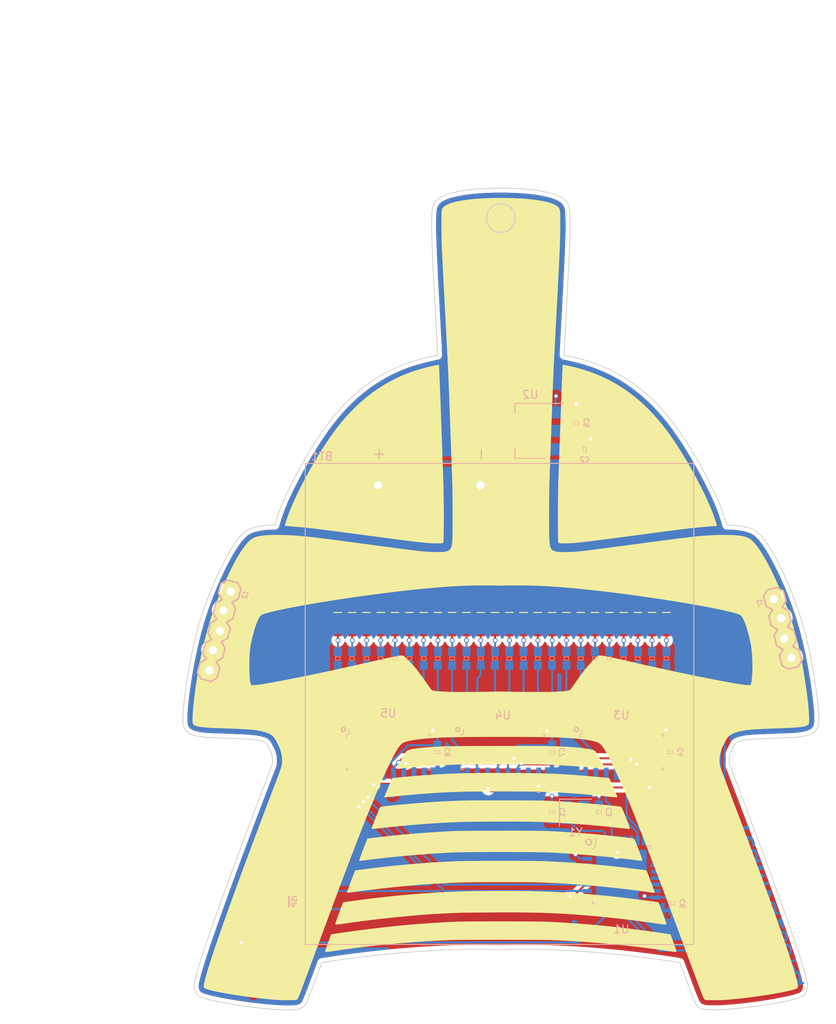
<source format=kicad_pcb>
(kicad_pcb (version 20171130) (host pcbnew 5.1.2)
  (layers (0 F.Cu signal) (31 B.Cu signal) (34 B.Paste user) (35 F.Paste user) (36 B.SilkS user) (37 F.SilkS user hide) (38 B.Mask user) (39 F.Mask user hide) (44 Edge.Cuts user))
  (net 0 "")
  (net 1 "Net-(BT1-Pad1)")
  (net 2 GND)
  (net 3 /O1)
  (net 4 /02)
  (net 5 +3V3)
  (net 6 "Net-(D1-PadA)")
  (net 7 "Net-(D2-PadA)")
  (net 8 "Net-(D3-PadA)")
  (net 9 "Net-(D4-PadA)")
  (net 10 "Net-(D5-PadA)")
  (net 11 "Net-(D6-PadA)")
  (net 12 "Net-(D7-PadA)")
  (net 13 "Net-(D8-PadA)")
  (net 14 "Net-(D9-PadA)")
  (net 15 "Net-(D10-PadA)")
  (net 16 "Net-(D11-PadA)")
  (net 17 "Net-(D12-PadA)")
  (net 18 "Net-(D13-PadA)")
  (net 19 "Net-(D14-PadA)")
  (net 20 "Net-(D15-PadA)")
  (net 21 "Net-(D16-PadA)")
  (net 22 "Net-(D17-PadA)")
  (net 23 "Net-(D18-PadA)")
  (net 24 "Net-(D19-PadA)")
  (net 25 "Net-(D20-PadA)")
  (net 26 "Net-(D21-PadA)")
  (net 27 "Net-(D22-PadA)")
  (net 28 "Net-(D23-PadA)")
  (net 29 "Net-(D24-PadA)")
  (net 30 /SWCLK)
  (net 31 "Net-(ISP1-Pad3)")
  (net 32 /RESET)
  (net 33 /SWDIO)
  (net 34 /TX)
  (net 35 /RX)
  (net 36 /PB3)
  (net 37 /PB4)
  (net 38 /PB5)
  (net 39 /LED0)
  (net 40 /LED1)
  (net 41 /LED2)
  (net 42 /LED3)
  (net 43 /LED4)
  (net 44 /LED5)
  (net 45 /LED6)
  (net 46 /LED7)
  (net 47 /LED8)
  (net 48 /LED9)
  (net 49 /LED10)
  (net 50 /LED11)
  (net 51 /LED12)
  (net 52 /LED13)
  (net 53 /LED14)
  (net 54 /LED15)
  (net 55 /LED16)
  (net 56 /LED17)
  (net 57 /LED18)
  (net 58 /LED19)
  (net 59 /LED20)
  (net 60 /LED21)
  (net 61 /LED22)
  (net 62 "Net-(U1-Pad25)")
  (net 63 /SLATCH)
  (net 64 "Net-(U1-Pad6)")
  (net 65 /SDATA)
  (net 66 /SCLK)
  (net 67 "Net-(U1-Pad10)")
  (net 68 "Net-(U1-Pad11)")
  (net 69 "Net-(U1-Pad12)")
  (net 70 "Net-(U1-Pad13)")
  (net 71 "Net-(U1-Pad14)")
  (net 72 "Net-(U1-Pad15)")
  (net 73 "Net-(U1-Pad18)")
  (net 74 "Net-(U1-Pad21)")
  (net 75 "Net-(U1-Pad22)")
  (net 76 "Net-(U1-Pad29)")
  (net 77 "Net-(U1-Pad30)")
  (net 78 "Net-(U3-Pad9)")
  (net 79 "Net-(U4-Pad9)")
  (net 80 "Net-(U5-Pad9)")
  (net 81 /LED23)
  (module DC27-Cylon:bazooka_text (layer B.Cu) (at 92.075 110.617 289.5)
    (fp_text reference "" (at 0 0 109.5) (layer B.SilkS) (effects (font (size 1.27 1.27)) (justify mirror)))
    (fp_text value "" (at 0 0 109.5) (layer B.SilkS) (effects (font (size 1.27 1.27)) (justify mirror)))
    (fp_poly (pts (xy -1.031975 1.462153) (xy -0.72996 1.338949) (xy -0.497937 1.097805) (xy -0.478533 1.062748) (xy -0.375957 0.74632) (xy -0.421072 0.482198) (xy -0.46978 0.271559) (xy -0.423154 0.211667) (xy -0.29894 0.131826) (xy -0.148609 -0.053541) (xy -0.037861 -0.280159) (xy -0.05579 -0.499702) (xy -0.107578 -0.639211) (xy -0.311974 -0.968211) (xy -0.595848 -1.229929) (xy -0.892248 -1.367361) (xy -0.972724 -1.375833) (xy -1.162518 -1.27826) (xy -1.348916 -0.979434) (xy -1.373011 -0.926042) (xy -1.526285 -0.501682) (xy -1.572909 -0.32278) (xy -1.141747 -0.32278) (xy -1.125102 -0.589548) (xy -1.05461 -0.747791) (xy -0.909403 -0.925837) (xy -0.753827 -0.903637) (xy -0.588085 -0.717285) (xy -0.446127 -0.432963) (xy -0.443507 -0.215967) (xy -0.577494 -0.109937) (xy -0.626344 -0.105833) (xy -0.97484 -0.16056) (xy -1.141747 -0.32278) (xy -1.572909 -0.32278) (xy -1.653179 -0.014779) (xy -1.697113 0.226572) (xy -1.368409 0.226572) (xy -1.348757 0.075177) (xy -1.279317 0.052439) (xy -1.172359 0.101449) (xy -0.946104 0.290038) (xy -0.838204 0.439146) (xy -0.781841 0.692794) (xy -0.840189 0.941592) (xy -0.982217 1.112766) (xy -1.138873 1.144253) (xy -1.255271 1.070195) (xy -1.322546 0.873056) (xy -1.355142 0.547824) (xy -1.368409 0.226572) (xy -1.697113 0.226572) (xy -1.740786 0.466489) (xy -1.776198 0.873943) (xy -1.757399 1.10451) (xy -1.605752 1.346895) (xy -1.343925 1.465456) (xy -1.031975 1.462153)) (layer B.Cu) (width 0.01))
    (fp_poly (pts (xy 7.776343 1.206379) (xy 7.823304 0.992334) (xy 7.831667 0.740833) (xy 7.843203 0.438894) (xy 7.872697 0.247305) (xy 7.895764 0.211667) (xy 8.010484 0.273614) (xy 8.215064 0.427336) (xy 8.274301 0.47625) (xy 8.54243 0.661229) (xy 8.759654 0.73941) (xy 8.879578 0.697713) (xy 8.89 0.649804) (xy 8.822815 0.52686) (xy 8.650872 0.311566) (xy 8.512967 0.159003) (xy 8.316352 -0.078663) (xy 8.21781 -0.258069) (xy 8.221925 -0.317984) (xy 8.366912 -0.394646) (xy 8.637348 -0.501615) (xy 8.797171 -0.557008) (xy 9.286425 -0.718817) (xy 9.334117 -0.559634) (xy 9.736667 -0.559634) (xy 9.755776 -0.822829) (xy 9.802277 -0.981957) (xy 9.807222 -0.987778) (xy 10.009404 -1.056226) (xy 10.267574 -0.973423) (xy 10.389791 -0.88318) (xy 10.508948 -0.686754) (xy 10.577681 -0.40251) (xy 10.594315 -0.097563) (xy 10.557174 0.160973) (xy 10.464582 0.305982) (xy 10.419773 0.3175) (xy 10.172675 0.224508) (xy 9.942061 -0.009346) (xy 9.780642 -0.316381) (xy 9.736667 -0.559634) (xy 9.334117 -0.559634) (xy 9.413836 -0.293558) (xy 9.610969 0.136994) (xy 9.887009 0.446149) (xy 10.204805 0.615015) (xy 10.527203 0.624701) (xy 10.817054 0.456313) (xy 10.840266 0.431787) (xy 10.932942 0.24771) (xy 11.026161 -0.067307) (xy 11.10927 -0.451995) (xy 11.171619 -0.845083) (xy 11.202557 -1.185304) (xy 11.191433 -1.411386) (xy 11.169179 -1.460265) (xy 11.06247 -1.439985) (xy 10.920053 -1.300574) (xy 10.7726 -1.145999) (xy 10.640669 -1.153494) (xy 10.536647 -1.22278) (xy 10.230783 -1.354285) (xy 9.889187 -1.365801) (xy 9.59798 -1.262361) (xy 9.492918 -1.161796) (xy 9.324472 -1.019105) (xy 9.191163 -1.006024) (xy 9.004369 -1.008225) (xy 8.713161 -0.945112) (xy 8.586249 -0.904434) (xy 8.133171 -0.744579) (xy 8.200282 -1.050131) (xy 8.216486 -1.324072) (xy 8.136896 -1.425485) (xy 8.003874 -1.342202) (xy 7.889523 -1.139397) (xy 7.803989 -0.8769) (xy 7.710881 -0.501153) (xy 7.619981 -0.06624) (xy 7.541071 0.373755) (xy 7.483931 0.764749) (xy 7.458345 1.052658) (xy 7.470257 1.17874) (xy 7.614109 1.262491) (xy 7.679162 1.27) (xy 7.776343 1.206379)) (layer B.Cu) (width 0.01))
    (fp_poly (pts (xy 7.096241 0.012221) (xy 7.29881 -0.223886) (xy 7.380732 -0.535397) (xy 7.362803 -0.696166) (xy 7.174937 -1.071111) (xy 6.858774 -1.341492) (xy 6.475424 -1.46095) (xy 6.355461 -1.460345) (xy 6.077589 -1.400098) (xy 5.896165 -1.23655) (xy 5.794539 -1.058333) (xy 5.680556 -0.859557) (xy 5.653793 -0.836234) (xy 6.138333 -0.836234) (xy 6.201323 -1.0829) (xy 6.379035 -1.159282) (xy 6.654583 -1.060873) (xy 6.749785 -0.999415) (xy 6.89153 -0.826754) (xy 6.975191 -0.591706) (xy 6.989669 -0.367578) (xy 6.923866 -0.227677) (xy 6.869046 -0.211667) (xy 6.663834 -0.282309) (xy 6.424067 -0.451856) (xy 6.224121 -0.656735) (xy 6.138373 -0.833374) (xy 6.138333 -0.836234) (xy 5.653793 -0.836234) (xy 5.615301 -0.80269) (xy 5.609331 -0.825262) (xy 5.537177 -0.98375) (xy 5.360547 -1.192156) (xy 5.329129 -1.222137) (xy 4.995288 -1.428136) (xy 4.641897 -1.483204) (xy 4.33147 -1.386008) (xy 4.186418 -1.246451) (xy 4.061985 -1.020145) (xy 4.021667 -0.870779) (xy 4.031159 -0.836234) (xy 4.445 -0.836234) (xy 4.50799 -1.0829) (xy 4.685702 -1.159282) (xy 4.96125 -1.060873) (xy 5.056451 -0.999415) (xy 5.198197 -0.826754) (xy 5.281858 -0.591706) (xy 5.296335 -0.367578) (xy 5.230532 -0.227677) (xy 5.175712 -0.211667) (xy 4.970501 -0.282309) (xy 4.730734 -0.451856) (xy 4.530788 -0.656735) (xy 4.445039 -0.833374) (xy 4.445 -0.836234) (xy 4.031159 -0.836234) (xy 4.106573 -0.561803) (xy 4.318566 -0.251339) (xy 4.59356 -0.02876) (xy 4.641627 -0.006229) (xy 5.054418 0.094683) (xy 5.372247 0.009777) (xy 5.608484 -0.264918) (xy 5.626041 -0.298767) (xy 5.743858 -0.516064) (xy 5.81146 -0.559784) (xy 5.865376 -0.44943) (xy 5.871666 -0.429898) (xy 6.037454 -0.202686) (xy 6.335419 -0.012564) (xy 6.686214 0.095574) (xy 6.818554 0.105833) (xy 7.096241 0.012221)) (layer B.Cu) (width 0.01))
    (fp_poly (pts (xy 2.71914 0.596723) (xy 2.820694 0.586267) (xy 3.198269 0.536041) (xy 3.491907 0.476998) (xy 3.638127 0.421908) (xy 3.638209 0.421829) (xy 3.692205 0.232365) (xy 3.606036 -0.064267) (xy 3.393457 -0.429937) (xy 3.272939 -0.59098) (xy 2.942762 -1.005417) (xy 3.429298 -1.037674) (xy 3.765225 -1.085679) (xy 3.914612 -1.162363) (xy 3.898188 -1.253468) (xy 3.73668 -1.344738) (xy 3.450814 -1.421915) (xy 3.061318 -1.470741) (xy 2.785513 -1.480502) (xy 2.558104 -1.466233) (xy 2.492589 -1.381335) (xy 2.535769 -1.178918) (xy 2.724854 -0.686659) (xy 2.971101 -0.273994) (xy 3.021514 -0.211667) (xy 3.183942 0.025012) (xy 3.169346 0.171753) (xy 2.966873 0.244538) (xy 2.70112 0.260099) (xy 2.373805 0.278023) (xy 2.203402 0.337406) (xy 2.136324 0.457478) (xy 2.135147 0.463229) (xy 2.130796 0.56601) (xy 2.198055 0.617383) (xy 2.379859 0.625052) (xy 2.71914 0.596723)) (layer B.Cu) (width 0.01))
    (fp_poly (pts (xy 1.600099 0.465996) (xy 1.630504 0.434287) (xy 1.733669 0.231469) (xy 1.837512 -0.116257) (xy 1.927564 -0.542672) (xy 1.989353 -0.981561) (xy 2.008705 -1.296458) (xy 1.959741 -1.458147) (xy 1.839268 -1.449306) (xy 1.695477 -1.27398) (xy 1.693333 -1.27) (xy 1.595534 -1.129698) (xy 1.47672 -1.134638) (xy 1.326683 -1.224347) (xy 0.975057 -1.356091) (xy 0.615781 -1.334814) (xy 0.320819 -1.172271) (xy 0.221105 -1.043787) (xy 0.129707 -0.824104) (xy 0.129829 -0.593755) (xy 0.138398 -0.559634) (xy 0.529167 -0.559634) (xy 0.548276 -0.822829) (xy 0.594777 -0.981957) (xy 0.599722 -0.987778) (xy 0.801904 -1.056226) (xy 1.060074 -0.973423) (xy 1.182291 -0.88318) (xy 1.301448 -0.686754) (xy 1.370181 -0.40251) (xy 1.386815 -0.097563) (xy 1.349674 0.160973) (xy 1.257082 0.305982) (xy 1.212273 0.3175) (xy 0.965175 0.224508) (xy 0.734561 -0.009346) (xy 0.573142 -0.316381) (xy 0.529167 -0.559634) (xy 0.138398 -0.559634) (xy 0.199469 -0.316478) (xy 0.397695 0.122475) (xy 0.672581 0.438933) (xy 0.988418 0.614163) (xy 1.309494 0.629429) (xy 1.600099 0.465996)) (layer B.Cu) (width 0.01))
    (fp_poly (pts (xy -4.532909 -0.037925) (xy -4.42317 -0.286168) (xy -4.394788 -0.376634) (xy -4.276046 -0.79375) (xy -4.154362 -0.449792) (xy -3.977099 -0.184564) (xy -3.731347 -0.09746) (xy -3.472908 -0.196298) (xy -3.343188 -0.336142) (xy -3.181874 -0.56645) (xy -2.959089 -0.283225) (xy -2.69377 -0.052037) (xy -2.434836 -0.026767) (xy -2.199691 -0.207912) (xy -2.162493 -0.260551) (xy -2.027898 -0.547675) (xy -1.94565 -0.879982) (xy -1.92508 -1.185727) (xy -1.97552 -1.393161) (xy -2.010571 -1.428588) (xy -2.16366 -1.428557) (xy -2.289296 -1.221048) (xy -2.385355 -0.822373) (xy -2.475479 -0.534497) (xy -2.600526 -0.444594) (xy -2.739633 -0.546456) (xy -2.87194 -0.833873) (xy -2.913382 -0.97955) (xy -3.03113 -1.223621) (xy -3.189675 -1.278834) (xy -3.354047 -1.153969) (xy -3.489275 -0.85781) (xy -3.496125 -0.833204) (xy -3.599814 -0.562096) (xy -3.702911 -0.4981) (xy -3.797315 -0.636793) (xy -3.874921 -0.973755) (xy -3.885204 -1.045518) (xy -3.975399 -1.369513) (xy -4.119672 -1.49531) (xy -4.29885 -1.423302) (xy -4.493763 -1.153878) (xy -4.553684 -1.031875) (xy -4.675585 -0.694404) (xy -4.744825 -0.364178) (xy -4.757443 -0.093508) (xy -4.709477 0.065295) (xy -4.638015 0.081977) (xy -4.532909 -0.037925)) (layer B.Cu) (width 0.01))
    (fp_poly (pts (xy -5.279068 0.465996) (xy -5.248663 0.434287) (xy -5.145498 0.231469) (xy -5.041654 -0.116257) (xy -4.951603 -0.542672) (xy -4.889813 -0.981561) (xy -4.870461 -1.296458) (xy -4.919426 -1.458147) (xy -5.039899 -1.449306) (xy -5.18369 -1.27398) (xy -5.185833 -1.27) (xy -5.283633 -1.129698) (xy -5.402447 -1.134638) (xy -5.552484 -1.224347) (xy -5.90411 -1.356091) (xy -6.263385 -1.334814) (xy -6.558348 -1.172271) (xy -6.658061 -1.043787) (xy -6.749459 -0.824104) (xy -6.749338 -0.593755) (xy -6.740769 -0.559634) (xy -6.35 -0.559634) (xy -6.330891 -0.822829) (xy -6.28439 -0.981957) (xy -6.279445 -0.987778) (xy -6.077263 -1.056226) (xy -5.819092 -0.973423) (xy -5.696875 -0.88318) (xy -5.577719 -0.686754) (xy -5.508986 -0.40251) (xy -5.492351 -0.097563) (xy -5.529492 0.160973) (xy -5.622084 0.305982) (xy -5.666894 0.3175) (xy -5.913992 0.224508) (xy -6.144605 -0.009346) (xy -6.306025 -0.316381) (xy -6.35 -0.559634) (xy -6.740769 -0.559634) (xy -6.679698 -0.316478) (xy -6.481472 0.122475) (xy -6.206585 0.438933) (xy -5.890749 0.614163) (xy -5.569673 0.629429) (xy -5.279068 0.465996)) (layer B.Cu) (width 0.01))
    (fp_poly (pts (xy -7.381579 0.518394) (xy -7.231318 0.264132) (xy -7.196667 0.001702) (xy -7.267699 -0.3387) (xy -7.447114 -0.655806) (xy -7.684395 -0.870708) (xy -7.779944 -0.90934) (xy -7.978611 -0.988034) (xy -7.996922 -1.063012) (xy -7.865809 -1.117865) (xy -7.616201 -1.136183) (xy -7.386089 -1.118288) (xy -7.076421 -1.085308) (xy -6.927151 -1.101912) (xy -6.890406 -1.179913) (xy -6.897932 -1.238744) (xy -6.972093 -1.360918) (xy -7.167738 -1.429586) (xy -7.465802 -1.459945) (xy -7.814865 -1.461743) (xy -8.037674 -1.40033) (xy -8.215764 -1.252819) (xy -8.219938 -1.248278) (xy -8.476348 -0.855529) (xy -8.544423 -0.415794) (xy -8.53544 -0.341048) (xy -8.149167 -0.341048) (xy -8.076237 -0.492751) (xy -7.907803 -0.523673) (xy -7.719397 -0.43773) (xy -7.617861 -0.313502) (xy -7.558439 -0.084923) (xy -7.581244 0.148395) (xy -7.671238 0.299477) (xy -7.726964 0.3175) (xy -7.865156 0.230918) (xy -8.015858 0.026961) (xy -8.125417 -0.210685) (xy -8.149167 -0.341048) (xy -8.53544 -0.341048) (xy -8.515187 -0.172534) (xy -8.376376 0.20893) (xy -8.151944 0.474261) (xy -7.883557 0.617952) (xy -7.61288 0.634499) (xy -7.381579 0.518394)) (layer B.Cu) (width 0.01))
    (fp_poly (pts (xy -8.715129 0.946887) (xy -8.626171 0.916324) (xy -8.628339 0.861464) (xy -8.664834 0.810883) (xy -8.873105 0.680931) (xy -9.117947 0.635) (xy -9.34334 0.600065) (xy -9.468225 0.475009) (xy -9.499886 0.229459) (xy -9.445607 -0.166962) (xy -9.38119 -0.462751) (xy -9.294684 -0.850607) (xy -9.232202 -1.165031) (xy -9.206262 -1.342614) (xy -9.206144 -1.349375) (xy -9.275614 -1.467376) (xy -9.428241 -1.460497) (xy -9.586028 -1.341086) (xy -9.62374 -1.283255) (xy -9.704258 -1.05516) (xy -9.775625 -0.728012) (xy -9.791742 -0.621797) (xy -9.85688 -0.126887) (xy -9.910198 0.197643) (xy -9.975968 0.389983) (xy -10.078468 0.488319) (xy -10.241971 0.530839) (xy -10.490753 0.555732) (xy -10.543617 0.560993) (xy -10.958299 0.616777) (xy -11.178873 0.681546) (xy -11.22288 0.761678) (xy -11.196133 0.798311) (xy -11.074182 0.82528) (xy -10.783356 0.857012) (xy -10.366276 0.889675) (xy -9.865558 0.919434) (xy -9.829119 0.921278) (xy -9.286566 0.946516) (xy -8.925248 0.956001) (xy -8.715129 0.946887)) (layer B.Cu) (width 0.01))
  )
  (module DC27-Cylon:bazooka (layer B.Cu) (at 90.678 116.713 289.5)
    (fp_text reference "" (at 0 0 109.5) (layer B.SilkS) (effects (font (size 1.27 1.27)) (justify mirror)))
    (fp_text value "" (at 0 0 109.5) (layer B.SilkS) (effects (font (size 1.27 1.27)) (justify mirror)))
    (fp_poly (pts (xy -0.498871 1.025926) (xy -0.431483 1.024947) (xy -0.37966 1.022808) (xy -0.341026 1.019093) (xy -0.313205 1.013387) (xy -0.293821 1.005275) (xy -0.280497 0.994341) (xy -0.270859 0.98017) (xy -0.266139 0.970564) (xy -0.261207 0.94889) (xy -0.257568 0.908138) (xy -0.255204 0.847955) (xy -0.254096 0.767985) (xy -0.254 0.731042) (xy -0.254 0.51816) (xy -0.056036 0.518161) (xy 0.141928 0.518161) (xy 0.135766 0.577115) (xy 0.133168 0.612118) (xy 0.135653 0.634837) (xy 0.144929 0.653025) (xy 0.155343 0.666015) (xy 0.181082 0.69596) (xy 0.395341 0.699071) (xy 0.6096 0.702181) (xy 0.6096 0.822751) (xy 0.609842 0.874426) (xy 0.611074 0.910141) (xy 0.61405 0.934255) (xy 0.619525 0.951129) (xy 0.628254 0.96512) (xy 0.635903 0.974581) (xy 0.656961 0.995174) (xy 0.679869 1.004138) (xy 0.707484 1.00584) (xy 0.743335 1.002094) (xy 0.769157 0.988662) (xy 0.777701 0.980902) (xy 0.78807 0.969473) (xy 0.795081 0.957052) (xy 0.799387 0.939633) (xy 0.801646 0.913214) (xy 0.802511 0.873792) (xy 0.80264 0.828502) (xy 0.80264 0.70104) (xy 1.405789 0.70104) (xy 1.531563 0.701025) (xy 1.638607 0.700944) (xy 1.728511 0.700744) (xy 1.802867 0.700374) (xy 1.863265 0.69978) (xy 1.911294 0.698911) (xy 1.948546 0.697714) (xy 1.976611 0.696136) (xy 1.997079 0.694126) (xy 2.01154 0.691629) (xy 2.021586 0.688595) (xy 2.028806 0.684971) (xy 2.034791 0.680704) (xy 2.035332 0.68028) (xy 2.056734 0.65427) (xy 2.068174 0.625138) (xy 2.074624 0.590755) (xy 2.279372 0.587478) (xy 2.355091 0.58598) (xy 2.41318 0.58383) (xy 2.45633 0.580442) (xy 2.487231 0.575233) (xy 2.508572 0.567615) (xy 2.523045 0.557005) (xy 2.533339 0.542816) (xy 2.539276 0.53093) (xy 2.545809 0.506453) (xy 2.549692 0.472316) (xy 2.55016 0.456722) (xy 2.550771 0.42789) (xy 2.552335 0.409684) (xy 2.553528 0.4064) (xy 2.563883 0.408169) (xy 2.592312 0.413243) (xy 2.6369 0.421275) (xy 2.695733 0.431919) (xy 2.766897 0.444828) (xy 2.848477 0.459654) (xy 2.938557 0.476051) (xy 3.035224 0.493672) (xy 3.053908 0.49708) (xy 3.058073 0.49784) (xy 4.28752 0.49784) (xy 4.28752 -0.67056) (xy 4.365905 -0.67056) (xy 4.372432 -0.608109) (xy 4.37371 -0.585774) (xy 4.374905 -0.545333) (xy 4.375993 -0.488997) (xy 4.376948 -0.418981) (xy 4.377747 -0.337497) (xy 4.378364 -0.246758) (xy 4.378774 -0.148978) (xy 4.378954 -0.046368) (xy 4.37896 -0.023909) (xy 4.37896 0.49784) (xy 4.28752 0.49784) (xy 3.058073 0.49784) (xy 3.226131 0.528502) (xy 3.379619 0.556488) (xy 3.51563 0.581244) (xy 3.63542 0.602973) (xy 3.740246 0.62188) (xy 3.831365 0.638169) (xy 3.910035 0.652044) (xy 3.977511 0.663711) (xy 4.035052 0.673372) (xy 4.083913 0.681233) (xy 4.125352 0.687498) (xy 4.160626 0.692372) (xy 4.190992 0.696058) (xy 4.217705 0.69876) (xy 4.242025 0.700685) (xy 4.265206 0.702035) (xy 4.288507 0.703015) (xy 4.313184 0.703829) (xy 4.328468 0.704301) (xy 4.40147 0.705754) (xy 4.457011 0.704637) (xy 4.497844 0.700448) (xy 4.526723 0.692684) (xy 4.546402 0.680844) (xy 4.559632 0.664425) (xy 4.56104 0.661895) (xy 4.563437 0.648747) (xy 4.565525 0.618569) (xy 4.56731 0.570944) (xy 4.568798 0.505453) (xy 4.569995 0.421677) (xy 4.570907 0.319199) (xy 4.571541 0.197599) (xy 4.571902 0.056459) (xy 4.571999 -0.081073) (xy 4.571999 -0.803563) (xy 4.547061 -0.828501) (xy 4.513624 -0.84955) (xy 4.483561 -0.854387) (xy 4.432619 -0.855734) (xy 4.388285 -0.856943) (xy 4.348894 -0.857802) (xy 4.312781 -0.858098) (xy 4.278282 -0.85762) (xy 4.243731 -0.856156) (xy 4.207463 -0.853495) (xy 4.167813 -0.849423) (xy 4.123116 -0.84373) (xy 4.071708 -0.836204) (xy 4.011922 -0.826632) (xy 3.942094 -0.814804) (xy 3.86056 -0.800506) (xy 3.765653 -0.783528) (xy 3.655708 -0.763657) (xy 3.529062 -0.740681) (xy 3.385951 -0.714734) (xy 3.260436 -0.692051) (xy 3.14042 -0.67045) (xy 3.027446 -0.650202) (xy 2.923054 -0.631581) (xy 2.828788 -0.614857) (xy 2.746189 -0.600304) (xy 2.676799 -0.588194) (xy 2.622161 -0.5788) (xy 2.583817 -0.572392) (xy 2.563308 -0.569245) (xy 2.560451 -0.56896) (xy 2.548966 -0.571182) (xy 2.542797 -0.580971) (xy 2.540351 -0.603009) (xy 2.54 -0.629016) (xy 2.53894 -0.664145) (xy 2.533992 -0.686319) (xy 2.522504 -0.702868) (xy 2.50874 -0.715376) (xy 2.47748 -0.74168) (xy 2.06248 -0.74168) (xy 2.06248 -0.772621) (xy 2.053222 -0.807475) (xy 2.028978 -0.835826) (xy 1.995039 -0.852462) (xy 1.979121 -0.854705) (xy 1.959556 -0.855165) (xy 1.923027 -0.855762) (xy 1.872888 -0.856453) (xy 1.812494 -0.857192) (xy 1.745201 -0.857935) (xy 1.70688 -0.858325) (xy 1.63876 -0.859051) (xy 1.577124 -0.859813) (xy 1.52498 -0.860564) (xy 1.485337 -0.861259) (xy 1.461202 -0.861852) (xy 1.45542 -0.86214) (xy 1.4528 -0.866364) (xy 1.45054 -0.879195) (xy 1.448617 -0.901841) (xy 1.447006 -0.935507) (xy 1.445685 -0.9814) (xy 1.444631 -1.040726) (xy 1.443822 -1.114693) (xy 1.443234 -1.204506) (xy 1.442843 -1.311372) (xy 1.442629 -1.436497) (xy 1.44257 -1.5367) (xy 1.442454 -1.677643) (xy 1.442159 -1.799484) (xy 1.441661 -1.90344) (xy 1.440939 -1.990729) (xy 1.43997 -2.062568) (xy 1.43873 -2.120173) (xy 1.437199 -2.164764) (xy 1.435352 -2.197556) (xy 1.433167 -2.219767) (xy 1.430622 -2.232615) (xy 1.429605 -2.2352) (xy 1.410809 -2.256597) (xy 1.385625 -2.27076) (xy 1.369946 -2.272647) (xy 1.33689 -2.274373) (xy 1.289399 -2.275913) (xy 1.230416 -2.27724) (xy 1.162883 -2.278328) (xy 1.089742 -2.279151) (xy 1.013936 -2.279684) (xy 0.938407 -2.2799) (xy 0.866098 -2.279773) (xy 0.79995 -2.279278) (xy 0.742907 -2.278389) (xy 0.69791 -2.277079) (xy 0.692958 -2.27687) (xy 0.67026 -2.269191) (xy 0.645688 -2.25179) (xy 0.643047 -2.249251) (xy 0.616458 -2.222662) (xy 0.61787 -2.083196) (xy 0.8128 -2.083196) (xy 1.25476 -2.07772) (xy 1.257551 -1.91262) (xy 1.260343 -1.74752) (xy 1.144767 -1.74752) (xy 1.094852 -1.746536) (xy 1.049374 -1.743875) (xy 1.014014 -1.739968) (xy 0.996887 -1.736258) (xy 0.964107 -1.715102) (xy 0.943082 -1.682048) (xy 0.935641 -1.642931) (xy 0.943611 -1.603584) (xy 0.951004 -1.589871) (xy 0.968725 -1.571555) (xy 0.99601 -1.558472) (xy 1.035595 -1.55) (xy 1.090219 -1.545516) (xy 1.151065 -1.544376) (xy 1.26073 -1.54432) (xy 1.25476 -1.397) (xy 1.119224 -1.39192) (xy 1.064374 -1.389717) (xy 1.026026 -1.387402) (xy 1.000375 -1.384176) (xy 0.983615 -1.379241) (xy 0.971941 -1.371797) (xy 0.961546 -1.361045) (xy 0.959204 -1.358333) (xy 0.938364 -1.32011) (xy 0.936417 -1.279076) (xy 0.953364 -1.239896) (xy 0.959215 -1.232466) (xy 0.969639 -1.221039) (xy 0.980378 -1.213073) (xy 0.995186 -1.207834) (xy 1.017818 -1.204587) (xy 1.052026 -1.202595) (xy 1.101565 -1.201125) (xy 1.121775 -1.200632) (xy 1.25984 -1.197305) (xy 1.25984 -0.858257) (xy 0.8128 -0.857779) (xy 0.8128 -2.083196) (xy 0.61787 -2.083196) (xy 0.623342 -1.543131) (xy 0.624399 -1.427634) (xy 0.62518 -1.318286) (xy 0.625687 -1.216752) (xy 0.625922 -1.1247) (xy 0.625887 -1.043797) (xy 0.625585 -0.97571) (xy 0.625018 -0.922106) (xy 0.624188 -0.884651) (xy 0.623097 -0.865013) (xy 0.622453 -0.862396) (xy 0.610344 -0.861919) (xy 0.581121 -0.861293) (xy 0.537992 -0.86057) (xy 0.484161 -0.859804) (xy 0.422836 -0.859047) (xy 0.412357 -0.858928) (xy 0.210035 -0.856664) (xy 0.181217 -0.824411) (xy 0.163513 -0.800926) (xy 0.154898 -0.776471) (xy 0.152424 -0.742047) (xy 0.1524 -0.736439) (xy 0.1524 -0.68072) (xy -0.088316 -0.68072) (xy -0.094885 -0.83058) (xy -0.095965 -0.863975) (xy -0.097126 -0.915853) (xy -0.098346 -0.984378) (xy -0.099603 -1.067712) (xy -0.100874 -1.164021) (xy -0.102138 -1.271466) (xy -0.103373 -1.388212) (xy -0.104555 -1.512421) (xy -0.105663 -1.642257) (xy -0.106674 -1.775885) (xy -0.10714 -1.84404) (xy -0.10806 -1.975472) (xy -0.109048 -2.101573) (xy -0.110087 -2.220793) (xy -0.111157 -2.331581) (xy -0.112241 -2.432386) (xy -0.11332 -2.521659) (xy -0.114376 -2.597848) (xy -0.11539 -2.659403) (xy -0.116344 -2.704774) (xy -0.11722 -2.732411) (xy -0.117751 -2.740219) (xy -0.13057 -2.772397) (xy -0.149068 -2.793559) (xy -0.156843 -2.799102) (xy -0.166027 -2.803557) (xy -0.178768 -2.80704) (xy -0.197215 -2.809669) (xy -0.223515 -2.811558) (xy -0.259818 -2.812825) (xy -0.308271 -2.813586) (xy -0.371023 -2.813957) (xy -0.450222 -2.814053) (xy -0.527151 -2.814011) (xy -0.628044 -2.813618) (xy -0.714742 -2.812654) (xy -0.786052 -2.811151) (xy -0.840781 -2.809145) (xy -0.877737 -2.80667) (xy -0.895727 -2.80376) (xy -0.896621 -2.803346) (xy -0.905665 -2.797934) (xy -0.913502 -2.792031) (xy -0.920219 -2.78423) (xy -0.925901 -2.773123) (xy -0.930636 -2.757301) (xy -0.93451 -2.735358) (xy -0.937609 -2.705884) (xy -0.94002 -2.667473) (xy -0.941828 -2.618716) (xy -0.943122 -2.558206) (xy -0.943986 -2.484535) (xy -0.944507 -2.396294) (xy -0.944773 -2.292076) (xy -0.944868 -2.170474) (xy -0.944881 -2.030078) (xy -0.94488 -2.017264) (xy -0.94488 -1.30048) (xy -1.263795 -1.30048) (xy -1.35352 -1.300394) (xy -1.425142 -1.30006) (xy -1.480879 -1.299361) (xy -1.522947 -1.298183) (xy -1.553564 -1.296408) (xy -1.574946 -1.293921) (xy -1.58931 -1.290607) (xy -1.598874 -1.286349) (xy -1.603953 -1.2827) (xy -1.614048 -1.267418) (xy -1.630307 -1.233642) (xy -1.652414 -1.182137) (xy -1.680051 -1.113667) (xy -1.712899 -1.028996) (xy -1.747319 -0.937796) (xy -1.780487 -0.848649) (xy -1.807102 -0.776196) (xy -1.827873 -0.718153) (xy -1.837311 -0.690434) (xy -1.621675 -0.690434) (xy -1.621336 -0.696772) (xy -1.620698 -0.6985) (xy -1.614717 -0.713979) (xy -1.603021 -0.744607) (xy -1.58708 -0.786523) (xy -1.568364 -0.835868) (xy -1.559786 -0.85852) (xy -1.532099 -0.931494) (xy -1.510559 -0.987708) (xy -1.49421 -1.029439) (xy -1.482096 -1.058964) (xy -1.473263 -1.078561) (xy -1.466752 -1.090508) (xy -1.46161 -1.097082) (xy -1.45866 -1.099479) (xy -1.445882 -1.101393) (xy -1.415663 -1.102943) (xy -1.370881 -1.104075) (xy -1.314413 -1.104733) (xy -1.249136 -1.104862) (xy -1.1938 -1.104559) (xy -0.9398 -1.10236) (xy -0.934308 -0.68072) (xy -0.745002 -0.68072) (xy -0.738302 -1.4605) (xy -0.737208 -1.590195) (xy -0.736169 -1.71814) (xy -0.735199 -1.842249) (xy -0.734312 -1.960438) (xy -0.733523 -2.070621) (xy -0.732847 -2.170715) (xy -0.732299 -2.258634) (xy -0.731892 -2.332293) (xy -0.731641 -2.389608) (xy -0.731561 -2.4257) (xy -0.73152 -2.61112) (xy -0.293819 -2.61112) (xy -0.29677 -2.5273) (xy -0.29972 -2.44348) (xy -0.435256 -2.4384) (xy -0.490106 -2.436197) (xy -0.528454 -2.433882) (xy -0.554105 -2.430656) (xy -0.570865 -2.425721) (xy -0.582539 -2.418277) (xy -0.592934 -2.407525) (xy -0.595276 -2.404813) (xy -0.615971 -2.368636) (xy -0.617199 -2.329455) (xy -0.607622 -2.300956) (xy -0.594245 -2.279353) (xy -0.574783 -2.263941) (xy -0.546057 -2.253793) (xy -0.504885 -2.24798) (xy -0.44809 -2.245577) (xy -0.417065 -2.24536) (xy -0.29464 -2.24536) (xy -0.29464 -2.09296) (xy -0.42418 -2.092734) (xy -0.480294 -2.09219) (xy -0.519836 -2.090496) (xy -0.546544 -2.087211) (xy -0.564154 -2.081897) (xy -0.575391 -2.074954) (xy -0.603924 -2.041197) (xy -0.616372 -2.002374) (xy -0.612506 -1.963455) (xy -0.592099 -1.929409) (xy -0.582453 -1.92068) (xy -0.569382 -1.912003) (xy -0.553573 -1.90612) (xy -0.531034 -1.902504) (xy -0.497773 -1.900628) (xy -0.449801 -1.899964) (xy -0.42535 -1.89992) (xy -0.29464 -1.89992) (xy -0.29464 -1.83471) (xy -0.293716 -1.798071) (xy -0.291312 -1.768191) (xy -0.288473 -1.75343) (xy -0.288051 -1.74687) (xy -0.294663 -1.742358) (xy -0.311257 -1.739526) (xy -0.340778 -1.738002) (xy -0.386173 -1.737417) (xy -0.416255 -1.73736) (xy -0.550204 -1.73736) (xy -0.579902 -1.707661) (xy -0.604271 -1.670707) (xy -0.609078 -1.628803) (xy -0.59832 -1.591638) (xy -0.586422 -1.573161) (xy -0.568147 -1.560014) (xy -0.54036 -1.551391) (xy -0.499924 -1.546484) (xy -0.443703 -1.544486) (xy -0.414527 -1.54432) (xy -0.29153 -1.54432) (xy -0.29787 -1.11506) (xy -0.299225 -1.023772) (xy -0.300494 -0.938993) (xy -0.301645 -0.862833) (xy -0.302647 -0.7974) (xy -0.303466 -0.744804) (xy -0.30407 -0.707152) (xy -0.304427 -0.686554) (xy -0.304506 -0.68326) (xy -0.314268 -0.682516) (xy -0.341422 -0.681859) (xy -0.383041 -0.681321) (xy -0.436197 -0.680936) (xy -0.497962 -0.680739) (xy -0.524901 -0.68072) (xy -0.745002 -0.68072) (xy -0.934308 -0.68072) (xy -1.12776 -0.68072) (xy -1.12776 -0.803421) (xy -1.12791 -0.855156) (xy -1.128903 -0.890771) (xy -1.131559 -0.914467) (xy -1.136697 -0.930446) (xy -1.145134 -0.942907) (xy -1.157459 -0.955821) (xy -1.194413 -0.98019) (xy -1.236317 -0.984997) (xy -1.273482 -0.974239) (xy -1.292386 -0.9619) (xy -1.305714 -0.942785) (xy -1.314318 -0.913714) (xy -1.319046 -0.871506) (xy -1.320748 -0.812978) (xy -1.3208 -0.797081) (xy -1.3208 -0.68072) (xy -1.474288 -0.68072) (xy -1.533079 -0.680879) (xy -1.574383 -0.681586) (xy -1.60103 -0.683185) (xy -1.61585 -0.68602) (xy -1.621675 -0.690434) (xy -1.837311 -0.690434) (xy -1.843508 -0.672236) (xy -1.854715 -0.636161) (xy -1.862204 -0.607644) (xy -1.866682 -0.5844) (xy -1.868858 -0.564147) (xy -1.86944 -0.544599) (xy -1.86944 -0.47752) (xy -2.078225 -0.47752) (xy -2.153715 -0.477202) (xy -2.211522 -0.476138) (xy -2.254275 -0.474164) (xy -2.284603 -0.471114) (xy -2.305133 -0.466823) (xy -2.315884 -0.462588) (xy -2.342984 -0.437949) (xy -2.360973 -0.399507) (xy -2.36728 -0.354083) (xy -2.36728 -0.32512) (xy -2.679187 -0.32512) (xy -2.769614 -0.379447) (xy -2.925957 -0.461837) (xy -3.088456 -0.525489) (xy -3.255515 -0.570413) (xy -3.425539 -0.596617) (xy -3.596932 -0.604113) (xy -3.768099 -0.592908) (xy -3.937446 -0.563013) (xy -4.103376 -0.514437) (xy -4.264295 -0.44719) (xy -4.405213 -0.369665) (xy -4.477186 -0.325119) (xy -4.66716 -0.32512) (xy -4.746619 -0.324499) (xy -4.808315 -0.322331) (xy -4.854777 -0.318153) (xy -4.888532 -0.311504) (xy -4.912108 -0.301921) (xy -4.928034 -0.288943) (xy -4.936943 -0.275848) (xy -4.941108 -0.257612) (xy -4.944404 -0.221616) (xy -4.94669 -0.170404) (xy -4.947822 -0.106523) (xy -4.94792 -0.079128) (xy -4.947716 -0.04064) (xy -4.74472 -0.04064) (xy -4.74472 -0.12192) (xy -4.643967 -0.12192) (xy -4.589236 -0.120715) (xy -4.554539 -0.117091) (xy -4.539734 -0.111031) (xy -4.539285 -0.110134) (xy -4.537771 -0.091968) (xy -4.539592 -0.069494) (xy -4.543827 -0.04064) (xy -4.74472 -0.04064) (xy -4.947716 -0.04064) (xy -4.947542 -0.008008) (xy -4.947054 0.00746) (xy -4.33832 0.00746) (xy -4.33832 -0.170601) (xy -4.289989 -0.201615) (xy -4.232498 -0.234866) (xy -4.162423 -0.269835) (xy -4.086896 -0.303329) (xy -4.013052 -0.332156) (xy -3.95732 -0.350492) (xy -3.80988 -0.384333) (xy -3.656576 -0.402552) (xy -3.503263 -0.404747) (xy -3.36296 -0.391621) (xy -3.201446 -0.357138) (xy -3.045452 -0.303989) (xy -2.897868 -0.233218) (xy -2.854409 -0.207945) (xy -2.794 -0.171248) (xy -2.794052 -0.12192) (xy -2.596417 -0.12192) (xy -2.36728 -0.12192) (xy -2.36728 -0.04064) (xy -2.588666 -0.04064) (xy -2.592542 -0.08128) (xy -2.596417 -0.12192) (xy -2.794052 -0.12192) (xy -2.794178 -0.00508) (xy -2.852509 0.032399) (xy -2.990702 0.109254) (xy -3.021971 0.12192) (xy -2.16408 0.12192) (xy -2.16408 -0.277407) (xy -2.05582 -0.270783) (xy -2.006307 -0.26798) (xy -1.960147 -0.265764) (xy -1.923745 -0.264424) (xy -1.9085 -0.26416) (xy -1.86944 -0.26416) (xy -1.86944 0.12192) (xy -2.16408 0.12192) (xy -3.021971 0.12192) (xy -3.140727 0.170023) (xy -3.301404 0.214233) (xy -3.304706 0.214943) (xy -3.380534 0.227192) (xy -3.468787 0.235049) (xy -3.56307 0.238443) (xy -3.656985 0.237301) (xy -3.744137 0.231553) (xy -3.818129 0.221125) (xy -3.82016 0.220723) (xy -3.917194 0.197117) (xy -4.01823 0.165071) (xy -4.117463 0.126857) (xy -4.209086 0.084749) (xy -4.287294 0.041019) (xy -4.299795 0.032955) (xy -4.33832 0.00746) (xy -4.947054 0.00746) (xy -4.945848 0.045603) (xy -4.942003 0.084511) (xy -4.935169 0.111522) (xy -4.924512 0.129442) (xy -4.909194 0.141076) (xy -4.88838 0.149231) (xy -4.879041 0.151949) (xy -4.856591 0.155389) (xy -4.817989 0.158362) (xy -4.767399 0.160669) (xy -4.708987 0.162109) (xy -4.659213 0.162504) (xy -4.477186 0.16256) (xy -4.403079 0.20875) (xy -4.256641 0.288509) (xy -4.098579 0.352995) (xy -3.931767 0.401168) (xy -3.80045 0.4263) (xy -3.729084 0.43372) (xy -3.644263 0.437272) (xy -3.552454 0.437074) (xy -3.460129 0.433246) (xy -3.373756 0.425906) (xy -3.311937 0.417354) (xy -3.180574 0.388391) (xy -3.048139 0.347141) (xy -2.92055 0.295856) (xy -2.803724 0.236785) (xy -2.747572 0.202687) (xy -2.685904 0.16256) (xy -2.36728 0.16256) (xy -2.36728 0.191524) (xy -2.363778 0.222312) (xy -2.355746 0.253577) (xy -2.347274 0.272524) (xy -2.335043 0.287172) (xy -2.316578 0.298058) (xy -2.289401 0.305723) (xy -2.251039 0.310703) (xy -2.199015 0.313539) (xy -2.130854 0.314768) (xy -2.073589 0.31496) (xy -1.870686 0.31496) (xy -1.867894 0.33528) (xy -1.66624 0.33528) (xy -1.66624 -0.47752) (xy 0.14224 -0.47752) (xy 0.14224 -0.092527) (xy 0.33528 -0.092527) (xy 0.33528 -0.67056) (xy 1.8796 -0.67056) (xy 1.8796 -0.09144) (xy 1.87947 0.014983) (xy 1.879096 0.115129) (xy 1.878502 0.20719) (xy 1.877712 0.28936) (xy 1.87675 0.359831) (xy 1.87604 0.39624) (xy 2.0828 0.39624) (xy 2.0828 -0.551298) (xy 2.1209 -0.545001) (xy 2.1485 -0.54213) (xy 2.189178 -0.539916) (xy 2.235693 -0.538711) (xy 2.25298 -0.538591) (xy 2.34696 -0.53848) (xy 2.34696 0.00978) (xy 2.551984 0.00978) (xy 2.552541 -0.073522) (xy 2.55524 -0.360405) (xy 2.65176 -0.378601) (xy 2.67966 -0.383808) (xy 2.725391 -0.392277) (xy 2.786797 -0.403611) (xy 2.86172 -0.417414) (xy 2.948004 -0.433289) (xy 3.043491 -0.450838) (xy 3.146025 -0.469665) (xy 3.253449 -0.489373) (xy 3.33248 -0.503861) (xy 3.440924 -0.523757) (xy 3.545106 -0.542913) (xy 3.643002 -0.560955) (xy 3.732588 -0.577506) (xy 3.81184 -0.592193) (xy 3.878735 -0.604641) (xy 3.931249 -0.614474) (xy 3.967357 -0.621318) (xy 3.98272 -0.624316) (xy 4.019543 -0.631431) (xy 4.050172 -0.636722) (xy 4.06654 -0.638894) (xy 4.070369 -0.638211) (xy 4.073607 -0.63457) (xy 4.076303 -0.626409) (xy 4.078507 -0.612168) (xy 4.080267 -0.590285) (xy 4.081633 -0.5592) (xy 4.082655 -0.51735) (xy 4.083381 -0.463176) (xy 4.083861 -0.395115) (xy 4.084145 -0.311608) (xy 4.084281 -0.211092) (xy 4.084319 -0.092008) (xy 4.08432 -0.0762) (xy 4.084173 0.028725) (xy 4.083753 0.127309) (xy 4.083084 0.217725) (xy 4.082196 0.298149) (xy 4.081115 0.366753) (xy 4.079867 0.421713) (xy 4.07848 0.461202) (xy 4.076982 0.483395) (xy 4.075951 0.48768) (xy 4.063156 0.485856) (xy 4.03179 0.480551) (xy 3.983255 0.472019) (xy 3.918956 0.460513) (xy 3.840294 0.446285) (xy 3.748674 0.429589) (xy 3.645497 0.410678) (xy 3.532167 0.389806) (xy 3.48488 0.38107) (xy 3.338394 0.35402) (xy 3.201013 0.328719) (xy 3.073871 0.305372) (xy 2.958104 0.284187) (xy 2.854845 0.265368) (xy 2.765229 0.249122) (xy 2.690392 0.235654) (xy 2.631467 0.225171) (xy 2.58959 0.217879) (xy 2.565894 0.213983) (xy 2.560925 0.21336) (xy 2.557403 0.205852) (xy 2.554776 0.182693) (xy 2.553015 0.14293) (xy 2.552094 0.08561) (xy 2.551984 0.00978) (xy 2.34696 0.00978) (xy 2.34696 0.39624) (xy 2.0828 0.39624) (xy 1.87604 0.39624) (xy 1.875638 0.416795) (xy 1.874402 0.458445) (xy 1.873064 0.482974) (xy 1.87198 0.489057) (xy 1.85916 0.489588) (xy 1.828101 0.490078) (xy 1.780738 0.490525) (xy 1.719008 0.490928) (xy 1.644847 0.491286) (xy 1.560192 0.491598) (xy 1.466979 0.491863) (xy 1.367146 0.492079) (xy 1.262627 0.492245) (xy 1.155361 0.49236) (xy 1.047284 0.492424) (xy 0.940331 0.492434) (xy 0.836441 0.492389) (xy 0.737548 0.492289) (xy 0.645591 0.492132) (xy 0.562504 0.491917) (xy 0.490226 0.491643) (xy 0.430692 0.491309) (xy 0.385839 0.490913) (xy 0.357603 0.490455) (xy 0.34798 0.489981) (xy 0.345161 0.484904) (xy 0.342762 0.470949) (xy 0.340754 0.446821) (xy 0.339109 0.411226) (xy 0.337799 0.362867) (xy 0.336795 0.300451) (xy 0.33607 0.222681) (xy 0.335595 0.128263) (xy 0.335341 0.015902) (xy 0.33528 -0.092527) (xy 0.14224 -0.092527) (xy 0.14224 0.33528) (xy -1.66624 0.33528) (xy -1.867894 0.33528) (xy -1.864055 0.36322) (xy -1.853987 0.422612) (xy -1.842045 0.464894) (xy -1.827174 0.493259) (xy -1.817628 0.503847) (xy -1.811508 0.508535) (xy -1.803198 0.512442) (xy -1.790835 0.515666) (xy -1.772555 0.518306) (xy -1.746495 0.520459) (xy -1.710794 0.522225) (xy -1.663586 0.523702) (xy -1.603011 0.524988) (xy -1.527204 0.526182) (xy -1.434302 0.527383) (xy -1.354506 0.52832) (xy -0.912803 0.5334) (xy -0.91397 0.744201) (xy -0.913868 0.8128) (xy -0.72136 0.8128) (xy -0.72136 0.517571) (xy -0.58674 0.520406) (xy -0.45212 0.52324) (xy -0.449302 0.66802) (xy -0.446483 0.8128) (xy -0.72136 0.8128) (xy -0.913868 0.8128) (xy -0.913853 0.822548) (xy -0.912608 0.88663) (xy -0.910304 0.934801) (xy -0.907011 0.965412) (xy -0.904307 0.975236) (xy -0.894811 0.990116) (xy -0.882504 1.001804) (xy -0.865005 1.01068) (xy -0.839931 1.017122) (xy -0.804899 1.021509) (xy -0.757528 1.024221) (xy -0.695436 1.025636) (xy -0.61624 1.026133) (xy -0.5842 1.02616) (xy -0.498871 1.025926)) (layer B.Cu) (width 0.01))
  )
  (module DC27-Cylon:p_logo_5_copper (layer B.Cu) (at 28.702 119.761 180)
    (fp_text reference "" (at 0 0) (layer B.SilkS) (effects (font (size 1.27 1.27)) (justify mirror)))
    (fp_text value "" (at 0 0) (layer B.SilkS) (effects (font (size 1.27 1.27)) (justify mirror)))
    (fp_poly (pts (xy 0.013409 2.469379) (xy 0.029613 2.46281) (xy 0.03481 2.459874) (xy 0.03768 2.457361) (xy 0.044395 2.450988) (xy 0.054822 2.440888) (xy 0.068828 2.427193) (xy 0.08628 2.410036) (xy 0.107046 2.389551) (xy 0.130994 2.365869) (xy 0.157989 2.339125) (xy 0.1879 2.30945) (xy 0.220594 2.276979) (xy 0.255937 2.241842) (xy 0.293798 2.204175) (xy 0.334043 2.164109) (xy 0.37654 2.121776) (xy 0.421155 2.077311) (xy 0.467757 2.030847) (xy 0.516212 1.982514) (xy 0.566387 1.932448) (xy 0.618151 1.88078) (xy 0.671369 1.827644) (xy 0.72591 1.773172) (xy 0.781641 1.717498) (xy 0.838428 1.660753) (xy 0.896139 1.603072) (xy 0.954641 1.544586) (xy 1.013802 1.485429) (xy 1.073489 1.425734) (xy 1.133569 1.365633) (xy 1.193909 1.30526) (xy 1.254376 1.244747) (xy 1.314838 1.184227) (xy 1.375162 1.123833) (xy 1.435215 1.063698) (xy 1.494864 1.003954) (xy 1.553977 0.944736) (xy 1.612421 0.886175) (xy 1.670063 0.828404) (xy 1.726771 0.771557) (xy 1.782411 0.715765) (xy 1.836851 0.661163) (xy 1.889958 0.607883) (xy 1.941599 0.556057) (xy 1.991642 0.505819) (xy 2.039953 0.457302) (xy 2.086401 0.410638) (xy 2.130852 0.36596) (xy 2.173173 0.323401) (xy 2.213232 0.283095) (xy 2.250896 0.245173) (xy 2.286033 0.20977) (xy 2.318508 0.177016) (xy 2.348191 0.147047) (xy 2.374947 0.119994) (xy 2.398644 0.09599) (xy 2.41915 0.075168) (xy 2.436332 0.057662) (xy 2.450056 0.043603) (xy 2.460191 0.033125) (xy 2.466603 0.026361) (xy 2.469159 0.023443) (xy 2.469186 0.023396) (xy 2.47428 0.007137) (xy 2.474618 -0.010346) (xy 2.470214 -0.02726) (xy 2.468739 -0.030471) (xy 2.46719 -0.032488) (xy 2.463455 -0.036668) (xy 2.45747 -0.043072) (xy 2.449172 -0.051766) (xy 2.438498 -0.062812) (xy 2.425385 -0.076274) (xy 2.409768 -0.092216) (xy 2.391584 -0.110702) (xy 2.370771 -0.131795) (xy 2.347263 -0.155559) (xy 2.320999 -0.182057) (xy 2.291915 -0.211354) (xy 2.259947 -0.243513) (xy 2.225031 -0.278597) (xy 2.187105 -0.31667) (xy 2.146104 -0.357797) (xy 2.101966 -0.40204) (xy 2.054627 -0.449463) (xy 2.004024 -0.500131) (xy 1.950093 -0.554105) (xy 1.89277 -0.611452) (xy 1.831992 -0.672233) (xy 1.767697 -0.736512) (xy 1.699819 -0.804354) (xy 1.628297 -0.875822) (xy 1.553066 -0.95098) (xy 1.474063 -1.02989) (xy 1.391225 -1.112618) (xy 1.304488 -1.199226) (xy 1.250827 -1.252802) (xy 1.181361 -1.322147) (xy 1.112859 -1.390516) (xy 1.045431 -1.457801) (xy 0.979186 -1.523891) (xy 0.914234 -1.588677) (xy 0.850684 -1.65205) (xy 0.788647 -1.713902) (xy 0.728232 -1.774123) (xy 0.66955 -1.832603) (xy 0.612709 -1.889233) (xy 0.55782 -1.943905) (xy 0.504992 -1.996509) (xy 0.454336 -2.046935) (xy 0.40596 -2.095075) (xy 0.359976 -2.14082) (xy 0.316491 -2.184059) (xy 0.275617 -2.224685) (xy 0.237464 -2.262587) (xy 0.20214 -2.297657) (xy 0.169755 -2.329785) (xy 0.14042 -2.358862) (xy 0.114244 -2.384779) (xy 0.091337 -2.407427) (xy 0.071809 -2.426696) (xy 0.05577 -2.442478) (xy 0.043328 -2.454662) (xy 0.034595 -2.46314) (xy 0.02968 -2.467803) (xy 0.028612 -2.468722) (xy 0.01432 -2.474632) (xy -0.001103 -2.476739) (xy -0.015455 -2.474781) (xy -0.017258 -2.474166) (xy -0.02663 -2.469863) (xy -0.035295 -2.464665) (xy -0.035602 -2.464443) (xy -0.038049 -2.462123) (xy -0.044376 -2.45592) (xy -0.054474 -2.445942) (xy -0.068234 -2.4323) (xy -0.085546 -2.415103) (xy -0.1063 -2.39446) (xy -0.130387 -2.37048) (xy -0.157697 -2.343273) (xy -0.188122 -2.312948) (xy -0.221551 -2.279614) (xy -0.257874 -2.243381) (xy -0.296984 -2.204359) (xy -0.338769 -2.162655) (xy -0.383121 -2.11838) (xy -0.42993 -2.071643) (xy -0.479086 -2.022553) (xy -0.530481 -1.97122) (xy -0.584004 -1.917753) (xy -0.639546 -1.862261) (xy -0.696997 -1.804854) (xy -0.756249 -1.74564) (xy -0.817191 -1.68473) (xy -0.879714 -1.622232) (xy -0.943709 -1.558256) (xy -0.998477 -1.503498) (xy -0.458521 -1.503498) (xy -0.454184 -1.520884) (xy -0.450597 -1.528413) (xy -0.447913 -1.532226) (xy -0.442658 -1.538483) (xy -0.434698 -1.547324) (xy -0.423896 -1.558891) (xy -0.410115 -1.573322) (xy -0.39322 -1.590759) (xy -0.373073 -1.61134) (xy -0.34954 -1.635206) (xy -0.322483 -1.662497) (xy -0.291766 -1.693353) (xy -0.257253 -1.727914) (xy -0.229143 -1.756005) (xy -0.200096 -1.784963) (xy -0.172032 -1.812855) (xy -0.145223 -1.839413) (xy -0.119944 -1.864371) (xy -0.096468 -1.88746) (xy -0.075068 -1.908415) (xy -0.056019 -1.926967) (xy -0.039594 -1.942849) (xy -0.026066 -1.955794) (xy -0.01571 -1.965534) (xy -0.008798 -1.971802) (xy -0.005644 -1.974313) (xy 0.010863 -1.980837) (xy 0.026236 -1.98257) (xy 0.04204 -1.979529) (xy 0.053622 -1.974839) (xy 0.05709 -1.97261) (xy 0.062653 -1.968147) (xy 0.070492 -1.961279) (xy 0.080784 -1.951832) (xy 0.093709 -1.939634) (xy 0.109446 -1.924514) (xy 0.128174 -1.906298) (xy 0.150072 -1.884814) (xy 0.175318 -1.859889) (xy 0.204093 -1.831352) (xy 0.236574 -1.799029) (xy 0.250418 -1.785227) (xy 0.282068 -1.753644) (xy 0.309955 -1.725774) (xy 0.334327 -1.701362) (xy 0.355428 -1.680147) (xy 0.373508 -1.661873) (xy 0.388812 -1.646281) (xy 0.401587 -1.633114) (xy 0.412081 -1.622114) (xy 0.42054 -1.613022) (xy 0.427212 -1.60558) (xy 0.432342 -1.599531) (xy 0.436179 -1.594617) (xy 0.438968 -1.590579) (xy 0.440957 -1.58716) (xy 0.441956 -1.585108) (xy 0.447502 -1.567536) (xy 0.447705 -1.550513) (xy 0.442559 -1.532928) (xy 0.441732 -1.531055) (xy 0.4389 -1.527224) (xy 0.432356 -1.519763) (xy 0.422419 -1.508993) (xy 0.409409 -1.495233) (xy 0.393646 -1.478804) (xy 0.37545 -1.460025) (xy 0.35514 -1.439216) (xy 0.333036 -1.416697) (xy 0.309459 -1.392788) (xy 0.284729 -1.367809) (xy 0.259164 -1.342079) (xy 0.233086 -1.315919) (xy 0.206814 -1.289649) (xy 0.180667 -1.263588) (xy 0.154967 -1.238057) (xy 0.130032 -1.213374) (xy 0.106183 -1.189861) (xy 0.083739 -1.167837) (xy 0.06302 -1.147622) (xy 0.044347 -1.129535) (xy 0.028039 -1.113897) (xy 0.014416 -1.101028) (xy 0.003798 -1.091247) (xy -0.003495 -1.084875) (xy -0.007055 -1.082268) (xy -0.024826 -1.076573) (xy -0.04197 -1.076248) (xy -0.059576 -1.081289) (xy -0.061108 -1.081956) (xy -0.064235 -1.083513) (xy -0.067765 -1.085668) (xy -0.071956 -1.088668) (xy -0.077067 -1.092761) (xy -0.083357 -1.098195) (xy -0.091082 -1.105219) (xy -0.100503 -1.114081) (xy -0.111877 -1.12503) (xy -0.125463 -1.138313) (xy -0.14152 -1.154178) (xy -0.160305 -1.172874) (xy -0.182077 -1.19465) (xy -0.207095 -1.219753) (xy -0.235617 -1.248431) (xy -0.260514 -1.273494) (xy -0.287352 -1.300573) (xy -0.313166 -1.326727) (xy -0.337663 -1.351649) (xy -0.360548 -1.375035) (xy -0.381527 -1.396582) (xy -0.400304 -1.415985) (xy -0.416586 -1.432939) (xy -0.430079 -1.447141) (xy -0.440487 -1.458286) (xy -0.447516 -1.466069) (xy -0.450872 -1.470186) (xy -0.450967 -1.470338) (xy -0.45745 -1.486439) (xy -0.458521 -1.503498) (xy -0.998477 -1.503498) (xy -1.009066 -1.492912) (xy -1.075675 -1.426307) (xy -1.143428 -1.358553) (xy -1.212214 -1.289758) (xy -1.252244 -1.249719) (xy -1.338546 -1.163392) (xy -1.420931 -1.080973) (xy -1.499481 -1.002382) (xy -1.574274 -0.927538) (xy -1.645391 -0.856363) (xy -1.71291 -0.788775) (xy -1.776911 -0.724694) (xy -1.837473 -0.664042) (xy -1.894676 -0.606738) (xy -1.9486 -0.552701) (xy -1.999324 -0.501853) (xy -2.046927 -0.454113) (xy -2.091489 -0.409401) (xy -2.12747 -0.373278) (xy -1.576757 -0.373278) (xy -1.576346 -0.39145) (xy -1.571765 -0.4064) (xy -1.570141 -0.408978) (xy -1.566804 -0.413188) (xy -1.561605 -0.419185) (xy -1.554395 -0.427121) (xy -1.545024 -0.437148) (xy -1.533342 -0.449421) (xy -1.519199 -0.464093) (xy -1.502446 -0.481316) (xy -1.482933 -0.501244) (xy -1.46051 -0.52403) (xy -1.435028 -0.549827) (xy -1.406338 -0.578789) (xy -1.374288 -0.611068) (xy -1.338731 -0.646818) (xy -1.299515 -0.686192) (xy -1.256492 -0.729342) (xy -1.242213 -0.743655) (xy -1.205957 -0.78) (xy -1.170406 -0.815648) (xy -1.135801 -0.850359) (xy -1.102383 -0.883889) (xy -1.070394 -0.915998) (xy -1.040073 -0.946442) (xy -1.011662 -0.97498) (xy -0.985402 -1.00137) (xy -0.961534 -1.025369) (xy -0.940297 -1.046736) (xy -0.921935 -1.065228) (xy -0.906686 -1.080604) (xy -0.894793 -1.092622) (xy -0.886496 -1.101039) (xy -0.883236 -1.104371) (xy -0.870589 -1.117139) (xy -0.858025 -1.129398) (xy -0.84657 -1.140177) (xy -0.837251 -1.148504) (xy -0.832555 -1.152349) (xy -0.82462 -1.158667) (xy -0.818678 -1.163917) (xy -0.816003 -1.166972) (xy -0.815997 -1.166989) (xy -0.813732 -1.169775) (xy -0.80787 -1.17609) (xy -0.798841 -1.185503) (xy -0.787074 -1.197588) (xy -0.772998 -1.211915) (xy -0.757043 -1.228057) (xy -0.739637 -1.245584) (xy -0.721211 -1.264069) (xy -0.702193 -1.283083) (xy -0.683014 -1.302198) (xy -0.664102 -1.320986) (xy -0.645886 -1.339018) (xy -0.628796 -1.355866) (xy -0.613262 -1.371101) (xy -0.599713 -1.384296) (xy -0.588578 -1.395021) (xy -0.580286 -1.402849) (xy -0.575267 -1.407352) (xy -0.574322 -1.408091) (xy -0.556956 -1.417753) (xy -0.540295 -1.421965) (xy -0.523813 -1.420785) (xy -0.5091 -1.415364) (xy -0.505981 -1.412815) (xy -0.499028 -1.406419) (xy -0.488391 -1.396323) (xy -0.47422 -1.382679) (xy -0.456666 -1.365635) (xy -0.435878 -1.345343) (xy -0.412006 -1.32195) (xy -0.385201 -1.295608) (xy -0.355613 -1.266466) (xy -0.323391 -1.234675) (xy -0.288686 -1.200382) (xy -0.251647 -1.16374) (xy -0.212426 -1.124896) (xy -0.171172 -1.084002) (xy -0.128035 -1.041207) (xy -0.083165 -0.996661) (xy -0.036712 -0.950513) (xy 0.011173 -0.902914) (xy 0.060341 -0.854012) (xy 0.110641 -0.803959) (xy 0.161924 -0.752904) (xy 0.214039 -0.700996) (xy 0.266836 -0.648386) (xy 0.320165 -0.595222) (xy 0.373877 -0.541656) (xy 0.42782 -0.487837) (xy 0.481845 -0.433915) (xy 0.535802 -0.380039) (xy 0.58954 -0.326359) (xy 0.64291 -0.273025) (xy 0.695762 -0.220187) (xy 0.747945 -0.167995) (xy 0.799309 -0.116598) (xy 0.849705 -0.066147) (xy 0.898982 -0.016791) (xy 0.94699 0.03132) (xy 0.993578 0.078037) (xy 1.038598 0.123209) (xy 1.081899 0.166687) (xy 1.12333 0.20832) (xy 1.162742 0.24796) (xy 1.199984 0.285455) (xy 1.234907 0.320657) (xy 1.26736 0.353416) (xy 1.297194 0.383582) (xy 1.324258 0.411004) (xy 1.348402 0.435534) (xy 1.369476 0.457021) (xy 1.38733 0.475316) (xy 1.401813 0.490268) (xy 1.412777 0.501729) (xy 1.42007 0.509547) (xy 1.423543 0.513574) (xy 1.423769 0.513916) (xy 1.430653 0.531789) (xy 1.432325 0.550218) (xy 1.428758 0.568162) (xy 1.42547 0.575734) (xy 1.422713 0.579202) (xy 1.41615 0.586426) (xy 1.405993 0.597195) (xy 1.392451 0.6113) (xy 1.375734 0.628532) (xy 1.356054 0.64868) (xy 1.333619 0.671535) (xy 1.308641 0.696888) (xy 1.281329 0.724528) (xy 1.251894 0.754247) (xy 1.220546 0.785834) (xy 1.187496 0.81908) (xy 1.152953 0.853776) (xy 1.117128 0.889711) (xy 1.08023 0.926676) (xy 1.042471 0.964462) (xy 1.004061 1.002858) (xy 0.965209 1.041655) (xy 0.926126 1.080644) (xy 0.887022 1.119615) (xy 0.848108 1.158358) (xy 0.809594 1.196664) (xy 0.771689 1.234323) (xy 0.734605 1.271125) (xy 0.698551 1.30686) (xy 0.663738 1.34132) (xy 0.630376 1.374295) (xy 0.598674 1.405574) (xy 0.568845 1.434948) (xy 0.541096 1.462208) (xy 0.51564 1.487144) (xy 0.492686 1.509546) (xy 0.472444 1.529205) (xy 0.455125 1.545911) (xy 0.440939 1.559454) (xy 0.430095 1.569625) (xy 0.422805 1.576214) (xy 0.419279 1.579012) (xy 0.419252 1.579026) (xy 0.401498 1.585207) (xy 0.383842 1.585745) (xy 0.366316 1.58064) (xy 0.361672 1.578328) (xy 0.358343 1.575617) (xy 0.351216 1.569084) (xy 0.340468 1.558907) (xy 0.326273 1.54526) (xy 0.308808 1.528319) (xy 0.288247 1.508258) (xy 0.264766 1.485254) (xy 0.23854 1.459481) (xy 0.209746 1.431114) (xy 0.178559 1.40033) (xy 0.145154 1.367303) (xy 0.109706 1.332208) (xy 0.072392 1.295222) (xy 0.033387 1.256519) (xy -0.007135 1.216274) (xy -0.048996 1.174663) (xy -0.092022 1.131861) (xy -0.136038 1.088043) (xy -0.180867 1.043385) (xy -0.226335 0.998062) (xy -0.272265 0.95225) (xy -0.318482 0.906122) (xy -0.364811 0.859856) (xy -0.411076 0.813626) (xy -0.457102 0.767608) (xy -0.502713 0.721976) (xy -0.547733 0.676907) (xy -0.591988 0.632574) (xy -0.635301 0.589155) (xy -0.677497 0.546823) (xy -0.718401 0.505755) (xy -0.757837 0.466125) (xy -0.79563 0.428109) (xy -0.831603 0.391883) (xy -0.865582 0.35762) (xy -0.897391 0.325498) (xy -0.926855 0.295691) (xy -0.953797 0.268374) (xy -0.978043 0.243722) (xy -0.999417 0.221912) (xy -1.017743 0.203118) (xy -1.032846 0.187515) (xy -1.044551 0.17528) (xy -1.052682 0.166586) (xy -1.057063 0.16161) (xy -1.057776 0.160607) (xy -1.063135 0.143293) (xy -1.063082 0.125263) (xy -1.057852 0.10792) (xy -1.054408 0.102822) (xy -1.047314 0.094263) (xy -1.037006 0.082677) (xy -1.023919 0.068499) (xy -1.008487 0.052164) (xy -0.991144 0.034108) (xy -0.972325 0.014765) (xy -0.952465 -0.00543) (xy -0.931998 -0.026041) (xy -0.911359 -0.046635) (xy -0.890982 -0.066774) (xy -0.871302 -0.086025) (xy -0.852754 -0.103953) (xy -0.835772 -0.120122) (xy -0.820791 -0.134098) (xy -0.808245 -0.145445) (xy -0.798569 -0.153729) (xy -0.792197 -0.158514) (xy -0.791021 -0.159189) (xy -0.772921 -0.165327) (xy -0.754756 -0.165861) (xy -0.736816 -0.160783) (xy -0.7366 -0.160686) (xy -0.734418 -0.15928) (xy -0.730704 -0.156286) (xy -0.725333 -0.151583) (xy -0.718179 -0.145045) (xy -0.709117 -0.13655) (xy -0.698021 -0.125974) (xy -0.684766 -0.113192) (xy -0.669227 -0.098082) (xy -0.651278 -0.080521) (xy -0.630794 -0.060383) (xy -0.60765 -0.037546) (xy -0.58172 -0.011886) (xy -0.552878 0.016721) (xy -0.521 0.048397) (xy -0.48596 0.083268) (xy -0.447632 0.121456) (xy -0.405892 0.163086) (xy -0.360613 0.20828) (xy -0.311671 0.257162) (xy -0.25894 0.309856) (xy -0.229301 0.339484) (xy 0.265298 0.833954) (xy 0.472019 0.627233) (xy 0.678739 0.420512) (xy 0.134056 -0.124177) (xy 0.087685 -0.170539) (xy 0.042345 -0.215851) (xy -0.001801 -0.259953) (xy -0.044592 -0.302681) (xy -0.085863 -0.343875) (xy -0.125454 -0.383372) (xy -0.1632 -0.42101) (xy -0.19894 -0.456628) (xy -0.23251 -0.490064) (xy -0.263749 -0.521156) (xy -0.292493 -0.549742) (xy -0.31858 -0.57566) (xy -0.341848 -0.598748) (xy -0.362133 -0.618845) (xy -0.379273 -0.635789) (xy -0.393106 -0.649418) (xy -0.403468 -0.659569) (xy -0.410198 -0.666082) (xy -0.413132 -0.668794) (xy -0.413247 -0.668866) (xy -0.415485 -0.666899) (xy -0.4215 -0.661134) (xy -0.431089 -0.651772) (xy -0.444047 -0.639018) (xy -0.46017 -0.623074) (xy -0.479256 -0.604143) (xy -0.5011 -0.582428) (xy -0.525499 -0.558132) (xy -0.552248 -0.531458) (xy -0.581145 -0.502609) (xy -0.611984 -0.471788) (xy -0.644563 -0.439197) (xy -0.678678 -0.40504) (xy -0.714125 -0.36952) (xy -0.7507 -0.33284) (xy -0.763205 -0.320292) (xy -0.807707 -0.275627) (xy -0.848403 -0.234783) (xy -0.885475 -0.19759) (xy -0.919109 -0.163876) (xy -0.949488 -0.133472) (xy -0.976796 -0.106206) (xy -1.001218 -0.081908) (xy -1.022937 -0.060408) (xy -1.042138 -0.041535) (xy -1.059003 -0.025118) (xy -1.073719 -0.010987) (xy -1.086468 0.001029) (xy -1.097434 0.0111) (xy -1.106802 0.019396) (xy -1.114756 0.02609) (xy -1.121479 0.03135) (xy -1.127156 0.035348) (xy -1.131971 0.038254) (xy -1.136108 0.040238) (xy -1.139751 0.041472) (xy -1.143083 0.042126) (xy -1.14629 0.042371) (xy -1.149554 0.042376) (xy -1.15306 0.042313) (xy -1.15444 0.042306) (xy -1.158875 0.04226) (xy -1.163068 0.041949) (xy -1.167282 0.041141) (xy -1.171778 0.039606) (xy -1.176817 0.037113) (xy -1.182661 0.033432) (xy -1.189572 0.028332) (xy -1.197811 0.021582) (xy -1.207638 0.012951) (xy -1.219317 0.00221) (xy -1.233108 -0.010873) (xy -1.249272 -0.026529) (xy -1.268072 -0.044988) (xy -1.289769 -0.066481) (xy -1.314623 -0.091239) (xy -1.342897 -0.119492) (xy -1.374853 -0.151471) (xy -1.380642 -0.157266) (xy -1.414003 -0.190699) (xy -1.443539 -0.220375) (xy -1.469445 -0.246499) (xy -1.491918 -0.269275) (xy -1.511155 -0.288906) (xy -1.527352 -0.305597) (xy -1.540705 -0.319551) (xy -1.551411 -0.330973) (xy -1.559667 -0.340065) (xy -1.565669 -0.347032) (xy -1.569613 -0.352078) (xy -1.571696 -0.355406) (xy -1.571786 -0.3556) (xy -1.576757 -0.373278) (xy -2.12747 -0.373278) (xy -2.133089 -0.367637) (xy -2.171807 -0.328741) (xy -2.207722 -0.292633) (xy -2.240914 -0.259234) (xy -2.271462 -0.228463) (xy -2.299446 -0.200241) (xy -2.324945 -0.174487) (xy -2.348039 -0.151121) (xy -2.368807 -0.130064) (xy -2.387329 -0.111235) (xy -2.403683 -0.094556) (xy -2.417951 -0.079944) (xy -2.43021 -0.067322) (xy -2.440541 -0.056608) (xy -2.449023 -0.047723) (xy -2.455735 -0.040587) (xy -2.460757 -0.03512) (xy -2.464169 -0.031241) (xy -2.46605 -0.028872) (xy -2.466444 -0.028222) (xy -2.471502 -0.01047) (xy -2.471448 -0.008719) (xy -1.955061 -0.008719) (xy -1.950728 -0.025823) (xy -1.948917 -0.030064) (xy -1.94686 -0.034066) (xy -1.944016 -0.038561) (xy -1.940066 -0.043893) (xy -1.934689 -0.050406) (xy -1.927565 -0.058445) (xy -1.918375 -0.068354) (xy -1.906797 -0.080479) (xy -1.892513 -0.095163) (xy -1.875202 -0.112751) (xy -1.854544 -0.133587) (xy -1.830219 -0.158017) (xy -1.827935 -0.160308) (xy -1.801173 -0.187103) (xy -1.778039 -0.210164) (xy -1.758208 -0.229788) (xy -1.741354 -0.246272) (xy -1.727155 -0.259913) (xy -1.715286 -0.271008) (xy -1.705421 -0.279854) (xy -1.697238 -0.286748) (xy -1.69041 -0.291987) (xy -1.684616 -0.295867) (xy -1.679528 -0.298686) (xy -1.674825 -0.30074) (xy -1.674308 -0.300935) (xy -1.659887 -0.303764) (xy -1.643794 -0.302874) (xy -1.628368 -0.298518) (xy -1.621939 -0.2953) (xy -1.618238 -0.292296) (xy -1.610861 -0.285581) (xy -1.600111 -0.275446) (xy -1.586287 -0.262188) (xy -1.569691 -0.246099) (xy -1.550623 -0.227474) (xy -1.529385 -0.206607) (xy -1.506277 -0.183791) (xy -1.4816 -0.159322) (xy -1.455656 -0.133492) (xy -1.428745 -0.106595) (xy -1.426058 -0.103904) (xy -1.393828 -0.071614) (xy -1.365353 -0.043053) (xy -1.3404 -0.017958) (xy -1.318736 0.003937) (xy -1.300129 0.022897) (xy -1.284346 0.039187) (xy -1.271155 0.053071) (xy -1.260321 0.064816) (xy -1.251613 0.074684) (xy -1.244799 0.082943) (xy -1.239645 0.089856) (xy -1.235918 0.095688) (xy -1.233386 0.100705) (xy -1.231817 0.105171) (xy -1.230977 0.109351) (xy -1.230634 0.113511) (xy -1.230555 0.117915) (xy -1.230551 0.118685) (xy -1.230656 0.124018) (xy -1.231211 0.129077) (xy -1.232494 0.134191) (xy -1.23478 0.139692) (xy -1.238348 0.145909) (xy -1.243474 0.153173) (xy -1.250436 0.161816) (xy -1.259512 0.172166) (xy -1.270978 0.184554) (xy -1.285112 0.199312) (xy -1.30219 0.216769) (xy -1.322491 0.237256) (xy -1.346292 0.261104) (xy -1.369394 0.284178) (xy -1.39611 0.310819) (xy -1.419177 0.333742) (xy -1.438928 0.353224) (xy -1.455699 0.369546) (xy -1.469824 0.382987) (xy -1.481638 0.393825) (xy -1.491474 0.402342) (xy -1.499667 0.408814) (xy -1.506552 0.413523) (xy -1.512464 0.416748) (xy -1.517736 0.418767) (xy -1.522702 0.41986) (xy -1.527699 0.420307) (xy -1.532466 0.420388) (xy -1.536882 0.42035) (xy -1.54102 0.420083) (xy -1.545142 0.419354) (xy -1.549514 0.417931) (xy -1.554397 0.415584) (xy -1.560056 0.41208) (xy -1.566754 0.407187) (xy -1.574754 0.400673) (xy -1.58432 0.392307) (xy -1.595715 0.381858) (xy -1.609203 0.369092) (xy -1.625046 0.353779) (xy -1.643509 0.335686) (xy -1.664855 0.314582) (xy -1.689347 0.290236) (xy -1.717248 0.262414) (xy -1.748823 0.230886) (xy -1.756202 0.223516) (xy -1.791134 0.188578) (xy -1.82216 0.157443) (xy -1.849418 0.12997) (xy -1.873043 0.106018) (xy -1.893169 0.08545) (xy -1.909932 0.068124) (xy -1.923468 0.053901) (xy -1.933913 0.042641) (xy -1.941401 0.034204) (xy -1.946069 0.028451) (xy -1.947862 0.025687) (xy -1.954113 0.008089) (xy -1.955061 -0.008719) (xy -2.471448 -0.008719) (xy -2.470945 0.007541) (xy -2.465535 0.023989) (xy -2.464502 0.025547) (xy -2.462311 0.028239) (xy -2.458875 0.03215) (xy -2.45411 0.037368) (xy -2.44793 0.043978) (xy -2.440249 0.052065) (xy -2.430983 0.061716) (xy -2.420045 0.073017) (xy -2.40735 0.086054) (xy -2.392812 0.100913) (xy -2.376346 0.11768) (xy -2.357867 0.136441) (xy -2.337289 0.157281) (xy -2.314527 0.180288) (xy -2.289494 0.205546) (xy -2.262106 0.233142) (xy -2.232277 0.263162) (xy -2.199921 0.295692) (xy -2.164953 0.330818) (xy -2.127288 0.368625) (xy -2.08684 0.409201) (xy -2.043523 0.45263) (xy -1.997252 0.498999) (xy -1.992095 0.504165) (xy -1.439957 0.504165) (xy -1.435757 0.486827) (xy -1.43385 0.4826) (xy -1.43051 0.477721) (xy -1.423748 0.46963) (xy -1.413471 0.45823) (xy -1.399582 0.443419) (xy -1.381986 0.425097) (xy -1.36059 0.403165) (xy -1.335298 0.377523) (xy -1.30852 0.350582) (xy -1.286811 0.32886) (xy -1.266032 0.30817) (xy -1.246568 0.288889) (xy -1.228804 0.271394) (xy -1.213125 0.256062) (xy -1.199916 0.24327) (xy -1.189563 0.233393) (xy -1.182449 0.226809) (xy -1.17913 0.224005) (xy -1.166203 0.216547) (xy -1.152657 0.211256) (xy -1.140732 0.208992) (xy -1.139975 0.208969) (xy -1.133025 0.20978) (xy -1.123614 0.211981) (xy -1.118808 0.213435) (xy -1.116179 0.214479) (xy -1.113146 0.216115) (xy -1.109455 0.218584) (xy -1.104851 0.222128) (xy -1.09908 0.226988) (xy -1.09189 0.233407) (xy -1.083025 0.241625) (xy -1.072232 0.251886) (xy -1.059257 0.264429) (xy -1.043846 0.279497) (xy -1.025744 0.297332) (xy -1.004699 0.318174) (xy -0.980455 0.342267) (xy -0.95276 0.369851) (xy -0.921358 0.401168) (xy -0.918128 0.404392) (xy -0.882086 0.44041) (xy -0.849999 0.472593) (xy -0.821774 0.501037) (xy -0.797315 0.525841) (xy -0.776529 0.5471) (xy -0.759322 0.564911) (xy -0.7456 0.579372) (xy -0.735267 0.59058) (xy -0.728232 0.598631) (xy -0.724398 0.603623) (xy -0.723939 0.604385) (xy -0.717718 0.620413) (xy -0.716414 0.631843) (xy -0.716447 0.637617) (xy -0.716826 0.642936) (xy -0.717831 0.648138) (xy -0.719739 0.653561) (xy -0.722831 0.659544) (xy -0.727385 0.666424) (xy -0.73368 0.67454) (xy -0.741996 0.684229) (xy -0.752611 0.695831) (xy -0.765804 0.709683) (xy -0.781854 0.726122) (xy -0.80104 0.745488) (xy -0.823642 0.768119) (xy -0.849937 0.794352) (xy -0.853098 0.797503) (xy -0.881247 0.825495) (xy -0.905677 0.849639) (xy -0.926602 0.870137) (xy -0.944233 0.887191) (xy -0.958784 0.901003) (xy -0.970468 0.911774) (xy -0.979498 0.919706) (xy -0.986087 0.925002) (xy -0.990447 0.927863) (xy -0.990785 0.928031) (xy -1.007999 0.933215) (xy -1.026206 0.933377) (xy -1.043808 0.928506) (xy -1.044222 0.928321) (xy -1.048403 0.925337) (xy -1.056176 0.918656) (xy -1.067192 0.908625) (xy -1.081104 0.895592) (xy -1.097566 0.879903) (xy -1.11623 0.861906) (xy -1.136749 0.841946) (xy -1.158775 0.820372) (xy -1.181962 0.79753) (xy -1.205961 0.773767) (xy -1.230427 0.74943) (xy -1.25501 0.724866) (xy -1.279365 0.700422) (xy -1.303144 0.676444) (xy -1.326 0.65328) (xy -1.347584 0.631277) (xy -1.367551 0.610782) (xy -1.385553 0.592141) (xy -1.401243 0.575701) (xy -1.414273 0.56181) (xy -1.424296 0.550815) (xy -1.430965 0.543061) (xy -1.433862 0.539045) (xy -1.439325 0.522166) (xy -1.439957 0.504165) (xy -1.992095 0.504165) (xy -1.947942 0.548394) (xy -1.895507 0.6009) (xy -1.839861 0.656604) (xy -1.780919 0.715593) (xy -1.718596 0.777951) (xy -1.652805 0.843764) (xy -1.583463 0.91312) (xy -1.510482 0.986103) (xy -1.472114 1.024467) (xy -0.925634 1.024467) (xy -0.925515 1.018605) (xy -0.924971 1.013119) (xy -0.923722 1.007671) (xy -0.92149 1.00192) (xy -0.917993 0.995526) (xy -0.912952 0.988148) (xy -0.906087 0.979446) (xy -0.897118 0.969081) (xy -0.885765 0.956711) (xy -0.871749 0.941997) (xy -0.85479 0.924598) (xy -0.834607 0.904175) (xy -0.810921 0.880387) (xy -0.789345 0.858788) (xy -0.762177 0.831669) (xy -0.738692 0.808362) (xy -0.718639 0.788629) (xy -0.70177 0.772234) (xy -0.687834 0.758939) (xy -0.676581 0.748508) (xy -0.66776 0.740703) (xy -0.661123 0.735288) (xy -0.65642 0.732024) (xy -0.654755 0.731144) (xy -0.636791 0.726023) (xy -0.617983 0.72592) (xy -0.599955 0.730804) (xy -0.596748 0.732295) (xy -0.592206 0.735575) (xy -0.5841 0.742538) (xy -0.57278 0.752835) (xy -0.558591 0.766119) (xy -0.541882 0.782042) (xy -0.522999 0.800256) (xy -0.502291 0.820413) (xy -0.480104 0.842166) (xy -0.456787 0.865167) (xy -0.432685 0.889069) (xy -0.408148 0.913522) (xy -0.383522 0.93818) (xy -0.359154 0.962695) (xy -0.335392 0.986719) (xy -0.312584 1.009904) (xy -0.291077 1.031903) (xy -0.271217 1.052367) (xy -0.253354 1.070949) (xy -0.237833 1.087302) (xy -0.225003 1.101077) (xy -0.21521 1.111927) (xy -0.208803 1.119503) (xy -0.206214 1.123245) (xy -0.201029 1.140863) (xy -0.201479 1.158188) (xy -0.207567 1.175292) (xy -0.208139 1.176363) (xy -0.211642 1.181147) (xy -0.218729 1.189449) (xy -0.228965 1.200826) (xy -0.241915 1.214834) (xy -0.257145 1.231028) (xy -0.27422 1.248964) (xy -0.292704 1.268197) (xy -0.312162 1.288284) (xy -0.332161 1.30878) (xy -0.352264 1.32924) (xy -0.372038 1.349221) (xy -0.391047 1.368278) (xy -0.408856 1.385967) (xy -0.425031 1.401843) (xy -0.439136 1.415463) (xy -0.450737 1.426381) (xy -0.459399 1.434155) (xy -0.464324 1.438096) (xy -0.475357 1.444725) (xy -0.48578 1.448319) (xy -0.496269 1.449831) (xy -0.501338 1.450296) (xy -0.505964 1.450566) (xy -0.510415 1.450414) (xy -0.514954 1.449613) (xy -0.519846 1.447938) (xy -0.525357 1.445161) (xy -0.531751 1.441057) (xy -0.539294 1.435399) (xy -0.548249 1.427961) (xy -0.558884 1.418516) (xy -0.571461 1.406838) (xy -0.586247 1.392701) (xy -0.603506 1.375878) (xy -0.623503 1.356142) (xy -0.646503 1.333268) (xy -0.672772 1.307029) (xy -0.702573 1.277199) (xy -0.72727 1.252466) (xy -0.75976 1.219924) (xy -0.788494 1.191113) (xy -0.813701 1.165765) (xy -0.835613 1.143617) (xy -0.854461 1.124402) (xy -0.870476 1.107856) (xy -0.883888 1.093713) (xy -0.894927 1.081708) (xy -0.903826 1.071575) (xy -0.910814 1.06305) (xy -0.916123 1.055866) (xy -0.919984 1.04976) (xy -0.922626 1.044464) (xy -0.924281 1.039715) (xy -0.92518 1.035247) (xy -0.925554 1.030794) (xy -0.925633 1.026091) (xy -0.925634 1.024467) (xy -1.472114 1.024467) (xy -1.433777 1.0628) (xy -1.353264 1.143297) (xy -1.268856 1.227679) (xy -1.253341 1.243189) (xy -1.181331 1.315165) (xy -1.11054 1.385907) (xy -1.041069 1.455313) (xy -0.973021 1.523282) (xy -0.966161 1.530133) (xy -0.410996 1.530133) (xy -0.405461 1.511466) (xy -0.405187 1.510859) (xy -0.40324 1.50703) (xy -0.400594 1.502795) (xy -0.396935 1.497821) (xy -0.391949 1.491778) (xy -0.385324 1.484334) (xy -0.376747 1.475159) (xy -0.365903 1.463921) (xy -0.352479 1.450289) (xy -0.336163 1.433932) (xy -0.31664 1.414519) (xy -0.293598 1.391719) (xy -0.276091 1.374438) (xy -0.25421 1.352882) (xy -0.233405 1.332436) (xy -0.214042 1.31346) (xy -0.19649 1.29631) (xy -0.181116 1.281344) (xy -0.168285 1.268919) (xy -0.158367 1.259392) (xy -0.151728 1.253122) (xy -0.148737 1.250467) (xy -0.133524 1.243059) (xy -0.116124 1.239932) (xy -0.098153 1.241198) (xy -0.083255 1.245985) (xy -0.080479 1.247652) (xy -0.076338 1.250783) (xy -0.070652 1.255551) (xy -0.063241 1.26213) (xy -0.053925 1.270695) (xy -0.042524 1.28142) (xy -0.028859 1.294479) (xy -0.01275 1.310046) (xy 0.005983 1.328295) (xy 0.02752 1.349402) (xy 0.052041 1.373539) (xy 0.079725 1.400881) (xy 0.110753 1.431603) (xy 0.145304 1.465879) (xy 0.183558 1.503882) (xy 0.206585 1.526778) (xy 0.230156 1.550261) (xy 0.250017 1.570193) (xy 0.266485 1.586977) (xy 0.279877 1.601016) (xy 0.290511 1.612713) (xy 0.298705 1.622471) (xy 0.304774 1.630693) (xy 0.309038 1.637783) (xy 0.311813 1.644143) (xy 0.313417 1.650177) (xy 0.314166 1.656287) (xy 0.314379 1.662878) (xy 0.314384 1.6637) (xy 0.314261 1.669144) (xy 0.313663 1.674323) (xy 0.312313 1.67957) (xy 0.309932 1.685214) (xy 0.306244 1.691588) (xy 0.300969 1.699023) (xy 0.293831 1.707849) (xy 0.284551 1.718399) (xy 0.272851 1.731004) (xy 0.258454 1.745994) (xy 0.241082 1.763701) (xy 0.220457 1.784457) (xy 0.196301 1.808592) (xy 0.17542 1.829389) (xy 0.146779 1.857796) (xy 0.121282 1.882879) (xy 0.099042 1.904529) (xy 0.080171 1.922641) (xy 0.064783 1.937107) (xy 0.052989 1.94782) (xy 0.044902 1.954674) (xy 0.040922 1.957436) (xy 0.02519 1.962215) (xy 0.008127 1.962793) (xy -0.008226 1.959252) (xy -0.016967 1.955111) (xy -0.021398 1.951647) (xy -0.029372 1.944561) (xy -0.040544 1.934196) (xy -0.054571 1.920896) (xy -0.071108 1.905005) (xy -0.08981 1.886866) (xy -0.110332 1.866824) (xy -0.132331 1.845221) (xy -0.155461 1.822403) (xy -0.179379 1.798712) (xy -0.203739 1.774493) (xy -0.228197 1.750089) (xy -0.252409 1.725844) (xy -0.276029 1.702101) (xy -0.298715 1.679205) (xy -0.32012 1.657499) (xy -0.339901 1.637327) (xy -0.357713 1.619033) (xy -0.373211 1.60296) (xy -0.386051 1.589452) (xy -0.395889 1.578854) (xy -0.402379 1.571508) (xy -0.405178 1.567759) (xy -0.405185 1.567745) (xy -0.410904 1.548825) (xy -0.410996 1.530133) (xy -0.966161 1.530133) (xy -0.906498 1.589712) (xy -0.841603 1.6545) (xy -0.778437 1.717546) (xy -0.717103 1.778746) (xy -0.657704 1.838) (xy -0.600341 1.895205) (xy -0.545118 1.950259) (xy -0.492136 2.003061) (xy -0.441498 2.053508) (xy -0.393306 2.101499) (xy -0.347663 2.146931) (xy -0.304671 2.189704) (xy -0.264432 2.229714) (xy -0.227049 2.26686) (xy -0.192623 2.301041) (xy -0.161258 2.332153) (xy -0.133056 2.360096) (xy -0.108119 2.384768) (xy -0.086549 2.406066) (xy -0.068449 2.423889) (xy -0.05392 2.438134) (xy -0.043067 2.4487) (xy -0.03599 2.455485) (xy -0.032792 2.458387) (xy -0.032708 2.458448) (xy -0.016693 2.467221) (xy -0.001673 2.470857) (xy 0.013409 2.469379)) (layer B.Cu) (width 0.01))
  )
  (module Fiducials:Fiducial_0.75mm_Dia_1.5mm_Outer (layer B.Cu) (at 57.531 52.07)
    (fp_text reference REF** hide)
    (fp_text value Fiducial_0.75mm_Dia_1.5mm_Outer hide)
    (pad ~ smd circle (at 0 0) (size 0.75 0.75) (layers B.Cu B.Mask) (clearance 0.375))
  )
  (module Fiducials:Fiducial_0.75mm_Dia_1.5mm_Outer (layer B.Cu) (at 68.58 113.157)
    (fp_text reference REF** hide)
    (fp_text value Fiducial_0.75mm_Dia_1.5mm_Outer hide)
    (pad ~ smd circle (at 0 0) (size 0.75 0.75) (layers B.Cu B.Mask) (clearance 0.375))
  )
  (module Fiducials:Fiducial_0.75mm_Dia_1.5mm_Outer (layer B.Cu) (at 81.534 87.503)
    (fp_text reference REF** hide)
    (fp_text value Fiducial_0.75mm_Dia_1.5mm_Outer hide)
    (pad ~ smd circle (at 0 0) (size 0.75 0.75) (layers B.Cu B.Mask) (clearance 0.375))
  )
  (module Fiducials:Fiducial_0.75mm_Dia_1.5mm_Outer (layer B.Cu) (at 45.974 97.282)
    (fp_text reference REF** hide)
    (fp_text value Fiducial_0.75mm_Dia_1.5mm_Outer hide)
    (pad ~ smd circle (at 0 0) (size 0.75 0.75) (layers B.Cu B.Mask) (clearance 0.375))
  )
  (module Fiducials:Fiducial_0.75mm_Dia_1.5mm_Outer (layer F.Cu) (at 37.338 75.692)
    (fp_text reference REF** hide)
    (fp_text value Fiducial_0.75mm_Dia_1.5mm_Outer hide)
    (pad ~ smd circle (at 0 0) (size 0.75 0.75) (layers F.Cu F.Mask) (clearance 0.375))
  )
  (module Fiducials:Fiducial_0.75mm_Dia_1.5mm_Outer (layer F.Cu) (at 81.788 75.692)
    (fp_text reference REF** hide)
    (fp_text value Fiducial_0.75mm_Dia_1.5mm_Outer hide)
    (pad ~ smd circle (at 0 0) (size 0.75 0.75) (layers F.Cu F.Mask) (clearance 0.375))
  )
  (module DC27-Cylon:BatteryHolder_Keystone_2464_3xAA (layer B.Cu) (at 44.196 58.801 270)
    (fp_text reference BT1 (at -3.556 6.985) (layer B.SilkS) (effects (justify mirror)))
    (fp_text value Battery)
    (fp_text user - (at -3.81 -12.7 270) (layer B.SilkS) (effects (font (size 1.5 1.5)) (justify mirror)))
    (fp_text user + (at -3.81 0 270) (layer B.SilkS) (effects (font (size 1.5 1.5)) (justify mirror)))
    (pad 2 thru_hole circle (at 0 -12.7 270) (size 2 2) (drill 1.02) (layers *.Cu *.Mask) (net 2 GND))
    (pad 1 thru_hole rect (at 0 0 270) (size 2 2) (drill 1.02) (layers *.Cu *.Mask) (net 1 "Net-(BT1-Pad1)"))
  )
  (module Sparkfun_LED:LED-0603 (layer F.Cu) (at 39.185 76.2 90)
    (fp_text reference D24 hide)
    (fp_text value LED0603 hide)
    (pad A smd rect (at -0.8763 0) (size 0.99822 0.99822) (layers F.Cu F.Paste F.Mask) (net 29 "Net-(D24-PadA)"))
    (pad C smd rect (at 0.8763 0) (size 0.99822 0.99822) (layers F.Cu F.Paste F.Mask) (net 2 GND))
  )
  (module Sparkfun_LED:LED-0603 (layer F.Cu) (at 40.96 76.2 90)
    (fp_text reference D23 hide)
    (fp_text value LED0603 hide)
    (pad A smd rect (at -0.8763 0) (size 0.99822 0.99822) (layers F.Cu F.Paste F.Mask) (net 28 "Net-(D23-PadA)"))
    (pad C smd rect (at 0.8763 0) (size 0.99822 0.99822) (layers F.Cu F.Paste F.Mask) (net 2 GND))
  )
  (module Sparkfun_LED:LED-0603 (layer F.Cu) (at 42.735 76.2 90)
    (fp_text reference D22 hide)
    (fp_text value LED0603 hide)
    (pad A smd rect (at -0.8763 0) (size 0.99822 0.99822) (layers F.Cu F.Paste F.Mask) (net 27 "Net-(D22-PadA)"))
    (pad C smd rect (at 0.8763 0) (size 0.99822 0.99822) (layers F.Cu F.Paste F.Mask) (net 2 GND))
  )
  (module Sparkfun_LED:LED-0603 (layer F.Cu) (at 44.51 76.2 90)
    (fp_text reference D21 hide)
    (fp_text value LED0603 hide)
    (pad A smd rect (at -0.8763 0) (size 0.99822 0.99822) (layers F.Cu F.Paste F.Mask) (net 26 "Net-(D21-PadA)"))
    (pad C smd rect (at 0.8763 0) (size 0.99822 0.99822) (layers F.Cu F.Paste F.Mask) (net 2 GND))
  )
  (module Sparkfun_LED:LED-0603 (layer F.Cu) (at 46.285 76.2 90)
    (fp_text reference D20 hide)
    (fp_text value LED0603 hide)
    (pad A smd rect (at -0.8763 0) (size 0.99822 0.99822) (layers F.Cu F.Paste F.Mask) (net 25 "Net-(D20-PadA)"))
    (pad C smd rect (at 0.8763 0) (size 0.99822 0.99822) (layers F.Cu F.Paste F.Mask) (net 2 GND))
  )
  (module Sparkfun_LED:LED-0603 (layer F.Cu) (at 48.06 76.2 90)
    (fp_text reference D19 hide)
    (fp_text value LED0603 hide)
    (pad A smd rect (at -0.8763 0) (size 0.99822 0.99822) (layers F.Cu F.Paste F.Mask) (net 24 "Net-(D19-PadA)"))
    (pad C smd rect (at 0.8763 0) (size 0.99822 0.99822) (layers F.Cu F.Paste F.Mask) (net 2 GND))
  )
  (module Sparkfun_LED:LED-0603 (layer F.Cu) (at 49.835 76.2 90)
    (fp_text reference D18 hide)
    (fp_text value LED0603 hide)
    (pad A smd rect (at -0.8763 0) (size 0.99822 0.99822) (layers F.Cu F.Paste F.Mask) (net 23 "Net-(D18-PadA)"))
    (pad C smd rect (at 0.8763 0) (size 0.99822 0.99822) (layers F.Cu F.Paste F.Mask) (net 2 GND))
  )
  (module Sparkfun_LED:LED-0603 (layer F.Cu) (at 51.61 76.2 90)
    (fp_text reference D17 hide)
    (fp_text value LED0603 hide)
    (pad A smd rect (at -0.8763 0) (size 0.99822 0.99822) (layers F.Cu F.Paste F.Mask) (net 22 "Net-(D17-PadA)"))
    (pad C smd rect (at 0.8763 0) (size 0.99822 0.99822) (layers F.Cu F.Paste F.Mask) (net 2 GND))
  )
  (module Sparkfun_LED:LED-0603 (layer F.Cu) (at 53.385 76.2 90)
    (fp_text reference D16 hide)
    (fp_text value LED0603 hide)
    (pad A smd rect (at -0.8763 0) (size 0.99822 0.99822) (layers F.Cu F.Paste F.Mask) (net 21 "Net-(D16-PadA)"))
    (pad C smd rect (at 0.8763 0) (size 0.99822 0.99822) (layers F.Cu F.Paste F.Mask) (net 2 GND))
  )
  (module Sparkfun_LED:LED-0603 (layer F.Cu) (at 55.16 76.2 90)
    (fp_text reference D15 hide)
    (fp_text value LED0603 hide)
    (pad A smd rect (at -0.8763 0) (size 0.99822 0.99822) (layers F.Cu F.Paste F.Mask) (net 20 "Net-(D15-PadA)"))
    (pad C smd rect (at 0.8763 0) (size 0.99822 0.99822) (layers F.Cu F.Paste F.Mask) (net 2 GND))
  )
  (module Sparkfun_LED:LED-0603 (layer F.Cu) (at 56.935 76.2 90)
    (fp_text reference D14 hide)
    (fp_text value LED0603 hide)
    (pad A smd rect (at -0.8763 0) (size 0.99822 0.99822) (layers F.Cu F.Paste F.Mask) (net 19 "Net-(D14-PadA)"))
    (pad C smd rect (at 0.8763 0) (size 0.99822 0.99822) (layers F.Cu F.Paste F.Mask) (net 2 GND))
  )
  (module Sparkfun_LED:LED-0603 (layer F.Cu) (at 58.71 76.2 90)
    (fp_text reference D13 hide)
    (fp_text value LED0603 hide)
    (pad A smd rect (at -0.8763 0) (size 0.99822 0.99822) (layers F.Cu F.Paste F.Mask) (net 18 "Net-(D13-PadA)"))
    (pad C smd rect (at 0.8763 0) (size 0.99822 0.99822) (layers F.Cu F.Paste F.Mask) (net 2 GND))
  )
  (module Sparkfun_LED:LED-0603 (layer F.Cu) (at 60.485 76.2 90)
    (fp_text reference D12 hide)
    (fp_text value LED0603 hide)
    (pad A smd rect (at -0.8763 0) (size 0.99822 0.99822) (layers F.Cu F.Paste F.Mask) (net 17 "Net-(D12-PadA)"))
    (pad C smd rect (at 0.8763 0) (size 0.99822 0.99822) (layers F.Cu F.Paste F.Mask) (net 2 GND))
  )
  (module Sparkfun_LED:LED-0603 (layer F.Cu) (at 62.26 76.2 90)
    (fp_text reference D11 hide)
    (fp_text value LED0603 hide)
    (pad A smd rect (at -0.8763 0) (size 0.99822 0.99822) (layers F.Cu F.Paste F.Mask) (net 16 "Net-(D11-PadA)"))
    (pad C smd rect (at 0.8763 0) (size 0.99822 0.99822) (layers F.Cu F.Paste F.Mask) (net 2 GND))
  )
  (module Sparkfun_LED:LED-0603 (layer F.Cu) (at 64.035 76.2 90)
    (fp_text reference D10 hide)
    (fp_text value LED0603 hide)
    (pad A smd rect (at -0.8763 0) (size 0.99822 0.99822) (layers F.Cu F.Paste F.Mask) (net 15 "Net-(D10-PadA)"))
    (pad C smd rect (at 0.8763 0) (size 0.99822 0.99822) (layers F.Cu F.Paste F.Mask) (net 2 GND))
  )
  (module Sparkfun_LED:LED-0603 (layer F.Cu) (at 65.81 76.2 90)
    (fp_text reference D9 hide)
    (fp_text value LED0603 hide)
    (pad A smd rect (at -0.8763 0) (size 0.99822 0.99822) (layers F.Cu F.Paste F.Mask) (net 14 "Net-(D9-PadA)"))
    (pad C smd rect (at 0.8763 0) (size 0.99822 0.99822) (layers F.Cu F.Paste F.Mask) (net 2 GND))
  )
  (module Sparkfun_LED:LED-0603 (layer F.Cu) (at 67.585 76.2 90)
    (fp_text reference D8 hide)
    (fp_text value LED0603 hide)
    (pad A smd rect (at -0.8763 0) (size 0.99822 0.99822) (layers F.Cu F.Paste F.Mask) (net 13 "Net-(D8-PadA)"))
    (pad C smd rect (at 0.8763 0) (size 0.99822 0.99822) (layers F.Cu F.Paste F.Mask) (net 2 GND))
  )
  (module Sparkfun_LED:LED-0603 (layer F.Cu) (at 69.36 76.2 90)
    (fp_text reference D7 hide)
    (fp_text value LED0603 hide)
    (pad A smd rect (at -0.8763 0) (size 0.99822 0.99822) (layers F.Cu F.Paste F.Mask) (net 12 "Net-(D7-PadA)"))
    (pad C smd rect (at 0.8763 0) (size 0.99822 0.99822) (layers F.Cu F.Paste F.Mask) (net 2 GND))
  )
  (module Sparkfun_LED:LED-0603 (layer F.Cu) (at 71.135 76.2 90)
    (fp_text reference D6 hide)
    (fp_text value LED0603 hide)
    (pad A smd rect (at -0.8763 0) (size 0.99822 0.99822) (layers F.Cu F.Paste F.Mask) (net 11 "Net-(D6-PadA)"))
    (pad C smd rect (at 0.8763 0) (size 0.99822 0.99822) (layers F.Cu F.Paste F.Mask) (net 2 GND))
  )
  (module Sparkfun_LED:LED-0603 (layer F.Cu) (at 72.91 76.2 90)
    (fp_text reference D5 hide)
    (fp_text value LED0603 hide)
    (pad A smd rect (at -0.8763 0) (size 0.99822 0.99822) (layers F.Cu F.Paste F.Mask) (net 10 "Net-(D5-PadA)"))
    (pad C smd rect (at 0.8763 0) (size 0.99822 0.99822) (layers F.Cu F.Paste F.Mask) (net 2 GND))
  )
  (module Sparkfun_LED:LED-0603 (layer F.Cu) (at 74.685 76.2 90)
    (fp_text reference D4 hide)
    (fp_text value LED0603 hide)
    (pad A smd rect (at -0.8763 0) (size 0.99822 0.99822) (layers F.Cu F.Paste F.Mask) (net 9 "Net-(D4-PadA)"))
    (pad C smd rect (at 0.8763 0) (size 0.99822 0.99822) (layers F.Cu F.Paste F.Mask) (net 2 GND))
  )
  (module Sparkfun_LED:LED-0603 (layer F.Cu) (at 76.46 76.2 90)
    (fp_text reference D3 hide)
    (fp_text value LED0603 hide)
    (pad A smd rect (at -0.8763 0) (size 0.99822 0.99822) (layers F.Cu F.Paste F.Mask) (net 8 "Net-(D3-PadA)"))
    (pad C smd rect (at 0.8763 0) (size 0.99822 0.99822) (layers F.Cu F.Paste F.Mask) (net 2 GND))
  )
  (module Sparkfun_LED:LED-0603 (layer F.Cu) (at 78.235 76.2 90)
    (fp_text reference D2 hide)
    (fp_text value LED0603 hide)
    (pad A smd rect (at -0.8763 0) (size 0.99822 0.99822) (layers F.Cu F.Paste F.Mask) (net 7 "Net-(D2-PadA)"))
    (pad C smd rect (at 0.8763 0) (size 0.99822 0.99822) (layers F.Cu F.Paste F.Mask) (net 2 GND))
  )
  (module Sparkfun_Resistors:0603 (layer B.Cu) (at 39.185 80.326236 90)
    (fp_text reference R24 hide)
    (fp_text value 66.3 hide)
    (pad 2 smd rect (at 0.84836 0 90) (size 1.09982 0.99822) (layers B.Cu B.Paste B.Mask) (net 29 "Net-(D24-PadA)"))
    (pad 1 smd rect (at -0.84836 0 90) (size 1.09982 0.99822) (layers B.Cu B.Paste B.Mask) (net 81 /LED23))
  )
  (module Sparkfun_Resistors:0603 (layer B.Cu) (at 40.96 80.326236 90)
    (fp_text reference R23 hide)
    (fp_text value 66.3 hide)
    (pad 2 smd rect (at 0.84836 0 90) (size 1.09982 0.99822) (layers B.Cu B.Paste B.Mask) (net 28 "Net-(D23-PadA)"))
    (pad 1 smd rect (at -0.84836 0 90) (size 1.09982 0.99822) (layers B.Cu B.Paste B.Mask) (net 61 /LED22))
  )
  (module Sparkfun_Resistors:0603 (layer B.Cu) (at 42.735 80.326236 90)
    (fp_text reference R22 hide)
    (fp_text value 66.3 hide)
    (pad 2 smd rect (at 0.84836 0 90) (size 1.09982 0.99822) (layers B.Cu B.Paste B.Mask) (net 27 "Net-(D22-PadA)"))
    (pad 1 smd rect (at -0.84836 0 90) (size 1.09982 0.99822) (layers B.Cu B.Paste B.Mask) (net 60 /LED21))
  )
  (module Sparkfun_Resistors:0603 (layer B.Cu) (at 44.51 80.326236 90)
    (fp_text reference R21 hide)
    (fp_text value 66.3 hide)
    (pad 2 smd rect (at 0.84836 0 90) (size 1.09982 0.99822) (layers B.Cu B.Paste B.Mask) (net 26 "Net-(D21-PadA)"))
    (pad 1 smd rect (at -0.84836 0 90) (size 1.09982 0.99822) (layers B.Cu B.Paste B.Mask) (net 59 /LED20))
  )
  (module Sparkfun_Resistors:0603 (layer B.Cu) (at 46.285 80.326236 90)
    (fp_text reference R20 hide)
    (fp_text value 66.3 hide)
    (pad 2 smd rect (at 0.84836 0 90) (size 1.09982 0.99822) (layers B.Cu B.Paste B.Mask) (net 25 "Net-(D20-PadA)"))
    (pad 1 smd rect (at -0.84836 0 90) (size 1.09982 0.99822) (layers B.Cu B.Paste B.Mask) (net 58 /LED19))
  )
  (module Sparkfun_Resistors:0603 (layer B.Cu) (at 48.06 80.326236 90)
    (fp_text reference R19 hide)
    (fp_text value 66.3 hide)
    (pad 2 smd rect (at 0.84836 0 90) (size 1.09982 0.99822) (layers B.Cu B.Paste B.Mask) (net 24 "Net-(D19-PadA)"))
    (pad 1 smd rect (at -0.84836 0 90) (size 1.09982 0.99822) (layers B.Cu B.Paste B.Mask) (net 57 /LED18))
  )
  (module Sparkfun_Resistors:0603 (layer B.Cu) (at 49.835 80.326236 90)
    (fp_text reference R18 hide)
    (fp_text value 66.3 hide)
    (pad 2 smd rect (at 0.84836 0 90) (size 1.09982 0.99822) (layers B.Cu B.Paste B.Mask) (net 23 "Net-(D18-PadA)"))
    (pad 1 smd rect (at -0.84836 0 90) (size 1.09982 0.99822) (layers B.Cu B.Paste B.Mask) (net 56 /LED17))
  )
  (module Sparkfun_Resistors:0603 (layer B.Cu) (at 51.61 80.326236 90)
    (fp_text reference R17 hide)
    (fp_text value 66.3 hide)
    (pad 2 smd rect (at 0.84836 0 90) (size 1.09982 0.99822) (layers B.Cu B.Paste B.Mask) (net 22 "Net-(D17-PadA)"))
    (pad 1 smd rect (at -0.84836 0 90) (size 1.09982 0.99822) (layers B.Cu B.Paste B.Mask) (net 55 /LED16))
  )
  (module Sparkfun_Resistors:0603 (layer B.Cu) (at 53.385 80.326236 90)
    (fp_text reference R16 hide)
    (fp_text value 66.3 hide)
    (pad 2 smd rect (at 0.84836 0 90) (size 1.09982 0.99822) (layers B.Cu B.Paste B.Mask) (net 21 "Net-(D16-PadA)"))
    (pad 1 smd rect (at -0.84836 0 90) (size 1.09982 0.99822) (layers B.Cu B.Paste B.Mask) (net 54 /LED15))
  )
  (module Sparkfun_Resistors:0603 (layer B.Cu) (at 55.16 80.326236 90)
    (fp_text reference R15 hide)
    (fp_text value 66.3 hide)
    (pad 2 smd rect (at 0.84836 0 90) (size 1.09982 0.99822) (layers B.Cu B.Paste B.Mask) (net 20 "Net-(D15-PadA)"))
    (pad 1 smd rect (at -0.84836 0 90) (size 1.09982 0.99822) (layers B.Cu B.Paste B.Mask) (net 53 /LED14))
  )
  (module Sparkfun_Resistors:0603 (layer B.Cu) (at 56.935 80.326236 90)
    (fp_text reference R14 hide)
    (fp_text value 66.3 hide)
    (pad 2 smd rect (at 0.84836 0 90) (size 1.09982 0.99822) (layers B.Cu B.Paste B.Mask) (net 19 "Net-(D14-PadA)"))
    (pad 1 smd rect (at -0.84836 0 90) (size 1.09982 0.99822) (layers B.Cu B.Paste B.Mask) (net 52 /LED13))
  )
  (module Sparkfun_Resistors:0603 (layer B.Cu) (at 58.71 80.326236 90)
    (fp_text reference R13 hide)
    (fp_text value 66.3 hide)
    (pad 2 smd rect (at 0.84836 0 90) (size 1.09982 0.99822) (layers B.Cu B.Paste B.Mask) (net 18 "Net-(D13-PadA)"))
    (pad 1 smd rect (at -0.84836 0 90) (size 1.09982 0.99822) (layers B.Cu B.Paste B.Mask) (net 51 /LED12))
  )
  (module Sparkfun_Resistors:0603 (layer B.Cu) (at 60.485 80.326236 90)
    (fp_text reference R12 hide)
    (fp_text value 66.3 hide)
    (pad 2 smd rect (at 0.84836 0 90) (size 1.09982 0.99822) (layers B.Cu B.Paste B.Mask) (net 17 "Net-(D12-PadA)"))
    (pad 1 smd rect (at -0.84836 0 90) (size 1.09982 0.99822) (layers B.Cu B.Paste B.Mask) (net 50 /LED11))
  )
  (module Sparkfun_Resistors:0603 (layer B.Cu) (at 62.26 80.326236 90)
    (fp_text reference R11 hide)
    (fp_text value 66.3 hide)
    (pad 2 smd rect (at 0.84836 0 90) (size 1.09982 0.99822) (layers B.Cu B.Paste B.Mask) (net 16 "Net-(D11-PadA)"))
    (pad 1 smd rect (at -0.84836 0 90) (size 1.09982 0.99822) (layers B.Cu B.Paste B.Mask) (net 49 /LED10))
  )
  (module Sparkfun_Resistors:0603 (layer B.Cu) (at 64.035 80.326236 90)
    (fp_text reference R10 hide)
    (fp_text value 66.3 hide)
    (pad 2 smd rect (at 0.84836 0 90) (size 1.09982 0.99822) (layers B.Cu B.Paste B.Mask) (net 15 "Net-(D10-PadA)"))
    (pad 1 smd rect (at -0.84836 0 90) (size 1.09982 0.99822) (layers B.Cu B.Paste B.Mask) (net 48 /LED9))
  )
  (module Sparkfun_Resistors:0603 (layer B.Cu) (at 65.81 80.326236 90)
    (fp_text reference R9 hide)
    (fp_text value 66.3 hide)
    (pad 2 smd rect (at 0.84836 0 90) (size 1.09982 0.99822) (layers B.Cu B.Paste B.Mask) (net 14 "Net-(D9-PadA)"))
    (pad 1 smd rect (at -0.84836 0 90) (size 1.09982 0.99822) (layers B.Cu B.Paste B.Mask) (net 47 /LED8))
  )
  (module Sparkfun_Resistors:0603 (layer B.Cu) (at 67.585 80.326236 90)
    (fp_text reference R8 hide)
    (fp_text value 66.3 hide)
    (pad 2 smd rect (at 0.84836 0 90) (size 1.09982 0.99822) (layers B.Cu B.Paste B.Mask) (net 13 "Net-(D8-PadA)"))
    (pad 1 smd rect (at -0.84836 0 90) (size 1.09982 0.99822) (layers B.Cu B.Paste B.Mask) (net 46 /LED7))
  )
  (module Sparkfun_Resistors:0603 (layer B.Cu) (at 69.36 80.326236 90)
    (fp_text reference R7 hide)
    (fp_text value 66.3 hide)
    (pad 2 smd rect (at 0.84836 0 90) (size 1.09982 0.99822) (layers B.Cu B.Paste B.Mask) (net 12 "Net-(D7-PadA)"))
    (pad 1 smd rect (at -0.84836 0 90) (size 1.09982 0.99822) (layers B.Cu B.Paste B.Mask) (net 45 /LED6))
  )
  (module Sparkfun_Resistors:0603 (layer B.Cu) (at 71.135 80.326236 90)
    (fp_text reference R6 hide)
    (fp_text value 66.3 hide)
    (pad 2 smd rect (at 0.84836 0 90) (size 1.09982 0.99822) (layers B.Cu B.Paste B.Mask) (net 11 "Net-(D6-PadA)"))
    (pad 1 smd rect (at -0.84836 0 90) (size 1.09982 0.99822) (layers B.Cu B.Paste B.Mask) (net 44 /LED5))
  )
  (module Sparkfun_Resistors:0603 (layer B.Cu) (at 72.91 80.326236 90)
    (fp_text reference R5 hide)
    (fp_text value 66.3 hide)
    (pad 2 smd rect (at 0.84836 0 90) (size 1.09982 0.99822) (layers B.Cu B.Paste B.Mask) (net 10 "Net-(D5-PadA)"))
    (pad 1 smd rect (at -0.84836 0 90) (size 1.09982 0.99822) (layers B.Cu B.Paste B.Mask) (net 43 /LED4))
  )
  (module Sparkfun_Resistors:0603 (layer B.Cu) (at 74.685 80.326236 90)
    (fp_text reference R4 hide)
    (fp_text value 66.3 hide)
    (pad 2 smd rect (at 0.84836 0 90) (size 1.09982 0.99822) (layers B.Cu B.Paste B.Mask) (net 9 "Net-(D4-PadA)"))
    (pad 1 smd rect (at -0.84836 0 90) (size 1.09982 0.99822) (layers B.Cu B.Paste B.Mask) (net 42 /LED3))
  )
  (module Sparkfun_Resistors:0603 (layer B.Cu) (at 76.46 80.326236 90)
    (fp_text reference R3 hide)
    (fp_text value 66.3 hide)
    (pad 2 smd rect (at 0.84836 0 90) (size 1.09982 0.99822) (layers B.Cu B.Paste B.Mask) (net 8 "Net-(D3-PadA)"))
    (pad 1 smd rect (at -0.84836 0 90) (size 1.09982 0.99822) (layers B.Cu B.Paste B.Mask) (net 41 /LED2))
  )
  (module Sparkfun_Resistors:0603 (layer B.Cu) (at 78.235 80.326236 90)
    (fp_text reference R2 hide)
    (fp_text value 66.3 hide)
    (pad 2 smd rect (at 0.84836 0 90) (size 1.09982 0.99822) (layers B.Cu B.Paste B.Mask) (net 7 "Net-(D2-PadA)"))
    (pad 1 smd rect (at -0.84836 0 90) (size 1.09982 0.99822) (layers B.Cu B.Paste B.Mask) (net 40 /LED1))
  )
  (module DC27-Cylon:ISP_2X3 (layer B.Cu) (at 31.496 110.49 270)
    (fp_text reference ISP1 hide)
    (fp_text value ISP (at 0 -2.286 90) (layer B.SilkS) (effects (font (size 0.6096 0.6096) (thickness 0.127)) (justify mirror)))
    (pad 1 smd circle (at 0 0 270) (size 1.8796 1.8796) (layers B.Cu B.Mask) (net 30 /SWCLK))
    (pad 2 smd circle (at 0 2.54 270) (size 1.8796 1.8796) (layers B.Cu B.Mask) (net 5 +3V3))
    (pad 3 smd circle (at 2.54 0 270) (size 1.8796 1.8796) (layers B.Cu B.Mask) (net 31 "Net-(ISP1-Pad3)"))
    (pad 4 smd circle (at 2.54 2.54 270) (size 1.8796 1.8796) (layers B.Cu B.Mask) (net 32 /RESET))
    (pad 5 smd circle (at 5.08 0 270) (size 1.8796 1.8796) (layers B.Cu B.Mask) (net 33 /SWDIO))
    (pad 6 smd circle (at 5.08 2.54 270) (size 1.8796 1.8796) (layers B.Cu B.Mask) (net 2 GND))
  )
  (module LOGO (layer F.Cu) (at 0 0)
    (fp_text reference G*** hide)
    (fp_text value LOGO hide)
  )
  (module LOGO (layer F.Cu) (at 59.436 73.406)
    (fp_text reference G*** hide)
    (fp_text value LOGO hide)
  )
  (module LOGO (layer F.Cu) (at 59.436 73.406)
    (fp_text reference G*** hide)
    (fp_text value LOGO hide)
  )
  (module Sparkfun_Capacitors:0603 (layer B.Cu) (at 65.786 99.441 90)
    (fp_text reference C1 (at 0 1.27 270) (layer B.SilkS) (effects (font (size 0.6096 0.6096) (thickness 0.127)) (justify mirror)))
    (fp_text value 22p hide)
    (pad 1 smd rect (at -0.84836 0 90) (size 1.09982 0.99822) (layers B.Cu B.Paste B.Mask) (net 3 /O1))
    (pad 2 smd rect (at 0.84836 0 90) (size 1.09982 0.99822) (layers B.Cu B.Paste B.Mask) (net 2 GND))
  )
  (module Sparkfun_Capacitors:0603 (layer B.Cu) (at 69.85 54.356)
    (fp_text reference C2 (at 0 1.27 180) (layer B.SilkS) (effects (font (size 0.6096 0.6096) (thickness 0.127)) (justify mirror)))
    (fp_text value 10μ hide)
    (pad 2 smd rect (at 0.84836 0) (size 1.09982 0.99822) (layers B.Cu B.Paste B.Mask) (net 2 GND))
    (pad 1 smd rect (at -0.84836 0) (size 1.09982 0.99822) (layers B.Cu B.Paste B.Mask) (net 1 "Net-(BT1-Pad1)"))
  )
  (module Sparkfun_Capacitors:0603 (layer B.Cu) (at 71.628 99.39 90)
    (fp_text reference C3 (at 0 1.27 270) (layer B.SilkS) (effects (font (size 0.6096 0.6096) (thickness 0.127)) (justify mirror)))
    (fp_text value 22p hide)
    (pad 2 smd rect (at 0.84836 0 90) (size 1.09982 0.99822) (layers B.Cu B.Paste B.Mask) (net 2 GND))
    (pad 1 smd rect (at -0.84836 0 90) (size 1.09982 0.99822) (layers B.Cu B.Paste B.Mask) (net 4 /02))
  )
  (module Sparkfun_Capacitors:0603 (layer B.Cu) (at 80.518 91.948 90)
    (fp_text reference C4 (at 0 1.27 270) (layer B.SilkS) (effects (font (size 0.6096 0.6096) (thickness 0.127)) (justify mirror)))
    (fp_text value 22p hide)
    (pad 2 smd rect (at 0.84836 0 90) (size 1.09982 0.99822) (layers B.Cu B.Paste B.Mask) (net 2 GND))
    (pad 1 smd rect (at -0.84836 0 90) (size 1.09982 0.99822) (layers B.Cu B.Paste B.Mask) (net 5 +3V3))
  )
  (module Sparkfun_Capacitors:0603 (layer B.Cu) (at 68.834 51.054 90)
    (fp_text reference C5 (at 0 1.27 90) (layer B.SilkS) (effects (font (size 0.6096 0.6096) (thickness 0.127)) (justify mirror)))
    (fp_text value 22p hide)
    (pad 1 smd rect (at -0.84836 0 90) (size 1.09982 0.99822) (layers B.Cu B.Paste B.Mask) (net 5 +3V3))
    (pad 2 smd rect (at 0.84836 0 90) (size 1.09982 0.99822) (layers B.Cu B.Paste B.Mask) (net 2 GND))
  )
  (module Sparkfun_Capacitors:0603 (layer B.Cu) (at 80.772 110.744 90)
    (fp_text reference C6 (at 0 1.27 90) (layer B.SilkS) (effects (font (size 0.6096 0.6096) (thickness 0.127)) (justify mirror)))
    (fp_text value 22p hide)
    (pad 1 smd rect (at -0.84836 0 90) (size 1.09982 0.99822) (layers B.Cu B.Paste B.Mask) (net 5 +3V3))
    (pad 2 smd rect (at 0.84836 0 90) (size 1.09982 0.99822) (layers B.Cu B.Paste B.Mask) (net 2 GND))
  )
  (module Sparkfun_Capacitors:0603 (layer B.Cu) (at 65.786 91.948 90)
    (fp_text reference C7 (at 0 1.27 90) (layer B.SilkS) (effects (font (size 0.6096 0.6096) (thickness 0.127)) (justify mirror)))
    (fp_text value 22p hide)
    (pad 1 smd rect (at -0.84836 0 90) (size 1.09982 0.99822) (layers B.Cu B.Paste B.Mask) (net 5 +3V3))
    (pad 2 smd rect (at 0.84836 0 90) (size 1.09982 0.99822) (layers B.Cu B.Paste B.Mask) (net 2 GND))
  )
  (module Sparkfun_Capacitors:0603 (layer B.Cu) (at 51.562 91.948 90)
    (fp_text reference C8 (at 0 1.27 90) (layer B.SilkS) (effects (font (size 0.6096 0.6096) (thickness 0.127)) (justify mirror)))
    (fp_text value 22p hide)
    (pad 2 smd rect (at 0.84836 0 90) (size 1.09982 0.99822) (layers B.Cu B.Paste B.Mask) (net 2 GND))
    (pad 1 smd rect (at -0.84836 0 90) (size 1.09982 0.99822) (layers B.Cu B.Paste B.Mask) (net 5 +3V3))
  )
  (module Sparkfun_LED:LED-0603 (layer F.Cu) (at 80.01 76.2 90)
    (fp_text reference D1 hide)
    (fp_text value LED0603 hide)
    (pad C smd rect (at 0.8763 0) (size 0.99822 0.99822) (layers F.Cu F.Paste F.Mask) (net 2 GND))
    (pad A smd rect (at -0.8763 0) (size 0.99822 0.99822) (layers F.Cu F.Paste F.Mask) (net 6 "Net-(D1-PadA)"))
  )
  (module Sparkfun_Connectors:1X04_LOCK (layer B.Cu) (at 93.472 72.898 285)
    (fp_text reference J1 (at 0 1.905 105) (layer B.SilkS) (effects (font (size 0.6096 0.6096) (thickness 0.127)) (justify mirror)))
    (fp_text value CONN_04LOCK hide)
    (pad 1 thru_hole circle (at 0 0.127 285) (size 1.8796 1.8796) (drill 1.016) (layers *.Cu *.Mask) (net 5 +3V3))
    (pad 2 thru_hole circle (at 2.54 -0.127 285) (size 1.8796 1.8796) (drill 1.016) (layers *.Cu *.Mask) (net 34 /TX))
    (pad 3 thru_hole circle (at 5.08 0.127 285) (size 1.8796 1.8796) (drill 1.016) (layers *.Cu *.Mask) (net 35 /RX))
    (pad 4 thru_hole circle (at 7.62 -0.127 285) (size 1.8796 1.8796) (drill 1.016) (layers *.Cu *.Mask) (net 2 GND))
  )
  (module Sparkfun_Connectors:1X05_LOCK (layer B.Cu) (at 23.114 81.788 75)
    (fp_text reference J2 (at 10.261092 1.983831 255) (layer B.SilkS) (effects (font (size 0.6096 0.6096) (thickness 0.127)) (justify mirror)))
    (fp_text value CONN_05LOCK hide)
    (pad 1 thru_hole circle (at 0 0.127 75) (size 1.8796 1.8796) (drill 1.016) (layers *.Cu *.Mask) (net 5 +3V3))
    (pad 2 thru_hole circle (at 2.54 -0.127 75) (size 1.8796 1.8796) (drill 1.016) (layers *.Cu *.Mask) (net 36 /PB3))
    (pad 3 thru_hole circle (at 5.08 0.127 75) (size 1.8796 1.8796) (drill 1.016) (layers *.Cu *.Mask) (net 37 /PB4))
    (pad 4 thru_hole circle (at 7.62 -0.127 75) (size 1.8796 1.8796) (drill 1.016) (layers *.Cu *.Mask) (net 38 /PB5))
    (pad 5 thru_hole circle (at 10.16 0.127 75) (size 1.8796 1.8796) (drill 1.016) (layers *.Cu *.Mask) (net 2 GND))
  )
  (module Sparkfun_Resistors:0603 (layer B.Cu) (at 80.01 80.326236 90)
    (fp_text reference R1 hide)
    (fp_text value 66.3 hide)
    (pad 1 smd rect (at -0.84836 0 90) (size 1.09982 0.99822) (layers B.Cu B.Paste B.Mask) (net 39 /LED0))
    (pad 2 smd rect (at 0.84836 0 90) (size 1.09982 0.99822) (layers B.Cu B.Paste B.Mask) (net 6 "Net-(D1-PadA)"))
  )
  (module Digikey:LQFP-32_7x7mm (layer B.Cu) (at 74.422 107.188)
    (fp_text reference U1 (at 0 6.75) (layer B.SilkS) (effects (justify mirror)))
    (fp_text value STM32F030K6Tx hide)
    (pad 25 smd rect (at -4.25 2.8) (size 1.2 0.5) (layers B.Cu B.Paste B.Mask) (net 62 "Net-(U1-Pad25)"))
    (pad 17 smd rect (at 2.8 4.25) (size 0.5 1.2) (layers B.Cu B.Paste B.Mask) (net 5 +3V3))
    (pad 9 smd rect (at 4.25 -2.8) (size 1.2 0.5) (layers B.Cu B.Paste B.Mask) (net 66 /SCLK))
    (pad 1 smd rect (at -2.8 -4.25) (size 0.5 1.2) (layers B.Cu B.Paste B.Mask) (net 5 +3V3))
    (pad 2 smd rect (at -2 -4.25) (size 0.5 1.2) (layers B.Cu B.Paste B.Mask) (net 3 /O1))
    (pad 3 smd rect (at -1.2 -4.25) (size 0.5 1.2) (layers B.Cu B.Paste B.Mask) (net 4 /02))
    (pad 4 smd rect (at -0.4 -4.25) (size 0.5 1.2) (layers B.Cu B.Paste B.Mask) (net 32 /RESET))
    (pad 5 smd rect (at 0.4 -4.25) (size 0.5 1.2) (layers B.Cu B.Paste B.Mask) (net 5 +3V3))
    (pad 6 smd rect (at 1.2 -4.25) (size 0.5 1.2) (layers B.Cu B.Paste B.Mask) (net 64 "Net-(U1-Pad6)"))
    (pad 7 smd rect (at 2 -4.25) (size 0.5 1.2) (layers B.Cu B.Paste B.Mask) (net 65 /SDATA))
    (pad 8 smd rect (at 2.8 -4.25) (size 0.5 1.2) (layers B.Cu B.Paste B.Mask) (net 63 /SLATCH))
    (pad 10 smd rect (at 4.25 -2) (size 1.2 0.5) (layers B.Cu B.Paste B.Mask) (net 67 "Net-(U1-Pad10)"))
    (pad 11 smd rect (at 4.25 -1.2) (size 1.2 0.5) (layers B.Cu B.Paste B.Mask) (net 68 "Net-(U1-Pad11)"))
    (pad 12 smd rect (at 4.25 -0.4) (size 1.2 0.5) (layers B.Cu B.Paste B.Mask) (net 69 "Net-(U1-Pad12)"))
    (pad 13 smd rect (at 4.25 0.4) (size 1.2 0.5) (layers B.Cu B.Paste B.Mask) (net 70 "Net-(U1-Pad13)"))
    (pad 14 smd rect (at 4.25 1.2) (size 1.2 0.5) (layers B.Cu B.Paste B.Mask) (net 71 "Net-(U1-Pad14)"))
    (pad 15 smd rect (at 4.25 2) (size 1.2 0.5) (layers B.Cu B.Paste B.Mask) (net 72 "Net-(U1-Pad15)"))
    (pad 16 smd rect (at 4.25 2.8) (size 1.2 0.5) (layers B.Cu B.Paste B.Mask) (net 2 GND))
    (pad 18 smd rect (at 2 4.25) (size 0.5 1.2) (layers B.Cu B.Paste B.Mask) (net 73 "Net-(U1-Pad18)"))
    (pad 19 smd rect (at 1.2 4.25) (size 0.5 1.2) (layers B.Cu B.Paste B.Mask) (net 34 /TX))
    (pad 20 smd rect (at 0.4 4.25) (size 0.5 1.2) (layers B.Cu B.Paste B.Mask) (net 35 /RX))
    (pad 21 smd rect (at -0.4 4.25) (size 0.5 1.2) (layers B.Cu B.Paste B.Mask) (net 74 "Net-(U1-Pad21)"))
    (pad 22 smd rect (at -1.2 4.25) (size 0.5 1.2) (layers B.Cu B.Paste B.Mask) (net 75 "Net-(U1-Pad22)"))
    (pad 23 smd rect (at -2 4.25) (size 0.5 1.2) (layers B.Cu B.Paste B.Mask) (net 33 /SWDIO))
    (pad 24 smd rect (at -2.8 4.25) (size 0.5 1.2) (layers B.Cu B.Paste B.Mask) (net 30 /SWCLK))
    (pad 26 smd rect (at -4.25 2) (size 1.2 0.5) (layers B.Cu B.Paste B.Mask) (net 36 /PB3))
    (pad 27 smd rect (at -4.25 1.2) (size 1.2 0.5) (layers B.Cu B.Paste B.Mask) (net 37 /PB4))
    (pad 28 smd rect (at -4.25 0.4) (size 1.2 0.5) (layers B.Cu B.Paste B.Mask) (net 38 /PB5))
    (pad 29 smd rect (at -4.25 -0.4) (size 1.2 0.5) (layers B.Cu B.Paste B.Mask) (net 76 "Net-(U1-Pad29)"))
    (pad 30 smd rect (at -4.25 -1.2) (size 1.2 0.5) (layers B.Cu B.Paste B.Mask) (net 77 "Net-(U1-Pad30)"))
    (pad 31 smd rect (at -4.25 -2) (size 1.2 0.5) (layers B.Cu B.Paste B.Mask) (net 2 GND))
    (pad 32 smd rect (at -4.25 -2.8) (size 1.2 0.5) (layers B.Cu B.Paste B.Mask) (net 2 GND))
  )
  (module Package_TO_SOT_SMD:SOT-223-3_TabPin2 (layer B.Cu) (at 63.094 52.07 180)
    (fp_text reference U2 (at 0 4.5) (layer B.SilkS) (effects (justify mirror)))
    (fp_text value AZ1117-3.3 hide)
    (pad 2 smd rect (at 3.15 0 180) (size 2 3.8) (layers B.Cu B.Paste B.Mask) (net 5 +3V3))
    (pad 2 smd rect (at -3.15 0 180) (size 2 1.5) (layers B.Cu B.Paste B.Mask) (net 5 +3V3))
    (pad 3 smd rect (at -3.15 -2.3 180) (size 2 1.5) (layers B.Cu B.Paste B.Mask) (net 1 "Net-(BT1-Pad1)"))
    (pad 1 smd rect (at -3.15 2.3 180) (size 2 1.5) (layers B.Cu B.Paste B.Mask) (net 2 GND))
  )
  (module Digikey:SOIC-16_W3.90mm (layer B.Cu) (at 74.422 91.948)
    (fp_text reference U3)
    (fp_text value 74HC595D_118 hide)
    (fp_text user U3 (at 0 -4.572) (layer B.SilkS) (effects (justify mirror)))
    (pad 1 smd rect (at -4.445 -2.7) (size 0.6 1.55) (layers B.Cu B.Paste B.Mask) (net 45 /LED6))
    (pad 2 smd rect (at -3.175 -2.7) (size 0.6 1.55) (layers B.Cu B.Paste B.Mask) (net 44 /LED5))
    (pad 3 smd rect (at -1.905 -2.7) (size 0.6 1.55) (layers B.Cu B.Paste B.Mask) (net 43 /LED4))
    (pad 4 smd rect (at -0.635 -2.7) (size 0.6 1.55) (layers B.Cu B.Paste B.Mask) (net 42 /LED3))
    (pad 5 smd rect (at 0.635 -2.7) (size 0.6 1.55) (layers B.Cu B.Paste B.Mask) (net 41 /LED2))
    (pad 6 smd rect (at 1.905 -2.7) (size 0.6 1.55) (layers B.Cu B.Paste B.Mask) (net 40 /LED1))
    (pad 7 smd rect (at 3.175 -2.7) (size 0.6 1.55) (layers B.Cu B.Paste B.Mask) (net 39 /LED0))
    (pad 8 smd rect (at 4.445 -2.7) (size 0.6 1.55) (layers B.Cu B.Paste B.Mask) (net 2 GND))
    (pad 9 smd rect (at 4.445 2.7) (size 0.6 1.55) (layers B.Cu B.Paste B.Mask) (net 78 "Net-(U3-Pad9)"))
    (pad 10 smd rect (at 3.175 2.7) (size 0.6 1.55) (layers B.Cu B.Paste B.Mask) (net 5 +3V3))
    (pad 11 smd rect (at 1.905 2.7) (size 0.6 1.55) (layers B.Cu B.Paste B.Mask) (net 66 /SCLK))
    (pad 12 smd rect (at 0.635 2.7) (size 0.6 1.55) (layers B.Cu B.Paste B.Mask) (net 63 /SLATCH))
    (pad 13 smd rect (at -0.635 2.7) (size 0.6 1.55) (layers B.Cu B.Paste B.Mask) (net 2 GND))
    (pad 14 smd rect (at -1.905 2.7) (size 0.6 1.55) (layers B.Cu B.Paste B.Mask) (net 65 /SDATA))
    (pad 15 smd rect (at -3.175 2.7) (size 0.6 1.55) (layers B.Cu B.Paste B.Mask) (net 46 /LED7))
    (pad 16 smd rect (at -4.445 2.7) (size 0.6 1.55) (layers B.Cu B.Paste B.Mask) (net 5 +3V3))
  )
  (module Digikey:SOIC-16_W3.90mm (layer B.Cu) (at 59.69 91.948)
    (fp_text reference U4)
    (fp_text value 74HC595D_118 hide)
    (fp_text user U4 (at 0 -4.572) (layer B.SilkS) (effects (justify mirror)))
    (pad 16 smd rect (at -4.445 2.7) (size 0.6 1.55) (layers B.Cu B.Paste B.Mask) (net 5 +3V3))
    (pad 15 smd rect (at -3.175 2.7) (size 0.6 1.55) (layers B.Cu B.Paste B.Mask) (net 54 /LED15))
    (pad 14 smd rect (at -1.905 2.7) (size 0.6 1.55) (layers B.Cu B.Paste B.Mask) (net 78 "Net-(U3-Pad9)"))
    (pad 13 smd rect (at -0.635 2.7) (size 0.6 1.55) (layers B.Cu B.Paste B.Mask) (net 2 GND))
    (pad 12 smd rect (at 0.635 2.7) (size 0.6 1.55) (layers B.Cu B.Paste B.Mask) (net 63 /SLATCH))
    (pad 11 smd rect (at 1.905 2.7) (size 0.6 1.55) (layers B.Cu B.Paste B.Mask) (net 66 /SCLK))
    (pad 10 smd rect (at 3.175 2.7) (size 0.6 1.55) (layers B.Cu B.Paste B.Mask) (net 5 +3V3))
    (pad 9 smd rect (at 4.445 2.7) (size 0.6 1.55) (layers B.Cu B.Paste B.Mask) (net 79 "Net-(U4-Pad9)"))
    (pad 8 smd rect (at 4.445 -2.7) (size 0.6 1.55) (layers B.Cu B.Paste B.Mask) (net 2 GND))
    (pad 7 smd rect (at 3.175 -2.7) (size 0.6 1.55) (layers B.Cu B.Paste B.Mask) (net 47 /LED8))
    (pad 6 smd rect (at 1.905 -2.7) (size 0.6 1.55) (layers B.Cu B.Paste B.Mask) (net 48 /LED9))
    (pad 5 smd rect (at 0.635 -2.7) (size 0.6 1.55) (layers B.Cu B.Paste B.Mask) (net 49 /LED10))
    (pad 4 smd rect (at -0.635 -2.7) (size 0.6 1.55) (layers B.Cu B.Paste B.Mask) (net 50 /LED11))
    (pad 3 smd rect (at -1.905 -2.7) (size 0.6 1.55) (layers B.Cu B.Paste B.Mask) (net 51 /LED12))
    (pad 2 smd rect (at -3.175 -2.7) (size 0.6 1.55) (layers B.Cu B.Paste B.Mask) (net 52 /LED13))
    (pad 1 smd rect (at -4.445 -2.7) (size 0.6 1.55) (layers B.Cu B.Paste B.Mask) (net 53 /LED14))
  )
  (module Digikey:SOIC-16_W3.90mm (layer B.Cu) (at 45.466 91.948)
    (fp_text reference U5)
    (fp_text value 74HC595D_118 hide)
    (fp_text user U5 (at 0 -4.826) (layer B.SilkS) (effects (justify mirror)))
    (pad 1 smd rect (at -4.445 -2.7) (size 0.6 1.55) (layers B.Cu B.Paste B.Mask) (net 61 /LED22))
    (pad 2 smd rect (at -3.175 -2.7) (size 0.6 1.55) (layers B.Cu B.Paste B.Mask) (net 60 /LED21))
    (pad 3 smd rect (at -1.905 -2.7) (size 0.6 1.55) (layers B.Cu B.Paste B.Mask) (net 59 /LED20))
    (pad 4 smd rect (at -0.635 -2.7) (size 0.6 1.55) (layers B.Cu B.Paste B.Mask) (net 58 /LED19))
    (pad 5 smd rect (at 0.635 -2.7) (size 0.6 1.55) (layers B.Cu B.Paste B.Mask) (net 57 /LED18))
    (pad 6 smd rect (at 1.905 -2.7) (size 0.6 1.55) (layers B.Cu B.Paste B.Mask) (net 56 /LED17))
    (pad 7 smd rect (at 3.175 -2.7) (size 0.6 1.55) (layers B.Cu B.Paste B.Mask) (net 55 /LED16))
    (pad 8 smd rect (at 4.445 -2.7) (size 0.6 1.55) (layers B.Cu B.Paste B.Mask) (net 2 GND))
    (pad 9 smd rect (at 4.445 2.7) (size 0.6 1.55) (layers B.Cu B.Paste B.Mask) (net 80 "Net-(U5-Pad9)"))
    (pad 10 smd rect (at 3.175 2.7) (size 0.6 1.55) (layers B.Cu B.Paste B.Mask) (net 5 +3V3))
    (pad 11 smd rect (at 1.905 2.7) (size 0.6 1.55) (layers B.Cu B.Paste B.Mask) (net 66 /SCLK))
    (pad 12 smd rect (at 0.635 2.7) (size 0.6 1.55) (layers B.Cu B.Paste B.Mask) (net 63 /SLATCH))
    (pad 13 smd rect (at -0.635 2.7) (size 0.6 1.55) (layers B.Cu B.Paste B.Mask) (net 2 GND))
    (pad 14 smd rect (at -1.905 2.7) (size 0.6 1.55) (layers B.Cu B.Paste B.Mask) (net 79 "Net-(U4-Pad9)"))
    (pad 15 smd rect (at -3.175 2.7) (size 0.6 1.55) (layers B.Cu B.Paste B.Mask) (net 81 /LED23))
    (pad 16 smd rect (at -4.445 2.7) (size 0.6 1.55) (layers B.Cu B.Paste B.Mask) (net 5 +3V3))
  )
  (module DC27-Cylon:Crystal_SMD_3225-4Pin_3.2x2.5mm (layer B.Cu) (at 68.707 99.441)
    (fp_text reference Y1 (at 0 2.45) (layer B.SilkS) (effects (justify mirror)))
    (fp_text value 16MHz hide)
    (pad 1 smd rect (at -1.1 -0.85) (size 1.4 1.2) (layers B.Cu B.Paste B.Mask) (net 3 /O1))
    (pad 2 smd rect (at 1.1 -0.85) (size 1.4 1.2) (layers B.Cu B.Paste B.Mask) (net 4 /02))
    (pad 2 smd rect (at 1.1 0.85) (size 1.4 1.2) (layers B.Cu B.Paste B.Mask) (net 4 /02))
    (pad 1 smd rect (at -1.1 0.85) (size 1.4 1.2) (layers B.Cu B.Paste B.Mask) (net 3 /O1))
  )
  (gr_circle (center 68.834 89.154) (end 68.58 89.154) (layer B.SilkS) (width 0.15))
  (gr_circle (center 54.102 89.154) (end 53.848 89.154) (layer B.SilkS) (width 0.15))
  (gr_circle (center 39.878 89.154) (end 39.624 89.154) (layer B.SilkS) (width 0.15))
  (gr_circle (center 70.358 103.124) (end 70.104 102.87) (layer B.SilkS) (width 0.15))
  (gr_circle (center 59.436 25.654) (end 61.214 25.654) (layer Edge.Cuts) (width 0.15))
  (gr_line (start 60.078842 116.44949) (end 60.278207 116.44649) (layer Edge.Cuts) (width 0.1))
  (gr_line (start 60.278207 116.44649) (end 60.477823 116.44349) (layer Edge.Cuts) (width 0.1))
  (gr_line (start 60.477823 116.44349) (end 60.677621 116.44049) (layer Edge.Cuts) (width 0.1))
  (gr_line (start 60.677621 116.44049) (end 60.877061 116.43749) (layer Edge.Cuts) (width 0.1))
  (gr_line (start 60.877061 116.43749) (end 61.076639 116.43549) (layer Edge.Cuts) (width 0.1))
  (gr_line (start 61.076639 116.43549) (end 61.276468 116.43349) (layer Edge.Cuts) (width 0.1))
  (gr_line (start 61.276468 116.43349) (end 61.476479 116.43149) (layer Edge.Cuts) (width 0.1))
  (gr_line (start 61.476479 116.43149) (end 61.67613 116.42949) (layer Edge.Cuts) (width 0.1))
  (gr_line (start 61.67613 116.42949) (end 61.875602 116.42883) (layer Edge.Cuts) (width 0.1))
  (gr_line (start 61.875602 116.42883) (end 62.075324 116.42818) (layer Edge.Cuts) (width 0.1))
  (gr_line (start 62.075324 116.42818) (end 62.275229 116.42753) (layer Edge.Cuts) (width 0.1))
  (gr_line (start 62.275229 116.42753) (end 62.474773 116.42688) (layer Edge.Cuts) (width 0.1))
  (gr_line (start 62.474773 116.42688) (end 62.674138 116.42753) (layer Edge.Cuts) (width 0.1))
  (gr_line (start 62.674138 116.42753) (end 62.873756 116.42818) (layer Edge.Cuts) (width 0.1))
  (gr_line (start 62.873756 116.42818) (end 63.073554 116.42883) (layer Edge.Cuts) (width 0.1))
  (gr_line (start 63.073554 116.42883) (end 63.272994 116.42949) (layer Edge.Cuts) (width 0.1))
  (gr_line (start 63.272994 116.42949) (end 63.472466 116.43149) (layer Edge.Cuts) (width 0.1))
  (gr_line (start 63.472466 116.43149) (end 63.672188 116.43349) (layer Edge.Cuts) (width 0.1))
  (gr_line (start 63.672188 116.43349) (end 63.872093 116.43549) (layer Edge.Cuts) (width 0.1))
  (gr_line (start 63.872093 116.43549) (end 64.071637 116.43749) (layer Edge.Cuts) (width 0.1))
  (gr_line (start 64.071637 116.43749) (end 64.27132 116.44149) (layer Edge.Cuts) (width 0.1))
  (gr_line (start 64.27132 116.44149) (end 64.471255 116.44549) (layer Edge.Cuts) (width 0.1))
  (gr_line (start 64.471255 116.44549) (end 64.671373 116.44949) (layer Edge.Cuts) (width 0.1))
  (gr_line (start 64.671373 116.44949) (end 64.87113 116.45349) (layer Edge.Cuts) (width 0.1))
  (gr_line (start 64.87113 116.45349) (end 65.070602 116.45949) (layer Edge.Cuts) (width 0.1))
  (gr_line (start 65.070602 116.45949) (end 65.270324 116.46549) (layer Edge.Cuts) (width 0.1))
  (gr_line (start 65.270324 116.46549) (end 65.470229 116.47149) (layer Edge.Cuts) (width 0.1))
  (gr_line (start 65.470229 116.47149) (end 65.669775 116.47749) (layer Edge.Cuts) (width 0.1))
  (gr_line (start 65.669775 116.47749) (end 65.868927 116.48549) (layer Edge.Cuts) (width 0.1))
  (gr_line (start 65.868927 116.48549) (end 66.068332 116.49349) (layer Edge.Cuts) (width 0.1))
  (gr_line (start 66.068332 116.49349) (end 66.267917 116.50149) (layer Edge.Cuts) (width 0.1))
  (gr_line (start 66.267917 116.50149) (end 66.467143 116.50949) (layer Edge.Cuts) (width 0.1))
  (gr_line (start 66.467143 116.50949) (end 66.665978 116.51849) (layer Edge.Cuts) (width 0.1))
  (gr_line (start 66.665978 116.51849) (end 66.865063 116.52749) (layer Edge.Cuts) (width 0.1))
  (gr_line (start 66.865063 116.52749) (end 67.064331 116.53649) (layer Edge.Cuts) (width 0.1))
  (gr_line (start 67.064331 116.53649) (end 67.263239 116.54549) (layer Edge.Cuts) (width 0.1))
  (gr_line (start 67.263239 116.54549) (end 67.462181 116.55619) (layer Edge.Cuts) (width 0.1))
  (gr_line (start 67.462181 116.55619) (end 67.661372 116.56689) (layer Edge.Cuts) (width 0.1))
  (gr_line (start 67.661372 116.56689) (end 67.860746 116.57769) (layer Edge.Cuts) (width 0.1))
  (gr_line (start 67.860746 116.57769) (end 68.059759 116.58839) (layer Edge.Cuts) (width 0.1))
  (gr_line (start 68.059759 116.58839) (end 68.258807 116.60039) (layer Edge.Cuts) (width 0.1))
  (gr_line (start 68.258807 116.60039) (end 68.458103 116.61239) (layer Edge.Cuts) (width 0.1))
  (gr_line (start 68.458103 116.61239) (end 68.657584 116.62439) (layer Edge.Cuts) (width 0.1))
  (gr_line (start 68.657584 116.62439) (end 68.856704 116.63639) (layer Edge.Cuts) (width 0.1))
  (gr_line (start 68.856704 116.63639) (end 69.055325 116.64969) (layer Edge.Cuts) (width 0.1))
  (gr_line (start 69.055325 116.64969) (end 69.254199 116.66299) (layer Edge.Cuts) (width 0.1))
  (gr_line (start 69.254199 116.66299) (end 69.453254 116.67629) (layer Edge.Cuts) (width 0.1))
  (gr_line (start 69.453254 116.67629) (end 69.651949 116.68959) (layer Edge.Cuts) (width 0.1))
  (gr_line (start 69.651949 116.68959) (end 69.850677 116.70399) (layer Edge.Cuts) (width 0.1))
  (gr_line (start 69.850677 116.70399) (end 70.049658 116.71839) (layer Edge.Cuts) (width 0.1))
  (gr_line (start 70.049658 116.71839) (end 70.248819 116.73289) (layer Edge.Cuts) (width 0.1))
  (gr_line (start 70.248819 116.73289) (end 70.447621 116.74729) (layer Edge.Cuts) (width 0.1))
  (gr_line (start 70.447621 116.74729) (end 70.646349 116.76299) (layer Edge.Cuts) (width 0.1))
  (gr_line (start 70.646349 116.76299) (end 70.845328 116.77869) (layer Edge.Cuts) (width 0.1))
  (gr_line (start 70.845328 116.77869) (end 71.044489 116.79439) (layer Edge.Cuts) (width 0.1))
  (gr_line (start 71.044489 116.79439) (end 71.243291 116.81009) (layer Edge.Cuts) (width 0.1))
  (gr_line (start 71.243291 116.81009) (end 71.442019 116.82699) (layer Edge.Cuts) (width 0.1))
  (gr_line (start 71.442019 116.82699) (end 71.640997 116.84389) (layer Edge.Cuts) (width 0.1))
  (gr_line (start 71.640997 116.84389) (end 71.840158 116.86079) (layer Edge.Cuts) (width 0.1))
  (gr_line (start 71.840158 116.86079) (end 72.03896 116.87769) (layer Edge.Cuts) (width 0.1))
  (gr_line (start 72.03896 116.87769) (end 72.237264 116.89579) (layer Edge.Cuts) (width 0.1))
  (gr_line (start 72.237264 116.89579) (end 72.435819 116.91399) (layer Edge.Cuts) (width 0.1))
  (gr_line (start 72.435819 116.91399) (end 72.634553 116.93219) (layer Edge.Cuts) (width 0.1))
  (gr_line (start 72.634553 116.93219) (end 72.832931 116.95029) (layer Edge.Cuts) (width 0.1))
  (gr_line (start 72.832931 116.95029) (end 73.031235 116.96949) (layer Edge.Cuts) (width 0.1))
  (gr_line (start 73.031235 116.96949) (end 73.22979 116.98869) (layer Edge.Cuts) (width 0.1))
  (gr_line (start 73.22979 116.98869) (end 73.428524 117.00789) (layer Edge.Cuts) (width 0.1))
  (gr_line (start 73.428524 117.00789) (end 73.626902 117.02709) (layer Edge.Cuts) (width 0.1))
  (gr_line (start 73.626902 117.02709) (end 73.824995 117.04739) (layer Edge.Cuts) (width 0.1))
  (gr_line (start 73.824995 117.04739) (end 74.023336 117.06769) (layer Edge.Cuts) (width 0.1))
  (gr_line (start 74.023336 117.06769) (end 74.22186 117.08799) (layer Edge.Cuts) (width 0.1))
  (gr_line (start 74.22186 117.08799) (end 74.420025 117.10829) (layer Edge.Cuts) (width 0.1))
  (gr_line (start 74.420025 117.10829) (end 74.618116 117.12969) (layer Edge.Cuts) (width 0.1))
  (gr_line (start 74.618116 117.12969) (end 74.816459 117.15119) (layer Edge.Cuts) (width 0.1))
  (gr_line (start 74.816459 117.15119) (end 75.014981 117.17269) (layer Edge.Cuts) (width 0.1))
  (gr_line (start 75.014981 117.17269) (end 75.213145 117.19419) (layer Edge.Cuts) (width 0.1))
  (gr_line (start 75.213145 117.19419) (end 75.411025 117.21679) (layer Edge.Cuts) (width 0.1))
  (gr_line (start 75.411025 117.21679) (end 75.609155 117.23939) (layer Edge.Cuts) (width 0.1))
  (gr_line (start 75.609155 117.23939) (end 75.807464 117.26199) (layer Edge.Cuts) (width 0.1))
  (gr_line (start 75.807464 117.26199) (end 76.005418 117.28459) (layer Edge.Cuts) (width 0.1))
  (gr_line (start 76.005418 117.28459) (end 76.203191 117.30829) (layer Edge.Cuts) (width 0.1))
  (gr_line (start 76.203191 117.30829) (end 76.401215 117.33199) (layer Edge.Cuts) (width 0.1))
  (gr_line (start 76.401215 117.33199) (end 76.599416 117.35569) (layer Edge.Cuts) (width 0.1))
  (gr_line (start 76.599416 117.35569) (end 76.797264 117.37939) (layer Edge.Cuts) (width 0.1))
  (gr_line (start 76.797264 117.37939) (end 76.994826 117.40419) (layer Edge.Cuts) (width 0.1))
  (gr_line (start 76.994826 117.40419) (end 77.192636 117.42909) (layer Edge.Cuts) (width 0.1))
  (gr_line (start 77.192636 117.42909) (end 77.390627 117.45399) (layer Edge.Cuts) (width 0.1))
  (gr_line (start 77.390627 117.45399) (end 77.588261 117.47879) (layer Edge.Cuts) (width 0.1))
  (gr_line (start 77.588261 117.47879) (end 77.786141 117.50469) (layer Edge.Cuts) (width 0.1))
  (gr_line (start 77.786141 117.50469) (end 77.984271 117.53059) (layer Edge.Cuts) (width 0.1))
  (gr_line (start 77.984271 117.53059) (end 78.18258 117.55649) (layer Edge.Cuts) (width 0.1))
  (gr_line (start 78.18258 117.55649) (end 78.380534 117.58239) (layer Edge.Cuts) (width 0.1))
  (gr_line (start 78.380534 117.58239) (end 78.578096 117.60949) (layer Edge.Cuts) (width 0.1))
  (gr_line (start 78.578096 117.60949) (end 78.775906 117.63659) (layer Edge.Cuts) (width 0.1))
  (gr_line (start 78.775906 117.63659) (end 78.973897 117.66369) (layer Edge.Cuts) (width 0.1))
  (gr_line (start 78.973897 117.66369) (end 79.171531 117.69079) (layer Edge.Cuts) (width 0.1))
  (gr_line (start 79.171531 117.69079) (end 79.380539 117.72069) (layer Edge.Cuts) (width 0.1))
  (gr_line (start 79.380539 117.72069) (end 79.589744 117.75059) (layer Edge.Cuts) (width 0.1))
  (gr_line (start 79.589744 117.75059) (end 79.798551 117.78039) (layer Edge.Cuts) (width 0.1))
  (gr_line (start 79.798551 117.78039) (end 80.007276 117.81129) (layer Edge.Cuts) (width 0.1))
  (gr_line (start 80.007276 117.81129) (end 80.216198 117.84219) (layer Edge.Cuts) (width 0.1))
  (gr_line (start 80.216198 117.84219) (end 80.424723 117.87299) (layer Edge.Cuts) (width 0.1))
  (gr_line (start 80.424723 117.87299) (end 80.633448 117.90509) (layer Edge.Cuts) (width 0.1))
  (gr_line (start 80.633448 117.90509) (end 80.84237 117.93729) (layer Edge.Cuts) (width 0.1))
  (gr_line (start 80.84237 117.93729) (end 81.050895 117.96939) (layer Edge.Cuts) (width 0.1))
  (gr_line (start 81.050895 117.96939) (end 81.258201 118.00549) (layer Edge.Cuts) (width 0.1))
  (gr_line (start 81.258201 118.00549) (end 81.465706 118.04159) (layer Edge.Cuts) (width 0.1))
  (gr_line (start 81.465706 118.04159) (end 81.672816 118.07769) (layer Edge.Cuts) (width 0.1))
  (gr_line (start 81.672816 118.07769) (end 81.747076 118.27219) (layer Edge.Cuts) (width 0.1))
  (gr_line (start 81.747076 118.27219) (end 81.821516 118.46715) (layer Edge.Cuts) (width 0.1))
  (gr_line (start 81.821516 118.46715) (end 81.895836 118.6618) (layer Edge.Cuts) (width 0.1))
  (gr_line (start 81.895836 118.6618) (end 81.968686 118.85687) (layer Edge.Cuts) (width 0.1))
  (gr_line (start 81.968686 118.85687) (end 82.041706 119.0524) (layer Edge.Cuts) (width 0.1))
  (gr_line (start 82.041706 119.0524) (end 82.114606 119.24761) (layer Edge.Cuts) (width 0.1))
  (gr_line (start 82.114606 119.24761) (end 82.187036 119.4424) (layer Edge.Cuts) (width 0.1))
  (gr_line (start 82.187036 119.4424) (end 82.259636 119.63765) (layer Edge.Cuts) (width 0.1))
  (gr_line (start 82.259636 119.63765) (end 82.332116 119.83258) (layer Edge.Cuts) (width 0.1))
  (gr_line (start 82.332116 119.83258) (end 82.393126 119.99682) (layer Edge.Cuts) (width 0.1))
  (gr_line (start 82.393126 119.99682) (end 82.454216 120.16128) (layer Edge.Cuts) (width 0.1))
  (gr_line (start 82.454216 120.16128) (end 82.515356 120.32588) (layer Edge.Cuts) (width 0.1))
  (gr_line (start 82.515356 120.32588) (end 82.576386 120.49018) (layer Edge.Cuts) (width 0.1))
  (gr_line (start 82.576386 120.49018) (end 82.637716 120.65411) (layer Edge.Cuts) (width 0.1))
  (gr_line (start 82.637716 120.65411) (end 82.699116 120.81825) (layer Edge.Cuts) (width 0.1))
  (gr_line (start 82.699116 120.81825) (end 82.760576 120.98253) (layer Edge.Cuts) (width 0.1))
  (gr_line (start 82.760576 120.98253) (end 82.821926 121.14652) (layer Edge.Cuts) (width 0.1))
  (gr_line (start 82.821926 121.14652) (end 82.884106 121.31023) (layer Edge.Cuts) (width 0.1))
  (gr_line (start 82.884106 121.31023) (end 82.946356 121.47415) (layer Edge.Cuts) (width 0.1))
  (gr_line (start 82.946356 121.47415) (end 83.008666 121.63822) (layer Edge.Cuts) (width 0.1))
  (gr_line (start 83.008666 121.63822) (end 83.070866 121.802) (layer Edge.Cuts) (width 0.1))
  (gr_line (start 83.070866 121.802) (end 83.135056 121.96487) (layer Edge.Cuts) (width 0.1))
  (gr_line (start 83.135056 121.96487) (end 83.199326 122.12794) (layer Edge.Cuts) (width 0.1))
  (gr_line (start 83.199326 122.12794) (end 83.263656 122.29116) (layer Edge.Cuts) (width 0.1))
  (gr_line (start 83.263656 122.29116) (end 83.327866 122.45408) (layer Edge.Cuts) (width 0.1))
  (gr_line (start 83.327866 122.45408) (end 83.406036 122.63781) (layer Edge.Cuts) (width 0.1))
  (gr_line (start 83.406036 122.63781) (end 83.484206 122.82155) (layer Edge.Cuts) (width 0.1))
  (gr_line (start 83.484206 122.82155) (end 83.549196 122.95748) (layer Edge.Cuts) (width 0.1))
  (gr_line (start 83.549196 122.95748) (end 83.614196 123.09342) (layer Edge.Cuts) (width 0.1))
  (gr_line (start 83.614196 123.09342) (end 83.671756 123.19389) (layer Edge.Cuts) (width 0.1))
  (gr_line (start 83.671756 123.19389) (end 83.729316 123.29436) (layer Edge.Cuts) (width 0.1))
  (gr_line (start 83.729316 123.29436) (end 83.835943 123.4354) (layer Edge.Cuts) (width 0.1))
  (gr_line (start 83.835943 123.4354) (end 83.942571 123.5382) (layer Edge.Cuts) (width 0.1))
  (gr_line (start 83.942571 123.5382) (end 84.059818 123.6236) (layer Edge.Cuts) (width 0.1))
  (gr_line (start 84.059818 123.6236) (end 84.196608 123.7056) (layer Edge.Cuts) (width 0.1))
  (gr_line (start 84.196608 123.7056) (end 84.343166 123.7736) (layer Edge.Cuts) (width 0.1))
  (gr_line (start 84.343166 123.7736) (end 84.506293 123.8284) (layer Edge.Cuts) (width 0.1))
  (gr_line (start 84.506293 123.8284) (end 84.693211 123.8713) (layer Edge.Cuts) (width 0.1))
  (gr_line (start 84.693211 123.8713) (end 84.845505 123.8917) (layer Edge.Cuts) (width 0.1))
  (gr_line (start 84.845505 123.8917) (end 84.9978 123.9121) (layer Edge.Cuts) (width 0.1))
  (gr_line (start 84.9978 123.9121) (end 85.186841 123.9238) (layer Edge.Cuts) (width 0.1))
  (gr_line (start 85.186841 123.9238) (end 85.375882 123.9355) (layer Edge.Cuts) (width 0.1))
  (gr_line (start 85.375882 123.9355) (end 85.54713 123.9375) (layer Edge.Cuts) (width 0.1))
  (gr_line (start 85.54713 123.9375) (end 85.718592 123.9395) (layer Edge.Cuts) (width 0.1))
  (gr_line (start 85.718592 123.9395) (end 85.890213 123.9415) (layer Edge.Cuts) (width 0.1))
  (gr_line (start 85.890213 123.9415) (end 86.061525 123.9435) (layer Edge.Cuts) (width 0.1))
  (gr_line (start 86.061525 123.9435) (end 86.256751 123.9375) (layer Edge.Cuts) (width 0.1))
  (gr_line (start 86.256751 123.9375) (end 86.452226 123.9315) (layer Edge.Cuts) (width 0.1))
  (gr_line (start 86.452226 123.9315) (end 86.647879 123.9255) (layer Edge.Cuts) (width 0.1))
  (gr_line (start 86.647879 123.9255) (end 86.843177 123.9195) (layer Edge.Cuts) (width 0.1))
  (gr_line (start 86.843177 123.9195) (end 87.037875 123.9078) (layer Edge.Cuts) (width 0.1))
  (gr_line (start 87.037875 123.9078) (end 87.232816 123.8961) (layer Edge.Cuts) (width 0.1))
  (gr_line (start 87.232816 123.8961) (end 87.427936 123.8844) (layer Edge.Cuts) (width 0.1))
  (gr_line (start 87.427936 123.8844) (end 87.622705 123.8727) (layer Edge.Cuts) (width 0.1))
  (gr_line (start 87.622705 123.8727) (end 87.817084 123.8568) (layer Edge.Cuts) (width 0.1))
  (gr_line (start 87.817084 123.8568) (end 88.011707 123.8409) (layer Edge.Cuts) (width 0.1))
  (gr_line (start 88.011707 123.8409) (end 88.206508 123.825) (layer Edge.Cuts) (width 0.1))
  (gr_line (start 88.206508 123.825) (end 88.400957 123.8091) (layer Edge.Cuts) (width 0.1))
  (gr_line (start 88.400957 123.8091) (end 88.595018 123.7901) (layer Edge.Cuts) (width 0.1))
  (gr_line (start 88.595018 123.7901) (end 88.789322 123.7711) (layer Edge.Cuts) (width 0.1))
  (gr_line (start 88.789322 123.7711) (end 88.983805 123.7521) (layer Edge.Cuts) (width 0.1))
  (gr_line (start 88.983805 123.7521) (end 89.177937 123.7331) (layer Edge.Cuts) (width 0.1))
  (gr_line (start 89.177937 123.7331) (end 89.371784 123.7115) (layer Edge.Cuts) (width 0.1))
  (gr_line (start 89.371784 123.7115) (end 89.565878 123.6898) (layer Edge.Cuts) (width 0.1))
  (gr_line (start 89.565878 123.6898) (end 89.760147 123.6681) (layer Edge.Cuts) (width 0.1))
  (gr_line (start 89.760147 123.6681) (end 89.954066 123.6464) (layer Edge.Cuts) (width 0.1))
  (gr_line (start 89.954066 123.6464) (end 90.147809 123.6223) (layer Edge.Cuts) (width 0.1))
  (gr_line (start 90.147809 123.6223) (end 90.341794 123.5982) (layer Edge.Cuts) (width 0.1))
  (gr_line (start 90.341794 123.5982) (end 90.535959 123.5741) (layer Edge.Cuts) (width 0.1))
  (gr_line (start 90.535959 123.5741) (end 90.729771 123.55) (layer Edge.Cuts) (width 0.1))
  (gr_line (start 90.729771 123.55) (end 90.923195 123.5237) (layer Edge.Cuts) (width 0.1))
  (gr_line (start 90.923195 123.5237) (end 91.116861 123.4974) (layer Edge.Cuts) (width 0.1))
  (gr_line (start 91.116861 123.4974) (end 91.310705 123.471) (layer Edge.Cuts) (width 0.1))
  (gr_line (start 91.310705 123.471) (end 91.5042 123.4447) (layer Edge.Cuts) (width 0.1))
  (gr_line (start 91.5042 123.4447) (end 91.697412 123.4159) (layer Edge.Cuts) (width 0.1))
  (gr_line (start 91.697412 123.4159) (end 91.890866 123.3871) (layer Edge.Cuts) (width 0.1))
  (gr_line (start 91.890866 123.3871) (end 92.084498 123.3583) (layer Edge.Cuts) (width 0.1))
  (gr_line (start 92.084498 123.3583) (end 92.27778 123.3295) (layer Edge.Cuts) (width 0.1))
  (gr_line (start 92.27778 123.3295) (end 92.470568 123.2985) (layer Edge.Cuts) (width 0.1))
  (gr_line (start 92.470568 123.2985) (end 92.663597 123.2675) (layer Edge.Cuts) (width 0.1))
  (gr_line (start 92.663597 123.2675) (end 92.856803 123.2364) (layer Edge.Cuts) (width 0.1))
  (gr_line (start 92.856803 123.2364) (end 93.049661 123.2054) (layer Edge.Cuts) (width 0.1))
  (gr_line (start 93.049661 123.2054) (end 93.241599 123.1717) (layer Edge.Cuts) (width 0.1))
  (gr_line (start 93.241599 123.1717) (end 93.433778 123.1379) (layer Edge.Cuts) (width 0.1))
  (gr_line (start 93.433778 123.1379) (end 93.626133 123.1041) (layer Edge.Cuts) (width 0.1))
  (gr_line (start 93.626133 123.1041) (end 93.818143 123.0704) (layer Edge.Cuts) (width 0.1))
  (gr_line (start 93.818143 123.0704) (end 94.009656 123.0334) (layer Edge.Cuts) (width 0.1))
  (gr_line (start 94.009656 123.0334) (end 94.201411 122.9963) (layer Edge.Cuts) (width 0.1))
  (gr_line (start 94.201411 122.9963) (end 94.393343 122.9592) (layer Edge.Cuts) (width 0.1))
  (gr_line (start 94.393343 122.9592) (end 94.58492 122.9222) (layer Edge.Cuts) (width 0.1))
  (gr_line (start 94.58492 122.9222) (end 94.77591 122.8808) (layer Edge.Cuts) (width 0.1))
  (gr_line (start 94.77591 122.8808) (end 94.96713 122.8394) (layer Edge.Cuts) (width 0.1))
  (gr_line (start 94.96713 122.8394) (end 95.15853 122.7979) (layer Edge.Cuts) (width 0.1))
  (gr_line (start 95.15853 122.7979) (end 95.34959 122.7565) (layer Edge.Cuts) (width 0.1))
  (gr_line (start 95.34959 122.7565) (end 95.52794 122.7122) (layer Edge.Cuts) (width 0.1))
  (gr_line (start 95.52794 122.7122) (end 95.70652 122.6678) (layer Edge.Cuts) (width 0.1))
  (gr_line (start 95.70652 122.6678) (end 95.88527 122.6234) (layer Edge.Cuts) (width 0.1))
  (gr_line (start 95.88527 122.6234) (end 96.06369 122.579) (layer Edge.Cuts) (width 0.1))
  (gr_line (start 96.06369 122.579) (end 96.26123 122.5187) (layer Edge.Cuts) (width 0.1))
  (gr_line (start 96.26123 122.5187) (end 96.45877 122.4584) (layer Edge.Cuts) (width 0.1))
  (gr_line (start 96.45877 122.4584) (end 96.60894 122.3977) (layer Edge.Cuts) (width 0.1))
  (gr_line (start 96.60894 122.3977) (end 96.75911 122.337) (layer Edge.Cuts) (width 0.1))
  (gr_line (start 96.75911 122.337) (end 96.93668 122.2384) (layer Edge.Cuts) (width 0.1))
  (gr_line (start 96.93668 122.2384) (end 97.08154 122.12965) (layer Edge.Cuts) (width 0.1))
  (gr_line (start 97.08154 122.12965) (end 97.20303 122.00603) (layer Edge.Cuts) (width 0.1))
  (gr_line (start 97.20303 122.00603) (end 97.31051 121.86415) (layer Edge.Cuts) (width 0.1))
  (gr_line (start 97.31051 121.86415) (end 97.37461 121.75454) (layer Edge.Cuts) (width 0.1))
  (gr_line (start 97.37461 121.75454) (end 97.42981 121.62923) (layer Edge.Cuts) (width 0.1))
  (gr_line (start 97.42981 121.62923) (end 97.47101 121.48755) (layer Edge.Cuts) (width 0.1))
  (gr_line (start 97.47101 121.48755) (end 97.51221 121.34588) (layer Edge.Cuts) (width 0.1))
  (gr_line (start 97.51221 121.34588) (end 97.53071 121.20378) (layer Edge.Cuts) (width 0.1))
  (gr_line (start 97.53071 121.20378) (end 97.54921 121.06168) (layer Edge.Cuts) (width 0.1))
  (gr_line (start 97.54921 121.06168) (end 97.55121 120.92277) (layer Edge.Cuts) (width 0.1))
  (gr_line (start 97.55121 120.92277) (end 97.54101 120.79023) (layer Edge.Cuts) (width 0.1))
  (gr_line (start 97.54101 120.79023) (end 97.51471 120.64027) (layer Edge.Cuts) (width 0.1))
  (gr_line (start 97.51471 120.64027) (end 97.48841 120.49031) (layer Edge.Cuts) (width 0.1))
  (gr_line (start 97.48841 120.49031) (end 97.44271 120.29022) (layer Edge.Cuts) (width 0.1))
  (gr_line (start 97.44271 120.29022) (end 97.39701 120.09014) (layer Edge.Cuts) (width 0.1))
  (gr_line (start 97.39701 120.09014) (end 97.35161 119.91751) (layer Edge.Cuts) (width 0.1))
  (gr_line (start 97.35161 119.91751) (end 97.30611 119.74466) (layer Edge.Cuts) (width 0.1))
  (gr_line (start 97.30611 119.74466) (end 97.26061 119.57166) (layer Edge.Cuts) (width 0.1))
  (gr_line (start 97.26061 119.57166) (end 97.21521 119.39897) (layer Edge.Cuts) (width 0.1))
  (gr_line (start 97.21521 119.39897) (end 97.16591 119.2273) (layer Edge.Cuts) (width 0.1))
  (gr_line (start 97.16591 119.2273) (end 97.11651 119.05541) (layer Edge.Cuts) (width 0.1))
  (gr_line (start 97.11651 119.05541) (end 97.06711 118.88336) (layer Edge.Cuts) (width 0.1))
  (gr_line (start 97.06711 118.88336) (end 97.01771 118.71162) (layer Edge.Cuts) (width 0.1))
  (gr_line (start 97.01771 118.71162) (end 96.96591 118.5407) (layer Edge.Cuts) (width 0.1))
  (gr_line (start 96.96591 118.5407) (end 96.91401 118.36955) (layer Edge.Cuts) (width 0.1))
  (gr_line (start 96.91401 118.36955) (end 96.86211 118.19825) (layer Edge.Cuts) (width 0.1))
  (gr_line (start 96.86211 118.19825) (end 96.81031 118.02726) (layer Edge.Cuts) (width 0.1))
  (gr_line (start 96.81031 118.02726) (end 96.75661 117.85675) (layer Edge.Cuts) (width 0.1))
  (gr_line (start 96.75661 117.85675) (end 96.70281 117.68603) (layer Edge.Cuts) (width 0.1))
  (gr_line (start 96.70281 117.68603) (end 96.64901 117.51515) (layer Edge.Cuts) (width 0.1))
  (gr_line (start 96.64901 117.51515) (end 96.59531 117.34459) (layer Edge.Cuts) (width 0.1))
  (gr_line (start 96.59531 117.34459) (end 96.54001 117.17461) (layer Edge.Cuts) (width 0.1))
  (gr_line (start 96.54001 117.17461) (end 96.48461 117.00442) (layer Edge.Cuts) (width 0.1))
  (gr_line (start 96.48461 117.00442) (end 96.42921 116.83408) (layer Edge.Cuts) (width 0.1))
  (gr_line (start 96.42921 116.83408) (end 96.37391 116.66404) (layer Edge.Cuts) (width 0.1))
  (gr_line (start 96.37391 116.66404) (end 96.31731 116.4947) (layer Edge.Cuts) (width 0.1))
  (gr_line (start 96.31731 116.4947) (end 96.26071 116.32515) (layer Edge.Cuts) (width 0.1))
  (gr_line (start 96.26071 116.32515) (end 96.20401 116.15544) (layer Edge.Cuts) (width 0.1))
  (gr_line (start 96.20401 116.15544) (end 96.14741 115.98604) (layer Edge.Cuts) (width 0.1))
  (gr_line (start 96.14741 115.98604) (end 96.08301 115.79728) (layer Edge.Cuts) (width 0.1))
  (gr_line (start 96.08301 115.79728) (end 96.01851 115.60829) (layer Edge.Cuts) (width 0.1))
  (gr_line (start 96.01851 115.60829) (end 95.95401 115.41913) (layer Edge.Cuts) (width 0.1))
  (gr_line (start 95.95401 115.41913) (end 95.88961 115.2303) (layer Edge.Cuts) (width 0.1))
  (gr_line (start 95.88961 115.2303) (end 95.82441 115.04197) (layer Edge.Cuts) (width 0.1))
  (gr_line (start 95.82441 115.04197) (end 95.75921 114.85341) (layer Edge.Cuts) (width 0.1))
  (gr_line (start 95.75921 114.85341) (end 95.69391 114.66467) (layer Edge.Cuts) (width 0.1))
  (gr_line (start 95.69391 114.66467) (end 95.62871 114.47626) (layer Edge.Cuts) (width 0.1))
  (gr_line (start 95.62871 114.47626) (end 95.56291 114.28793) (layer Edge.Cuts) (width 0.1))
  (gr_line (start 95.56291 114.28793) (end 95.49701 114.09937) (layer Edge.Cuts) (width 0.1))
  (gr_line (start 95.49701 114.09937) (end 95.43111 113.91063) (layer Edge.Cuts) (width 0.1))
  (gr_line (start 95.43111 113.91063) (end 95.36531 113.72222) (layer Edge.Cuts) (width 0.1))
  (gr_line (start 95.36531 113.72222) (end 95.29911 113.53442) (layer Edge.Cuts) (width 0.1))
  (gr_line (start 95.29911 113.53442) (end 95.23281 113.34639) (layer Edge.Cuts) (width 0.1))
  (gr_line (start 95.23281 113.34639) (end 95.16641 113.15818) (layer Edge.Cuts) (width 0.1))
  (gr_line (start 95.16641 113.15818) (end 95.10021 112.97031) (layer Edge.Cuts) (width 0.1))
  (gr_line (start 95.10021 112.97031) (end 95.03351 112.7824) (layer Edge.Cuts) (width 0.1))
  (gr_line (start 95.03351 112.7824) (end 94.96671 112.59426) (layer Edge.Cuts) (width 0.1))
  (gr_line (start 94.96671 112.59426) (end 94.89981 112.40595) (layer Edge.Cuts) (width 0.1))
  (gr_line (start 94.89981 112.40595) (end 94.83301 112.21797) (layer Edge.Cuts) (width 0.1))
  (gr_line (start 94.83301 112.21797) (end 94.76591 112.03038) (layer Edge.Cuts) (width 0.1))
  (gr_line (start 94.76591 112.03038) (end 94.69881 111.84256) (layer Edge.Cuts) (width 0.1))
  (gr_line (start 94.69881 111.84256) (end 94.63161 111.65456) (layer Edge.Cuts) (width 0.1))
  (gr_line (start 94.63161 111.65456) (end 94.56451 111.4669) (layer Edge.Cuts) (width 0.1))
  (gr_line (start 94.56451 111.4669) (end 94.49711 111.2791) (layer Edge.Cuts) (width 0.1))
  (gr_line (start 94.49711 111.2791) (end 94.42965 111.09107) (layer Edge.Cuts) (width 0.1))
  (gr_line (start 94.42965 111.09107) (end 94.36213 110.90286) (layer Edge.Cuts) (width 0.1))
  (gr_line (start 94.36213 110.90286) (end 94.29473 110.71499) (layer Edge.Cuts) (width 0.1))
  (gr_line (start 94.29473 110.71499) (end 94.22693 110.5273) (layer Edge.Cuts) (width 0.1))
  (gr_line (start 94.22693 110.5273) (end 94.15904 110.33936) (layer Edge.Cuts) (width 0.1))
  (gr_line (start 94.15904 110.33936) (end 94.0911 110.15126) (layer Edge.Cuts) (width 0.1))
  (gr_line (start 94.0911 110.15126) (end 94.02328 109.9635) (layer Edge.Cuts) (width 0.1))
  (gr_line (start 94.02328 109.9635) (end 93.95537 109.77612) (layer Edge.Cuts) (width 0.1))
  (gr_line (start 93.95537 109.77612) (end 93.88738 109.58851) (layer Edge.Cuts) (width 0.1))
  (gr_line (start 93.88738 109.58851) (end 93.81933 109.40073) (layer Edge.Cuts) (width 0.1))
  (gr_line (start 93.81933 109.40073) (end 93.7514 109.21328) (layer Edge.Cuts) (width 0.1))
  (gr_line (start 93.7514 109.21328) (end 93.68318 109.02612) (layer Edge.Cuts) (width 0.1))
  (gr_line (start 93.68318 109.02612) (end 93.61487 108.83872) (layer Edge.Cuts) (width 0.1))
  (gr_line (start 93.61487 108.83872) (end 93.5465 108.65115) (layer Edge.Cuts) (width 0.1))
  (gr_line (start 93.5465 108.65115) (end 93.47825 108.46392) (layer Edge.Cuts) (width 0.1))
  (gr_line (start 93.47825 108.46392) (end 93.40982 108.276755) (layer Edge.Cuts) (width 0.1))
  (gr_line (start 93.40982 108.276755) (end 93.3413 108.089357) (layer Edge.Cuts) (width 0.1))
  (gr_line (start 93.3413 108.089357) (end 93.27272 107.901786) (layer Edge.Cuts) (width 0.1))
  (gr_line (start 93.27272 107.901786) (end 93.20426 107.714553) (layer Edge.Cuts) (width 0.1))
  (gr_line (start 93.20426 107.714553) (end 93.13572 107.527496) (layer Edge.Cuts) (width 0.1))
  (gr_line (start 93.13572 107.527496) (end 93.06709 107.340202) (layer Edge.Cuts) (width 0.1))
  (gr_line (start 93.06709 107.340202) (end 92.9984 107.152739) (layer Edge.Cuts) (width 0.1))
  (gr_line (start 92.9984 107.152739) (end 92.92983 106.965612) (layer Edge.Cuts) (width 0.1))
  (gr_line (start 92.92983 106.965612) (end 92.86097 106.778659) (layer Edge.Cuts) (width 0.1))
  (gr_line (start 92.86097 106.778659) (end 92.79202 106.591474) (layer Edge.Cuts) (width 0.1))
  (gr_line (start 92.79202 106.591474) (end 92.72301 106.404115) (layer Edge.Cuts) (width 0.1))
  (gr_line (start 92.72301 106.404115) (end 92.65412 106.217095) (layer Edge.Cuts) (width 0.1))
  (gr_line (start 92.65412 106.217095) (end 92.58515 106.030249) (layer Edge.Cuts) (width 0.1))
  (gr_line (start 92.58515 106.030249) (end 92.5161 105.84317) (layer Edge.Cuts) (width 0.1))
  (gr_line (start 92.5161 105.84317) (end 92.44698 105.655917) (layer Edge.Cuts) (width 0.1))
  (gr_line (start 92.44698 105.655917) (end 92.37799 105.469004) (layer Edge.Cuts) (width 0.1))
  (gr_line (start 92.37799 105.469004) (end 92.30871 105.281947) (layer Edge.Cuts) (width 0.1))
  (gr_line (start 92.30871 105.281947) (end 92.23934 105.094653) (layer Edge.Cuts) (width 0.1))
  (gr_line (start 92.23934 105.094653) (end 92.1699 104.907189) (layer Edge.Cuts) (width 0.1))
  (gr_line (start 92.1699 104.907189) (end 92.10059 104.720063) (layer Edge.Cuts) (width 0.1))
  (gr_line (start 92.10059 104.720063) (end 92.03109 104.533006) (layer Edge.Cuts) (width 0.1))
  (gr_line (start 92.03109 104.533006) (end 91.9615 104.345712) (layer Edge.Cuts) (width 0.1))
  (gr_line (start 91.9615 104.345712) (end 91.89185 104.158248) (layer Edge.Cuts) (width 0.1))
  (gr_line (start 91.89185 104.158248) (end 91.82233 103.971121) (layer Edge.Cuts) (width 0.1))
  (gr_line (start 91.82233 103.971121) (end 91.75273 103.784489) (layer Edge.Cuts) (width 0.1))
  (gr_line (start 91.75273 103.784489) (end 91.68304 103.597621) (layer Edge.Cuts) (width 0.1))
  (gr_line (start 91.68304 103.597621) (end 91.61329 103.410581) (layer Edge.Cuts) (width 0.1))
  (gr_line (start 91.61329 103.410581) (end 91.54366 103.223879) (layer Edge.Cuts) (width 0.1))
  (gr_line (start 91.54366 103.223879) (end 91.47385 103.036928) (layer Edge.Cuts) (width 0.1))
  (gr_line (start 91.47385 103.036928) (end 91.40395 102.849741) (layer Edge.Cuts) (width 0.1))
  (gr_line (start 91.40395 102.849741) (end 91.33398 102.662384) (layer Edge.Cuts) (width 0.1))
  (gr_line (start 91.33398 102.662384) (end 91.26414 102.475364) (layer Edge.Cuts) (width 0.1))
  (gr_line (start 91.26414 102.475364) (end 91.19422 102.288731) (layer Edge.Cuts) (width 0.1))
  (gr_line (start 91.19422 102.288731) (end 91.12421 102.101863) (layer Edge.Cuts) (width 0.1))
  (gr_line (start 91.12421 102.101863) (end 91.05414 101.914824) (layer Edge.Cuts) (width 0.1))
  (gr_line (start 91.05414 101.914824) (end 90.98419 101.728121) (layer Edge.Cuts) (width 0.1))
  (gr_line (start 90.98419 101.728121) (end 90.91395 101.541275) (layer Edge.Cuts) (width 0.1))
  (gr_line (start 90.91395 101.541275) (end 90.84362 101.354196) (layer Edge.Cuts) (width 0.1))
  (gr_line (start 90.84362 101.354196) (end 90.77323 101.166944) (layer Edge.Cuts) (width 0.1))
  (gr_line (start 90.77323 101.166944) (end 90.70297 100.98003) (layer Edge.Cuts) (width 0.1))
  (gr_line (start 90.70297 100.98003) (end 90.63273 100.793502) (layer Edge.Cuts) (width 0.1))
  (gr_line (start 90.63273 100.793502) (end 90.5624 100.606741) (layer Edge.Cuts) (width 0.1))
  (gr_line (start 90.5624 100.606741) (end 90.49201 100.419808) (layer Edge.Cuts) (width 0.1))
  (gr_line (start 90.49201 100.419808) (end 90.42175 100.233212) (layer Edge.Cuts) (width 0.1))
  (gr_line (start 90.42175 100.233212) (end 90.3513 100.046686) (layer Edge.Cuts) (width 0.1))
  (gr_line (start 90.3513 100.046686) (end 90.28076 99.859924) (layer Edge.Cuts) (width 0.1))
  (gr_line (start 90.28076 99.859924) (end 90.21015 99.672991) (layer Edge.Cuts) (width 0.1))
  (gr_line (start 90.21015 99.672991) (end 90.13967 99.486396) (layer Edge.Cuts) (width 0.1))
  (gr_line (start 90.13967 99.486396) (end 90.06901 99.299974) (layer Edge.Cuts) (width 0.1))
  (gr_line (start 90.06901 99.299974) (end 89.99826 99.113319) (layer Edge.Cuts) (width 0.1))
  (gr_line (start 89.99826 99.113319) (end 89.92744 98.926493) (layer Edge.Cuts) (width 0.1))
  (gr_line (start 89.92744 98.926493) (end 89.85675 98.740003) (layer Edge.Cuts) (width 0.1))
  (gr_line (start 89.85675 98.740003) (end 89.78608 98.553795) (layer Edge.Cuts) (width 0.1))
  (gr_line (start 89.78608 98.553795) (end 89.71533 98.367351) (layer Edge.Cuts) (width 0.1))
  (gr_line (start 89.71533 98.367351) (end 89.64451 98.180738) (layer Edge.Cuts) (width 0.1))
  (gr_line (start 89.64451 98.180738) (end 89.57382 97.99446) (layer Edge.Cuts) (width 0.1))
  (gr_line (start 89.57382 97.99446) (end 89.50284 97.808144) (layer Edge.Cuts) (width 0.1))
  (gr_line (start 89.50284 97.808144) (end 89.43177 97.621596) (layer Edge.Cuts) (width 0.1))
  (gr_line (start 89.43177 97.621596) (end 89.36063 97.434876) (layer Edge.Cuts) (width 0.1))
  (gr_line (start 89.36063 97.434876) (end 89.28962 97.248494) (layer Edge.Cuts) (width 0.1))
  (gr_line (start 89.28962 97.248494) (end 89.21842 97.062072) (layer Edge.Cuts) (width 0.1))
  (gr_line (start 89.21842 97.062072) (end 89.14713 96.875417) (layer Edge.Cuts) (width 0.1))
  (gr_line (start 89.14713 96.875417) (end 89.07578 96.688591) (layer Edge.Cuts) (width 0.1))
  (gr_line (start 89.07578 96.688591) (end 89.00456 96.502101) (layer Edge.Cuts) (width 0.1))
  (gr_line (start 89.00456 96.502101) (end 88.93337 96.316106) (layer Edge.Cuts) (width 0.1))
  (gr_line (start 88.93337 96.316106) (end 88.86209 96.129873) (layer Edge.Cuts) (width 0.1))
  (gr_line (start 88.86209 96.129873) (end 88.79074 95.943473) (layer Edge.Cuts) (width 0.1))
  (gr_line (start 88.79074 95.943473) (end 88.71952 95.757408) (layer Edge.Cuts) (width 0.1))
  (gr_line (start 88.71952 95.757408) (end 88.64801 95.571199) (layer Edge.Cuts) (width 0.1))
  (gr_line (start 88.64801 95.571199) (end 88.57641 95.384756) (layer Edge.Cuts) (width 0.1))
  (gr_line (start 88.57641 95.384756) (end 88.50474 95.198142) (layer Edge.Cuts) (width 0.1))
  (gr_line (start 88.50474 95.198142) (end 88.4332 95.011864) (layer Edge.Cuts) (width 0.1))
  (gr_line (start 88.4332 95.011864) (end 88.36474 94.833773) (layer Edge.Cuts) (width 0.1))
  (gr_line (start 88.36474 94.833773) (end 88.29611 94.655255) (layer Edge.Cuts) (width 0.1))
  (gr_line (start 88.29611 94.655255) (end 88.22759 94.477028) (layer Edge.Cuts) (width 0.1))
  (gr_line (start 88.22759 94.477028) (end 88.15898 94.298511) (layer Edge.Cuts) (width 0.1))
  (gr_line (start 88.15898 94.298511) (end 88.09021 94.119569) (layer Edge.Cuts) (width 0.1))
  (gr_line (start 88.09021 94.119569) (end 88.02155 93.940918) (layer Edge.Cuts) (width 0.1))
  (gr_line (start 88.02155 93.940918) (end 87.95295 93.762683) (layer Edge.Cuts) (width 0.1))
  (gr_line (start 87.95295 93.762683) (end 87.88418 93.584024) (layer Edge.Cuts) (width 0.1))
  (gr_line (start 87.88418 93.584024) (end 87.81552 93.405656) (layer Edge.Cuts) (width 0.1))
  (gr_line (start 87.81552 93.405656) (end 87.815666 93.255714) (layer Edge.Cuts) (width 0.1))
  (gr_line (start 87.815666 93.255714) (end 87.815809 93.105413) (layer Edge.Cuts) (width 0.1))
  (gr_line (start 87.815809 93.105413) (end 87.815955 92.955358) (layer Edge.Cuts) (width 0.1))
  (gr_line (start 87.815955 92.955358) (end 87.821655 92.809646) (layer Edge.Cuts) (width 0.1))
  (gr_line (start 87.821655 92.809646) (end 87.827355 92.663936) (layer Edge.Cuts) (width 0.1))
  (gr_line (start 87.827355 92.663936) (end 87.846885 92.529909) (layer Edge.Cuts) (width 0.1))
  (gr_line (start 87.846885 92.529909) (end 87.866435 92.395881) (layer Edge.Cuts) (width 0.1))
  (gr_line (start 87.866435 92.395881) (end 87.901055 92.2678) (layer Edge.Cuts) (width 0.1))
  (gr_line (start 87.901055 92.2678) (end 87.935675 92.139721) (layer Edge.Cuts) (width 0.1))
  (gr_line (start 87.935675 92.139721) (end 87.989415 92.001019) (layer Edge.Cuts) (width 0.1))
  (gr_line (start 87.989415 92.001019) (end 88.043155 91.86232) (layer Edge.Cuts) (width 0.1))
  (gr_line (start 88.043155 91.86232) (end 88.125345 91.693705) (layer Edge.Cuts) (width 0.1))
  (gr_line (start 88.125345 91.693705) (end 88.207725 91.524686) (layer Edge.Cuts) (width 0.1))
  (gr_line (start 88.207725 91.524686) (end 88.289975 91.355945) (layer Edge.Cuts) (width 0.1))
  (gr_line (start 88.289975 91.355945) (end 88.387895 91.183684) (layer Edge.Cuts) (width 0.1))
  (gr_line (start 88.387895 91.183684) (end 88.485815 91.011424) (layer Edge.Cuts) (width 0.1))
  (gr_line (start 88.485815 91.011424) (end 88.574605 90.891626) (layer Edge.Cuts) (width 0.1))
  (gr_line (start 88.574605 90.891626) (end 88.667645 90.797746) (layer Edge.Cuts) (width 0.1))
  (gr_line (start 88.667645 90.797746) (end 88.779794 90.720006) (layer Edge.Cuts) (width 0.1))
  (gr_line (start 88.779794 90.720006) (end 88.914459 90.656706) (layer Edge.Cuts) (width 0.1))
  (gr_line (start 88.914459 90.656706) (end 89.081834 90.600626) (layer Edge.Cuts) (width 0.1))
  (gr_line (start 89.081834 90.600626) (end 89.290841 90.543706) (layer Edge.Cuts) (width 0.1))
  (gr_line (start 89.290841 90.543706) (end 89.466288 90.504626) (layer Edge.Cuts) (width 0.1))
  (gr_line (start 89.466288 90.504626) (end 89.641734 90.465546) (layer Edge.Cuts) (width 0.1))
  (gr_line (start 89.641734 90.465546) (end 89.850316 90.434106) (layer Edge.Cuts) (width 0.1))
  (gr_line (start 89.850316 90.434106) (end 90.058899 90.402666) (layer Edge.Cuts) (width 0.1))
  (gr_line (start 90.058899 90.402666) (end 90.253597 90.385266) (layer Edge.Cuts) (width 0.1))
  (gr_line (start 90.253597 90.385266) (end 90.448538 90.367846) (layer Edge.Cuts) (width 0.1))
  (gr_line (start 90.448538 90.367846) (end 90.643658 90.350406) (layer Edge.Cuts) (width 0.1))
  (gr_line (start 90.643658 90.350406) (end 90.838428 90.333006) (layer Edge.Cuts) (width 0.1))
  (gr_line (start 90.838428 90.333006) (end 91.03355 90.321976) (layer Edge.Cuts) (width 0.1))
  (gr_line (start 91.03355 90.321976) (end 91.228915 90.310926) (layer Edge.Cuts) (width 0.1))
  (gr_line (start 91.228915 90.310926) (end 91.424459 90.299876) (layer Edge.Cuts) (width 0.1))
  (gr_line (start 91.424459 90.299876) (end 91.619653 90.288846) (layer Edge.Cuts) (width 0.1))
  (gr_line (start 91.619653 90.288846) (end 91.814668 90.280246) (layer Edge.Cuts) (width 0.1))
  (gr_line (start 91.814668 90.280246) (end 92.009929 90.271646) (layer Edge.Cuts) (width 0.1))
  (gr_line (start 92.009929 90.271646) (end 92.205369 90.263046) (layer Edge.Cuts) (width 0.1))
  (gr_line (start 92.205369 90.263046) (end 92.400456 90.254446) (layer Edge.Cuts) (width 0.1))
  (gr_line (start 92.400456 90.254446) (end 92.595578 90.247046) (layer Edge.Cuts) (width 0.1))
  (gr_line (start 92.595578 90.247046) (end 92.790944 90.239646) (layer Edge.Cuts) (width 0.1))
  (gr_line (start 92.790944 90.239646) (end 92.986488 90.232246) (layer Edge.Cuts) (width 0.1))
  (gr_line (start 92.986488 90.232246) (end 93.181681 90.224846) (layer Edge.Cuts) (width 0.1))
  (gr_line (start 93.181681 90.224846) (end 93.376697 90.217946) (layer Edge.Cuts) (width 0.1))
  (gr_line (start 93.376697 90.217946) (end 93.571958 90.211046) (layer Edge.Cuts) (width 0.1))
  (gr_line (start 93.571958 90.211046) (end 93.767398 90.204146) (layer Edge.Cuts) (width 0.1))
  (gr_line (start 93.767398 90.204146) (end 93.962485 90.197246) (layer Edge.Cuts) (width 0.1))
  (gr_line (start 93.962485 90.197246) (end 94.157711 90.190646) (layer Edge.Cuts) (width 0.1))
  (gr_line (start 94.157711 90.190646) (end 94.353185 90.184046) (layer Edge.Cuts) (width 0.1))
  (gr_line (start 94.353185 90.184046) (end 94.548839 90.177446) (layer Edge.Cuts) (width 0.1))
  (gr_line (start 94.548839 90.177446) (end 94.744139 90.170846) (layer Edge.Cuts) (width 0.1))
  (gr_line (start 94.744139 90.170846) (end 94.918569 90.163946) (layer Edge.Cuts) (width 0.1))
  (gr_line (start 94.918569 90.163946) (end 95.093219 90.157046) (layer Edge.Cuts) (width 0.1))
  (gr_line (start 95.093219 90.157046) (end 95.268029 90.150146) (layer Edge.Cuts) (width 0.1))
  (gr_line (start 95.268029 90.150146) (end 95.442529 90.143246) (layer Edge.Cuts) (width 0.1))
  (gr_line (start 95.442529 90.143246) (end 95.616529 90.131996) (layer Edge.Cuts) (width 0.1))
  (gr_line (start 95.616529 90.131996) (end 95.790759 90.120726) (layer Edge.Cuts) (width 0.1))
  (gr_line (start 95.790759 90.120726) (end 95.965139 90.109456) (layer Edge.Cuts) (width 0.1))
  (gr_line (start 95.965139 90.109456) (end 96.139219 90.098206) (layer Edge.Cuts) (width 0.1))
  (gr_line (start 96.139219 90.098206) (end 96.322309 90.079526) (layer Edge.Cuts) (width 0.1))
  (gr_line (start 96.322309 90.079526) (end 96.505399 90.060846) (layer Edge.Cuts) (width 0.1))
  (gr_line (start 96.505399 90.060846) (end 96.668739 90.037486) (layer Edge.Cuts) (width 0.1))
  (gr_line (start 96.668739 90.037486) (end 96.832079 90.014126) (layer Edge.Cuts) (width 0.1))
  (gr_line (start 96.832079 90.014126) (end 97.002859 89.981206) (layer Edge.Cuts) (width 0.1))
  (gr_line (start 97.002859 89.981206) (end 97.173629 89.948286) (layer Edge.Cuts) (width 0.1))
  (gr_line (start 97.173629 89.948286) (end 97.343769 89.906866) (layer Edge.Cuts) (width 0.1))
  (gr_line (start 97.343769 89.906866) (end 97.513899 89.865446) (layer Edge.Cuts) (width 0.1))
  (gr_line (start 97.513899 89.865446) (end 97.680849 89.811916) (layer Edge.Cuts) (width 0.1))
  (gr_line (start 97.680849 89.811916) (end 97.847809 89.758396) (layer Edge.Cuts) (width 0.1))
  (gr_line (start 97.847809 89.758396) (end 97.988199 89.692126) (layer Edge.Cuts) (width 0.1))
  (gr_line (start 97.988199 89.692126) (end 98.128599 89.625856) (layer Edge.Cuts) (width 0.1))
  (gr_line (start 98.128599 89.625856) (end 98.268789 89.536216) (layer Edge.Cuts) (width 0.1))
  (gr_line (start 98.268789 89.536216) (end 98.397089 89.435536) (layer Edge.Cuts) (width 0.1))
  (gr_line (start 98.397089 89.435536) (end 98.515179 89.322112) (layer Edge.Cuts) (width 0.1))
  (gr_line (start 98.515179 89.322112) (end 98.624779 89.195519) (layer Edge.Cuts) (width 0.1))
  (gr_line (start 98.624779 89.195519) (end 98.710979 89.070198) (layer Edge.Cuts) (width 0.1))
  (gr_line (start 98.710979 89.070198) (end 98.784079 88.928736) (layer Edge.Cuts) (width 0.1))
  (gr_line (start 98.784079 88.928736) (end 98.843579 88.766884) (layer Edge.Cuts) (width 0.1))
  (gr_line (start 98.843579 88.766884) (end 98.889479 88.581667) (layer Edge.Cuts) (width 0.1))
  (gr_line (start 98.889479 88.581667) (end 98.910679 88.429584) (layer Edge.Cuts) (width 0.1))
  (gr_line (start 98.910679 88.429584) (end 98.931979 88.277502) (layer Edge.Cuts) (width 0.1))
  (gr_line (start 98.931979 88.277502) (end 98.940979 88.09441) (layer Edge.Cuts) (width 0.1))
  (gr_line (start 98.940979 88.09441) (end 98.949979 87.911316) (layer Edge.Cuts) (width 0.1))
  (gr_line (start 98.949979 87.911316) (end 98.945979 87.742931) (layer Edge.Cuts) (width 0.1))
  (gr_line (start 98.945979 87.742931) (end 98.941979 87.574336) (layer Edge.Cuts) (width 0.1))
  (gr_line (start 98.941979 87.574336) (end 98.937979 87.405586) (layer Edge.Cuts) (width 0.1))
  (gr_line (start 98.937979 87.405586) (end 98.933979 87.237141) (layer Edge.Cuts) (width 0.1))
  (gr_line (start 98.933979 87.237141) (end 98.921579 87.06897) (layer Edge.Cuts) (width 0.1))
  (gr_line (start 98.921579 87.06897) (end 98.909179 86.900588) (layer Edge.Cuts) (width 0.1))
  (gr_line (start 98.909179 86.900588) (end 98.896779 86.732049) (layer Edge.Cuts) (width 0.1))
  (gr_line (start 98.896779 86.732049) (end 98.884379 86.563817) (layer Edge.Cuts) (width 0.1))
  (gr_line (start 98.884379 86.563817) (end 98.867879 86.39607) (layer Edge.Cuts) (width 0.1))
  (gr_line (start 98.867879 86.39607) (end 98.851279 86.228112) (layer Edge.Cuts) (width 0.1))
  (gr_line (start 98.851279 86.228112) (end 98.834679 86.059999) (layer Edge.Cuts) (width 0.1))
  (gr_line (start 98.834679 86.059999) (end 98.818079 85.892191) (layer Edge.Cuts) (width 0.1))
  (gr_line (start 98.818079 85.892191) (end 98.795179 85.690279) (layer Edge.Cuts) (width 0.1))
  (gr_line (start 98.795179 85.690279) (end 98.772279 85.488114) (layer Edge.Cuts) (width 0.1))
  (gr_line (start 98.772279 85.488114) (end 98.749279 85.285762) (layer Edge.Cuts) (width 0.1))
  (gr_line (start 98.749279 85.285762) (end 98.726379 85.083776) (layer Edge.Cuts) (width 0.1))
  (gr_line (start 98.726379 85.083776) (end 98.700679 84.881864) (layer Edge.Cuts) (width 0.1))
  (gr_line (start 98.700679 84.881864) (end 98.674979 84.679699) (layer Edge.Cuts) (width 0.1))
  (gr_line (start 98.674979 84.679699) (end 98.649279 84.477347) (layer Edge.Cuts) (width 0.1))
  (gr_line (start 98.649279 84.477347) (end 98.623579 84.275361) (layer Edge.Cuts) (width 0.1))
  (gr_line (start 98.623579 84.275361) (end 98.595179 84.073768) (layer Edge.Cuts) (width 0.1))
  (gr_line (start 98.595179 84.073768) (end 98.566679 83.871919) (layer Edge.Cuts) (width 0.1))
  (gr_line (start 98.566679 83.871919) (end 98.538179 83.669889) (layer Edge.Cuts) (width 0.1))
  (gr_line (start 98.538179 83.669889) (end 98.509779 83.46822) (layer Edge.Cuts) (width 0.1))
  (gr_line (start 98.509779 83.46822) (end 98.478779 83.267265) (layer Edge.Cuts) (width 0.1))
  (gr_line (start 98.478779 83.267265) (end 98.447779 83.066055) (layer Edge.Cuts) (width 0.1))
  (gr_line (start 98.447779 83.066055) (end 98.416679 82.86466) (layer Edge.Cuts) (width 0.1))
  (gr_line (start 98.416679 82.86466) (end 98.385679 82.663631) (layer Edge.Cuts) (width 0.1))
  (gr_line (start 98.385679 82.663631) (end 98.352079 82.462993) (layer Edge.Cuts) (width 0.1))
  (gr_line (start 98.352079 82.462993) (end 98.318379 82.2621) (layer Edge.Cuts) (width 0.1))
  (gr_line (start 98.318379 82.2621) (end 98.284679 82.061025) (layer Edge.Cuts) (width 0.1))
  (gr_line (start 98.284679 82.061025) (end 98.251079 81.860313) (layer Edge.Cuts) (width 0.1))
  (gr_line (start 98.251079 81.860313) (end 98.214879 81.659993) (layer Edge.Cuts) (width 0.1))
  (gr_line (start 98.214879 81.659993) (end 98.178679 81.459421) (layer Edge.Cuts) (width 0.1))
  (gr_line (start 98.178679 81.459421) (end 98.142379 81.258665) (layer Edge.Cuts) (width 0.1))
  (gr_line (start 98.142379 81.258665) (end 98.106179 81.058271) (layer Edge.Cuts) (width 0.1))
  (gr_line (start 98.106179 81.058271) (end 98.067479 80.858692) (layer Edge.Cuts) (width 0.1))
  (gr_line (start 98.067479 80.858692) (end 98.028679 80.658864) (layer Edge.Cuts) (width 0.1))
  (gr_line (start 98.028679 80.658864) (end 97.989879 80.458852) (layer Edge.Cuts) (width 0.1))
  (gr_line (start 97.989879 80.458852) (end 97.951179 80.259202) (layer Edge.Cuts) (width 0.1))
  (gr_line (start 97.951179 80.259202) (end 97.909679 80.059943) (layer Edge.Cuts) (width 0.1))
  (gr_line (start 97.909679 80.059943) (end 97.868179 79.860432) (layer Edge.Cuts) (width 0.1))
  (gr_line (start 97.868179 79.860432) (end 97.826579 79.66074) (layer Edge.Cuts) (width 0.1))
  (gr_line (start 97.826579 79.66074) (end 97.785079 79.461407) (layer Edge.Cuts) (width 0.1))
  (gr_line (start 97.785079 79.461407) (end 97.740979 79.262786) (layer Edge.Cuts) (width 0.1))
  (gr_line (start 97.740979 79.262786) (end 97.696779 79.063912) (layer Edge.Cuts) (width 0.1))
  (gr_line (start 97.696779 79.063912) (end 97.652579 78.864857) (layer Edge.Cuts) (width 0.1))
  (gr_line (start 97.652579 78.864857) (end 97.608379 78.666162) (layer Edge.Cuts) (width 0.1))
  (gr_line (start 97.608379 78.666162) (end 97.561279 78.468282) (layer Edge.Cuts) (width 0.1))
  (gr_line (start 97.561279 78.468282) (end 97.514079 78.270152) (layer Edge.Cuts) (width 0.1))
  (gr_line (start 97.514079 78.270152) (end 97.466879 78.071843) (layer Edge.Cuts) (width 0.1))
  (gr_line (start 97.466879 78.071843) (end 97.419779 77.873889) (layer Edge.Cuts) (width 0.1))
  (gr_line (start 97.419779 77.873889) (end 97.369679 77.676647) (layer Edge.Cuts) (width 0.1))
  (gr_line (start 97.369679 77.676647) (end 97.319579 77.479154) (layer Edge.Cuts) (width 0.1))
  (gr_line (start 97.319579 77.479154) (end 97.269379 77.281483) (layer Edge.Cuts) (width 0.1))
  (gr_line (start 97.269379 77.281483) (end 97.219279 77.084166) (layer Edge.Cuts) (width 0.1))
  (gr_line (start 97.219279 77.084166) (end 97.165779 76.887772) (layer Edge.Cuts) (width 0.1))
  (gr_line (start 97.165779 76.887772) (end 97.112179 76.69113) (layer Edge.Cuts) (width 0.1))
  (gr_line (start 97.112179 76.69113) (end 97.058579 76.494309) (layer Edge.Cuts) (width 0.1))
  (gr_line (start 97.058579 76.494309) (end 97.005079 76.297843) (layer Edge.Cuts) (width 0.1))
  (gr_line (start 97.005079 76.297843) (end 96.947879 76.102616) (layer Edge.Cuts) (width 0.1))
  (gr_line (start 96.947879 76.102616) (end 96.890579 75.907142) (layer Edge.Cuts) (width 0.1))
  (gr_line (start 96.890579 75.907142) (end 96.833279 75.711489) (layer Edge.Cuts) (width 0.1))
  (gr_line (start 96.833279 75.711489) (end 96.776079 75.516191) (layer Edge.Cuts) (width 0.1))
  (gr_line (start 96.776079 75.516191) (end 96.714879 75.322131) (layer Edge.Cuts) (width 0.1))
  (gr_line (start 96.714879 75.322131) (end 96.653579 75.127826) (layer Edge.Cuts) (width 0.1))
  (gr_line (start 96.653579 75.127826) (end 96.592179 74.933344) (layer Edge.Cuts) (width 0.1))
  (gr_line (start 96.592179 74.933344) (end 96.530979 74.739211) (layer Edge.Cuts) (width 0.1))
  (gr_line (start 96.530979 74.739211) (end 96.464979 74.546743) (layer Edge.Cuts) (width 0.1))
  (gr_line (start 96.464979 74.546743) (end 96.398879 74.354031) (layer Edge.Cuts) (width 0.1))
  (gr_line (start 96.398879 74.354031) (end 96.332779 74.161145) (layer Edge.Cuts) (width 0.1))
  (gr_line (start 96.332779 74.161145) (end 96.266779 73.968605) (layer Edge.Cuts) (width 0.1))
  (gr_line (start 96.266779 73.968605) (end 96.202679 73.792475) (layer Edge.Cuts) (width 0.1))
  (gr_line (start 96.202679 73.792475) (end 96.138479 73.616126) (layer Edge.Cuts) (width 0.1))
  (gr_line (start 96.138479 73.616126) (end 96.074279 73.439613) (layer Edge.Cuts) (width 0.1))
  (gr_line (start 96.074279 73.439613) (end 96.010179 73.263421) (layer Edge.Cuts) (width 0.1))
  (gr_line (start 96.010179 73.263421) (end 95.943979 73.088139) (layer Edge.Cuts) (width 0.1))
  (gr_line (start 95.943979 73.088139) (end 95.877679 72.912638) (layer Edge.Cuts) (width 0.1))
  (gr_line (start 95.877679 72.912638) (end 95.811379 72.736976) (layer Edge.Cuts) (width 0.1))
  (gr_line (start 95.811379 72.736976) (end 95.745179 72.561632) (layer Edge.Cuts) (width 0.1))
  (gr_line (start 95.745179 72.561632) (end 95.676379 72.387308) (layer Edge.Cuts) (width 0.1))
  (gr_line (start 95.676379 72.387308) (end 95.607579 72.212761) (layer Edge.Cuts) (width 0.1))
  (gr_line (start 95.607579 72.212761) (end 95.538679 72.038059) (layer Edge.Cuts) (width 0.1))
  (gr_line (start 95.538679 72.038059) (end 95.469879 71.863669) (layer Edge.Cuts) (width 0.1))
  (gr_line (start 95.469879 71.863669) (end 95.398379 71.690617) (layer Edge.Cuts) (width 0.1))
  (gr_line (start 95.398379 71.690617) (end 95.326779 71.517348) (layer Edge.Cuts) (width 0.1))
  (gr_line (start 95.326779 71.517348) (end 95.255079 71.343917) (layer Edge.Cuts) (width 0.1))
  (gr_line (start 95.255079 71.343917) (end 95.183579 71.170802) (layer Edge.Cuts) (width 0.1))
  (gr_line (start 95.183579 71.170802) (end 95.108979 70.999129) (layer Edge.Cuts) (width 0.1))
  (gr_line (start 95.108979 70.999129) (end 95.034279 70.827241) (layer Edge.Cuts) (width 0.1))
  (gr_line (start 95.034279 70.827241) (end 94.959479 70.655196) (layer Edge.Cuts) (width 0.1))
  (gr_line (start 94.959479 70.655196) (end 94.884879 70.48346) (layer Edge.Cuts) (width 0.1))
  (gr_line (start 94.884879 70.48346) (end 94.807079 70.313486) (layer Edge.Cuts) (width 0.1))
  (gr_line (start 94.807079 70.313486) (end 94.729179 70.143296) (layer Edge.Cuts) (width 0.1))
  (gr_line (start 94.729179 70.143296) (end 94.651279 69.97295) (layer Edge.Cuts) (width 0.1))
  (gr_line (start 94.651279 69.97295) (end 94.573479 69.802912) (layer Edge.Cuts) (width 0.1))
  (gr_line (start 94.573479 69.802912) (end 94.492879 69.634104) (layer Edge.Cuts) (width 0.1))
  (gr_line (start 94.492879 69.634104) (end 94.412139 69.465084) (layer Edge.Cuts) (width 0.1))
  (gr_line (start 94.412139 69.465084) (end 94.331329 69.295908) (layer Edge.Cuts) (width 0.1))
  (gr_line (start 94.331329 69.295908) (end 94.250659 69.127039) (layer Edge.Cuts) (width 0.1))
  (gr_line (start 94.250659 69.127039) (end 94.168009 68.961732) (layer Edge.Cuts) (width 0.1))
  (gr_line (start 94.168009 68.961732) (end 94.085249 68.796217) (layer Edge.Cuts) (width 0.1))
  (gr_line (start 94.085249 68.796217) (end 94.002419 68.630551) (layer Edge.Cuts) (width 0.1))
  (gr_line (start 94.002419 68.630551) (end 93.919739 68.465184) (layer Edge.Cuts) (width 0.1))
  (gr_line (start 93.919739 68.465184) (end 93.833689 68.301893) (layer Edge.Cuts) (width 0.1))
  (gr_line (start 93.833689 68.301893) (end 93.747529 68.138396) (layer Edge.Cuts) (width 0.1))
  (gr_line (start 93.747529 68.138396) (end 93.661289 67.974751) (layer Edge.Cuts) (width 0.1))
  (gr_line (start 93.661289 67.974751) (end 93.575209 67.8114) (layer Edge.Cuts) (width 0.1))
  (gr_line (start 93.575209 67.8114) (end 93.484919 67.65023) (layer Edge.Cuts) (width 0.1))
  (gr_line (start 93.484919 67.65023) (end 93.394509 67.48886) (layer Edge.Cuts) (width 0.1))
  (gr_line (start 93.394509 67.48886) (end 93.304019 67.327341) (layer Edge.Cuts) (width 0.1))
  (gr_line (start 93.304019 67.327341) (end 93.213689 67.166112) (layer Edge.Cuts) (width 0.1))
  (gr_line (start 93.213689 67.166112) (end 93.117989 67.008127) (layer Edge.Cuts) (width 0.1))
  (gr_line (start 93.117989 67.008127) (end 93.022169 66.849943) (layer Edge.Cuts) (width 0.1))
  (gr_line (start 93.022169 66.849943) (end 92.926259 66.691614) (layer Edge.Cuts) (width 0.1))
  (gr_line (start 92.926259 66.691614) (end 92.830519 66.53357) (layer Edge.Cuts) (width 0.1))
  (gr_line (start 92.830519 66.53357) (end 92.728025 66.380358) (layer Edge.Cuts) (width 0.1))
  (gr_line (start 92.728025 66.380358) (end 92.625401 66.226956) (layer Edge.Cuts) (width 0.1))
  (gr_line (start 92.625401 66.226956) (end 92.522685 66.073412) (layer Edge.Cuts) (width 0.1))
  (gr_line (start 92.522685 66.073412) (end 92.420152 65.920144) (layer Edge.Cuts) (width 0.1))
  (gr_line (start 92.420152 65.920144) (end 92.306515 65.766149) (layer Edge.Cuts) (width 0.1))
  (gr_line (start 92.306515 65.766149) (end 92.192878 65.612155) (layer Edge.Cuts) (width 0.1))
  (gr_line (start 92.192878 65.612155) (end 92.081578 65.473242) (layer Edge.Cuts) (width 0.1))
  (gr_line (start 92.081578 65.473242) (end 91.970277 65.33433) (layer Edge.Cuts) (width 0.1))
  (gr_line (start 91.970277 65.33433) (end 91.841985 65.189468) (layer Edge.Cuts) (width 0.1))
  (gr_line (start 91.841985 65.189468) (end 91.713693 65.044609) (layer Edge.Cuts) (width 0.1))
  (gr_line (start 91.713693 65.044609) (end 91.588587 64.920989) (layer Edge.Cuts) (width 0.1))
  (gr_line (start 91.588587 64.920989) (end 91.46348 64.797369) (layer Edge.Cuts) (width 0.1))
  (gr_line (start 91.46348 64.797369) (end 91.311821 64.672474) (layer Edge.Cuts) (width 0.1))
  (gr_line (start 91.311821 64.672474) (end 91.160163 64.54758) (layer Edge.Cuts) (width 0.1))
  (gr_line (start 91.160163 64.54758) (end 91.012755 64.447324) (layer Edge.Cuts) (width 0.1))
  (gr_line (start 91.012755 64.447324) (end 90.867469 64.363634) (layer Edge.Cuts) (width 0.1))
  (gr_line (start 90.867469 64.363634) (end 90.720909 64.297364) (layer Edge.Cuts) (width 0.1))
  (gr_line (start 90.720909 64.297364) (end 90.574349 64.231094) (layer Edge.Cuts) (width 0.1))
  (gr_line (start 90.574349 64.231094) (end 90.401238 64.171194) (layer Edge.Cuts) (width 0.1))
  (gr_line (start 90.401238 64.171194) (end 90.22813 64.111294) (layer Edge.Cuts) (width 0.1))
  (gr_line (start 90.22813 64.111294) (end 90.067125 64.067324) (layer Edge.Cuts) (width 0.1))
  (gr_line (start 90.067125 64.067324) (end 89.906123 64.023354) (layer Edge.Cuts) (width 0.1))
  (gr_line (start 89.906123 64.023354) (end 89.733012 63.984904) (layer Edge.Cuts) (width 0.1))
  (gr_line (start 89.733012 63.984904) (end 89.559902 63.946464) (layer Edge.Cuts) (width 0.1))
  (gr_line (start 89.559902 63.946464) (end 89.392527 63.916934) (layer Edge.Cuts) (width 0.1))
  (gr_line (start 89.392527 63.916934) (end 89.225152 63.887414) (layer Edge.Cuts) (width 0.1))
  (gr_line (start 89.225152 63.887414) (end 89.052041 63.863834) (layer Edge.Cuts) (width 0.1))
  (gr_line (start 89.052041 63.863834) (end 88.87893 63.840264) (layer Edge.Cuts) (width 0.1))
  (gr_line (start 88.87893 63.840264) (end 88.708155 63.823694) (layer Edge.Cuts) (width 0.1))
  (gr_line (start 88.708155 63.823694) (end 88.537383 63.807124) (layer Edge.Cuts) (width 0.1))
  (gr_line (start 88.537383 63.807124) (end 88.365336 63.796724) (layer Edge.Cuts) (width 0.1))
  (gr_line (start 88.365336 63.796724) (end 88.193287 63.786304) (layer Edge.Cuts) (width 0.1))
  (gr_line (start 88.193287 63.786304) (end 88.022144 63.779504) (layer Edge.Cuts) (width 0.1))
  (gr_line (start 88.022144 63.779504) (end 87.850787 63.772704) (layer Edge.Cuts) (width 0.1))
  (gr_line (start 87.850787 63.772704) (end 87.679273 63.765904) (layer Edge.Cuts) (width 0.1))
  (gr_line (start 87.679273 63.765904) (end 87.508067 63.759104) (layer Edge.Cuts) (width 0.1))
  (gr_line (start 87.508067 63.759104) (end 87.471747 63.628687) (layer Edge.Cuts) (width 0.1))
  (gr_line (start 87.471747 63.628687) (end 87.435427 63.49827) (layer Edge.Cuts) (width 0.1))
  (gr_line (start 87.435427 63.49827) (end 87.384927 63.333708) (layer Edge.Cuts) (width 0.1))
  (gr_line (start 87.384927 63.333708) (end 87.334357 63.168936) (layer Edge.Cuts) (width 0.1))
  (gr_line (start 87.334357 63.168936) (end 87.283747 63.004014) (layer Edge.Cuts) (width 0.1))
  (gr_line (start 87.283747 63.004014) (end 87.233227 62.839391) (layer Edge.Cuts) (width 0.1))
  (gr_line (start 87.233227 62.839391) (end 87.177947 62.6761) (layer Edge.Cuts) (width 0.1))
  (gr_line (start 87.177947 62.6761) (end 87.122597 62.512603) (layer Edge.Cuts) (width 0.1))
  (gr_line (start 87.122597 62.512603) (end 87.067197 62.348958) (layer Edge.Cuts) (width 0.1))
  (gr_line (start 87.067197 62.348958) (end 87.011897 62.185607) (layer Edge.Cuts) (width 0.1))
  (gr_line (start 87.011897 62.185607) (end 86.952377 62.024013) (layer Edge.Cuts) (width 0.1))
  (gr_line (start 86.952377 62.024013) (end 86.892777 61.862217) (layer Edge.Cuts) (width 0.1))
  (gr_line (start 86.892777 61.862217) (end 86.833127 61.700273) (layer Edge.Cuts) (width 0.1))
  (gr_line (start 86.833127 61.700273) (end 86.773577 61.53862) (layer Edge.Cuts) (width 0.1))
  (gr_line (start 86.773577 61.53862) (end 86.695907 61.350926) (layer Edge.Cuts) (width 0.1))
  (gr_line (start 86.695907 61.350926) (end 86.618137 61.162995) (layer Edge.Cuts) (width 0.1))
  (gr_line (start 86.618137 61.162995) (end 86.540297 60.974894) (layer Edge.Cuts) (width 0.1))
  (gr_line (start 86.540297 60.974894) (end 86.462607 60.78713) (layer Edge.Cuts) (width 0.1))
  (gr_line (start 86.462607 60.78713) (end 86.379427 60.601665) (layer Edge.Cuts) (width 0.1))
  (gr_line (start 86.379427 60.601665) (end 86.296137 60.415965) (layer Edge.Cuts) (width 0.1))
  (gr_line (start 86.296137 60.415965) (end 86.212767 60.230096) (layer Edge.Cuts) (width 0.1))
  (gr_line (start 86.212767 60.230096) (end 86.129557 60.044561) (layer Edge.Cuts) (width 0.1))
  (gr_line (start 86.129557 60.044561) (end 86.042447 59.861004) (layer Edge.Cuts) (width 0.1))
  (gr_line (start 86.042447 59.861004) (end 85.955227 59.677218) (layer Edge.Cuts) (width 0.1))
  (gr_line (start 85.955227 59.677218) (end 85.867927 59.493263) (layer Edge.Cuts) (width 0.1))
  (gr_line (start 85.867927 59.493263) (end 85.780787 59.309638) (layer Edge.Cuts) (width 0.1))
  (gr_line (start 85.780787 59.309638) (end 85.690387 59.127568) (layer Edge.Cuts) (width 0.1))
  (gr_line (start 85.690387 59.127568) (end 85.599877 58.945268) (layer Edge.Cuts) (width 0.1))
  (gr_line (start 85.599877 58.945268) (end 85.509277 58.762801) (layer Edge.Cuts) (width 0.1))
  (gr_line (start 85.509277 58.762801) (end 85.418847 58.580664) (layer Edge.Cuts) (width 0.1))
  (gr_line (start 85.418847 58.580664) (end 85.325797 58.400184) (layer Edge.Cuts) (width 0.1))
  (gr_line (start 85.325797 58.400184) (end 85.232627 58.219478) (layer Edge.Cuts) (width 0.1))
  (gr_line (start 85.232627 58.219478) (end 85.139377 58.038605) (layer Edge.Cuts) (width 0.1))
  (gr_line (start 85.139377 58.038605) (end 85.046287 57.85806) (layer Edge.Cuts) (width 0.1))
  (gr_line (start 85.046287 57.85806) (end 84.950687 57.678748) (layer Edge.Cuts) (width 0.1))
  (gr_line (start 84.950687 57.678748) (end 84.854967 57.49921) (layer Edge.Cuts) (width 0.1))
  (gr_line (start 84.854967 57.49921) (end 84.759157 57.319507) (layer Edge.Cuts) (width 0.1))
  (gr_line (start 84.759157 57.319507) (end 84.663527 57.14013) (layer Edge.Cuts) (width 0.1))
  (gr_line (start 84.663527 57.14013) (end 84.565487 56.962091) (layer Edge.Cuts) (width 0.1))
  (gr_line (start 84.565487 56.962091) (end 84.467327 56.78383) (layer Edge.Cuts) (width 0.1))
  (gr_line (start 84.467327 56.78383) (end 84.369077 56.605403) (layer Edge.Cuts) (width 0.1))
  (gr_line (start 84.369077 56.605403) (end 84.271007 56.427299) (layer Edge.Cuts) (width 0.1))
  (gr_line (start 84.271007 56.427299) (end 84.170953 56.250745) (layer Edge.Cuts) (width 0.1))
  (gr_line (start 84.170953 56.250745) (end 84.070773 56.073969) (layer Edge.Cuts) (width 0.1))
  (gr_line (start 84.070773 56.073969) (end 83.9705 55.897033) (layer Edge.Cuts) (width 0.1))
  (gr_line (start 83.9705 55.897033) (end 83.87041 55.720414) (layer Edge.Cuts) (width 0.1))
  (gr_line (start 83.87041 55.720414) (end 83.767915 55.545028) (layer Edge.Cuts) (width 0.1))
  (gr_line (start 83.767915 55.545028) (end 83.66529 55.36942) (layer Edge.Cuts) (width 0.1))
  (gr_line (start 83.66529 55.36942) (end 83.562574 55.193652) (layer Edge.Cuts) (width 0.1))
  (gr_line (start 83.562574 55.193652) (end 83.460041 55.018201) (layer Edge.Cuts) (width 0.1))
  (gr_line (start 83.460041 55.018201) (end 83.35532 54.8443) (layer Edge.Cuts) (width 0.1))
  (gr_line (start 83.35532 54.8443) (end 83.250464 54.670181) (layer Edge.Cuts) (width 0.1))
  (gr_line (start 83.250464 54.670181) (end 83.145514 54.495902) (layer Edge.Cuts) (width 0.1))
  (gr_line (start 83.145514 54.495902) (end 83.040754 54.321936) (layer Edge.Cuts) (width 0.1))
  (gr_line (start 83.040754 54.321936) (end 82.933379 54.149522) (layer Edge.Cuts) (width 0.1))
  (gr_line (start 82.933379 54.149522) (end 82.825868 53.976887) (layer Edge.Cuts) (width 0.1))
  (gr_line (start 82.825868 53.976887) (end 82.71826 53.804099) (layer Edge.Cuts) (width 0.1))
  (gr_line (start 82.71826 53.804099) (end 82.610844 53.631619) (layer Edge.Cuts) (width 0.1))
  (gr_line (start 82.610844 53.631619) (end 82.499774 53.46558) (layer Edge.Cuts) (width 0.1))
  (gr_line (start 82.499774 53.46558) (end 82.389395 53.294542) (layer Edge.Cuts) (width 0.1))
  (gr_line (start 82.389395 53.294542) (end 82.278917 53.123348) (layer Edge.Cuts) (width 0.1))
  (gr_line (start 82.278917 53.123348) (end 82.168636 52.95246) (layer Edge.Cuts) (width 0.1))
  (gr_line (start 82.168636 52.95246) (end 82.055106 52.784076) (layer Edge.Cuts) (width 0.1))
  (gr_line (start 82.055106 52.784076) (end 81.941435 52.61548) (layer Edge.Cuts) (width 0.1))
  (gr_line (start 81.941435 52.61548) (end 81.827659 52.44673) (layer Edge.Cuts) (width 0.1))
  (gr_line (start 81.827659 52.44673) (end 81.714088 52.278285) (layer Edge.Cuts) (width 0.1))
  (gr_line (start 81.714088 52.278285) (end 81.603424 52.121998) (layer Edge.Cuts) (width 0.1))
  (gr_line (start 81.603424 52.121998) (end 81.492619 51.965514) (layer Edge.Cuts) (width 0.1))
  (gr_line (start 81.492619 51.965514) (end 81.381715 51.808885) (layer Edge.Cuts) (width 0.1))
  (gr_line (start 81.381715 51.808885) (end 81.27101 51.65254) (layer Edge.Cuts) (width 0.1))
  (gr_line (start 81.27101 51.65254) (end 81.156421 51.498904) (layer Edge.Cuts) (width 0.1))
  (gr_line (start 81.156421 51.498904) (end 81.041686 51.345075) (layer Edge.Cuts) (width 0.1))
  (gr_line (start 81.041686 51.345075) (end 80.926848 51.191105) (layer Edge.Cuts) (width 0.1))
  (gr_line (start 80.926848 51.191105) (end 80.812215 51.037413) (layer Edge.Cuts) (width 0.1))
  (gr_line (start 80.812215 51.037413) (end 80.6937 50.886855) (layer Edge.Cuts) (width 0.1))
  (gr_line (start 80.6937 50.886855) (end 80.575035 50.736106) (layer Edge.Cuts) (width 0.1))
  (gr_line (start 80.575035 50.736106) (end 80.456261 50.585222) (layer Edge.Cuts) (width 0.1))
  (gr_line (start 80.456261 50.585222) (end 80.337702 50.434608) (layer Edge.Cuts) (width 0.1))
  (gr_line (start 80.337702 50.434608) (end 80.214837 50.287338) (layer Edge.Cuts) (width 0.1))
  (gr_line (start 80.214837 50.287338) (end 80.091815 50.139882) (layer Edge.Cuts) (width 0.1))
  (gr_line (start 80.091815 50.139882) (end 79.968682 49.992293) (layer Edge.Cuts) (width 0.1))
  (gr_line (start 79.968682 49.992293) (end 79.845771 49.84497) (layer Edge.Cuts) (width 0.1))
  (gr_line (start 79.845771 49.84497) (end 79.718662 49.701309) (layer Edge.Cuts) (width 0.1))
  (gr_line (start 79.718662 49.701309) (end 79.59139 49.557466) (layer Edge.Cuts) (width 0.1))
  (gr_line (start 79.59139 49.557466) (end 79.464005 49.413492) (layer Edge.Cuts) (width 0.1))
  (gr_line (start 79.464005 49.413492) (end 79.336849 49.269777) (layer Edge.Cuts) (width 0.1))
  (gr_line (start 79.336849 49.269777) (end 79.205388 49.130253) (layer Edge.Cuts) (width 0.1))
  (gr_line (start 79.205388 49.130253) (end 79.073761 48.990553) (layer Edge.Cuts) (width 0.1))
  (gr_line (start 79.073761 48.990553) (end 78.942016 48.850726) (layer Edge.Cuts) (width 0.1))
  (gr_line (start 78.942016 48.850726) (end 78.810507 48.71115) (layer Edge.Cuts) (width 0.1))
  (gr_line (start 78.810507 48.71115) (end 78.674485 48.57587) (layer Edge.Cuts) (width 0.1))
  (gr_line (start 78.674485 48.57587) (end 78.538291 48.44042) (layer Edge.Cuts) (width 0.1))
  (gr_line (start 78.538291 48.44042) (end 78.401973 48.304846) (layer Edge.Cuts) (width 0.1))
  (gr_line (start 78.401973 48.304846) (end 78.265901 48.169516) (layer Edge.Cuts) (width 0.1))
  (gr_line (start 78.265901 48.169516) (end 78.125209 48.038905) (layer Edge.Cuts) (width 0.1))
  (gr_line (start 78.125209 48.038905) (end 77.984341 47.908129) (layer Edge.Cuts) (width 0.1))
  (gr_line (start 77.984341 47.908129) (end 77.843345 47.777234) (layer Edge.Cuts) (width 0.1))
  (gr_line (start 77.843345 47.777234) (end 77.702601 47.646575) (layer Edge.Cuts) (width 0.1))
  (gr_line (start 77.702601 47.646575) (end 77.557454 47.521163) (layer Edge.Cuts) (width 0.1))
  (gr_line (start 77.557454 47.521163) (end 77.412123 47.395592) (layer Edge.Cuts) (width 0.1))
  (gr_line (start 77.412123 47.395592) (end 77.266661 47.269906) (layer Edge.Cuts) (width 0.1))
  (gr_line (start 77.266661 47.269906) (end 77.121461 47.144448) (layer Edge.Cuts) (width 0.1))
  (gr_line (start 77.121461 47.144448) (end 76.971964 47.024447) (layer Edge.Cuts) (width 0.1))
  (gr_line (start 76.971964 47.024447) (end 76.822279 46.904294) (layer Edge.Cuts) (width 0.1))
  (gr_line (start 76.822279 46.904294) (end 76.672456 46.784032) (layer Edge.Cuts) (width 0.1))
  (gr_line (start 76.672456 46.784032) (end 76.522903 46.663988) (layer Edge.Cuts) (width 0.1))
  (gr_line (start 76.522903 46.663988) (end 76.368844 46.549609) (layer Edge.Cuts) (width 0.1))
  (gr_line (start 76.368844 46.549609) (end 76.214588 46.435088) (layer Edge.Cuts) (width 0.1))
  (gr_line (start 76.214588 46.435088) (end 76.060194 46.320461) (layer Edge.Cuts) (width 0.1))
  (gr_line (start 76.060194 46.320461) (end 75.906078 46.206042) (layer Edge.Cuts) (width 0.1))
  (gr_line (start 75.906078 46.206042) (end 75.748092 46.097712) (layer Edge.Cuts) (width 0.1))
  (gr_line (start 75.748092 46.097712) (end 75.589909 45.989246) (layer Edge.Cuts) (width 0.1))
  (gr_line (start 75.589909 45.989246) (end 75.431579 45.880679) (layer Edge.Cuts) (width 0.1))
  (gr_line (start 75.431579 45.880679) (end 75.273535 45.77231) (layer Edge.Cuts) (width 0.1))
  (gr_line (start 75.273535 45.77231) (end 75.111517 45.670134) (layer Edge.Cuts) (width 0.1))
  (gr_line (start 75.111517 45.670134) (end 74.949295 45.567829) (layer Edge.Cuts) (width 0.1))
  (gr_line (start 74.949295 45.567829) (end 74.786924 45.465431) (layer Edge.Cuts) (width 0.1))
  (gr_line (start 74.786924 45.465431) (end 74.624848 45.363217) (layer Edge.Cuts) (width 0.1))
  (gr_line (start 74.624848 45.363217) (end 74.458693 45.267197) (layer Edge.Cuts) (width 0.1))
  (gr_line (start 74.458693 45.267197) (end 74.292329 45.171057) (layer Edge.Cuts) (width 0.1))
  (gr_line (start 74.292329 45.171057) (end 74.125811 45.074827) (layer Edge.Cuts) (width 0.1))
  (gr_line (start 74.125811 45.074827) (end 73.959595 44.978767) (layer Edge.Cuts) (width 0.1))
  (gr_line (start 73.959595 44.978767) (end 73.790256 44.889217) (layer Edge.Cuts) (width 0.1))
  (gr_line (start 73.790256 44.889217) (end 73.620703 44.799557) (layer Edge.Cuts) (width 0.1))
  (gr_line (start 73.620703 44.799557) (end 73.450997 44.709817) (layer Edge.Cuts) (width 0.1))
  (gr_line (start 73.450997 44.709817) (end 73.281597 44.620237) (layer Edge.Cuts) (width 0.1))
  (gr_line (start 73.281597 44.620237) (end 73.118413 44.541717) (layer Edge.Cuts) (width 0.1))
  (gr_line (start 73.118413 44.541717) (end 72.955022 44.463107) (layer Edge.Cuts) (width 0.1))
  (gr_line (start 72.955022 44.463107) (end 72.791484 44.384417) (layer Edge.Cuts) (width 0.1))
  (gr_line (start 72.791484 44.384417) (end 72.628239 44.305877) (layer Edge.Cuts) (width 0.1))
  (gr_line (start 72.628239 44.305877) (end 72.462189 44.233727) (layer Edge.Cuts) (width 0.1))
  (gr_line (start 72.462189 44.233727) (end 72.295929 44.161487) (layer Edge.Cuts) (width 0.1))
  (gr_line (start 72.295929 44.161487) (end 72.12952 44.089177) (layer Edge.Cuts) (width 0.1))
  (gr_line (start 72.12952 44.089177) (end 71.963408 44.016997) (layer Edge.Cuts) (width 0.1))
  (gr_line (start 71.963408 44.016997) (end 71.794496 43.951317) (layer Edge.Cuts) (width 0.1))
  (gr_line (start 71.794496 43.951317) (end 71.625367 43.885557) (layer Edge.Cuts) (width 0.1))
  (gr_line (start 71.625367 43.885557) (end 71.456087 43.819737) (layer Edge.Cuts) (width 0.1))
  (gr_line (start 71.456087 43.819737) (end 71.287111 43.754037) (layer Edge.Cuts) (width 0.1))
  (gr_line (start 71.287111 43.754037) (end 71.116182 43.694617) (layer Edge.Cuts) (width 0.1))
  (gr_line (start 71.116182 43.694617) (end 70.945035 43.635127) (layer Edge.Cuts) (width 0.1))
  (gr_line (start 70.945035 43.635127) (end 70.773734 43.575577) (layer Edge.Cuts) (width 0.1))
  (gr_line (start 70.773734 43.575577) (end 70.602742 43.516137) (layer Edge.Cuts) (width 0.1))
  (gr_line (start 70.602742 43.516137) (end 70.429797 43.462667) (layer Edge.Cuts) (width 0.1))
  (gr_line (start 70.429797 43.462667) (end 70.256632 43.409127) (layer Edge.Cuts) (width 0.1))
  (gr_line (start 70.256632 43.409127) (end 70.08331 43.355537) (layer Edge.Cuts) (width 0.1))
  (gr_line (start 70.08331 43.355537) (end 69.910299 43.302047) (layer Edge.Cuts) (width 0.1))
  (gr_line (start 69.910299 43.302047) (end 69.735655 43.253877) (layer Edge.Cuts) (width 0.1))
  (gr_line (start 69.735655 43.253877) (end 69.560794 43.205647) (layer Edge.Cuts) (width 0.1))
  (gr_line (start 69.560794 43.205647) (end 69.385769 43.157367) (layer Edge.Cuts) (width 0.1))
  (gr_line (start 69.385769 43.157367) (end 69.211062 43.109177) (layer Edge.Cuts) (width 0.1))
  (gr_line (start 69.211062 43.109177) (end 69.035463 43.065997) (layer Edge.Cuts) (width 0.1))
  (gr_line (start 69.035463 43.065997) (end 68.859644 43.022757) (layer Edge.Cuts) (width 0.1))
  (gr_line (start 68.859644 43.022757) (end 68.683663 42.979477) (layer Edge.Cuts) (width 0.1))
  (gr_line (start 68.683663 42.979477) (end 68.508001 42.936277) (layer Edge.Cuts) (width 0.1))
  (gr_line (start 68.508001 42.936277) (end 68.331129 42.897227) (layer Edge.Cuts) (width 0.1))
  (gr_line (start 68.331129 42.897227) (end 68.154034 42.858137) (layer Edge.Cuts) (width 0.1))
  (gr_line (start 68.154034 42.858137) (end 67.976778 42.819007) (layer Edge.Cuts) (width 0.1))
  (gr_line (start 67.976778 42.819007) (end 67.799841 42.779947) (layer Edge.Cuts) (width 0.1))
  (gr_line (start 67.799841 42.779947) (end 67.633206 42.745147) (layer Edge.Cuts) (width 0.1))
  (gr_line (start 67.633206 42.745147) (end 67.466174 42.710267) (layer Edge.Cuts) (width 0.1))
  (gr_line (start 67.466174 42.710267) (end 67.299415 42.675447) (layer Edge.Cuts) (width 0.1))
  (gr_line (start 67.299415 42.675447) (end 67.299415 42.483433) (layer Edge.Cuts) (width 0.1))
  (gr_line (start 67.299415 42.483433) (end 67.308215 42.295101) (layer Edge.Cuts) (width 0.1))
  (gr_line (start 67.308215 42.295101) (end 67.317015 42.106535) (layer Edge.Cuts) (width 0.1))
  (gr_line (start 67.317015 42.106535) (end 67.325815 41.917795) (layer Edge.Cuts) (width 0.1))
  (gr_line (start 67.325815 41.917795) (end 67.334615 41.729393) (layer Edge.Cuts) (width 0.1))
  (gr_line (start 67.334615 41.729393) (end 67.344115 41.541063) (layer Edge.Cuts) (width 0.1))
  (gr_line (start 67.344115 41.541063) (end 67.353715 41.352495) (layer Edge.Cuts) (width 0.1))
  (gr_line (start 67.353715 41.352495) (end 67.363315 41.163755) (layer Edge.Cuts) (width 0.1))
  (gr_line (start 67.363315 41.163755) (end 67.372815 40.975355) (layer Edge.Cuts) (width 0.1))
  (gr_line (start 67.372815 40.975355) (end 67.382615 40.78713) (layer Edge.Cuts) (width 0.1))
  (gr_line (start 67.382615 40.78713) (end 67.392415 40.598668) (layer Edge.Cuts) (width 0.1))
  (gr_line (start 67.392415 40.598668) (end 67.402215 40.410034) (layer Edge.Cuts) (width 0.1))
  (gr_line (start 67.402215 40.410034) (end 67.412015 40.22174) (layer Edge.Cuts) (width 0.1))
  (gr_line (start 67.412015 40.22174) (end 67.422015 40.033516) (layer Edge.Cuts) (width 0.1))
  (gr_line (start 67.422015 40.033516) (end 67.432015 39.845054) (layer Edge.Cuts) (width 0.1))
  (gr_line (start 67.432015 39.845054) (end 67.442025 39.65642) (layer Edge.Cuts) (width 0.1))
  (gr_line (start 67.442025 39.65642) (end 67.452025 39.468126) (layer Edge.Cuts) (width 0.1))
  (gr_line (start 67.452025 39.468126) (end 67.462025 39.280008) (layer Edge.Cuts) (width 0.1))
  (gr_line (start 67.462025 39.280008) (end 67.472025 39.091652) (layer Edge.Cuts) (width 0.1))
  (gr_line (start 67.472025 39.091652) (end 67.482035 38.903125) (layer Edge.Cuts) (width 0.1))
  (gr_line (start 67.482035 38.903125) (end 67.492035 38.714937) (layer Edge.Cuts) (width 0.1))
  (gr_line (start 67.492035 38.714937) (end 67.502105 38.526925) (layer Edge.Cuts) (width 0.1))
  (gr_line (start 67.502105 38.526925) (end 67.512195 38.338676) (layer Edge.Cuts) (width 0.1))
  (gr_line (start 67.512195 38.338676) (end 67.522285 38.150254) (layer Edge.Cuts) (width 0.1))
  (gr_line (start 67.522285 38.150254) (end 67.532375 37.962173) (layer Edge.Cuts) (width 0.1))
  (gr_line (start 67.532375 37.962173) (end 67.543095 37.760791) (layer Edge.Cuts) (width 0.1))
  (gr_line (start 67.543095 37.760791) (end 67.553815 37.559157) (layer Edge.Cuts) (width 0.1))
  (gr_line (start 67.553815 37.559157) (end 67.564555 37.357337) (layer Edge.Cuts) (width 0.1))
  (gr_line (start 67.564555 37.357337) (end 67.575275 37.155882) (layer Edge.Cuts) (width 0.1))
  (gr_line (start 67.575275 37.155882) (end 67.586105 36.954076) (layer Edge.Cuts) (width 0.1))
  (gr_line (start 67.586105 36.954076) (end 67.596935 36.752016) (layer Edge.Cuts) (width 0.1))
  (gr_line (start 67.596935 36.752016) (end 67.607785 36.549772) (layer Edge.Cuts) (width 0.1))
  (gr_line (start 67.607785 36.549772) (end 67.618615 36.347892) (layer Edge.Cuts) (width 0.1))
  (gr_line (start 67.618615 36.347892) (end 67.629335 36.146511) (layer Edge.Cuts) (width 0.1))
  (gr_line (start 67.629335 36.146511) (end 67.640055 35.944876) (layer Edge.Cuts) (width 0.1))
  (gr_line (start 67.640055 35.944876) (end 67.650805 35.743057) (layer Edge.Cuts) (width 0.1))
  (gr_line (start 67.650805 35.743057) (end 67.661525 35.541602) (layer Edge.Cuts) (width 0.1))
  (gr_line (start 67.661525 35.541602) (end 67.672135 35.34022) (layer Edge.Cuts) (width 0.1))
  (gr_line (start 67.672135 35.34022) (end 67.682745 35.138585) (layer Edge.Cuts) (width 0.1))
  (gr_line (start 67.682745 35.138585) (end 67.693385 34.936766) (layer Edge.Cuts) (width 0.1))
  (gr_line (start 67.693385 34.936766) (end 67.703995 34.735311) (layer Edge.Cuts) (width 0.1))
  (gr_line (start 67.703995 34.735311) (end 67.714505 34.533611) (layer Edge.Cuts) (width 0.1))
  (gr_line (start 67.714505 34.533611) (end 67.725035 34.331658) (layer Edge.Cuts) (width 0.1))
  (gr_line (start 67.725035 34.331658) (end 67.735565 34.12952) (layer Edge.Cuts) (width 0.1))
  (gr_line (start 67.735565 34.12952) (end 67.746075 33.927746) (layer Edge.Cuts) (width 0.1))
  (gr_line (start 67.746075 33.927746) (end 67.756475 33.726046) (layer Edge.Cuts) (width 0.1))
  (gr_line (start 67.756475 33.726046) (end 67.766895 33.524093) (layer Edge.Cuts) (width 0.1))
  (gr_line (start 67.766895 33.524093) (end 67.777315 33.321955) (layer Edge.Cuts) (width 0.1))
  (gr_line (start 67.777315 33.321955) (end 67.787715 33.120181) (layer Edge.Cuts) (width 0.1))
  (gr_line (start 67.787715 33.120181) (end 67.797785 32.918694) (layer Edge.Cuts) (width 0.1))
  (gr_line (start 67.797785 32.918694) (end 67.807875 32.716953) (layer Edge.Cuts) (width 0.1))
  (gr_line (start 67.807875 32.716953) (end 67.817965 32.515027) (layer Edge.Cuts) (width 0.1))
  (gr_line (start 67.817965 32.515027) (end 67.828055 32.313465) (layer Edge.Cuts) (width 0.1))
  (gr_line (start 67.828055 32.313465) (end 67.838055 32.112084) (layer Edge.Cuts) (width 0.1))
  (gr_line (start 67.838055 32.112084) (end 67.848055 31.910449) (layer Edge.Cuts) (width 0.1))
  (gr_line (start 67.848055 31.910449) (end 67.858065 31.70863) (layer Edge.Cuts) (width 0.1))
  (gr_line (start 67.858065 31.70863) (end 67.868065 31.507175) (layer Edge.Cuts) (width 0.1))
  (gr_line (start 67.868065 31.507175) (end 67.877565 31.305688) (layer Edge.Cuts) (width 0.1))
  (gr_line (start 67.877565 31.305688) (end 67.887165 31.103946) (layer Edge.Cuts) (width 0.1))
  (gr_line (start 67.887165 31.103946) (end 67.896765 30.902021) (layer Edge.Cuts) (width 0.1))
  (gr_line (start 67.896765 30.902021) (end 67.906265 30.70046) (layer Edge.Cuts) (width 0.1))
  (gr_line (start 67.906265 30.70046) (end 67.915365 30.498654) (layer Edge.Cuts) (width 0.1))
  (gr_line (start 67.915365 30.498654) (end 67.924465 30.296594) (layer Edge.Cuts) (width 0.1))
  (gr_line (start 67.924465 30.296594) (end 67.933565 30.09435) (layer Edge.Cuts) (width 0.1))
  (gr_line (start 67.933565 30.09435) (end 67.942665 29.89247) (layer Edge.Cuts) (width 0.1))
  (gr_line (start 67.942665 29.89247) (end 67.951065 29.690876) (layer Edge.Cuts) (width 0.1))
  (gr_line (start 67.951065 29.690876) (end 67.959465 29.489029) (layer Edge.Cuts) (width 0.1))
  (gr_line (start 67.959465 29.489029) (end 67.967865 29.286997) (layer Edge.Cuts) (width 0.1))
  (gr_line (start 67.967865 29.286997) (end 67.976265 29.08533) (layer Edge.Cuts) (width 0.1))
  (gr_line (start 67.976265 29.08533) (end 67.983565 28.883418) (layer Edge.Cuts) (width 0.1))
  (gr_line (start 67.983565 28.883418) (end 67.990865 28.681252) (layer Edge.Cuts) (width 0.1))
  (gr_line (start 67.990865 28.681252) (end 67.998165 28.478901) (layer Edge.Cuts) (width 0.1))
  (gr_line (start 67.998165 28.478901) (end 68.005465 28.276915) (layer Edge.Cuts) (width 0.1))
  (gr_line (start 68.005465 28.276915) (end 68.010965 28.075215) (layer Edge.Cuts) (width 0.1))
  (gr_line (start 68.010965 28.075215) (end 68.016465 27.873262) (layer Edge.Cuts) (width 0.1))
  (gr_line (start 68.016465 27.873262) (end 68.021965 27.671124) (layer Edge.Cuts) (width 0.1))
  (gr_line (start 68.021965 27.671124) (end 68.027465 27.46935) (layer Edge.Cuts) (width 0.1))
  (gr_line (start 68.027465 27.46935) (end 68.029965 27.267544) (layer Edge.Cuts) (width 0.1))
  (gr_line (start 68.029965 27.267544) (end 68.032465 27.065484) (layer Edge.Cuts) (width 0.1))
  (gr_line (start 68.032465 27.065484) (end 68.034965 26.86324) (layer Edge.Cuts) (width 0.1))
  (gr_line (start 68.034965 26.86324) (end 68.037465 26.66136) (layer Edge.Cuts) (width 0.1))
  (gr_line (start 68.037465 26.66136) (end 68.035465 26.459554) (layer Edge.Cuts) (width 0.1))
  (gr_line (start 68.035465 26.459554) (end 68.033465 26.257494) (layer Edge.Cuts) (width 0.1))
  (gr_line (start 68.033465 26.257494) (end 68.031465 26.05525) (layer Edge.Cuts) (width 0.1))
  (gr_line (start 68.031465 26.05525) (end 68.029465 25.85337) (layer Edge.Cuts) (width 0.1))
  (gr_line (start 68.029465 25.85337) (end 68.023765 25.662705) (layer Edge.Cuts) (width 0.1))
  (gr_line (start 68.023765 25.662705) (end 68.018065 25.4718) (layer Edge.Cuts) (width 0.1))
  (gr_line (start 68.018065 25.4718) (end 68.012365 25.280721) (layer Edge.Cuts) (width 0.1))
  (gr_line (start 68.012365 25.280721) (end 68.006665 25.089985) (layer Edge.Cuts) (width 0.1))
  (gr_line (start 68.006665 25.089985) (end 67.994925 24.941457) (layer Edge.Cuts) (width 0.1))
  (gr_line (start 67.994925 24.941457) (end 67.983155 24.792574) (layer Edge.Cuts) (width 0.1))
  (gr_line (start 67.983155 24.792574) (end 67.971405 24.643934) (layer Edge.Cuts) (width 0.1))
  (gr_line (start 67.971405 24.643934) (end 67.941665 24.489091) (layer Edge.Cuts) (width 0.1))
  (gr_line (start 67.941665 24.489091) (end 67.911925 24.334247) (layer Edge.Cuts) (width 0.1))
  (gr_line (start 67.911925 24.334247) (end 67.851605 24.139259) (layer Edge.Cuts) (width 0.1))
  (gr_line (start 67.851605 24.139259) (end 67.774285 23.956166) (layer Edge.Cuts) (width 0.1))
  (gr_line (start 67.774285 23.956166) (end 67.679125 23.784118) (layer Edge.Cuts) (width 0.1))
  (gr_line (start 67.679125 23.784118) (end 67.565278 23.622265) (layer Edge.Cuts) (width 0.1))
  (gr_line (start 67.565278 23.622265) (end 67.442082 23.480378) (layer Edge.Cuts) (width 0.1))
  (gr_line (start 67.442082 23.480378) (end 67.301468 23.346987) (layer Edge.Cuts) (width 0.1))
  (gr_line (start 67.301468 23.346987) (end 67.143015 23.221243) (layer Edge.Cuts) (width 0.1))
  (gr_line (start 67.143015 23.221243) (end 66.96587 23.103146) (layer Edge.Cuts) (width 0.1))
  (gr_line (start 66.96587 23.103146) (end 66.799556 23.013726) (layer Edge.Cuts) (width 0.1))
  (gr_line (start 66.799556 23.013726) (end 66.633242 22.924306) (layer Edge.Cuts) (width 0.1))
  (gr_line (start 66.633242 22.924306) (end 66.439741 22.843376) (layer Edge.Cuts) (width 0.1))
  (gr_line (start 66.439741 22.843376) (end 66.246239 22.762446) (layer Edge.Cuts) (width 0.1))
  (gr_line (start 66.246239 22.762446) (end 66.065481 22.701696) (layer Edge.Cuts) (width 0.1))
  (gr_line (start 66.065481 22.701696) (end 65.884725 22.640946) (layer Edge.Cuts) (width 0.1))
  (gr_line (start 65.884725 22.640946) (end 65.684002 22.585086) (layer Edge.Cuts) (width 0.1))
  (gr_line (start 65.684002 22.585086) (end 65.48328 22.529226) (layer Edge.Cuts) (width 0.1))
  (gr_line (start 65.48328 22.529226) (end 65.298557 22.486576) (layer Edge.Cuts) (width 0.1))
  (gr_line (start 65.298557 22.486576) (end 65.113601 22.443866) (layer Edge.Cuts) (width 0.1))
  (gr_line (start 65.113601 22.443866) (end 64.928475 22.401116) (layer Edge.Cuts) (width 0.1))
  (gr_line (start 64.928475 22.401116) (end 64.743685 22.358446) (layer Edge.Cuts) (width 0.1))
  (gr_line (start 64.743685 22.358446) (end 64.556732 22.324816) (layer Edge.Cuts) (width 0.1))
  (gr_line (start 64.556732 22.324816) (end 64.369547 22.291136) (layer Edge.Cuts) (width 0.1))
  (gr_line (start 64.369547 22.291136) (end 64.182187 22.257426) (layer Edge.Cuts) (width 0.1))
  (gr_line (start 64.182187 22.257426) (end 63.995167 22.223776) (layer Edge.Cuts) (width 0.1))
  (gr_line (start 63.995167 22.223776) (end 63.807156 22.198946) (layer Edge.Cuts) (width 0.1))
  (gr_line (start 63.807156 22.198946) (end 63.618907 22.174086) (layer Edge.Cuts) (width 0.1))
  (gr_line (start 63.618907 22.174086) (end 63.430486 22.149206) (layer Edge.Cuts) (width 0.1))
  (gr_line (start 63.430486 22.149206) (end 63.242405 22.124366) (layer Edge.Cuts) (width 0.1))
  (gr_line (start 63.242405 22.124366) (end 63.053542 22.106756) (layer Edge.Cuts) (width 0.1))
  (gr_line (start 63.053542 22.106756) (end 62.864443 22.089116) (layer Edge.Cuts) (width 0.1))
  (gr_line (start 62.864443 22.089116) (end 62.675172 22.071466) (layer Edge.Cuts) (width 0.1))
  (gr_line (start 62.675172 22.071466) (end 62.48624 22.053846) (layer Edge.Cuts) (width 0.1))
  (gr_line (start 62.48624 22.053846) (end 62.296847 22.041436) (layer Edge.Cuts) (width 0.1))
  (gr_line (start 62.296847 22.041436) (end 62.107217 22.029006) (layer Edge.Cuts) (width 0.1))
  (gr_line (start 62.107217 22.029006) (end 61.917415 22.016566) (layer Edge.Cuts) (width 0.1))
  (gr_line (start 61.917415 22.016566) (end 61.727953 22.004146) (layer Edge.Cuts) (width 0.1))
  (gr_line (start 61.727953 22.004146) (end 61.538455 21.995346) (layer Edge.Cuts) (width 0.1))
  (gr_line (start 61.538455 21.995346) (end 61.348719 21.986546) (layer Edge.Cuts) (width 0.1))
  (gr_line (start 61.348719 21.986546) (end 61.158808 21.977746) (layer Edge.Cuts) (width 0.1))
  (gr_line (start 61.158808 21.977746) (end 60.969241 21.968946) (layer Edge.Cuts) (width 0.1))
  (gr_line (start 60.969241 21.968946) (end 60.759172 21.962146) (layer Edge.Cuts) (width 0.1))
  (gr_line (start 60.759172 21.962146) (end 60.549103 21.955346) (layer Edge.Cuts) (width 0.1))
  (gr_line (start 60.549103 21.955346) (end 60.338162 21.951046) (layer Edge.Cuts) (width 0.1))
  (gr_line (start 60.338162 21.951046) (end 60.127224 21.946746) (layer Edge.Cuts) (width 0.1))
  (gr_line (start 60.127224 21.946746) (end 59.929722 21.946746) (layer Edge.Cuts) (width 0.1))
  (gr_line (start 59.929722 21.946746) (end 59.73247 21.946746) (layer Edge.Cuts) (width 0.1))
  (gr_line (start 59.73247 21.946746) (end 59.534725 21.946746) (layer Edge.Cuts) (width 0.1))
  (gr_line (start 59.534725 21.946746) (end 59.337137 21.946746) (layer Edge.Cuts) (width 0.1))
  (gr_line (start 59.337137 21.946746) (end 59.139368 21.946746) (layer Edge.Cuts) (width 0.1))
  (gr_line (start 59.139368 21.946746) (end 58.941521 21.946746) (layer Edge.Cuts) (width 0.1))
  (gr_line (start 58.941521 21.946746) (end 58.74398 21.946746) (layer Edge.Cuts) (width 0.1))
  (gr_line (start 58.74398 21.946746) (end 58.533061 21.950946) (layer Edge.Cuts) (width 0.1))
  (gr_line (start 58.533061 21.950946) (end 58.322144 21.955146) (layer Edge.Cuts) (width 0.1))
  (gr_line (start 58.322144 21.955146) (end 58.112075 21.961946) (layer Edge.Cuts) (width 0.1))
  (gr_line (start 58.112075 21.961946) (end 57.902006 21.968746) (layer Edge.Cuts) (width 0.1))
  (gr_line (start 57.902006 21.968746) (end 57.712509 21.977546) (layer Edge.Cuts) (width 0.1))
  (gr_line (start 57.712509 21.977546) (end 57.522772 21.986346) (layer Edge.Cuts) (width 0.1))
  (gr_line (start 57.522772 21.986346) (end 57.332862 21.995146) (layer Edge.Cuts) (width 0.1))
  (gr_line (start 57.332862 21.995146) (end 57.143295 22.003946) (layer Edge.Cuts) (width 0.1))
  (gr_line (start 57.143295 22.003946) (end 56.953902 22.016356) (layer Edge.Cuts) (width 0.1))
  (gr_line (start 56.953902 22.016356) (end 56.764272 22.028786) (layer Edge.Cuts) (width 0.1))
  (gr_line (start 56.764272 22.028786) (end 56.57447 22.041226) (layer Edge.Cuts) (width 0.1))
  (gr_line (start 56.57447 22.041226) (end 56.385007 22.053646) (layer Edge.Cuts) (width 0.1))
  (gr_line (start 56.385007 22.053646) (end 56.196147 22.071256) (layer Edge.Cuts) (width 0.1))
  (gr_line (start 56.196147 22.071256) (end 56.007048 22.088896) (layer Edge.Cuts) (width 0.1))
  (gr_line (start 56.007048 22.088896) (end 55.817774 22.106546) (layer Edge.Cuts) (width 0.1))
  (gr_line (start 55.817774 22.106546) (end 55.628845 22.124166) (layer Edge.Cuts) (width 0.1))
  (gr_line (start 55.628845 22.124166) (end 55.440833 22.148996) (layer Edge.Cuts) (width 0.1))
  (gr_line (start 55.440833 22.148996) (end 55.252582 22.173856) (layer Edge.Cuts) (width 0.1))
  (gr_line (start 55.252582 22.173856) (end 55.064161 22.198736) (layer Edge.Cuts) (width 0.1))
  (gr_line (start 55.064161 22.198736) (end 54.87608 22.223576) (layer Edge.Cuts) (width 0.1))
  (gr_line (start 54.87608 22.223576) (end 54.689127 22.257216) (layer Edge.Cuts) (width 0.1))
  (gr_line (start 54.689127 22.257216) (end 54.501942 22.290896) (layer Edge.Cuts) (width 0.1))
  (gr_line (start 54.501942 22.290896) (end 54.314583 22.324606) (layer Edge.Cuts) (width 0.1))
  (gr_line (start 54.314583 22.324606) (end 54.127563 22.358256) (layer Edge.Cuts) (width 0.1))
  (gr_line (start 54.127563 22.358256) (end 53.942839 22.400906) (layer Edge.Cuts) (width 0.1))
  (gr_line (start 53.942839 22.400906) (end 53.757884 22.443616) (layer Edge.Cuts) (width 0.1))
  (gr_line (start 53.757884 22.443616) (end 53.572758 22.486366) (layer Edge.Cuts) (width 0.1))
  (gr_line (start 53.572758 22.486366) (end 53.387967 22.529036) (layer Edge.Cuts) (width 0.1))
  (gr_line (start 53.387967 22.529036) (end 53.187245 22.584896) (layer Edge.Cuts) (width 0.1))
  (gr_line (start 53.187245 22.584896) (end 52.986522 22.640756) (layer Edge.Cuts) (width 0.1))
  (gr_line (start 52.986522 22.640756) (end 52.805764 22.701506) (layer Edge.Cuts) (width 0.1))
  (gr_line (start 52.805764 22.701506) (end 52.625008 22.762256) (layer Edge.Cuts) (width 0.1))
  (gr_line (start 52.625008 22.762256) (end 52.431506 22.843186) (layer Edge.Cuts) (width 0.1))
  (gr_line (start 52.431506 22.843186) (end 52.238005 22.924116) (layer Edge.Cuts) (width 0.1))
  (gr_line (start 52.238005 22.924116) (end 52.071691 23.013536) (layer Edge.Cuts) (width 0.1))
  (gr_line (start 52.071691 23.013536) (end 51.90538 23.102956) (layer Edge.Cuts) (width 0.1))
  (gr_line (start 51.90538 23.102956) (end 51.728232 23.221053) (layer Edge.Cuts) (width 0.1))
  (gr_line (start 51.728232 23.221053) (end 51.569779 23.346797) (layer Edge.Cuts) (width 0.1))
  (gr_line (start 51.569779 23.346797) (end 51.429165 23.480188) (layer Edge.Cuts) (width 0.1))
  (gr_line (start 51.429165 23.480188) (end 51.305972 23.622075) (layer Edge.Cuts) (width 0.1))
  (gr_line (start 51.305972 23.622075) (end 51.192122 23.783928) (layer Edge.Cuts) (width 0.1))
  (gr_line (start 51.192122 23.783928) (end 51.096962 23.955976) (layer Edge.Cuts) (width 0.1))
  (gr_line (start 51.096962 23.955976) (end 51.019652 24.139069) (layer Edge.Cuts) (width 0.1))
  (gr_line (start 51.019652 24.139069) (end 50.959332 24.334057) (layer Edge.Cuts) (width 0.1))
  (gr_line (start 50.959332 24.334057) (end 50.929592 24.488901) (layer Edge.Cuts) (width 0.1))
  (gr_line (start 50.929592 24.488901) (end 50.899852 24.643745) (layer Edge.Cuts) (width 0.1))
  (gr_line (start 50.899852 24.643745) (end 50.888102 24.792273) (layer Edge.Cuts) (width 0.1))
  (gr_line (start 50.888102 24.792273) (end 50.876332 24.941156) (layer Edge.Cuts) (width 0.1))
  (gr_line (start 50.876332 24.941156) (end 50.864592 25.089795) (layer Edge.Cuts) (width 0.1))
  (gr_line (start 50.864592 25.089795) (end 50.858892 25.28046) (layer Edge.Cuts) (width 0.1))
  (gr_line (start 50.858892 25.28046) (end 50.853192 25.471365) (layer Edge.Cuts) (width 0.1))
  (gr_line (start 50.853192 25.471365) (end 50.847492 25.662445) (layer Edge.Cuts) (width 0.1))
  (gr_line (start 50.847492 25.662445) (end 50.841792 25.85318) (layer Edge.Cuts) (width 0.1))
  (gr_line (start 50.841792 25.85318) (end 50.839792 26.054986) (layer Edge.Cuts) (width 0.1))
  (gr_line (start 50.839792 26.054986) (end 50.837792 26.257046) (layer Edge.Cuts) (width 0.1))
  (gr_line (start 50.837792 26.257046) (end 50.835792 26.45929) (layer Edge.Cuts) (width 0.1))
  (gr_line (start 50.835792 26.45929) (end 50.833792 26.66117) (layer Edge.Cuts) (width 0.1))
  (gr_line (start 50.833792 26.66117) (end 50.836292 26.862976) (layer Edge.Cuts) (width 0.1))
  (gr_line (start 50.836292 26.862976) (end 50.838792 27.065035) (layer Edge.Cuts) (width 0.1))
  (gr_line (start 50.838792 27.065035) (end 50.841292 27.26728) (layer Edge.Cuts) (width 0.1))
  (gr_line (start 50.841292 27.26728) (end 50.843792 27.46916) (layer Edge.Cuts) (width 0.1))
  (gr_line (start 50.843792 27.46916) (end 50.849292 27.67086) (layer Edge.Cuts) (width 0.1))
  (gr_line (start 50.849292 27.67086) (end 50.854792 27.872813) (layer Edge.Cuts) (width 0.1))
  (gr_line (start 50.854792 27.872813) (end 50.860292 28.074951) (layer Edge.Cuts) (width 0.1))
  (gr_line (start 50.860292 28.074951) (end 50.865792 28.276725) (layer Edge.Cuts) (width 0.1))
  (gr_line (start 50.865792 28.276725) (end 50.873092 28.478637) (layer Edge.Cuts) (width 0.1))
  (gr_line (start 50.873092 28.478637) (end 50.880392 28.680803) (layer Edge.Cuts) (width 0.1))
  (gr_line (start 50.880392 28.680803) (end 50.887692 28.883153) (layer Edge.Cuts) (width 0.1))
  (gr_line (start 50.887692 28.883153) (end 50.894992 29.08514) (layer Edge.Cuts) (width 0.1))
  (gr_line (start 50.894992 29.08514) (end 50.903392 29.286733) (layer Edge.Cuts) (width 0.1))
  (gr_line (start 50.903392 29.286733) (end 50.911792 29.488581) (layer Edge.Cuts) (width 0.1))
  (gr_line (start 50.911792 29.488581) (end 50.920192 29.690612) (layer Edge.Cuts) (width 0.1))
  (gr_line (start 50.920192 29.690612) (end 50.928592 29.89228) (layer Edge.Cuts) (width 0.1))
  (gr_line (start 50.928592 29.89228) (end 50.937692 30.094086) (layer Edge.Cuts) (width 0.1))
  (gr_line (start 50.937692 30.094086) (end 50.946792 30.296146) (layer Edge.Cuts) (width 0.1))
  (gr_line (start 50.946792 30.296146) (end 50.955892 30.49839) (layer Edge.Cuts) (width 0.1))
  (gr_line (start 50.955892 30.49839) (end 50.964992 30.70027) (layer Edge.Cuts) (width 0.1))
  (gr_line (start 50.964992 30.70027) (end 50.974492 30.901757) (layer Edge.Cuts) (width 0.1))
  (gr_line (start 50.974492 30.901757) (end 50.984092 31.103498) (layer Edge.Cuts) (width 0.1))
  (gr_line (start 50.984092 31.103498) (end 50.993692 31.305424) (layer Edge.Cuts) (width 0.1))
  (gr_line (start 50.993692 31.305424) (end 51.003192 31.506985) (layer Edge.Cuts) (width 0.1))
  (gr_line (start 51.003192 31.506985) (end 51.013192 31.708367) (layer Edge.Cuts) (width 0.1))
  (gr_line (start 51.013192 31.708367) (end 51.023192 31.910001) (layer Edge.Cuts) (width 0.1))
  (gr_line (start 51.023192 31.910001) (end 51.033202 32.11182) (layer Edge.Cuts) (width 0.1))
  (gr_line (start 51.033202 32.11182) (end 51.043202 32.313276) (layer Edge.Cuts) (width 0.1))
  (gr_line (start 51.043202 32.313276) (end 51.053272 32.514763) (layer Edge.Cuts) (width 0.1))
  (gr_line (start 51.053272 32.514763) (end 51.063362 32.716504) (layer Edge.Cuts) (width 0.1))
  (gr_line (start 51.063362 32.716504) (end 51.073452 32.918429) (layer Edge.Cuts) (width 0.1))
  (gr_line (start 51.073452 32.918429) (end 51.083542 33.119991) (layer Edge.Cuts) (width 0.1))
  (gr_line (start 51.083542 33.119991) (end 51.093942 33.321691) (layer Edge.Cuts) (width 0.1))
  (gr_line (start 51.093942 33.321691) (end 51.104362 33.523644) (layer Edge.Cuts) (width 0.1))
  (gr_line (start 51.104362 33.523644) (end 51.114782 33.725782) (layer Edge.Cuts) (width 0.1))
  (gr_line (start 51.114782 33.725782) (end 51.125182 33.927556) (layer Edge.Cuts) (width 0.1))
  (gr_line (start 51.125182 33.927556) (end 51.135692 34.129256) (layer Edge.Cuts) (width 0.1))
  (gr_line (start 51.135692 34.129256) (end 51.146222 34.331209) (layer Edge.Cuts) (width 0.1))
  (gr_line (start 51.146222 34.331209) (end 51.156752 34.533348) (layer Edge.Cuts) (width 0.1))
  (gr_line (start 51.156752 34.533348) (end 51.167262 34.735122) (layer Edge.Cuts) (width 0.1))
  (gr_line (start 51.167262 34.735122) (end 51.177872 34.936503) (layer Edge.Cuts) (width 0.1))
  (gr_line (start 51.177872 34.936503) (end 51.188482 35.138137) (layer Edge.Cuts) (width 0.1))
  (gr_line (start 51.188482 35.138137) (end 51.199122 35.339957) (layer Edge.Cuts) (width 0.1))
  (gr_line (start 51.199122 35.339957) (end 51.209732 35.541412) (layer Edge.Cuts) (width 0.1))
  (gr_line (start 51.209732 35.541412) (end 51.220452 35.742793) (layer Edge.Cuts) (width 0.1))
  (gr_line (start 51.220452 35.742793) (end 51.231172 35.944428) (layer Edge.Cuts) (width 0.1))
  (gr_line (start 51.231172 35.944428) (end 51.241922 36.146247) (layer Edge.Cuts) (width 0.1))
  (gr_line (start 51.241922 36.146247) (end 51.252642 36.347703) (layer Edge.Cuts) (width 0.1))
  (gr_line (start 51.252642 36.347703) (end 51.263472 36.549508) (layer Edge.Cuts) (width 0.1))
  (gr_line (start 51.263472 36.549508) (end 51.274302 36.751568) (layer Edge.Cuts) (width 0.1))
  (gr_line (start 51.274302 36.751568) (end 51.285152 36.953812) (layer Edge.Cuts) (width 0.1))
  (gr_line (start 51.285152 36.953812) (end 51.295982 37.155693) (layer Edge.Cuts) (width 0.1))
  (gr_line (start 51.295982 37.155693) (end 51.306702 37.357074) (layer Edge.Cuts) (width 0.1))
  (gr_line (start 51.306702 37.357074) (end 51.317422 37.558708) (layer Edge.Cuts) (width 0.1))
  (gr_line (start 51.317422 37.558708) (end 51.328162 37.760528) (layer Edge.Cuts) (width 0.1))
  (gr_line (start 51.328162 37.760528) (end 51.338882 37.961983) (layer Edge.Cuts) (width 0.1))
  (gr_line (start 51.338882 37.961983) (end 51.348952 38.149996) (layer Edge.Cuts) (width 0.1))
  (gr_line (start 51.348952 38.149996) (end 51.359042 38.338244) (layer Edge.Cuts) (width 0.1))
  (gr_line (start 51.359042 38.338244) (end 51.369132 38.526666) (layer Edge.Cuts) (width 0.1))
  (gr_line (start 51.369132 38.526666) (end 51.379222 38.714747) (layer Edge.Cuts) (width 0.1))
  (gr_line (start 51.379222 38.714747) (end 51.389222 38.902866) (layer Edge.Cuts) (width 0.1))
  (gr_line (start 51.389222 38.902866) (end 51.399222 39.091221) (layer Edge.Cuts) (width 0.1))
  (gr_line (start 51.399222 39.091221) (end 51.409222 39.279749) (layer Edge.Cuts) (width 0.1))
  (gr_line (start 51.409222 39.279749) (end 51.419222 39.467937) (layer Edge.Cuts) (width 0.1))
  (gr_line (start 51.419222 39.467937) (end 51.429222 39.656161) (layer Edge.Cuts) (width 0.1))
  (gr_line (start 51.429222 39.656161) (end 51.439222 39.844623) (layer Edge.Cuts) (width 0.1))
  (gr_line (start 51.439222 39.844623) (end 51.449222 40.033256) (layer Edge.Cuts) (width 0.1))
  (gr_line (start 51.449222 40.033256) (end 51.459222 40.22155) (layer Edge.Cuts) (width 0.1))
  (gr_line (start 51.459222 40.22155) (end 51.469022 40.409775) (layer Edge.Cuts) (width 0.1))
  (gr_line (start 51.469022 40.409775) (end 51.478822 40.598237) (layer Edge.Cuts) (width 0.1))
  (gr_line (start 51.478822 40.598237) (end 51.488622 40.786871) (layer Edge.Cuts) (width 0.1))
  (gr_line (start 51.488622 40.786871) (end 51.498422 40.975165) (layer Edge.Cuts) (width 0.1))
  (gr_line (start 51.498422 40.975165) (end 51.507922 41.163496) (layer Edge.Cuts) (width 0.1))
  (gr_line (start 51.507922 41.163496) (end 51.517522 41.352063) (layer Edge.Cuts) (width 0.1))
  (gr_line (start 51.517522 41.352063) (end 51.527122 41.540804) (layer Edge.Cuts) (width 0.1))
  (gr_line (start 51.527122 41.540804) (end 51.536622 41.729203) (layer Edge.Cuts) (width 0.1))
  (gr_line (start 51.536622 41.729203) (end 51.545422 41.917535) (layer Edge.Cuts) (width 0.1))
  (gr_line (start 51.545422 41.917535) (end 51.554222 42.106101) (layer Edge.Cuts) (width 0.1))
  (gr_line (start 51.554222 42.106101) (end 51.563022 42.294842) (layer Edge.Cuts) (width 0.1))
  (gr_line (start 51.563022 42.294842) (end 51.571822 42.483243) (layer Edge.Cuts) (width 0.1))
  (gr_line (start 51.571822 42.483243) (end 51.571822 42.675257) (layer Edge.Cuts) (width 0.1))
  (gr_line (start 51.571822 42.675257) (end 51.405187 42.710057) (layer Edge.Cuts) (width 0.1))
  (gr_line (start 51.405187 42.710057) (end 51.238155 42.744937) (layer Edge.Cuts) (width 0.1))
  (gr_line (start 51.238155 42.744937) (end 51.071396 42.779757) (layer Edge.Cuts) (width 0.1))
  (gr_line (start 51.071396 42.779757) (end 50.894524 42.818807) (layer Edge.Cuts) (width 0.1))
  (gr_line (start 50.894524 42.818807) (end 50.717429 42.857897) (layer Edge.Cuts) (width 0.1))
  (gr_line (start 50.717429 42.857897) (end 50.540173 42.897027) (layer Edge.Cuts) (width 0.1))
  (gr_line (start 50.540173 42.897027) (end 50.363236 42.936087) (layer Edge.Cuts) (width 0.1))
  (gr_line (start 50.363236 42.936087) (end 50.187637 42.979267) (layer Edge.Cuts) (width 0.1))
  (gr_line (start 50.187637 42.979267) (end 50.011819 43.022507) (layer Edge.Cuts) (width 0.1))
  (gr_line (start 50.011819 43.022507) (end 49.835837 43.065787) (layer Edge.Cuts) (width 0.1))
  (gr_line (start 49.835837 43.065787) (end 49.660175 43.108987) (layer Edge.Cuts) (width 0.1))
  (gr_line (start 49.660175 43.108987) (end 49.485531 43.157157) (layer Edge.Cuts) (width 0.1))
  (gr_line (start 49.485531 43.157157) (end 49.310669 43.205387) (layer Edge.Cuts) (width 0.1))
  (gr_line (start 49.310669 43.205387) (end 49.135645 43.253657) (layer Edge.Cuts) (width 0.1))
  (gr_line (start 49.135645 43.253657) (end 48.960938 43.301847) (layer Edge.Cuts) (width 0.1))
  (gr_line (start 48.960938 43.301847) (end 48.787992 43.355327) (layer Edge.Cuts) (width 0.1))
  (gr_line (start 48.787992 43.355327) (end 48.614827 43.408867) (layer Edge.Cuts) (width 0.1))
  (gr_line (start 48.614827 43.408867) (end 48.441505 43.462457) (layer Edge.Cuts) (width 0.1))
  (gr_line (start 48.441505 43.462457) (end 48.268495 43.515957) (layer Edge.Cuts) (width 0.1))
  (gr_line (start 48.268495 43.515957) (end 48.097566 43.575377) (layer Edge.Cuts) (width 0.1))
  (gr_line (start 48.097566 43.575377) (end 47.926419 43.634867) (layer Edge.Cuts) (width 0.1))
  (gr_line (start 47.926419 43.634867) (end 47.755118 43.694417) (layer Edge.Cuts) (width 0.1))
  (gr_line (start 47.755118 43.694417) (end 47.584126 43.753857) (layer Edge.Cuts) (width 0.1))
  (gr_line (start 47.584126 43.753857) (end 47.415213 43.819537) (layer Edge.Cuts) (width 0.1))
  (gr_line (start 47.415213 43.819537) (end 47.246085 43.885297) (layer Edge.Cuts) (width 0.1))
  (gr_line (start 47.246085 43.885297) (end 47.076804 43.951117) (layer Edge.Cuts) (width 0.1))
  (gr_line (start 47.076804 43.951117) (end 46.907828 44.016817) (layer Edge.Cuts) (width 0.1))
  (gr_line (start 46.907828 44.016817) (end 46.741778 44.088967) (layer Edge.Cuts) (width 0.1))
  (gr_line (start 46.741778 44.088967) (end 46.575519 44.161207) (layer Edge.Cuts) (width 0.1))
  (gr_line (start 46.575519 44.161207) (end 46.409109 44.233517) (layer Edge.Cuts) (width 0.1))
  (gr_line (start 46.409109 44.233517) (end 46.242998 44.305697) (layer Edge.Cuts) (width 0.1))
  (gr_line (start 46.242998 44.305697) (end 46.079814 44.384217) (layer Edge.Cuts) (width 0.1))
  (gr_line (start 46.079814 44.384217) (end 45.916423 44.462827) (layer Edge.Cuts) (width 0.1))
  (gr_line (start 45.916423 44.462827) (end 45.752885 44.541517) (layer Edge.Cuts) (width 0.1))
  (gr_line (start 45.752885 44.541517) (end 45.58964 44.620057) (layer Edge.Cuts) (width 0.1))
  (gr_line (start 45.58964 44.620057) (end 45.420301 44.709607) (layer Edge.Cuts) (width 0.1))
  (gr_line (start 45.420301 44.709607) (end 45.250749 44.799267) (layer Edge.Cuts) (width 0.1))
  (gr_line (start 45.250749 44.799267) (end 45.081042 44.889007) (layer Edge.Cuts) (width 0.1))
  (gr_line (start 45.081042 44.889007) (end 44.911642 44.978587) (layer Edge.Cuts) (width 0.1))
  (gr_line (start 44.911642 44.978587) (end 44.745487 45.074607) (layer Edge.Cuts) (width 0.1))
  (gr_line (start 44.745487 45.074607) (end 44.579123 45.170747) (layer Edge.Cuts) (width 0.1))
  (gr_line (start 44.579123 45.170747) (end 44.412605 45.266977) (layer Edge.Cuts) (width 0.1))
  (gr_line (start 44.412605 45.266977) (end 44.246389 45.363037) (layer Edge.Cuts) (width 0.1))
  (gr_line (start 44.246389 45.363037) (end 44.084371 45.465214) (layer Edge.Cuts) (width 0.1))
  (gr_line (start 44.084371 45.465214) (end 43.922151 45.567518) (layer Edge.Cuts) (width 0.1))
  (gr_line (start 43.922151 45.567518) (end 43.759781 45.669917) (layer Edge.Cuts) (width 0.1))
  (gr_line (start 43.759781 45.669917) (end 43.597704 45.77213) (layer Edge.Cuts) (width 0.1))
  (gr_line (start 43.597704 45.77213) (end 43.439718 45.88046) (layer Edge.Cuts) (width 0.1))
  (gr_line (start 43.439718 45.88046) (end 43.281533 45.988926) (layer Edge.Cuts) (width 0.1))
  (gr_line (start 43.281533 45.988926) (end 43.123204 46.097493) (layer Edge.Cuts) (width 0.1))
  (gr_line (start 43.123204 46.097493) (end 42.965159 46.205861) (layer Edge.Cuts) (width 0.1))
  (gr_line (start 42.965159 46.205861) (end 42.8111 46.32024) (layer Edge.Cuts) (width 0.1))
  (gr_line (start 42.8111 46.32024) (end 42.656847 46.434762) (layer Edge.Cuts) (width 0.1))
  (gr_line (start 42.656847 46.434762) (end 42.502452 46.549388) (layer Edge.Cuts) (width 0.1))
  (gr_line (start 42.502452 46.549388) (end 42.348336 46.663808) (layer Edge.Cuts) (width 0.1))
  (gr_line (start 42.348336 46.663808) (end 42.198837 46.783808) (layer Edge.Cuts) (width 0.1))
  (gr_line (start 42.198837 46.783808) (end 42.049152 46.903961) (layer Edge.Cuts) (width 0.1))
  (gr_line (start 42.049152 46.903961) (end 41.899329 47.024223) (layer Edge.Cuts) (width 0.1))
  (gr_line (start 41.899329 47.024223) (end 41.749776 47.144267) (layer Edge.Cuts) (width 0.1))
  (gr_line (start 41.749776 47.144267) (end 41.60463 47.26968) (layer Edge.Cuts) (width 0.1))
  (gr_line (start 41.60463 47.26968) (end 41.459299 47.395251) (layer Edge.Cuts) (width 0.1))
  (gr_line (start 41.459299 47.395251) (end 41.313837 47.520937) (layer Edge.Cuts) (width 0.1))
  (gr_line (start 41.313837 47.520937) (end 41.168636 47.646395) (layer Edge.Cuts) (width 0.1))
  (gr_line (start 41.168636 47.646395) (end 41.027944 47.777006) (layer Edge.Cuts) (width 0.1))
  (gr_line (start 41.027944 47.777006) (end 40.887076 47.907781) (layer Edge.Cuts) (width 0.1))
  (gr_line (start 40.887076 47.907781) (end 40.74608 48.038677) (layer Edge.Cuts) (width 0.1))
  (gr_line (start 40.74608 48.038677) (end 40.605336 48.169335) (layer Edge.Cuts) (width 0.1))
  (gr_line (start 40.605336 48.169335) (end 40.469314 48.304616) (layer Edge.Cuts) (width 0.1))
  (gr_line (start 40.469314 48.304616) (end 40.33312 48.440066) (layer Edge.Cuts) (width 0.1))
  (gr_line (start 40.33312 48.440066) (end 40.196802 48.57564) (layer Edge.Cuts) (width 0.1))
  (gr_line (start 40.196802 48.57564) (end 40.06073 48.71097) (layer Edge.Cuts) (width 0.1))
  (gr_line (start 40.06073 48.71097) (end 39.929269 48.850494) (layer Edge.Cuts) (width 0.1))
  (gr_line (start 39.929269 48.850494) (end 39.797645 48.990194) (layer Edge.Cuts) (width 0.1))
  (gr_line (start 39.797645 48.990194) (end 39.665899 49.13002) (layer Edge.Cuts) (width 0.1))
  (gr_line (start 39.665899 49.13002) (end 39.53439 49.269596) (layer Edge.Cuts) (width 0.1))
  (gr_line (start 39.53439 49.269596) (end 39.407279 49.413257) (layer Edge.Cuts) (width 0.1))
  (gr_line (start 39.407279 49.413257) (end 39.28001 49.557101) (layer Edge.Cuts) (width 0.1))
  (gr_line (start 39.28001 49.557101) (end 39.152622 49.701075) (layer Edge.Cuts) (width 0.1))
  (gr_line (start 39.152622 49.701075) (end 39.025466 49.84479) (layer Edge.Cuts) (width 0.1))
  (gr_line (start 39.025466 49.84479) (end 38.9026 49.992059) (layer Edge.Cuts) (width 0.1))
  (gr_line (start 38.9026 49.992059) (end 38.779579 50.139515) (layer Edge.Cuts) (width 0.1))
  (gr_line (start 38.779579 50.139515) (end 38.656446 50.287104) (layer Edge.Cuts) (width 0.1))
  (gr_line (start 38.656446 50.287104) (end 38.533535 50.434427) (layer Edge.Cuts) (width 0.1))
  (gr_line (start 38.533535 50.434427) (end 38.415019 50.584985) (layer Edge.Cuts) (width 0.1))
  (gr_line (start 38.415019 50.584985) (end 38.296354 50.735734) (layer Edge.Cuts) (width 0.1))
  (gr_line (start 38.296354 50.735734) (end 38.17758 50.886618) (layer Edge.Cuts) (width 0.1))
  (gr_line (start 38.17758 50.886618) (end 38.059021 51.037233) (layer Edge.Cuts) (width 0.1))
  (gr_line (start 38.059021 51.037233) (end 37.944432 51.190868) (layer Edge.Cuts) (width 0.1))
  (gr_line (start 37.944432 51.190868) (end 37.829697 51.344697) (layer Edge.Cuts) (width 0.1))
  (gr_line (start 37.829697 51.344697) (end 37.71486 51.498668) (layer Edge.Cuts) (width 0.1))
  (gr_line (start 37.71486 51.498668) (end 37.600227 51.65236) (layer Edge.Cuts) (width 0.1))
  (gr_line (start 37.600227 51.65236) (end 37.489564 51.808646) (layer Edge.Cuts) (width 0.1))
  (gr_line (start 37.489564 51.808646) (end 37.378759 51.965131) (layer Edge.Cuts) (width 0.1))
  (gr_line (start 37.378759 51.965131) (end 37.267854 52.12176) (layer Edge.Cuts) (width 0.1))
  (gr_line (start 37.267854 52.12176) (end 37.157149 52.278105) (layer Edge.Cuts) (width 0.1))
  (gr_line (start 37.157149 52.278105) (end 37.043619 52.446489) (layer Edge.Cuts) (width 0.1))
  (gr_line (start 37.043619 52.446489) (end 36.929948 52.615085) (layer Edge.Cuts) (width 0.1))
  (gr_line (start 36.929948 52.615085) (end 36.816172 52.783834) (layer Edge.Cuts) (width 0.1))
  (gr_line (start 36.816172 52.783834) (end 36.702601 52.95228) (layer Edge.Cuts) (width 0.1))
  (gr_line (start 36.702601 52.95228) (end 36.592361 53.123104) (layer Edge.Cuts) (width 0.1))
  (gr_line (start 36.592361 53.123104) (end 36.481983 53.294142) (layer Edge.Cuts) (width 0.1))
  (gr_line (start 36.481983 53.294142) (end 36.371504 53.465337) (layer Edge.Cuts) (width 0.1))
  (gr_line (start 36.371504 53.465337) (end 36.261224 53.636225) (layer Edge.Cuts) (width 0.1))
  (gr_line (start 36.261224 53.636225) (end 36.153849 53.808639) (layer Edge.Cuts) (width 0.1))
  (gr_line (start 36.153849 53.808639) (end 36.046337 53.981274) (layer Edge.Cuts) (width 0.1))
  (gr_line (start 36.046337 53.981274) (end 35.93873 54.154062) (layer Edge.Cuts) (width 0.1))
  (gr_line (start 35.93873 54.154062) (end 35.831314 54.326542) (layer Edge.Cuts) (width 0.1))
  (gr_line (start 35.831314 54.326542) (end 35.726593 54.500442) (layer Edge.Cuts) (width 0.1))
  (gr_line (start 35.726593 54.500442) (end 35.621737 54.674562) (layer Edge.Cuts) (width 0.1))
  (gr_line (start 35.621737 54.674562) (end 35.516787 54.848841) (layer Edge.Cuts) (width 0.1))
  (gr_line (start 35.516787 54.848841) (end 35.412027 55.022806) (layer Edge.Cuts) (width 0.1))
  (gr_line (start 35.412027 55.022806) (end 35.309533 55.198192) (layer Edge.Cuts) (width 0.1))
  (gr_line (start 35.309533 55.198192) (end 35.206908 55.3738) (layer Edge.Cuts) (width 0.1))
  (gr_line (start 35.206908 55.3738) (end 35.104192 55.549568) (layer Edge.Cuts) (width 0.1))
  (gr_line (start 35.104192 55.549568) (end 35.001659 55.725019) (layer Edge.Cuts) (width 0.1))
  (gr_line (start 35.001659 55.725019) (end 34.901606 55.901573) (layer Edge.Cuts) (width 0.1))
  (gr_line (start 34.901606 55.901573) (end 34.801426 56.078349) (layer Edge.Cuts) (width 0.1))
  (gr_line (start 34.801426 56.078349) (end 34.701153 56.255285) (layer Edge.Cuts) (width 0.1))
  (gr_line (start 34.701153 56.255285) (end 34.601062 56.431904) (layer Edge.Cuts) (width 0.1))
  (gr_line (start 34.601062 56.431904) (end 34.503022 56.609944) (layer Edge.Cuts) (width 0.1))
  (gr_line (start 34.503022 56.609944) (end 34.404862 56.788205) (layer Edge.Cuts) (width 0.1))
  (gr_line (start 34.404862 56.788205) (end 34.306612 56.966631) (layer Edge.Cuts) (width 0.1))
  (gr_line (start 34.306612 56.966631) (end 34.208542 57.144736) (layer Edge.Cuts) (width 0.1))
  (gr_line (start 34.208542 57.144736) (end 34.112942 57.324047) (layer Edge.Cuts) (width 0.1))
  (gr_line (start 34.112942 57.324047) (end 34.017222 57.503585) (layer Edge.Cuts) (width 0.1))
  (gr_line (start 34.017222 57.503585) (end 33.921412 57.683289) (layer Edge.Cuts) (width 0.1))
  (gr_line (start 33.921412 57.683289) (end 33.825782 57.862665) (layer Edge.Cuts) (width 0.1))
  (gr_line (start 33.825782 57.862665) (end 33.732732 58.043145) (layer Edge.Cuts) (width 0.1))
  (gr_line (start 33.732732 58.043145) (end 33.639562 58.223851) (layer Edge.Cuts) (width 0.1))
  (gr_line (start 33.639562 58.223851) (end 33.546312 58.404724) (layer Edge.Cuts) (width 0.1))
  (gr_line (start 33.546312 58.404724) (end 33.453232 58.585269) (layer Edge.Cuts) (width 0.1))
  (gr_line (start 33.453232 58.585269) (end 33.362832 58.767339) (layer Edge.Cuts) (width 0.1))
  (gr_line (start 33.362832 58.767339) (end 33.272322 58.949639) (layer Edge.Cuts) (width 0.1))
  (gr_line (start 33.272322 58.949639) (end 33.181722 59.132107) (layer Edge.Cuts) (width 0.1))
  (gr_line (start 33.181722 59.132107) (end 33.091292 59.314244) (layer Edge.Cuts) (width 0.1))
  (gr_line (start 33.091292 59.314244) (end 33.004182 59.497801) (layer Edge.Cuts) (width 0.1))
  (gr_line (start 33.004182 59.497801) (end 32.916962 59.681587) (layer Edge.Cuts) (width 0.1))
  (gr_line (start 32.916962 59.681587) (end 32.829662 59.865542) (layer Edge.Cuts) (width 0.1))
  (gr_line (start 32.829662 59.865542) (end 32.742522 60.049167) (layer Edge.Cuts) (width 0.1))
  (gr_line (start 32.742522 60.049167) (end 32.659342 60.234632) (layer Edge.Cuts) (width 0.1))
  (gr_line (start 32.659342 60.234632) (end 32.576052 60.420332) (layer Edge.Cuts) (width 0.1))
  (gr_line (start 32.576052 60.420332) (end 32.492682 60.606201) (layer Edge.Cuts) (width 0.1))
  (gr_line (start 32.492682 60.606201) (end 32.409472 60.791735) (layer Edge.Cuts) (width 0.1))
  (gr_line (start 32.409472 60.791735) (end 32.331802 60.97943) (layer Edge.Cuts) (width 0.1))
  (gr_line (start 32.331802 60.97943) (end 32.254042 61.167361) (layer Edge.Cuts) (width 0.1))
  (gr_line (start 32.254042 61.167361) (end 32.176202 61.355462) (layer Edge.Cuts) (width 0.1))
  (gr_line (start 32.176202 61.355462) (end 32.098512 61.543226) (layer Edge.Cuts) (width 0.1))
  (gr_line (start 32.098512 61.543226) (end 32.038992 61.70482) (layer Edge.Cuts) (width 0.1))
  (gr_line (start 32.038992 61.70482) (end 31.979392 61.866616) (layer Edge.Cuts) (width 0.1))
  (gr_line (start 31.979392 61.866616) (end 31.919742 62.02856) (layer Edge.Cuts) (width 0.1))
  (gr_line (start 31.919742 62.02856) (end 31.860192 62.190213) (layer Edge.Cuts) (width 0.1))
  (gr_line (start 31.860192 62.190213) (end 31.804912 62.353503) (layer Edge.Cuts) (width 0.1))
  (gr_line (start 31.804912 62.353503) (end 31.749562 62.517) (layer Edge.Cuts) (width 0.1))
  (gr_line (start 31.749562 62.517) (end 31.694162 62.680645) (layer Edge.Cuts) (width 0.1))
  (gr_line (start 31.694162 62.680645) (end 31.638862 62.843996) (layer Edge.Cuts) (width 0.1))
  (gr_line (start 31.638862 62.843996) (end 31.588362 63.008559) (layer Edge.Cuts) (width 0.1))
  (gr_line (start 31.588362 63.008559) (end 31.537792 63.173331) (layer Edge.Cuts) (width 0.1))
  (gr_line (start 31.537792 63.173331) (end 31.487182 63.338252) (layer Edge.Cuts) (width 0.1))
  (gr_line (start 31.487182 63.338252) (end 31.436662 63.502876) (layer Edge.Cuts) (width 0.1))
  (gr_line (start 31.436662 63.502876) (end 31.400342 63.633293) (layer Edge.Cuts) (width 0.1))
  (gr_line (start 31.400342 63.633293) (end 31.364022 63.76371) (layer Edge.Cuts) (width 0.1))
  (gr_line (start 31.364022 63.76371) (end 31.192879 63.77051) (layer Edge.Cuts) (width 0.1))
  (gr_line (start 31.192879 63.77051) (end 31.021522 63.77731) (layer Edge.Cuts) (width 0.1))
  (gr_line (start 31.021522 63.77731) (end 30.850008 63.78411) (layer Edge.Cuts) (width 0.1))
  (gr_line (start 30.850008 63.78411) (end 30.678802 63.79091) (layer Edge.Cuts) (width 0.1))
  (gr_line (start 30.678802 63.79091) (end 30.506753 63.80133) (layer Edge.Cuts) (width 0.1))
  (gr_line (start 30.506753 63.80133) (end 30.334706 63.81175) (layer Edge.Cuts) (width 0.1))
  (gr_line (start 30.334706 63.81175) (end 30.163933 63.82832) (layer Edge.Cuts) (width 0.1))
  (gr_line (start 30.163933 63.82832) (end 29.993159 63.84489) (layer Edge.Cuts) (width 0.1))
  (gr_line (start 29.993159 63.84489) (end 29.820048 63.86847) (layer Edge.Cuts) (width 0.1))
  (gr_line (start 29.820048 63.86847) (end 29.646937 63.89205) (layer Edge.Cuts) (width 0.1))
  (gr_line (start 29.646937 63.89205) (end 29.479562 63.92157) (layer Edge.Cuts) (width 0.1))
  (gr_line (start 29.479562 63.92157) (end 29.312187 63.9511) (layer Edge.Cuts) (width 0.1))
  (gr_line (start 29.312187 63.9511) (end 29.139076 63.98954) (layer Edge.Cuts) (width 0.1))
  (gr_line (start 29.139076 63.98954) (end 28.965966 64.02799) (layer Edge.Cuts) (width 0.1))
  (gr_line (start 28.965966 64.02799) (end 28.804961 64.07196) (layer Edge.Cuts) (width 0.1))
  (gr_line (start 28.804961 64.07196) (end 28.643959 64.11593) (layer Edge.Cuts) (width 0.1))
  (gr_line (start 28.643959 64.11593) (end 28.470848 64.17583) (layer Edge.Cuts) (width 0.1))
  (gr_line (start 28.470848 64.17583) (end 28.29774 64.23573) (layer Edge.Cuts) (width 0.1))
  (gr_line (start 28.29774 64.23573) (end 28.15118 64.302) (layer Edge.Cuts) (width 0.1))
  (gr_line (start 28.15118 64.302) (end 28.00462 64.36827) (layer Edge.Cuts) (width 0.1))
  (gr_line (start 28.00462 64.36827) (end 27.859334 64.45196) (layer Edge.Cuts) (width 0.1))
  (gr_line (start 27.859334 64.45196) (end 27.711925 64.552215) (layer Edge.Cuts) (width 0.1))
  (gr_line (start 27.711925 64.552215) (end 27.560267 64.67711) (layer Edge.Cuts) (width 0.1))
  (gr_line (start 27.560267 64.67711) (end 27.40861 64.802005) (layer Edge.Cuts) (width 0.1))
  (gr_line (start 27.40861 64.802005) (end 27.283503 64.925625) (layer Edge.Cuts) (width 0.1))
  (gr_line (start 27.283503 64.925625) (end 27.158397 65.049245) (layer Edge.Cuts) (width 0.1))
  (gr_line (start 27.158397 65.049245) (end 27.030104 65.194104) (layer Edge.Cuts) (width 0.1))
  (gr_line (start 27.030104 65.194104) (end 26.901811 65.338965) (layer Edge.Cuts) (width 0.1))
  (gr_line (start 26.901811 65.338965) (end 26.790511 65.477878) (layer Edge.Cuts) (width 0.1))
  (gr_line (start 26.790511 65.477878) (end 26.67921 65.616791) (layer Edge.Cuts) (width 0.1))
  (gr_line (start 26.67921 65.616791) (end 26.565573 65.770785) (layer Edge.Cuts) (width 0.1))
  (gr_line (start 26.565573 65.770785) (end 26.451937 65.924779) (layer Edge.Cuts) (width 0.1))
  (gr_line (start 26.451937 65.924779) (end 26.349442 66.077991) (layer Edge.Cuts) (width 0.1))
  (gr_line (start 26.349442 66.077991) (end 26.246819 66.231393) (layer Edge.Cuts) (width 0.1))
  (gr_line (start 26.246819 66.231393) (end 26.144102 66.384937) (layer Edge.Cuts) (width 0.1))
  (gr_line (start 26.144102 66.384937) (end 26.04157 66.538205) (layer Edge.Cuts) (width 0.1))
  (gr_line (start 26.04157 66.538205) (end 25.94587 66.696191) (layer Edge.Cuts) (width 0.1))
  (gr_line (start 25.94587 66.696191) (end 25.85004 66.854374) (layer Edge.Cuts) (width 0.1))
  (gr_line (start 25.85004 66.854374) (end 25.75413 67.012703) (layer Edge.Cuts) (width 0.1))
  (gr_line (start 25.75413 67.012703) (end 25.65839 67.170748) (layer Edge.Cuts) (width 0.1))
  (gr_line (start 25.65839 67.170748) (end 25.5681 67.331917) (layer Edge.Cuts) (width 0.1))
  (gr_line (start 25.5681 67.331917) (end 25.47769 67.493287) (layer Edge.Cuts) (width 0.1))
  (gr_line (start 25.47769 67.493287) (end 25.3872 67.654807) (layer Edge.Cuts) (width 0.1))
  (gr_line (start 25.3872 67.654807) (end 25.29687 67.816036) (layer Edge.Cuts) (width 0.1))
  (gr_line (start 25.29687 67.816036) (end 25.21082 67.979326) (layer Edge.Cuts) (width 0.1))
  (gr_line (start 25.21082 67.979326) (end 25.12466 68.142823) (layer Edge.Cuts) (width 0.1))
  (gr_line (start 25.12466 68.142823) (end 25.03842 68.306468) (layer Edge.Cuts) (width 0.1))
  (gr_line (start 25.03842 68.306468) (end 24.95234 68.469819) (layer Edge.Cuts) (width 0.1))
  (gr_line (start 24.95234 68.469819) (end 24.86969 68.635126) (layer Edge.Cuts) (width 0.1))
  (gr_line (start 24.86969 68.635126) (end 24.78693 68.800642) (layer Edge.Cuts) (width 0.1))
  (gr_line (start 24.78693 68.800642) (end 24.7041 68.966307) (layer Edge.Cuts) (width 0.1))
  (gr_line (start 24.7041 68.966307) (end 24.62142 69.131675) (layer Edge.Cuts) (width 0.1))
  (gr_line (start 24.62142 69.131675) (end 24.54078 69.300483) (layer Edge.Cuts) (width 0.1))
  (gr_line (start 24.54078 69.300483) (end 24.46004 69.469503) (layer Edge.Cuts) (width 0.1))
  (gr_line (start 24.46004 69.469503) (end 24.37923 69.638679) (layer Edge.Cuts) (width 0.1))
  (gr_line (start 24.37923 69.638679) (end 24.29856 69.807548) (layer Edge.Cuts) (width 0.1))
  (gr_line (start 24.29856 69.807548) (end 24.22079 69.977522) (layer Edge.Cuts) (width 0.1))
  (gr_line (start 24.22079 69.977522) (end 24.14292 70.147712) (layer Edge.Cuts) (width 0.1))
  (gr_line (start 24.14292 70.147712) (end 24.06498 70.318058) (layer Edge.Cuts) (width 0.1))
  (gr_line (start 24.06498 70.318058) (end 23.98718 70.488095) (layer Edge.Cuts) (width 0.1))
  (gr_line (start 23.98718 70.488095) (end 23.91259 70.659768) (layer Edge.Cuts) (width 0.1))
  (gr_line (start 23.91259 70.659768) (end 23.83791 70.831657) (layer Edge.Cuts) (width 0.1))
  (gr_line (start 23.83791 70.831657) (end 23.76316 71.003702) (layer Edge.Cuts) (width 0.1))
  (gr_line (start 23.76316 71.003702) (end 23.68854 71.175438) (layer Edge.Cuts) (width 0.1))
  (gr_line (start 23.68854 71.175438) (end 23.61703 71.34849) (layer Edge.Cuts) (width 0.1))
  (gr_line (start 23.61703 71.34849) (end 23.54543 71.521759) (layer Edge.Cuts) (width 0.1))
  (gr_line (start 23.54543 71.521759) (end 23.47376 71.695189) (layer Edge.Cuts) (width 0.1))
  (gr_line (start 23.47376 71.695189) (end 23.40222 71.868304) (layer Edge.Cuts) (width 0.1))
  (gr_line (start 23.40222 71.868304) (end 23.33347 72.042629) (layer Edge.Cuts) (width 0.1))
  (gr_line (start 23.33347 72.042629) (end 23.26463 72.217175) (layer Edge.Cuts) (width 0.1))
  (gr_line (start 23.26463 72.217175) (end 23.19573 72.391878) (layer Edge.Cuts) (width 0.1))
  (gr_line (start 23.19573 72.391878) (end 23.12695 72.566267) (layer Edge.Cuts) (width 0.1))
  (gr_line (start 23.12695 72.566267) (end 23.06074 72.741549) (layer Edge.Cuts) (width 0.1))
  (gr_line (start 23.06074 72.741549) (end 22.99445 72.91705) (layer Edge.Cuts) (width 0.1))
  (gr_line (start 22.99445 72.91705) (end 22.9281 73.092712) (layer Edge.Cuts) (width 0.1))
  (gr_line (start 22.9281 73.092712) (end 22.86187 73.268056) (layer Edge.Cuts) (width 0.1))
  (gr_line (start 22.86187 73.268056) (end 22.79778 73.444186) (layer Edge.Cuts) (width 0.1))
  (gr_line (start 22.79778 73.444186) (end 22.73361 73.620535) (layer Edge.Cuts) (width 0.1))
  (gr_line (start 22.73361 73.620535) (end 22.66938 73.797048) (layer Edge.Cuts) (width 0.1))
  (gr_line (start 22.66938 73.797048) (end 22.60527 73.97324) (layer Edge.Cuts) (width 0.1))
  (gr_line (start 22.60527 73.97324) (end 22.53927 74.165709) (layer Edge.Cuts) (width 0.1))
  (gr_line (start 22.53927 74.165709) (end 22.47319 74.358421) (layer Edge.Cuts) (width 0.1))
  (gr_line (start 22.47319 74.358421) (end 22.40705 74.551307) (layer Edge.Cuts) (width 0.1))
  (gr_line (start 22.40705 74.551307) (end 22.34103 74.743847) (layer Edge.Cuts) (width 0.1))
  (gr_line (start 22.34103 74.743847) (end 22.27981 74.937908) (layer Edge.Cuts) (width 0.1))
  (gr_line (start 22.27981 74.937908) (end 22.21851 75.132212) (layer Edge.Cuts) (width 0.1))
  (gr_line (start 22.21851 75.132212) (end 22.15716 75.326694) (layer Edge.Cuts) (width 0.1))
  (gr_line (start 22.15716 75.326694) (end 22.09592 75.520827) (layer Edge.Cuts) (width 0.1))
  (gr_line (start 22.09592 75.520827) (end 22.03873 75.716053) (layer Edge.Cuts) (width 0.1))
  (gr_line (start 22.03873 75.716053) (end 21.98147 75.911527) (layer Edge.Cuts) (width 0.1))
  (gr_line (start 21.98147 75.911527) (end 21.92416 76.10718) (layer Edge.Cuts) (width 0.1))
  (gr_line (start 21.92416 76.10718) (end 21.86695 76.302478) (layer Edge.Cuts) (width 0.1))
  (gr_line (start 21.86695 76.302478) (end 21.81347 76.498873) (layer Edge.Cuts) (width 0.1))
  (gr_line (start 21.81347 76.498873) (end 21.75993 76.695515) (layer Edge.Cuts) (width 0.1))
  (gr_line (start 21.75993 76.695515) (end 21.70634 76.892336) (layer Edge.Cuts) (width 0.1))
  (gr_line (start 21.70634 76.892336) (end 21.65284 77.088802) (layer Edge.Cuts) (width 0.1))
  (gr_line (start 21.65284 77.088802) (end 21.60276 77.286044) (layer Edge.Cuts) (width 0.1))
  (gr_line (start 21.60276 77.286044) (end 21.55262 77.483537) (layer Edge.Cuts) (width 0.1))
  (gr_line (start 21.55262 77.483537) (end 21.50243 77.681208) (layer Edge.Cuts) (width 0.1))
  (gr_line (start 21.50243 77.681208) (end 21.45233 77.878525) (layer Edge.Cuts) (width 0.1))
  (gr_line (start 21.45233 77.878525) (end 21.40522 78.076405) (layer Edge.Cuts) (width 0.1))
  (gr_line (start 21.40522 78.076405) (end 21.35805 78.274535) (layer Edge.Cuts) (width 0.1))
  (gr_line (start 21.35805 78.274535) (end 21.31084 78.472843) (layer Edge.Cuts) (width 0.1))
  (gr_line (start 21.31084 78.472843) (end 21.26371 78.670797) (layer Edge.Cuts) (width 0.1))
  (gr_line (start 21.26371 78.670797) (end 21.21957 78.869419) (layer Edge.Cuts) (width 0.1))
  (gr_line (start 21.21957 78.869419) (end 21.17538 79.068293) (layer Edge.Cuts) (width 0.1))
  (gr_line (start 21.17538 79.068293) (end 21.13115 79.267347) (layer Edge.Cuts) (width 0.1))
  (gr_line (start 21.13115 79.267347) (end 21.087 79.466043) (layer Edge.Cuts) (width 0.1))
  (gr_line (start 21.087 79.466043) (end 21.04551 79.665302) (layer Edge.Cuts) (width 0.1))
  (gr_line (start 21.04551 79.665302) (end 21.00397 79.864813) (layer Edge.Cuts) (width 0.1))
  (gr_line (start 21.00397 79.864813) (end 20.96239 80.064504) (layer Edge.Cuts) (width 0.1))
  (gr_line (start 20.96239 80.064504) (end 20.92089 80.263837) (layer Edge.Cuts) (width 0.1))
  (gr_line (start 20.92089 80.263837) (end 20.88216 80.463416) (layer Edge.Cuts) (width 0.1))
  (gr_line (start 20.88216 80.463416) (end 20.84338 80.663245) (layer Edge.Cuts) (width 0.1))
  (gr_line (start 20.84338 80.663245) (end 20.80457 80.863256) (layer Edge.Cuts) (width 0.1))
  (gr_line (start 20.80457 80.863256) (end 20.76583 81.062907) (layer Edge.Cuts) (width 0.1))
  (gr_line (start 20.76583 81.062907) (end 20.72965 81.263227) (layer Edge.Cuts) (width 0.1))
  (gr_line (start 20.72965 81.263227) (end 20.69342 81.463799) (layer Edge.Cuts) (width 0.1))
  (gr_line (start 20.69342 81.463799) (end 20.65716 81.664555) (layer Edge.Cuts) (width 0.1))
  (gr_line (start 20.65716 81.664555) (end 20.62097 81.864949) (layer Edge.Cuts) (width 0.1))
  (gr_line (start 20.62097 81.864949) (end 20.58734 82.065587) (layer Edge.Cuts) (width 0.1))
  (gr_line (start 20.58734 82.065587) (end 20.55366 82.266479) (layer Edge.Cuts) (width 0.1))
  (gr_line (start 20.55366 82.266479) (end 20.51995 82.467554) (layer Edge.Cuts) (width 0.1))
  (gr_line (start 20.51995 82.467554) (end 20.4863 82.668266) (layer Edge.Cuts) (width 0.1))
  (gr_line (start 20.4863 82.668266) (end 20.45532 82.869221) (layer Edge.Cuts) (width 0.1))
  (gr_line (start 20.45532 82.869221) (end 20.4243 83.070431) (layer Edge.Cuts) (width 0.1))
  (gr_line (start 20.4243 83.070431) (end 20.39325 83.271826) (layer Edge.Cuts) (width 0.1))
  (gr_line (start 20.39325 83.271826) (end 20.36226 83.472856) (layer Edge.Cuts) (width 0.1))
  (gr_line (start 20.36226 83.472856) (end 20.33383 83.674448) (layer Edge.Cuts) (width 0.1))
  (gr_line (start 20.33383 83.674448) (end 20.30536 83.876298) (layer Edge.Cuts) (width 0.1))
  (gr_line (start 20.30536 83.876298) (end 20.27686 84.078327) (layer Edge.Cuts) (width 0.1))
  (gr_line (start 20.27686 84.078327) (end 20.24841 84.279996) (layer Edge.Cuts) (width 0.1))
  (gr_line (start 20.24841 84.279996) (end 20.22273 84.481909) (layer Edge.Cuts) (width 0.1))
  (gr_line (start 20.22273 84.481909) (end 20.19702 84.684073) (layer Edge.Cuts) (width 0.1))
  (gr_line (start 20.19702 84.684073) (end 20.17129 84.886425) (layer Edge.Cuts) (width 0.1))
  (gr_line (start 20.17129 84.886425) (end 20.1456 85.088412) (layer Edge.Cuts) (width 0.1))
  (gr_line (start 20.1456 85.088412) (end 20.12268 85.290324) (layer Edge.Cuts) (width 0.1))
  (gr_line (start 20.12268 85.290324) (end 20.09973 85.492489) (layer Edge.Cuts) (width 0.1))
  (gr_line (start 20.09973 85.492489) (end 20.07676 85.694841) (layer Edge.Cuts) (width 0.1))
  (gr_line (start 20.07676 85.694841) (end 20.05383 85.896827) (layer Edge.Cuts) (width 0.1))
  (gr_line (start 20.05383 85.896827) (end 20.03728 86.064574) (layer Edge.Cuts) (width 0.1))
  (gr_line (start 20.03728 86.064574) (end 20.02071 86.232532) (layer Edge.Cuts) (width 0.1))
  (gr_line (start 20.02071 86.232532) (end 20.00412 86.400644) (layer Edge.Cuts) (width 0.1))
  (gr_line (start 20.00412 86.400644) (end 19.98756 86.568452) (layer Edge.Cuts) (width 0.1))
  (gr_line (start 19.98756 86.568452) (end 19.97515 86.736624) (layer Edge.Cuts) (width 0.1))
  (gr_line (start 19.97515 86.736624) (end 19.96272 86.905006) (layer Edge.Cuts) (width 0.1))
  (gr_line (start 19.96272 86.905006) (end 19.95028 87.073545) (layer Edge.Cuts) (width 0.1))
  (gr_line (start 19.95028 87.073545) (end 19.93786 87.241777) (layer Edge.Cuts) (width 0.1))
  (gr_line (start 19.93786 87.241777) (end 19.93366 87.410161) (layer Edge.Cuts) (width 0.1))
  (gr_line (start 19.93366 87.410161) (end 19.92936 87.578756) (layer Edge.Cuts) (width 0.1))
  (gr_line (start 19.92936 87.578756) (end 19.92506 87.747506) (layer Edge.Cuts) (width 0.1))
  (gr_line (start 19.92506 87.747506) (end 19.92086 87.915951) (layer Edge.Cuts) (width 0.1))
  (gr_line (start 19.92086 87.915951) (end 19.92996 88.099043) (layer Edge.Cuts) (width 0.1))
  (gr_line (start 19.92996 88.099043) (end 19.93906 88.282137) (layer Edge.Cuts) (width 0.1))
  (gr_line (start 19.93906 88.282137) (end 19.9603 88.43422) (layer Edge.Cuts) (width 0.1))
  (gr_line (start 19.9603 88.43422) (end 19.98154 88.586302) (layer Edge.Cuts) (width 0.1))
  (gr_line (start 19.98154 88.586302) (end 20.02742 88.771519) (layer Edge.Cuts) (width 0.1))
  (gr_line (start 20.02742 88.771519) (end 20.08689 88.933372) (layer Edge.Cuts) (width 0.1))
  (gr_line (start 20.08689 88.933372) (end 20.15996 89.074834) (layer Edge.Cuts) (width 0.1))
  (gr_line (start 20.15996 89.074834) (end 20.2462 89.200154) (layer Edge.Cuts) (width 0.1))
  (gr_line (start 20.2462 89.200154) (end 20.355801 89.326748) (layer Edge.Cuts) (width 0.1))
  (gr_line (start 20.355801 89.326748) (end 20.473898 89.440171) (layer Edge.Cuts) (width 0.1))
  (gr_line (start 20.473898 89.440171) (end 20.602191 89.540851) (layer Edge.Cuts) (width 0.1))
  (gr_line (start 20.602191 89.540851) (end 20.742379 89.630491) (layer Edge.Cuts) (width 0.1))
  (gr_line (start 20.742379 89.630491) (end 20.882779 89.696761) (layer Edge.Cuts) (width 0.1))
  (gr_line (start 20.882779 89.696761) (end 21.023179 89.763031) (layer Edge.Cuts) (width 0.1))
  (gr_line (start 21.023179 89.763031) (end 21.190129 89.816561) (layer Edge.Cuts) (width 0.1))
  (gr_line (start 21.190129 89.816561) (end 21.35708 89.870081) (layer Edge.Cuts) (width 0.1))
  (gr_line (start 21.35708 89.870081) (end 21.527216 89.911501) (layer Edge.Cuts) (width 0.1))
  (gr_line (start 21.527216 89.911501) (end 21.697353 89.952921) (layer Edge.Cuts) (width 0.1))
  (gr_line (start 21.697353 89.952921) (end 21.868127 89.985841) (layer Edge.Cuts) (width 0.1))
  (gr_line (start 21.868127 89.985841) (end 22.038901 90.018761) (layer Edge.Cuts) (width 0.1))
  (gr_line (start 22.038901 90.018761) (end 22.20224 90.042121) (layer Edge.Cuts) (width 0.1))
  (gr_line (start 22.20224 90.042121) (end 22.36558 90.065481) (layer Edge.Cuts) (width 0.1))
  (gr_line (start 22.36558 90.065481) (end 22.548674 90.084161) (layer Edge.Cuts) (width 0.1))
  (gr_line (start 22.548674 90.084161) (end 22.731767 90.102841) (layer Edge.Cuts) (width 0.1))
  (gr_line (start 22.731767 90.102841) (end 22.905774 90.114081) (layer Edge.Cuts) (width 0.1))
  (gr_line (start 22.905774 90.114081) (end 23.08 90.125351) (layer Edge.Cuts) (width 0.1))
  (gr_line (start 23.08 90.125351) (end 23.254386 90.136621) (layer Edge.Cuts) (width 0.1))
  (gr_line (start 23.254386 90.136621) (end 23.428457 90.147871) (layer Edge.Cuts) (width 0.1))
  (gr_line (start 23.428457 90.147871) (end 23.602888 90.154771) (layer Edge.Cuts) (width 0.1))
  (gr_line (start 23.602888 90.154771) (end 23.777539 90.161671) (layer Edge.Cuts) (width 0.1))
  (gr_line (start 23.777539 90.161671) (end 23.95235 90.168571) (layer Edge.Cuts) (width 0.1))
  (gr_line (start 23.95235 90.168571) (end 24.126845 90.175471) (layer Edge.Cuts) (width 0.1))
  (gr_line (start 24.126845 90.175471) (end 24.322073 90.182071) (layer Edge.Cuts) (width 0.1))
  (gr_line (start 24.322073 90.182071) (end 24.517546 90.188671) (layer Edge.Cuts) (width 0.1))
  (gr_line (start 24.517546 90.188671) (end 24.713197 90.195271) (layer Edge.Cuts) (width 0.1))
  (gr_line (start 24.713197 90.195271) (end 24.908497 90.201871) (layer Edge.Cuts) (width 0.1))
  (gr_line (start 24.908497 90.201871) (end 25.103512 90.208771) (layer Edge.Cuts) (width 0.1))
  (gr_line (start 25.103512 90.208771) (end 25.298773 90.215671) (layer Edge.Cuts) (width 0.1))
  (gr_line (start 25.298773 90.215671) (end 25.494212 90.222571) (layer Edge.Cuts) (width 0.1))
  (gr_line (start 25.494212 90.222571) (end 25.689299 90.229471) (layer Edge.Cuts) (width 0.1))
  (gr_line (start 25.689299 90.229471) (end 25.88442 90.236871) (layer Edge.Cuts) (width 0.1))
  (gr_line (start 25.88442 90.236871) (end 26.079787 90.244271) (layer Edge.Cuts) (width 0.1))
  (gr_line (start 26.079787 90.244271) (end 26.275332 90.251671) (layer Edge.Cuts) (width 0.1))
  (gr_line (start 26.275332 90.251671) (end 26.470526 90.259071) (layer Edge.Cuts) (width 0.1))
  (gr_line (start 26.470526 90.259071) (end 26.665541 90.267671) (layer Edge.Cuts) (width 0.1))
  (gr_line (start 26.665541 90.267671) (end 26.860801 90.276271) (layer Edge.Cuts) (width 0.1))
  (gr_line (start 26.860801 90.276271) (end 27.056241 90.284871) (layer Edge.Cuts) (width 0.1))
  (gr_line (start 27.056241 90.284871) (end 27.251328 90.293471) (layer Edge.Cuts) (width 0.1))
  (gr_line (start 27.251328 90.293471) (end 27.446449 90.304501) (layer Edge.Cuts) (width 0.1))
  (gr_line (start 27.446449 90.304501) (end 27.641816 90.315551) (layer Edge.Cuts) (width 0.1))
  (gr_line (start 27.641816 90.315551) (end 27.837361 90.326601) (layer Edge.Cuts) (width 0.1))
  (gr_line (start 27.837361 90.326601) (end 28.032555 90.337631) (layer Edge.Cuts) (width 0.1))
  (gr_line (start 28.032555 90.337631) (end 28.227251 90.355031) (layer Edge.Cuts) (width 0.1))
  (gr_line (start 28.227251 90.355031) (end 28.422194 90.372451) (layer Edge.Cuts) (width 0.1))
  (gr_line (start 28.422194 90.372451) (end 28.617314 90.389891) (layer Edge.Cuts) (width 0.1))
  (gr_line (start 28.617314 90.389891) (end 28.812082 90.407291) (layer Edge.Cuts) (width 0.1))
  (gr_line (start 28.812082 90.407291) (end 29.020665 90.438731) (layer Edge.Cuts) (width 0.1))
  (gr_line (start 29.020665 90.438731) (end 29.229246 90.470171) (layer Edge.Cuts) (width 0.1))
  (gr_line (start 29.229246 90.470171) (end 29.404693 90.509251) (layer Edge.Cuts) (width 0.1))
  (gr_line (start 29.404693 90.509251) (end 29.580139 90.548331) (layer Edge.Cuts) (width 0.1))
  (gr_line (start 29.580139 90.548331) (end 29.789147 90.605251) (layer Edge.Cuts) (width 0.1))
  (gr_line (start 29.789147 90.605251) (end 29.956522 90.661331) (layer Edge.Cuts) (width 0.1))
  (gr_line (start 29.956522 90.661331) (end 30.091187 90.724631) (layer Edge.Cuts) (width 0.1))
  (gr_line (start 30.091187 90.724631) (end 30.203335 90.802371) (layer Edge.Cuts) (width 0.1))
  (gr_line (start 30.203335 90.802371) (end 30.296375 90.896251) (layer Edge.Cuts) (width 0.1))
  (gr_line (start 30.296375 90.896251) (end 30.385155 91.016049) (layer Edge.Cuts) (width 0.1))
  (gr_line (start 30.385155 91.016049) (end 30.483075 91.18831) (layer Edge.Cuts) (width 0.1))
  (gr_line (start 30.483075 91.18831) (end 30.580995 91.36057) (layer Edge.Cuts) (width 0.1))
  (gr_line (start 30.580995 91.36057) (end 30.663185 91.529185) (layer Edge.Cuts) (width 0.1))
  (gr_line (start 30.663185 91.529185) (end 30.745565 91.698204) (layer Edge.Cuts) (width 0.1))
  (gr_line (start 30.745565 91.698204) (end 30.827815 91.866945) (layer Edge.Cuts) (width 0.1))
  (gr_line (start 30.827815 91.866945) (end 30.881555 92.005645) (layer Edge.Cuts) (width 0.1))
  (gr_line (start 30.881555 92.005645) (end 30.935295 92.144346) (layer Edge.Cuts) (width 0.1))
  (gr_line (start 30.935295 92.144346) (end 30.969915 92.272425) (layer Edge.Cuts) (width 0.1))
  (gr_line (start 30.969915 92.272425) (end 31.004535 92.400506) (layer Edge.Cuts) (width 0.1))
  (gr_line (start 31.004535 92.400506) (end 31.024065 92.534534) (layer Edge.Cuts) (width 0.1))
  (gr_line (start 31.024065 92.534534) (end 31.043595 92.668561) (layer Edge.Cuts) (width 0.1))
  (gr_line (start 31.043595 92.668561) (end 31.049295 92.814273) (layer Edge.Cuts) (width 0.1))
  (gr_line (start 31.049295 92.814273) (end 31.054995 92.959983) (layer Edge.Cuts) (width 0.1))
  (gr_line (start 31.054995 92.959983) (end 31.05514 93.109925) (layer Edge.Cuts) (width 0.1))
  (gr_line (start 31.05514 93.109925) (end 31.055284 93.260226) (layer Edge.Cuts) (width 0.1))
  (gr_line (start 31.055284 93.260226) (end 31.05543 93.410282) (layer Edge.Cuts) (width 0.1))
  (gr_line (start 31.05543 93.410282) (end 30.98683 93.588517) (layer Edge.Cuts) (width 0.1))
  (gr_line (start 30.98683 93.588517) (end 30.91806 93.767176) (layer Edge.Cuts) (width 0.1))
  (gr_line (start 30.91806 93.767176) (end 30.8494 93.945544) (layer Edge.Cuts) (width 0.1))
  (gr_line (start 30.8494 93.945544) (end 30.78079 94.124061) (layer Edge.Cuts) (width 0.1))
  (gr_line (start 30.78079 94.124061) (end 30.71202 94.303003) (layer Edge.Cuts) (width 0.1))
  (gr_line (start 30.71202 94.303003) (end 30.64336 94.481654) (layer Edge.Cuts) (width 0.1))
  (gr_line (start 30.64336 94.481654) (end 30.5749 94.659745) (layer Edge.Cuts) (width 0.1))
  (gr_line (start 30.5749 94.659745) (end 30.50627 94.838263) (layer Edge.Cuts) (width 0.1))
  (gr_line (start 30.50627 94.838263) (end 30.43776 95.016489) (layer Edge.Cuts) (width 0.1))
  (gr_line (start 30.43776 95.016489) (end 30.36625 95.202698) (layer Edge.Cuts) (width 0.1))
  (gr_line (start 30.36625 95.202698) (end 30.29465 95.389142) (layer Edge.Cuts) (width 0.1))
  (gr_line (start 30.29465 95.389142) (end 30.22298 95.575755) (layer Edge.Cuts) (width 0.1))
  (gr_line (start 30.22298 95.575755) (end 30.15144 95.762033) (layer Edge.Cuts) (width 0.1))
  (gr_line (start 30.15144 95.762033) (end 30.08025 95.948029) (layer Edge.Cuts) (width 0.1))
  (gr_line (start 30.08025 95.948029) (end 30.00897 96.134262) (layer Edge.Cuts) (width 0.1))
  (gr_line (start 30.00897 96.134262) (end 29.93762 96.320662) (layer Edge.Cuts) (width 0.1))
  (gr_line (start 29.93762 96.320662) (end 29.8664 96.506727) (layer Edge.Cuts) (width 0.1))
  (gr_line (start 29.8664 96.506727) (end 29.7952 96.693149) (layer Edge.Cuts) (width 0.1))
  (gr_line (start 29.7952 96.693149) (end 29.72392 96.879803) (layer Edge.Cuts) (width 0.1))
  (gr_line (start 29.72392 96.879803) (end 29.65257 97.06663) (layer Edge.Cuts) (width 0.1))
  (gr_line (start 29.65257 97.06663) (end 29.58135 97.253119) (layer Edge.Cuts) (width 0.1))
  (gr_line (start 29.58135 97.253119) (end 29.51037 97.439434) (layer Edge.Cuts) (width 0.1))
  (gr_line (start 29.51037 97.439434) (end 29.4393 97.625982) (layer Edge.Cuts) (width 0.1))
  (gr_line (start 29.4393 97.625982) (end 29.36816 97.812702) (layer Edge.Cuts) (width 0.1))
  (gr_line (start 29.36816 97.812702) (end 29.29715 97.999085) (layer Edge.Cuts) (width 0.1))
  (gr_line (start 29.29715 97.999085) (end 29.22649 98.185294) (layer Edge.Cuts) (width 0.1))
  (gr_line (start 29.22649 98.185294) (end 29.15574 98.371737) (layer Edge.Cuts) (width 0.1))
  (gr_line (start 29.15574 98.371737) (end 29.08492 98.55835) (layer Edge.Cuts) (width 0.1))
  (gr_line (start 29.08492 98.55835) (end 29.01423 98.744629) (layer Edge.Cuts) (width 0.1))
  (gr_line (start 29.01423 98.744629) (end 28.94357 98.931051) (layer Edge.Cuts) (width 0.1))
  (gr_line (start 28.94357 98.931051) (end 28.87282 99.117705) (layer Edge.Cuts) (width 0.1))
  (gr_line (start 28.87282 99.117705) (end 28.802 99.304532) (layer Edge.Cuts) (width 0.1))
  (gr_line (start 28.802 99.304532) (end 28.73131 99.491021) (layer Edge.Cuts) (width 0.1))
  (gr_line (start 28.73131 99.491021) (end 28.66086 99.677547) (layer Edge.Cuts) (width 0.1))
  (gr_line (start 28.66086 99.677547) (end 28.59032 99.864308) (layer Edge.Cuts) (width 0.1))
  (gr_line (start 28.59032 99.864308) (end 28.51971 100.051241) (layer Edge.Cuts) (width 0.1))
  (gr_line (start 28.51971 100.051241) (end 28.44923 100.237837) (layer Edge.Cuts) (width 0.1))
  (gr_line (start 28.44923 100.237837) (end 28.37899 100.424366) (layer Edge.Cuts) (width 0.1))
  (gr_line (start 28.37899 100.424366) (end 28.30866 100.611127) (layer Edge.Cuts) (width 0.1))
  (gr_line (start 28.30866 100.611127) (end 28.23827 100.79806) (layer Edge.Cuts) (width 0.1))
  (gr_line (start 28.23827 100.79806) (end 28.16801 100.984656) (layer Edge.Cuts) (width 0.1))
  (gr_line (start 28.16801 100.984656) (end 28.09777 101.171502) (layer Edge.Cuts) (width 0.1))
  (gr_line (start 28.09777 101.171502) (end 28.02744 101.35858) (layer Edge.Cuts) (width 0.1))
  (gr_line (start 28.02744 101.35858) (end 27.95705 101.545833) (layer Edge.Cuts) (width 0.1))
  (gr_line (start 27.95705 101.545833) (end 27.88679 101.732746) (layer Edge.Cuts) (width 0.1))
  (gr_line (start 27.88679 101.732746) (end 27.81687 101.919379) (layer Edge.Cuts) (width 0.1))
  (gr_line (start 27.81687 101.919379) (end 27.74686 102.106247) (layer Edge.Cuts) (width 0.1))
  (gr_line (start 27.74686 102.106247) (end 27.67679 102.293287) (layer Edge.Cuts) (width 0.1))
  (gr_line (start 27.67679 102.293287) (end 27.60684 102.479989) (layer Edge.Cuts) (width 0.1))
  (gr_line (start 27.60684 102.479989) (end 27.53703 102.666939) (layer Edge.Cuts) (width 0.1))
  (gr_line (start 27.53703 102.666939) (end 27.46713 102.854127) (layer Edge.Cuts) (width 0.1))
  (gr_line (start 27.46713 102.854127) (end 27.39716 103.041484) (layer Edge.Cuts) (width 0.1))
  (gr_line (start 27.39716 103.041484) (end 27.32732 103.228504) (layer Edge.Cuts) (width 0.1))
  (gr_line (start 27.32732 103.228504) (end 27.25772 103.415137) (layer Edge.Cuts) (width 0.1))
  (gr_line (start 27.25772 103.415137) (end 27.18803 103.602005) (layer Edge.Cuts) (width 0.1))
  (gr_line (start 27.18803 103.602005) (end 27.11828 103.789044) (layer Edge.Cuts) (width 0.1))
  (gr_line (start 27.11828 103.789044) (end 27.04865 103.975747) (layer Edge.Cuts) (width 0.1))
  (gr_line (start 27.04865 103.975747) (end 26.97915 104.162804) (layer Edge.Cuts) (width 0.1))
  (gr_line (start 26.97915 104.162804) (end 26.90957 104.350098) (layer Edge.Cuts) (width 0.1))
  (gr_line (start 26.90957 104.350098) (end 26.83992 104.537561) (layer Edge.Cuts) (width 0.1))
  (gr_line (start 26.83992 104.537561) (end 26.7704 104.724688) (layer Edge.Cuts) (width 0.1))
  (gr_line (start 26.7704 104.724688) (end 26.70111 104.911745) (layer Edge.Cuts) (width 0.1))
  (gr_line (start 26.70111 104.911745) (end 26.63174 105.099039) (layer Edge.Cuts) (width 0.1))
  (gr_line (start 26.63174 105.099039) (end 26.5623 105.286503) (layer Edge.Cuts) (width 0.1))
  (gr_line (start 26.5623 105.286503) (end 26.49299 105.473629) (layer Edge.Cuts) (width 0.1))
  (gr_line (start 26.49299 105.473629) (end 26.42402 105.660475) (layer Edge.Cuts) (width 0.1))
  (gr_line (start 26.42402 105.660475) (end 26.35497 105.847554) (layer Edge.Cuts) (width 0.1))
  (gr_line (start 26.35497 105.847554) (end 26.28585 106.034807) (layer Edge.Cuts) (width 0.1))
  (gr_line (start 26.28585 106.034807) (end 26.21686 106.22172) (layer Edge.Cuts) (width 0.1))
  (gr_line (start 26.21686 106.22172) (end 26.148 106.408673) (layer Edge.Cuts) (width 0.1))
  (gr_line (start 26.148 106.408673) (end 26.07905 106.595858) (layer Edge.Cuts) (width 0.1))
  (gr_line (start 26.07905 106.595858) (end 26.01004 106.783217) (layer Edge.Cuts) (width 0.1))
  (gr_line (start 26.01004 106.783217) (end 25.94115 106.970237) (layer Edge.Cuts) (width 0.1))
  (gr_line (start 25.94115 106.970237) (end 25.87261 107.157294) (layer Edge.Cuts) (width 0.1))
  (gr_line (start 25.87261 107.157294) (end 25.80398 107.344588) (layer Edge.Cuts) (width 0.1))
  (gr_line (start 25.80398 107.344588) (end 25.73529 107.532052) (layer Edge.Cuts) (width 0.1))
  (gr_line (start 25.73529 107.532052) (end 25.66672 107.719179) (layer Edge.Cuts) (width 0.1))
  (gr_line (start 25.66672 107.719179) (end 25.59828 107.906342) (layer Edge.Cuts) (width 0.1))
  (gr_line (start 25.59828 107.906342) (end 25.52976 108.093741) (layer Edge.Cuts) (width 0.1))
  (gr_line (start 25.52976 108.093741) (end 25.46118 108.281311) (layer Edge.Cuts) (width 0.1))
  (gr_line (start 25.46118 108.281311) (end 25.39272 108.46855) (layer Edge.Cuts) (width 0.1))
  (gr_line (start 25.39272 108.46855) (end 25.3245 108.65571) (layer Edge.Cuts) (width 0.1))
  (gr_line (start 25.3245 108.65571) (end 25.25619 108.84311) (layer Edge.Cuts) (width 0.1))
  (gr_line (start 25.25619 108.84311) (end 25.18782 109.03068) (layer Edge.Cuts) (width 0.1))
  (gr_line (start 25.18782 109.03068) (end 25.11957 109.21791) (layer Edge.Cuts) (width 0.1))
  (gr_line (start 25.11957 109.21791) (end 25.05166 109.40529) (layer Edge.Cuts) (width 0.1))
  (gr_line (start 25.05166 109.40529) (end 24.98367 109.5929) (layer Edge.Cuts) (width 0.1))
  (gr_line (start 24.98367 109.5929) (end 24.91562 109.78068) (layer Edge.Cuts) (width 0.1))
  (gr_line (start 24.91562 109.78068) (end 24.84769 109.96813) (layer Edge.Cuts) (width 0.1))
  (gr_line (start 24.84769 109.96813) (end 24.77989 110.15582) (layer Edge.Cuts) (width 0.1))
  (gr_line (start 24.77989 110.15582) (end 24.71201 110.34375) (layer Edge.Cuts) (width 0.1))
  (gr_line (start 24.71201 110.34375) (end 24.64406 110.53185) (layer Edge.Cuts) (width 0.1))
  (gr_line (start 24.64406 110.53185) (end 24.57624 110.71962) (layer Edge.Cuts) (width 0.1))
  (gr_line (start 24.57624 110.71962) (end 24.50886 110.90742) (layer Edge.Cuts) (width 0.1))
  (gr_line (start 24.50886 110.90742) (end 24.4414 111.09545) (layer Edge.Cuts) (width 0.1))
  (gr_line (start 24.4414 111.09545) (end 24.37388 111.28366) (layer Edge.Cuts) (width 0.1))
  (gr_line (start 24.37388 111.28366) (end 24.30648 111.47153) (layer Edge.Cuts) (width 0.1))
  (gr_line (start 24.30648 111.47153) (end 24.23942 111.65912) (layer Edge.Cuts) (width 0.1))
  (gr_line (start 24.23942 111.65912) (end 24.17228 111.84694) (layer Edge.Cuts) (width 0.1))
  (gr_line (start 24.17228 111.84694) (end 24.10508 112.03494) (layer Edge.Cuts) (width 0.1))
  (gr_line (start 24.10508 112.03494) (end 24.038 112.2226) (layer Edge.Cuts) (width 0.1))
  (gr_line (start 24.038 112.2226) (end 23.97126 112.4105) (layer Edge.Cuts) (width 0.1))
  (gr_line (start 23.97126 112.4105) (end 23.90444 112.59865) (layer Edge.Cuts) (width 0.1))
  (gr_line (start 23.90444 112.59865) (end 23.83756 112.78696) (layer Edge.Cuts) (width 0.1))
  (gr_line (start 23.83756 112.78696) (end 23.7708 112.97494) (layer Edge.Cuts) (width 0.1))
  (gr_line (start 23.7708 112.97494) (end 23.70459 113.16274) (layer Edge.Cuts) (width 0.1))
  (gr_line (start 23.70459 113.16274) (end 23.6383 113.35077) (layer Edge.Cuts) (width 0.1))
  (gr_line (start 23.6383 113.35077) (end 23.57195 113.53898) (layer Edge.Cuts) (width 0.1))
  (gr_line (start 23.57195 113.53898) (end 23.50572 113.72685) (layer Edge.Cuts) (width 0.1))
  (gr_line (start 23.50572 113.72685) (end 23.43994 113.91518) (layer Edge.Cuts) (width 0.1))
  (gr_line (start 23.43994 113.91518) (end 23.37407 114.10375) (layer Edge.Cuts) (width 0.1))
  (gr_line (start 23.37407 114.10375) (end 23.30814 114.29249) (layer Edge.Cuts) (width 0.1))
  (gr_line (start 23.30814 114.29249) (end 23.24233 114.48089) (layer Edge.Cuts) (width 0.1))
  (gr_line (start 23.24233 114.48089) (end 23.17718 114.66922) (layer Edge.Cuts) (width 0.1))
  (gr_line (start 23.17718 114.66922) (end 23.11195 114.85779) (layer Edge.Cuts) (width 0.1))
  (gr_line (start 23.11195 114.85779) (end 23.04666 115.04653) (layer Edge.Cuts) (width 0.1))
  (gr_line (start 23.04666 115.04653) (end 22.98149 115.23493) (layer Edge.Cuts) (width 0.1))
  (gr_line (start 22.98149 115.23493) (end 22.91709 115.42369) (layer Edge.Cuts) (width 0.1))
  (gr_line (start 22.91709 115.42369) (end 22.8526 115.61268) (layer Edge.Cuts) (width 0.1))
  (gr_line (start 22.8526 115.61268) (end 22.78806 115.80184) (layer Edge.Cuts) (width 0.1))
  (gr_line (start 22.78806 115.80184) (end 22.72363 115.99067) (layer Edge.Cuts) (width 0.1))
  (gr_line (start 22.72363 115.99067) (end 22.66708 116.16001) (layer Edge.Cuts) (width 0.1))
  (gr_line (start 22.66708 116.16001) (end 22.61046 116.32956) (layer Edge.Cuts) (width 0.1))
  (gr_line (start 22.61046 116.32956) (end 22.55378 116.49927) (layer Edge.Cuts) (width 0.1))
  (gr_line (start 22.55378 116.49927) (end 22.49721 116.66867) (layer Edge.Cuts) (width 0.1))
  (gr_line (start 22.49721 116.66867) (end 22.44193 116.83864) (layer Edge.Cuts) (width 0.1))
  (gr_line (start 22.44193 116.83864) (end 22.38658 117.00883) (layer Edge.Cuts) (width 0.1))
  (gr_line (start 22.38658 117.00883) (end 22.33118 117.17918) (layer Edge.Cuts) (width 0.1))
  (gr_line (start 22.33118 117.17918) (end 22.27588 117.34921) (layer Edge.Cuts) (width 0.1))
  (gr_line (start 22.27588 117.34921) (end 22.22219 117.51972) (layer Edge.Cuts) (width 0.1))
  (gr_line (start 22.22219 117.51972) (end 22.16844 117.69044) (layer Edge.Cuts) (width 0.1))
  (gr_line (start 22.16844 117.69044) (end 22.11463 117.86132) (layer Edge.Cuts) (width 0.1))
  (gr_line (start 22.11463 117.86132) (end 22.06092 118.03188) (layer Edge.Cuts) (width 0.1))
  (gr_line (start 22.06092 118.03188) (end 22.00914 118.20281) (layer Edge.Cuts) (width 0.1))
  (gr_line (start 22.00914 118.20281) (end 21.9573 118.37396) (layer Edge.Cuts) (width 0.1))
  (gr_line (start 21.9573 118.37396) (end 21.90541 118.54526) (layer Edge.Cuts) (width 0.1))
  (gr_line (start 21.90541 118.54526) (end 21.85361 118.71625) (layer Edge.Cuts) (width 0.1))
  (gr_line (start 21.85361 118.71625) (end 21.80427 118.88793) (layer Edge.Cuts) (width 0.1))
  (gr_line (start 21.80427 118.88793) (end 21.75487 119.05981) (layer Edge.Cuts) (width 0.1))
  (gr_line (start 21.75487 119.05981) (end 21.70543 119.23186) (layer Edge.Cuts) (width 0.1))
  (gr_line (start 21.70543 119.23186) (end 21.65607 119.4036) (layer Edge.Cuts) (width 0.1))
  (gr_line (start 21.65607 119.4036) (end 21.61066 119.57622) (layer Edge.Cuts) (width 0.1))
  (gr_line (start 21.61066 119.57622) (end 21.56519 119.74907) (layer Edge.Cuts) (width 0.1))
  (gr_line (start 21.56519 119.74907) (end 21.51968 119.92207) (layer Edge.Cuts) (width 0.1))
  (gr_line (start 21.51968 119.92207) (end 21.47425 120.09476) (layer Edge.Cuts) (width 0.1))
  (gr_line (start 21.47425 120.09476) (end 21.42858 120.29485) (layer Edge.Cuts) (width 0.1))
  (gr_line (start 21.42858 120.29485) (end 21.38291 120.49494) (layer Edge.Cuts) (width 0.1))
  (gr_line (start 21.38291 120.49494) (end 21.35657 120.64489) (layer Edge.Cuts) (width 0.1))
  (gr_line (start 21.35657 120.64489) (end 21.33023 120.79485) (layer Edge.Cuts) (width 0.1))
  (gr_line (start 21.33023 120.79485) (end 21.32004 120.92739) (layer Edge.Cuts) (width 0.1))
  (gr_line (start 21.32004 120.92739) (end 21.32174 121.06631) (layer Edge.Cuts) (width 0.1))
  (gr_line (start 21.32174 121.06631) (end 21.34022 121.2084) (layer Edge.Cuts) (width 0.1))
  (gr_line (start 21.34022 121.2084) (end 21.3587 121.3505) (layer Edge.Cuts) (width 0.1))
  (gr_line (start 21.3587 121.3505) (end 21.39991 121.49218) (layer Edge.Cuts) (width 0.1))
  (gr_line (start 21.39991 121.49218) (end 21.44112 121.63385) (layer Edge.Cuts) (width 0.1))
  (gr_line (start 21.44112 121.63385) (end 21.49635 121.75917) (layer Edge.Cuts) (width 0.1))
  (gr_line (start 21.49635 121.75917) (end 21.5605 121.86877) (layer Edge.Cuts) (width 0.1))
  (gr_line (start 21.5605 121.86877) (end 21.667977 122.01066) (layer Edge.Cuts) (width 0.1))
  (gr_line (start 21.667977 122.01066) (end 21.789473 122.13428) (layer Edge.Cuts) (width 0.1))
  (gr_line (start 21.789473 122.13428) (end 21.934333 122.24303) (layer Edge.Cuts) (width 0.1))
  (gr_line (start 21.934333 122.24303) (end 22.111904 122.34163) (layer Edge.Cuts) (width 0.1))
  (gr_line (start 22.111904 122.34163) (end 22.262074 122.40233) (layer Edge.Cuts) (width 0.1))
  (gr_line (start 22.262074 122.40233) (end 22.412245 122.46303) (layer Edge.Cuts) (width 0.1))
  (gr_line (start 22.412245 122.46303) (end 22.609782 122.52333) (layer Edge.Cuts) (width 0.1))
  (gr_line (start 22.609782 122.52333) (end 22.807319 122.58363) (layer Edge.Cuts) (width 0.1))
  (gr_line (start 22.807319 122.58363) (end 22.985676 122.62793) (layer Edge.Cuts) (width 0.1))
  (gr_line (start 22.985676 122.62793) (end 23.164258 122.67233) (layer Edge.Cuts) (width 0.1))
  (gr_line (start 23.164258 122.67233) (end 23.343003 122.71673) (layer Edge.Cuts) (width 0.1))
  (gr_line (start 23.343003 122.71673) (end 23.521426 122.76113) (layer Edge.Cuts) (width 0.1))
  (gr_line (start 23.521426 122.76113) (end 23.712409 122.80253) (layer Edge.Cuts) (width 0.1))
  (gr_line (start 23.712409 122.80253) (end 23.903633 122.84393) (layer Edge.Cuts) (width 0.1))
  (gr_line (start 23.903633 122.84393) (end 24.095031 122.88543) (layer Edge.Cuts) (width 0.1))
  (gr_line (start 24.095031 122.88543) (end 24.286085 122.92683) (layer Edge.Cuts) (width 0.1))
  (gr_line (start 24.286085 122.92683) (end 24.477599 122.96383) (layer Edge.Cuts) (width 0.1))
  (gr_line (start 24.477599 122.96383) (end 24.669354 123.00093) (layer Edge.Cuts) (width 0.1))
  (gr_line (start 24.669354 123.00093) (end 24.861284 123.03803) (layer Edge.Cuts) (width 0.1))
  (gr_line (start 24.861284 123.03803) (end 25.052868 123.07503) (layer Edge.Cuts) (width 0.1))
  (gr_line (start 25.052868 123.07503) (end 25.244806 123.10873) (layer Edge.Cuts) (width 0.1))
  (gr_line (start 25.244806 123.10873) (end 25.436986 123.14253) (layer Edge.Cuts) (width 0.1))
  (gr_line (start 25.436986 123.14253) (end 25.629342 123.17633) (layer Edge.Cuts) (width 0.1))
  (gr_line (start 25.629342 123.17633) (end 25.82135 123.21003) (layer Edge.Cuts) (width 0.1))
  (gr_line (start 25.82135 123.21003) (end 26.014138 123.24103) (layer Edge.Cuts) (width 0.1))
  (gr_line (start 26.014138 123.24103) (end 26.207167 123.27203) (layer Edge.Cuts) (width 0.1))
  (gr_line (start 26.207167 123.27203) (end 26.400373 123.30313) (layer Edge.Cuts) (width 0.1))
  (gr_line (start 26.400373 123.30313) (end 26.593231 123.33413) (layer Edge.Cuts) (width 0.1))
  (gr_line (start 26.593231 123.33413) (end 26.786443 123.36283) (layer Edge.Cuts) (width 0.1))
  (gr_line (start 26.786443 123.36283) (end 26.979898 123.39163) (layer Edge.Cuts) (width 0.1))
  (gr_line (start 26.979898 123.39163) (end 27.173529 123.42043) (layer Edge.Cuts) (width 0.1))
  (gr_line (start 27.173529 123.42043) (end 27.366812 123.44923) (layer Edge.Cuts) (width 0.1))
  (gr_line (start 27.366812 123.44923) (end 27.560235 123.47553) (layer Edge.Cuts) (width 0.1))
  (gr_line (start 27.560235 123.47553) (end 27.753904 123.50183) (layer Edge.Cuts) (width 0.1))
  (gr_line (start 27.753904 123.50183) (end 27.947747 123.52823) (layer Edge.Cuts) (width 0.1))
  (gr_line (start 27.947747 123.52823) (end 28.141242 123.55453) (layer Edge.Cuts) (width 0.1))
  (gr_line (start 28.141242 123.55453) (end 28.334983 123.57863) (layer Edge.Cuts) (width 0.1))
  (gr_line (start 28.334983 123.57863) (end 28.52897 123.60273) (layer Edge.Cuts) (width 0.1))
  (gr_line (start 28.52897 123.60273) (end 28.723132 123.62683) (layer Edge.Cuts) (width 0.1))
  (gr_line (start 28.723132 123.62683) (end 28.916945 123.65093) (layer Edge.Cuts) (width 0.1))
  (gr_line (start 28.916945 123.65093) (end 29.110792 123.67253) (layer Edge.Cuts) (width 0.1))
  (gr_line (start 29.110792 123.67253) (end 29.304886 123.69423) (layer Edge.Cuts) (width 0.1))
  (gr_line (start 29.304886 123.69423) (end 29.499155 123.71593) (layer Edge.Cuts) (width 0.1))
  (gr_line (start 29.499155 123.71593) (end 29.693074 123.73763) (layer Edge.Cuts) (width 0.1))
  (gr_line (start 29.693074 123.73763) (end 29.887135 123.75663) (layer Edge.Cuts) (width 0.1))
  (gr_line (start 29.887135 123.75663) (end 30.081439 123.77563) (layer Edge.Cuts) (width 0.1))
  (gr_line (start 30.081439 123.77563) (end 30.275921 123.79463) (layer Edge.Cuts) (width 0.1))
  (gr_line (start 30.275921 123.79463) (end 30.470054 123.81363) (layer Edge.Cuts) (width 0.1))
  (gr_line (start 30.470054 123.81363) (end 30.664432 123.82953) (layer Edge.Cuts) (width 0.1))
  (gr_line (start 30.664432 123.82953) (end 30.859056 123.84543) (layer Edge.Cuts) (width 0.1))
  (gr_line (start 30.859056 123.84543) (end 31.053856 123.86133) (layer Edge.Cuts) (width 0.1))
  (gr_line (start 31.053856 123.86133) (end 31.248306 123.87723) (layer Edge.Cuts) (width 0.1))
  (gr_line (start 31.248306 123.87723) (end 31.443004 123.88893) (layer Edge.Cuts) (width 0.1))
  (gr_line (start 31.443004 123.88893) (end 31.637945 123.90063) (layer Edge.Cuts) (width 0.1))
  (gr_line (start 31.637945 123.90063) (end 31.833065 123.91233) (layer Edge.Cuts) (width 0.1))
  (gr_line (start 31.833065 123.91233) (end 32.027835 123.92403) (layer Edge.Cuts) (width 0.1))
  (gr_line (start 32.027835 123.92403) (end 32.223061 123.93003) (layer Edge.Cuts) (width 0.1))
  (gr_line (start 32.223061 123.93003) (end 32.418535 123.93603) (layer Edge.Cuts) (width 0.1))
  (gr_line (start 32.418535 123.93603) (end 32.614188 123.94203) (layer Edge.Cuts) (width 0.1))
  (gr_line (start 32.614188 123.94203) (end 32.809486 123.94803) (layer Edge.Cuts) (width 0.1))
  (gr_line (start 32.809486 123.94803) (end 32.980735 123.94603) (layer Edge.Cuts) (width 0.1))
  (gr_line (start 32.980735 123.94603) (end 33.152197 123.94403) (layer Edge.Cuts) (width 0.1))
  (gr_line (start 33.152197 123.94403) (end 33.323818 123.94203) (layer Edge.Cuts) (width 0.1))
  (gr_line (start 33.323818 123.94203) (end 33.49513 123.94003) (layer Edge.Cuts) (width 0.1))
  (gr_line (start 33.49513 123.94003) (end 33.68417 123.92833) (layer Edge.Cuts) (width 0.1))
  (gr_line (start 33.68417 123.92833) (end 33.873211 123.91663) (layer Edge.Cuts) (width 0.1))
  (gr_line (start 33.873211 123.91663) (end 34.025504 123.89623) (layer Edge.Cuts) (width 0.1))
  (gr_line (start 34.025504 123.89623) (end 34.1778 123.87583) (layer Edge.Cuts) (width 0.1))
  (gr_line (start 34.1778 123.87583) (end 34.364718 123.83293) (layer Edge.Cuts) (width 0.1))
  (gr_line (start 34.364718 123.83293) (end 34.527845 123.77813) (layer Edge.Cuts) (width 0.1))
  (gr_line (start 34.527845 123.77813) (end 34.674403 123.71013) (layer Edge.Cuts) (width 0.1))
  (gr_line (start 34.674403 123.71013) (end 34.811193 123.62813) (layer Edge.Cuts) (width 0.1))
  (gr_line (start 34.811193 123.62813) (end 34.92844 123.54273) (layer Edge.Cuts) (width 0.1))
  (gr_line (start 34.92844 123.54273) (end 35.035069 123.43992) (layer Edge.Cuts) (width 0.1))
  (gr_line (start 35.035069 123.43992) (end 35.141695 123.29889) (layer Edge.Cuts) (width 0.1))
  (gr_line (start 35.141695 123.29889) (end 35.199255 123.19842) (layer Edge.Cuts) (width 0.1))
  (gr_line (start 35.199255 123.19842) (end 35.256815 123.09795) (layer Edge.Cuts) (width 0.1))
  (gr_line (start 35.256815 123.09795) (end 35.321815 122.96201) (layer Edge.Cuts) (width 0.1))
  (gr_line (start 35.321815 122.96201) (end 35.386815 122.82607) (layer Edge.Cuts) (width 0.1))
  (gr_line (start 35.386815 122.82607) (end 35.464975 122.64234) (layer Edge.Cuts) (width 0.1))
  (gr_line (start 35.464975 122.64234) (end 35.543145 122.45861) (layer Edge.Cuts) (width 0.1))
  (gr_line (start 35.543145 122.45861) (end 35.607335 122.29575) (layer Edge.Cuts) (width 0.1))
  (gr_line (start 35.607335 122.29575) (end 35.671605 122.13267) (layer Edge.Cuts) (width 0.1))
  (gr_line (start 35.671605 122.13267) (end 35.735935 121.96945) (layer Edge.Cuts) (width 0.1))
  (gr_line (start 35.735935 121.96945) (end 35.800155 121.80653) (layer Edge.Cuts) (width 0.1))
  (gr_line (start 35.800155 121.80653) (end 35.862335 121.64281) (layer Edge.Cuts) (width 0.1))
  (gr_line (start 35.862335 121.64281) (end 35.924585 121.47889) (layer Edge.Cuts) (width 0.1))
  (gr_line (start 35.924585 121.47889) (end 35.986895 121.31482) (layer Edge.Cuts) (width 0.1))
  (gr_line (start 35.986895 121.31482) (end 36.049095 121.15104) (layer Edge.Cuts) (width 0.1))
  (gr_line (start 36.049095 121.15104) (end 36.110425 120.98712) (layer Edge.Cuts) (width 0.1))
  (gr_line (start 36.110425 120.98712) (end 36.171825 120.82298) (layer Edge.Cuts) (width 0.1))
  (gr_line (start 36.171825 120.82298) (end 36.233285 120.6587) (layer Edge.Cuts) (width 0.1))
  (gr_line (start 36.233285 120.6587) (end 36.294635 120.49471) (layer Edge.Cuts) (width 0.1))
  (gr_line (start 36.294635 120.49471) (end 36.355645 120.33047) (layer Edge.Cuts) (width 0.1))
  (gr_line (start 36.355645 120.33047) (end 36.416725 120.16601) (layer Edge.Cuts) (width 0.1))
  (gr_line (start 36.416725 120.16601) (end 36.477865 120.00141) (layer Edge.Cuts) (width 0.1))
  (gr_line (start 36.477865 120.00141) (end 36.538895 119.83711) (layer Edge.Cuts) (width 0.1))
  (gr_line (start 36.538895 119.83711) (end 36.611325 119.64232) (layer Edge.Cuts) (width 0.1))
  (gr_line (start 36.611325 119.64232) (end 36.683925 119.44707) (layer Edge.Cuts) (width 0.1))
  (gr_line (start 36.683925 119.44707) (end 36.756405 119.25214) (layer Edge.Cuts) (width 0.1))
  (gr_line (start 36.756405 119.25214) (end 36.829255 119.05707) (layer Edge.Cuts) (width 0.1))
  (gr_line (start 36.829255 119.05707) (end 36.902275 118.86154) (layer Edge.Cuts) (width 0.1))
  (gr_line (start 36.902275 118.86154) (end 36.975175 118.66633) (layer Edge.Cuts) (width 0.1))
  (gr_line (start 36.975175 118.66633) (end 37.049435 118.47182) (layer Edge.Cuts) (width 0.1))
  (gr_line (start 37.049435 118.47182) (end 37.123875 118.27686) (layer Edge.Cuts) (width 0.1))
  (gr_line (start 37.123875 118.27686) (end 37.198195 118.08221) (layer Edge.Cuts) (width 0.1))
  (gr_line (start 37.198195 118.08221) (end 37.405504 118.04611) (layer Edge.Cuts) (width 0.1))
  (gr_line (start 37.405504 118.04611) (end 37.613008 118.01001) (layer Edge.Cuts) (width 0.1))
  (gr_line (start 37.613008 118.01001) (end 37.820119 117.97391) (layer Edge.Cuts) (width 0.1))
  (gr_line (start 37.820119 117.97391) (end 38.028841 117.94171) (layer Edge.Cuts) (width 0.1))
  (gr_line (start 38.028841 117.94171) (end 38.237764 117.90951) (layer Edge.Cuts) (width 0.1))
  (gr_line (start 38.237764 117.90951) (end 38.446288 117.87741) (layer Edge.Cuts) (width 0.1))
  (gr_line (start 38.446288 117.87741) (end 38.655013 117.84651) (layer Edge.Cuts) (width 0.1))
  (gr_line (start 38.655013 117.84651) (end 38.863935 117.81561) (layer Edge.Cuts) (width 0.1))
  (gr_line (start 38.863935 117.81561) (end 39.07246 117.78481) (layer Edge.Cuts) (width 0.1))
  (gr_line (start 39.07246 117.78481) (end 39.281467 117.75491) (layer Edge.Cuts) (width 0.1))
  (gr_line (start 39.281467 117.75491) (end 39.490673 117.72501) (layer Edge.Cuts) (width 0.1))
  (gr_line (start 39.490673 117.72501) (end 39.69948 117.69521) (layer Edge.Cuts) (width 0.1))
  (gr_line (start 39.69948 117.69521) (end 39.897042 117.66811) (layer Edge.Cuts) (width 0.1))
  (gr_line (start 39.897042 117.66811) (end 40.094853 117.64101) (layer Edge.Cuts) (width 0.1))
  (gr_line (start 40.094853 117.64101) (end 40.292843 117.61391) (layer Edge.Cuts) (width 0.1))
  (gr_line (start 40.292843 117.61391) (end 40.490478 117.58681) (layer Edge.Cuts) (width 0.1))
  (gr_line (start 40.490478 117.58681) (end 40.688358 117.56091) (layer Edge.Cuts) (width 0.1))
  (gr_line (start 40.688358 117.56091) (end 40.886488 117.53501) (layer Edge.Cuts) (width 0.1))
  (gr_line (start 40.886488 117.53501) (end 41.084796 117.50911) (layer Edge.Cuts) (width 0.1))
  (gr_line (start 41.084796 117.50911) (end 41.28275 117.48321) (layer Edge.Cuts) (width 0.1))
  (gr_line (start 41.28275 117.48321) (end 41.480312 117.45841) (layer Edge.Cuts) (width 0.1))
  (gr_line (start 41.480312 117.45841) (end 41.678123 117.43351) (layer Edge.Cuts) (width 0.1))
  (gr_line (start 41.678123 117.43351) (end 41.876113 117.40861) (layer Edge.Cuts) (width 0.1))
  (gr_line (start 41.876113 117.40861) (end 42.073748 117.38381) (layer Edge.Cuts) (width 0.1))
  (gr_line (start 42.073748 117.38381) (end 42.271521 117.36011) (layer Edge.Cuts) (width 0.1))
  (gr_line (start 42.271521 117.36011) (end 42.469544 117.33641) (layer Edge.Cuts) (width 0.1))
  (gr_line (start 42.469544 117.33641) (end 42.667746 117.31271) (layer Edge.Cuts) (width 0.1))
  (gr_line (start 42.667746 117.31271) (end 42.865593 117.28901) (layer Edge.Cuts) (width 0.1))
  (gr_line (start 42.865593 117.28901) (end 43.063473 117.26641) (layer Edge.Cuts) (width 0.1))
  (gr_line (start 43.063473 117.26641) (end 43.261603 117.24381) (layer Edge.Cuts) (width 0.1))
  (gr_line (start 43.261603 117.24381) (end 43.459912 117.22121) (layer Edge.Cuts) (width 0.1))
  (gr_line (start 43.459912 117.22121) (end 43.657866 117.19861) (layer Edge.Cuts) (width 0.1))
  (gr_line (start 43.657866 117.19861) (end 43.855957 117.17721) (layer Edge.Cuts) (width 0.1))
  (gr_line (start 43.855957 117.17721) (end 44.0543 117.15571) (layer Edge.Cuts) (width 0.1))
  (gr_line (start 44.0543 117.15571) (end 44.252821 117.13421) (layer Edge.Cuts) (width 0.1))
  (gr_line (start 44.252821 117.13421) (end 44.450986 117.11281) (layer Edge.Cuts) (width 0.1))
  (gr_line (start 44.450986 117.11281) (end 44.649079 117.09251) (layer Edge.Cuts) (width 0.1))
  (gr_line (start 44.649079 117.09251) (end 44.84742 117.07221) (layer Edge.Cuts) (width 0.1))
  (gr_line (start 44.84742 117.07221) (end 45.045944 117.05191) (layer Edge.Cuts) (width 0.1))
  (gr_line (start 45.045944 117.05191) (end 45.244109 117.03161) (layer Edge.Cuts) (width 0.1))
  (gr_line (start 45.244109 117.03161) (end 45.442413 117.01241) (layer Edge.Cuts) (width 0.1))
  (gr_line (start 45.442413 117.01241) (end 45.640967 116.99321) (layer Edge.Cuts) (width 0.1))
  (gr_line (start 45.640967 116.99321) (end 45.839702 116.97391) (layer Edge.Cuts) (width 0.1))
  (gr_line (start 45.839702 116.97391) (end 46.03808 116.95471) (layer Edge.Cuts) (width 0.1))
  (gr_line (start 46.03808 116.95471) (end 46.236384 116.93661) (layer Edge.Cuts) (width 0.1))
  (gr_line (start 46.236384 116.93661) (end 46.434938 116.91841) (layer Edge.Cuts) (width 0.1))
  (gr_line (start 46.434938 116.91841) (end 46.633673 116.90021) (layer Edge.Cuts) (width 0.1))
  (gr_line (start 46.633673 116.90021) (end 46.832051 116.88201) (layer Edge.Cuts) (width 0.1))
  (gr_line (start 46.832051 116.88201) (end 47.030779 116.86511) (layer Edge.Cuts) (width 0.1))
  (gr_line (start 47.030779 116.86511) (end 47.229757 116.84821) (layer Edge.Cuts) (width 0.1))
  (gr_line (start 47.229757 116.84821) (end 47.428918 116.83131) (layer Edge.Cuts) (width 0.1))
  (gr_line (start 47.428918 116.83131) (end 47.627721 116.81441) (layer Edge.Cuts) (width 0.1))
  (gr_line (start 47.627721 116.81441) (end 47.826449 116.79871) (layer Edge.Cuts) (width 0.1))
  (gr_line (start 47.826449 116.79871) (end 48.025429 116.78301) (layer Edge.Cuts) (width 0.1))
  (gr_line (start 48.025429 116.78301) (end 48.22459 116.76731) (layer Edge.Cuts) (width 0.1))
  (gr_line (start 48.22459 116.76731) (end 48.423392 116.75161) (layer Edge.Cuts) (width 0.1))
  (gr_line (start 48.423392 116.75161) (end 48.622121 116.73721) (layer Edge.Cuts) (width 0.1))
  (gr_line (start 48.622121 116.73721) (end 48.821099 116.72281) (layer Edge.Cuts) (width 0.1))
  (gr_line (start 48.821099 116.72281) (end 49.02026 116.70831) (layer Edge.Cuts) (width 0.1))
  (gr_line (start 49.02026 116.70831) (end 49.219062 116.69391) (layer Edge.Cuts) (width 0.1))
  (gr_line (start 49.219062 116.69391) (end 49.417684 116.68061) (layer Edge.Cuts) (width 0.1))
  (gr_line (start 49.417684 116.68061) (end 49.616557 116.66731) (layer Edge.Cuts) (width 0.1))
  (gr_line (start 49.616557 116.66731) (end 49.815612 116.65401) (layer Edge.Cuts) (width 0.1))
  (gr_line (start 49.815612 116.65401) (end 50.014307 116.64071) (layer Edge.Cuts) (width 0.1))
  (gr_line (start 50.014307 116.64071) (end 50.213355 116.62871) (layer Edge.Cuts) (width 0.1))
  (gr_line (start 50.213355 116.62871) (end 50.412651 116.61671) (layer Edge.Cuts) (width 0.1))
  (gr_line (start 50.412651 116.61671) (end 50.612132 116.60471) (layer Edge.Cuts) (width 0.1))
  (gr_line (start 50.612132 116.60471) (end 50.811252 116.59271) (layer Edge.Cuts) (width 0.1))
  (gr_line (start 50.811252 116.59271) (end 51.010193 116.58201) (layer Edge.Cuts) (width 0.1))
  (gr_line (start 51.010193 116.58201) (end 51.209385 116.57131) (layer Edge.Cuts) (width 0.1))
  (gr_line (start 51.209385 116.57131) (end 51.408759 116.56061) (layer Edge.Cuts) (width 0.1))
  (gr_line (start 51.408759 116.56061) (end 51.607772 116.54991) (layer Edge.Cuts) (width 0.1))
  (gr_line (start 51.607772 116.54991) (end 51.806607 116.54091) (layer Edge.Cuts) (width 0.1))
  (gr_line (start 51.806607 116.54091) (end 52.005691 116.53191) (layer Edge.Cuts) (width 0.1))
  (gr_line (start 52.005691 116.53191) (end 52.204959 116.52291) (layer Edge.Cuts) (width 0.1))
  (gr_line (start 52.204959 116.52291) (end 52.403868 116.51391) (layer Edge.Cuts) (width 0.1))
  (gr_line (start 52.403868 116.51391) (end 52.60302 116.50591) (layer Edge.Cuts) (width 0.1))
  (gr_line (start 52.60302 116.50591) (end 52.802425 116.49791) (layer Edge.Cuts) (width 0.1))
  (gr_line (start 52.802425 116.49791) (end 53.00201 116.48991) (layer Edge.Cuts) (width 0.1))
  (gr_line (start 53.00201 116.48991) (end 53.201236 116.48191) (layer Edge.Cuts) (width 0.1))
  (gr_line (start 53.201236 116.48191) (end 53.400708 116.47591) (layer Edge.Cuts) (width 0.1))
  (gr_line (start 53.400708 116.47591) (end 53.60043 116.46991) (layer Edge.Cuts) (width 0.1))
  (gr_line (start 53.60043 116.46991) (end 53.800335 116.46391) (layer Edge.Cuts) (width 0.1))
  (gr_line (start 53.800335 116.46391) (end 53.999881 116.45791) (layer Edge.Cuts) (width 0.1))
  (gr_line (start 53.999881 116.45791) (end 54.199564 116.45391) (layer Edge.Cuts) (width 0.1))
  (gr_line (start 54.199564 116.45391) (end 54.3995 116.44991) (layer Edge.Cuts) (width 0.1))
  (gr_line (start 54.3995 116.44991) (end 54.599618 116.44591) (layer Edge.Cuts) (width 0.1))
  (gr_line (start 54.599618 116.44591) (end 54.799375 116.44191) (layer Edge.Cuts) (width 0.1))
  (gr_line (start 54.799375 116.44191) (end 54.998847 116.43991) (layer Edge.Cuts) (width 0.1))
  (gr_line (start 54.998847 116.43991) (end 55.198569 116.43791) (layer Edge.Cuts) (width 0.1))
  (gr_line (start 55.198569 116.43791) (end 55.398474 116.43591) (layer Edge.Cuts) (width 0.1))
  (gr_line (start 55.398474 116.43591) (end 55.598017 116.43391) (layer Edge.Cuts) (width 0.1))
  (gr_line (start 55.598017 116.43391) (end 55.797383 116.43326) (layer Edge.Cuts) (width 0.1))
  (gr_line (start 55.797383 116.43326) (end 55.997001 116.4326) (layer Edge.Cuts) (width 0.1))
  (gr_line (start 55.997001 116.4326) (end 56.196799 116.43195) (layer Edge.Cuts) (width 0.1))
  (gr_line (start 56.196799 116.43195) (end 56.396238 116.4313) (layer Edge.Cuts) (width 0.1))
  (gr_line (start 56.396238 116.4313) (end 56.59571 116.43195) (layer Edge.Cuts) (width 0.1))
  (gr_line (start 56.59571 116.43195) (end 56.795433 116.4326) (layer Edge.Cuts) (width 0.1))
  (gr_line (start 56.795433 116.4326) (end 56.995338 116.43326) (layer Edge.Cuts) (width 0.1))
  (gr_line (start 56.995338 116.43326) (end 57.194881 116.43391) (layer Edge.Cuts) (width 0.1))
  (gr_line (start 57.194881 116.43391) (end 57.39446 116.43591) (layer Edge.Cuts) (width 0.1))
  (gr_line (start 57.39446 116.43591) (end 57.594289 116.43791) (layer Edge.Cuts) (width 0.1))
  (gr_line (start 57.594289 116.43791) (end 57.7943 116.43991) (layer Edge.Cuts) (width 0.1))
  (gr_line (start 57.7943 116.43991) (end 57.993951 116.44191) (layer Edge.Cuts) (width 0.1))
  (gr_line (start 57.993951 116.44191) (end 58.193316 116.44491) (layer Edge.Cuts) (width 0.1))
  (gr_line (start 58.193316 116.44491) (end 58.392932 116.44791) (layer Edge.Cuts) (width 0.1))
  (gr_line (start 58.392932 116.44791) (end 58.59273 116.45091) (layer Edge.Cuts) (width 0.1))
  (gr_line (start 58.59273 116.45091) (end 58.792169 116.45391) (layer Edge.Cuts) (width 0.1))
  (gr_line (start 58.792169 116.45391) (end 59.006416 116.45791) (layer Edge.Cuts) (width 0.1))
  (gr_line (start 59.006416 116.45791) (end 59.220866 116.46191) (layer Edge.Cuts) (width 0.1))
  (gr_line (start 59.220866 116.46191) (end 59.434908 116.46591) (layer Edge.Cuts) (width 0.1))
  (gr_line (start 59.434908 116.46591) (end 59.649297 116.46191) (layer Edge.Cuts) (width 0.1))
  (gr_line (start 59.649297 116.46191) (end 59.86389 116.45791) (layer Edge.Cuts) (width 0.1))
  (gr_line (start 59.86389 116.45791) (end 60.078076 116.45391) (layer Edge.Cuts) (width 0.1))
  (gr_line (start 60.078076 116.45391) (end 60.078842 116.44949) (layer Edge.Cuts) (width 0.1))
  (segment (start 65.994 54.37) (end 64.484 55.88) (width 0.25) (layer B.Cu) (net 1))
  (segment (start 66.244 54.37) (end 65.994 54.37) (width 0.25) (layer B.Cu) (net 1))
  (segment (start 45.446 58.801) (end 44.196 58.801) (width 0.25) (layer B.Cu) (net 1))
  (segment (start 48.367 55.88) (end 45.446 58.801) (width 0.25) (layer B.Cu) (net 1))
  (segment (start 64.484 55.88) (end 48.367 55.88) (width 0.25) (layer B.Cu) (net 1))
  (segment (start 68.98764 54.37) (end 69.00164 54.356) (width 0.25) (layer B.Cu) (net 1))
  (segment (start 66.244 54.37) (end 68.98764 54.37) (width 0.25) (layer B.Cu) (net 1))
  (via (at 50.99 89.25) (size 0.6) (drill 0.4) (layers F.Cu B.Cu) (net 2))
  (segment (start 49.911 89.248) (end 50.988 89.248) (width 0.25) (layer B.Cu) (net 2))
  (segment (start 50.988 89.248) (end 50.99 89.25) (width 0.25) (layer B.Cu) (net 2))
  (segment (start 51.562 89.822) (end 50.99 89.25) (width 0.25) (layer B.Cu) (net 2))
  (segment (start 51.562 91.09964) (end 51.562 89.822) (width 0.25) (layer B.Cu) (net 2))
  (via (at 65.18 89.29) (size 0.6) (drill 0.4) (layers F.Cu B.Cu) (net 2))
  (segment (start 64.135 89.248) (end 65.138 89.248) (width 0.25) (layer B.Cu) (net 2))
  (segment (start 65.138 89.248) (end 65.18 89.29) (width 0.25) (layer B.Cu) (net 2))
  (segment (start 65.786 89.896) (end 65.18 89.29) (width 0.25) (layer B.Cu) (net 2))
  (segment (start 65.786 91.09964) (end 65.786 89.896) (width 0.25) (layer B.Cu) (net 2))
  (via (at 79.95 89.22) (size 0.6) (drill 0.4) (layers F.Cu B.Cu) (net 2))
  (segment (start 78.867 89.248) (end 79.922 89.248) (width 0.25) (layer B.Cu) (net 2))
  (segment (start 79.922 89.248) (end 79.95 89.22) (width 0.25) (layer B.Cu) (net 2))
  (segment (start 80.518 89.788) (end 79.95 89.22) (width 0.25) (layer B.Cu) (net 2))
  (segment (start 80.518 91.09964) (end 80.518 89.788) (width 0.25) (layer B.Cu) (net 2))
  (segment (start 76.31036 91.09964) (end 79.76889 91.09964) (width 0.25) (layer B.Cu) (net 2))
  (segment (start 73.787 93.623) (end 76.31036 91.09964) (width 0.25) (layer B.Cu) (net 2))
  (segment (start 79.76889 91.09964) (end 80.518 91.09964) (width 0.25) (layer B.Cu) (net 2))
  (segment (start 73.787 94.648) (end 73.787 93.623) (width 0.25) (layer B.Cu) (net 2))
  (segment (start 47.90436 91.09964) (end 50.81289 91.09964) (width 0.25) (layer B.Cu) (net 2))
  (segment (start 50.81289 91.09964) (end 51.562 91.09964) (width 0.25) (layer B.Cu) (net 2))
  (segment (start 44.831 94.173) (end 47.90436 91.09964) (width 0.25) (layer B.Cu) (net 2))
  (segment (start 44.831 94.648) (end 44.831 94.173) (width 0.25) (layer B.Cu) (net 2))
  (via (at 77.29 109.81) (size 0.6) (drill 0.4) (layers F.Cu B.Cu) (net 2))
  (segment (start 78.672 109.988) (end 77.468 109.988) (width 0.25) (layer B.Cu) (net 2))
  (segment (start 77.468 109.988) (end 77.29 109.81) (width 0.25) (layer B.Cu) (net 2))
  (segment (start 80.67964 109.988) (end 80.772 109.89564) (width 0.25) (layer B.Cu) (net 2))
  (segment (start 78.672 109.988) (end 80.67964 109.988) (width 0.25) (layer B.Cu) (net 2))
  (segment (start 67.92964 50.20564) (end 68.834 50.20564) (width 0.25) (layer B.Cu) (net 2))
  (segment (start 66.244 49.77) (end 67.494 49.77) (width 0.25) (layer B.Cu) (net 2))
  (segment (start 67.494 49.77) (end 67.92964 50.20564) (width 0.25) (layer B.Cu) (net 2))
  (via (at 66.294 47.752) (size 0.6) (drill 0.4) (layers F.Cu B.Cu) (net 2))
  (segment (start 66.244 49.77) (end 66.244 47.802) (width 0.25) (layer B.Cu) (net 2))
  (segment (start 66.244 47.802) (end 66.294 47.752) (width 0.25) (layer B.Cu) (net 2))
  (via (at 70.612 53.086) (size 0.6) (drill 0.4) (layers F.Cu B.Cu) (net 2))
  (segment (start 70.69836 54.356) (end 70.69836 53.17236) (width 0.25) (layer B.Cu) (net 2))
  (segment (start 70.69836 53.17236) (end 70.612 53.086) (width 0.25) (layer B.Cu) (net 2))
  (via (at 68.834 48.768) (size 0.6) (drill 0.4) (layers F.Cu B.Cu) (net 2))
  (segment (start 68.834 50.20564) (end 68.834 48.768) (width 0.25) (layer B.Cu) (net 2))
  (via (at 27.178 115.57) (size 0.6) (drill 0.4) (layers F.Cu B.Cu) (net 2))
  (segment (start 28.956 115.57) (end 27.178 115.57) (width 0.25) (layer B.Cu) (net 2))
  (segment (start 59.055 93.623) (end 61.57836 91.09964) (width 0.25) (layer B.Cu) (net 2))
  (segment (start 65.03689 91.09964) (end 65.786 91.09964) (width 0.25) (layer B.Cu) (net 2))
  (segment (start 59.055 94.648) (end 59.055 93.623) (width 0.25) (layer B.Cu) (net 2))
  (segment (start 61.57836 91.09964) (end 65.03689 91.09964) (width 0.25) (layer B.Cu) (net 2))
  (via (at 71.628 97.409) (size 0.6) (drill 0.4) (layers F.Cu B.Cu) (net 2))
  (segment (start 71.628 98.54164) (end 71.628 97.409) (width 0.25) (layer B.Cu) (net 2))
  (via (at 65.786 97.409) (size 0.6) (drill 0.4) (layers F.Cu B.Cu) (net 2))
  (segment (start 65.786 98.59264) (end 65.786 97.409) (width 0.25) (layer B.Cu) (net 2))
  (via (at 68.707 104.648) (size 0.6) (drill 0.4) (layers F.Cu B.Cu) (net 2))
  (segment (start 70.172 104.388) (end 68.967 104.388) (width 0.25) (layer B.Cu) (net 2))
  (segment (start 68.967 104.388) (end 68.707 104.648) (width 0.25) (layer B.Cu) (net 2))
  (segment (start 69.247 105.188) (end 68.707 104.648) (width 0.25) (layer B.Cu) (net 2))
  (segment (start 70.172 105.188) (end 69.247 105.188) (width 0.25) (layer B.Cu) (net 2))
  (segment (start 67.607 98.591) (end 67.607 100.291) (width 0.25) (layer B.Cu) (net 3))
  (segment (start 67.60536 100.28936) (end 67.607 100.291) (width 0.25) (layer B.Cu) (net 3))
  (segment (start 65.786 100.28936) (end 67.60536 100.28936) (width 0.25) (layer B.Cu) (net 3))
  (segment (start 72.422 102.088) (end 72.061 101.727) (width 0.25) (layer B.Cu) (net 3))
  (segment (start 72.422 102.938) (end 72.422 102.088) (width 0.25) (layer B.Cu) (net 3))
  (segment (start 67.707 100.291) (end 67.607 100.291) (width 0.25) (layer B.Cu) (net 3))
  (segment (start 69.143 101.727) (end 67.707 100.291) (width 0.25) (layer B.Cu) (net 3))
  (segment (start 72.061 101.727) (end 69.143 101.727) (width 0.25) (layer B.Cu) (net 3))
  (segment (start 69.807 98.591) (end 69.807 100.291) (width 0.25) (layer B.Cu) (net 4))
  (segment (start 69.85964 100.23836) (end 69.807 100.291) (width 0.25) (layer B.Cu) (net 4))
  (segment (start 71.628 100.23836) (end 69.85964 100.23836) (width 0.25) (layer B.Cu) (net 4))
  (segment (start 73.222 102.088) (end 73.222 102.938) (width 0.25) (layer B.Cu) (net 4))
  (segment (start 73.222 101.08325) (end 73.222 102.088) (width 0.25) (layer B.Cu) (net 4))
  (segment (start 72.37711 100.23836) (end 73.222 101.08325) (width 0.25) (layer B.Cu) (net 4))
  (segment (start 71.628 100.23836) (end 72.37711 100.23836) (width 0.25) (layer B.Cu) (net 4))
  (segment (start 74.822 103.788) (end 74.822 102.938) (width 0.25) (layer B.Cu) (net 5))
  (segment (start 77.222 110.802998) (end 74.822 108.402998) (width 0.25) (layer B.Cu) (net 5))
  (segment (start 77.222 111.438) (end 77.222 110.802998) (width 0.25) (layer B.Cu) (net 5))
  (segment (start 71.622 103.788) (end 71.622 102.938) (width 0.25) (layer B.Cu) (net 5))
  (segment (start 74.114 106.28) (end 71.622 103.788) (width 0.25) (layer B.Cu) (net 5))
  (segment (start 74.822 106.28) (end 74.114 106.28) (width 0.25) (layer B.Cu) (net 5))
  (segment (start 74.822 108.402998) (end 74.822 106.28) (width 0.25) (layer B.Cu) (net 5))
  (segment (start 74.822 106.28) (end 74.822 103.788) (width 0.25) (layer B.Cu) (net 5))
  (via (at 80.01 78.0796) (size 0.6) (drill 0.4) (layers F.Cu B.Cu) (net 6))
  (segment (start 80.01 77.0763) (end 80.01 78.0796) (width 0.25) (layer F.Cu) (net 6))
  (segment (start 80.01 78.0796) (end 80.01 79.477876) (width 0.25) (layer B.Cu) (net 6))
  (via (at 78.232 78.0796) (size 0.6) (drill 0.4) (layers F.Cu B.Cu) (net 7))
  (segment (start 78.235 77.0763) (end 78.235 78.0766) (width 0.25) (layer F.Cu) (net 7))
  (segment (start 78.235 78.0766) (end 78.232 78.0796) (width 0.25) (layer F.Cu) (net 7))
  (segment (start 78.232 79.474876) (end 78.235 79.477876) (width 0.25) (layer B.Cu) (net 7))
  (segment (start 78.232 78.0796) (end 78.232 79.474876) (width 0.25) (layer B.Cu) (net 7))
  (via (at 76.454 78.0796) (size 0.6) (drill 0.4) (layers F.Cu B.Cu) (net 8))
  (segment (start 76.46 77.0763) (end 76.46 78.0736) (width 0.25) (layer F.Cu) (net 8))
  (segment (start 76.46 78.0736) (end 76.454 78.0796) (width 0.25) (layer F.Cu) (net 8))
  (segment (start 76.454 79.471876) (end 76.46 79.477876) (width 0.25) (layer B.Cu) (net 8))
  (segment (start 76.454 78.0796) (end 76.454 79.471876) (width 0.25) (layer B.Cu) (net 8))
  (via (at 74.7014 78.0796) (size 0.6) (drill 0.4) (layers F.Cu B.Cu) (net 9))
  (segment (start 74.685 77.0763) (end 74.685 78.0632) (width 0.25) (layer F.Cu) (net 9))
  (segment (start 74.685 78.0632) (end 74.7014 78.0796) (width 0.25) (layer F.Cu) (net 9))
  (segment (start 74.7014 79.461476) (end 74.685 79.477876) (width 0.25) (layer B.Cu) (net 9))
  (segment (start 74.7014 78.0796) (end 74.7014 79.461476) (width 0.25) (layer B.Cu) (net 9))
  (segment (start 72.91 77.0763) (end 72.91 78.0662) (width 0.25) (layer F.Cu) (net 10))
  (via (at 72.9234 78.0796) (size 0.6) (drill 0.4) (layers F.Cu B.Cu) (net 10))
  (segment (start 72.91 78.0662) (end 72.9234 78.0796) (width 0.25) (layer F.Cu) (net 10))
  (segment (start 72.9234 79.464476) (end 72.91 79.477876) (width 0.25) (layer B.Cu) (net 10))
  (segment (start 72.9234 78.0796) (end 72.9234 79.464476) (width 0.25) (layer B.Cu) (net 10))
  (via (at 71.1454 78.0796) (size 0.6) (drill 0.4) (layers F.Cu B.Cu) (net 11))
  (segment (start 71.135 77.0763) (end 71.135 78.0692) (width 0.25) (layer F.Cu) (net 11))
  (segment (start 71.135 78.0692) (end 71.1454 78.0796) (width 0.25) (layer F.Cu) (net 11))
  (segment (start 71.1454 79.467476) (end 71.135 79.477876) (width 0.25) (layer B.Cu) (net 11))
  (segment (start 71.1454 78.0796) (end 71.1454 79.467476) (width 0.25) (layer B.Cu) (net 11))
  (via (at 69.3674 78.0796) (size 0.6) (drill 0.4) (layers F.Cu B.Cu) (net 12))
  (segment (start 69.36 77.0763) (end 69.36 78.0722) (width 0.25) (layer F.Cu) (net 12))
  (segment (start 69.36 78.0722) (end 69.3674 78.0796) (width 0.25) (layer F.Cu) (net 12))
  (segment (start 69.3674 79.470476) (end 69.36 79.477876) (width 0.25) (layer B.Cu) (net 12))
  (segment (start 69.3674 78.0796) (end 69.3674 79.470476) (width 0.25) (layer B.Cu) (net 12))
  (via (at 67.5894 78.0796) (size 0.6) (drill 0.4) (layers F.Cu B.Cu) (net 13))
  (segment (start 67.585 77.0763) (end 67.585 78.0752) (width 0.25) (layer F.Cu) (net 13))
  (segment (start 67.585 78.0752) (end 67.5894 78.0796) (width 0.25) (layer F.Cu) (net 13))
  (segment (start 67.5894 79.473476) (end 67.585 79.477876) (width 0.25) (layer B.Cu) (net 13))
  (segment (start 67.5894 78.0796) (end 67.5894 79.473476) (width 0.25) (layer B.Cu) (net 13))
  (via (at 65.8114 78.0796) (size 0.6) (drill 0.4) (layers F.Cu B.Cu) (net 14))
  (segment (start 65.81 77.0763) (end 65.81 78.0782) (width 0.25) (layer F.Cu) (net 14))
  (segment (start 65.81 78.0782) (end 65.8114 78.0796) (width 0.25) (layer F.Cu) (net 14))
  (segment (start 65.8114 79.476476) (end 65.81 79.477876) (width 0.25) (layer B.Cu) (net 14))
  (segment (start 65.8114 78.0796) (end 65.8114 79.476476) (width 0.25) (layer B.Cu) (net 14))
  (via (at 64.0334 78.0796) (size 0.6) (drill 0.4) (layers F.Cu B.Cu) (net 15))
  (segment (start 64.035 77.0763) (end 64.035 78.078) (width 0.25) (layer F.Cu) (net 15))
  (segment (start 64.035 78.078) (end 64.0334 78.0796) (width 0.25) (layer F.Cu) (net 15))
  (segment (start 64.0334 79.476276) (end 64.035 79.477876) (width 0.25) (layer B.Cu) (net 15))
  (segment (start 64.0334 78.0796) (end 64.0334 79.476276) (width 0.25) (layer B.Cu) (net 15))
  (via (at 62.2808 78.0796) (size 0.6) (drill 0.4) (layers F.Cu B.Cu) (net 16))
  (segment (start 62.26 77.0763) (end 62.26 78.0588) (width 0.25) (layer F.Cu) (net 16))
  (segment (start 62.26 78.0588) (end 62.2808 78.0796) (width 0.25) (layer F.Cu) (net 16))
  (segment (start 62.2808 79.457076) (end 62.26 79.477876) (width 0.25) (layer B.Cu) (net 16))
  (segment (start 62.2808 78.0796) (end 62.2808 79.457076) (width 0.25) (layer B.Cu) (net 16))
  (via (at 60.5028 78.0796) (size 0.6) (drill 0.4) (layers F.Cu B.Cu) (net 17))
  (segment (start 60.485 77.0763) (end 60.485 78.0618) (width 0.25) (layer F.Cu) (net 17))
  (segment (start 60.485 78.0618) (end 60.5028 78.0796) (width 0.25) (layer F.Cu) (net 17))
  (segment (start 60.5028 79.460076) (end 60.485 79.477876) (width 0.25) (layer B.Cu) (net 17))
  (segment (start 60.5028 78.0796) (end 60.5028 79.460076) (width 0.25) (layer B.Cu) (net 17))
  (via (at 58.7248 78.0796) (size 0.6) (drill 0.4) (layers F.Cu B.Cu) (net 18))
  (segment (start 58.71 77.0763) (end 58.71 78.0648) (width 0.25) (layer F.Cu) (net 18))
  (segment (start 58.71 78.0648) (end 58.7248 78.0796) (width 0.25) (layer F.Cu) (net 18))
  (segment (start 58.7248 79.463076) (end 58.71 79.477876) (width 0.25) (layer B.Cu) (net 18))
  (segment (start 58.7248 78.0796) (end 58.7248 79.463076) (width 0.25) (layer B.Cu) (net 18))
  (via (at 56.9468 78.0796) (size 0.6) (drill 0.4) (layers F.Cu B.Cu) (net 19))
  (segment (start 56.935 77.0763) (end 56.935 78.0678) (width 0.25) (layer F.Cu) (net 19))
  (segment (start 56.935 78.0678) (end 56.9468 78.0796) (width 0.25) (layer F.Cu) (net 19))
  (segment (start 56.9468 79.466076) (end 56.935 79.477876) (width 0.25) (layer B.Cu) (net 19))
  (segment (start 56.9468 78.0796) (end 56.9468 79.466076) (width 0.25) (layer B.Cu) (net 19))
  (via (at 55.1688 78.0796) (size 0.6) (drill 0.4) (layers F.Cu B.Cu) (net 20))
  (segment (start 55.16 77.0763) (end 55.16 78.0708) (width 0.25) (layer F.Cu) (net 20))
  (segment (start 55.16 78.0708) (end 55.1688 78.0796) (width 0.25) (layer F.Cu) (net 20))
  (segment (start 55.1688 79.469076) (end 55.16 79.477876) (width 0.25) (layer B.Cu) (net 20))
  (segment (start 55.1688 78.0796) (end 55.1688 79.469076) (width 0.25) (layer B.Cu) (net 20))
  (via (at 53.3908 78.0796) (size 0.6) (drill 0.4) (layers F.Cu B.Cu) (net 21))
  (segment (start 53.385 77.0763) (end 53.385 78.0738) (width 0.25) (layer F.Cu) (net 21))
  (segment (start 53.385 78.0738) (end 53.3908 78.0796) (width 0.25) (layer F.Cu) (net 21))
  (segment (start 53.3908 79.472076) (end 53.385 79.477876) (width 0.25) (layer B.Cu) (net 21))
  (segment (start 53.3908 78.0796) (end 53.3908 79.472076) (width 0.25) (layer B.Cu) (net 21))
  (via (at 51.6128 78.0796) (size 0.6) (drill 0.4) (layers F.Cu B.Cu) (net 22))
  (segment (start 51.61 77.0763) (end 51.61 78.0768) (width 0.25) (layer F.Cu) (net 22))
  (segment (start 51.61 78.0768) (end 51.6128 78.0796) (width 0.25) (layer F.Cu) (net 22))
  (segment (start 51.6128 79.475076) (end 51.61 79.477876) (width 0.25) (layer B.Cu) (net 22))
  (segment (start 51.6128 78.0796) (end 51.6128 79.475076) (width 0.25) (layer B.Cu) (net 22))
  (via (at 49.8348 78.0796) (size 0.6) (drill 0.4) (layers F.Cu B.Cu) (net 23))
  (segment (start 49.835 77.0763) (end 49.835 78.0794) (width 0.25) (layer F.Cu) (net 23))
  (segment (start 49.835 78.0794) (end 49.8348 78.0796) (width 0.25) (layer F.Cu) (net 23))
  (segment (start 49.8348 79.477676) (end 49.835 79.477876) (width 0.25) (layer B.Cu) (net 23))
  (segment (start 49.8348 78.0796) (end 49.8348 79.477676) (width 0.25) (layer B.Cu) (net 23))
  (via (at 48.0568 78.0796) (size 0.6) (drill 0.4) (layers F.Cu B.Cu) (net 24))
  (segment (start 48.06 77.0763) (end 48.06 78.0764) (width 0.25) (layer F.Cu) (net 24))
  (segment (start 48.06 78.0764) (end 48.0568 78.0796) (width 0.25) (layer F.Cu) (net 24))
  (segment (start 48.0568 79.474676) (end 48.06 79.477876) (width 0.25) (layer B.Cu) (net 24))
  (segment (start 48.0568 78.0796) (end 48.0568 79.474676) (width 0.25) (layer B.Cu) (net 24))
  (via (at 46.2788 78.0796) (size 0.6) (drill 0.4) (layers F.Cu B.Cu) (net 25))
  (segment (start 46.285 77.0763) (end 46.285 78.0734) (width 0.25) (layer F.Cu) (net 25))
  (segment (start 46.285 78.0734) (end 46.2788 78.0796) (width 0.25) (layer F.Cu) (net 25))
  (segment (start 46.2788 79.471676) (end 46.285 79.477876) (width 0.25) (layer B.Cu) (net 25))
  (segment (start 46.2788 78.0796) (end 46.2788 79.471676) (width 0.25) (layer B.Cu) (net 25))
  (via (at 44.5008 78.0796) (size 0.6) (drill 0.4) (layers F.Cu B.Cu) (net 26))
  (segment (start 44.51 77.0763) (end 44.51 78.0704) (width 0.25) (layer F.Cu) (net 26))
  (segment (start 44.51 78.0704) (end 44.5008 78.0796) (width 0.25) (layer F.Cu) (net 26))
  (segment (start 44.5008 79.468676) (end 44.51 79.477876) (width 0.25) (layer B.Cu) (net 26))
  (segment (start 44.5008 78.0796) (end 44.5008 79.468676) (width 0.25) (layer B.Cu) (net 26))
  (segment (start 42.735 77.0763) (end 42.735 78.0664) (width 0.25) (layer F.Cu) (net 27))
  (via (at 42.7482 78.0796) (size 0.6) (drill 0.4) (layers F.Cu B.Cu) (net 27))
  (segment (start 42.735 78.0664) (end 42.7482 78.0796) (width 0.25) (layer F.Cu) (net 27))
  (segment (start 42.7482 79.464676) (end 42.735 79.477876) (width 0.25) (layer B.Cu) (net 27))
  (segment (start 42.7482 78.0796) (end 42.7482 79.464676) (width 0.25) (layer B.Cu) (net 27))
  (via (at 40.9702 78.0796) (size 0.6) (drill 0.4) (layers F.Cu B.Cu) (net 28))
  (segment (start 40.96 77.0763) (end 40.96 78.0694) (width 0.25) (layer F.Cu) (net 28))
  (segment (start 40.96 78.0694) (end 40.9702 78.0796) (width 0.25) (layer F.Cu) (net 28))
  (segment (start 40.9702 79.467676) (end 40.96 79.477876) (width 0.25) (layer B.Cu) (net 28))
  (segment (start 40.9702 78.0796) (end 40.9702 79.467676) (width 0.25) (layer B.Cu) (net 28))
  (via (at 39.1922 78.0796) (size 0.6) (drill 0.4) (layers F.Cu B.Cu) (net 29))
  (segment (start 39.185 77.0763) (end 39.185 78.0724) (width 0.25) (layer F.Cu) (net 29))
  (segment (start 39.185 78.0724) (end 39.1922 78.0796) (width 0.25) (layer F.Cu) (net 29))
  (segment (start 39.1922 79.470676) (end 39.185 79.477876) (width 0.25) (layer B.Cu) (net 29))
  (segment (start 39.1922 78.0796) (end 39.1922 79.470676) (width 0.25) (layer B.Cu) (net 29))
  (segment (start 32.444 111.438) (end 31.496 110.49) (width 0.25) (layer B.Cu) (net 30))
  (segment (start 71.622 111.438) (end 32.444 111.438) (width 0.25) (layer B.Cu) (net 30))
  (via (at 73.914 104.394) (size 0.6) (drill 0.4) (layers F.Cu B.Cu) (net 32))
  (segment (start 74.022 102.938) (end 74.022 104.286) (width 0.25) (layer B.Cu) (net 32))
  (segment (start 74.022 104.286) (end 73.914 104.394) (width 0.25) (layer B.Cu) (net 32))
  (via (at 68.045203 109.844436) (size 0.6) (drill 0.4) (layers F.Cu B.Cu) (net 32))
  (segment (start 73.914 104.394) (end 68.463564 109.844436) (width 0.25) (layer F.Cu) (net 32))
  (segment (start 68.463564 109.844436) (end 68.045203 109.844436) (width 0.25) (layer F.Cu) (net 32))
  (segment (start 67.620939 109.844436) (end 68.045203 109.844436) (width 0.25) (layer B.Cu) (net 32))
  (segment (start 28.956 113.03) (end 30.220801 111.765199) (width 0.25) (layer B.Cu) (net 32))
  (segment (start 30.220801 111.765199) (end 30.220801 109.893293) (width 0.25) (layer B.Cu) (net 32))
  (segment (start 51.793006 109.199828) (end 52.437614 109.844436) (width 0.25) (layer B.Cu) (net 32))
  (segment (start 30.220801 109.893293) (end 30.914266 109.199828) (width 0.25) (layer B.Cu) (net 32))
  (segment (start 30.914266 109.199828) (end 51.793006 109.199828) (width 0.25) (layer B.Cu) (net 32))
  (segment (start 52.437614 109.844436) (end 67.620939 109.844436) (width 0.25) (layer B.Cu) (net 32))
  (segment (start 32.825077 115.57) (end 31.496 115.57) (width 0.25) (layer B.Cu) (net 33))
  (segment (start 69.14 115.57) (end 32.825077 115.57) (width 0.25) (layer B.Cu) (net 33))
  (segment (start 72.422 112.288) (end 69.14 115.57) (width 0.25) (layer B.Cu) (net 33))
  (segment (start 72.422 111.438) (end 72.422 112.288) (width 0.25) (layer B.Cu) (net 33))
  (segment (start 75.622 112.288) (end 76.618 113.284) (width 0.25) (layer B.Cu) (net 34))
  (segment (start 75.622 111.438) (end 75.622 112.288) (width 0.25) (layer B.Cu) (net 34))
  (segment (start 76.618 113.284) (end 76.618 113.321) (width 0.25) (layer B.Cu) (net 34))
  (segment (start 76.618 113.321) (end 79.248 115.951) (width 0.25) (layer B.Cu) (net 34))
  (segment (start 79.248 115.951) (end 85.344 115.951) (width 0.25) (layer B.Cu) (net 34))
  (segment (start 85.344 115.951) (end 86.741 114.554) (width 0.25) (layer B.Cu) (net 34))
  (segment (start 86.741 84.582) (end 92.202 84.582) (width 0.25) (layer B.Cu) (net 34))
  (segment (start 86.741 114.554) (end 86.741 84.582) (width 0.25) (layer B.Cu) (net 34))
  (segment (start 92.849828 83.934172) (end 92.849828 76.720828) (width 0.25) (layer B.Cu) (net 34))
  (segment (start 92.202 84.582) (end 92.849828 83.934172) (width 0.25) (layer B.Cu) (net 34))
  (segment (start 92.849828 76.720828) (end 94.252073 75.318582) (width 0.25) (layer B.Cu) (net 34))
  (segment (start 94.628227 77.837773) (end 94.664128 77.837773) (width 0.25) (layer F.Cu) (net 35))
  (segment (start 94.664128 77.837773) (end 93.724329 78.777572) (width 0.25) (layer B.Cu) (net 35))
  (segment (start 87.249 85.252901) (end 87.249 114.808) (width 0.25) (layer B.Cu) (net 35))
  (segment (start 93.724329 84.072329) (end 93.726 84.074) (width 0.25) (layer B.Cu) (net 35))
  (segment (start 93.726 84.074) (end 92.547099 85.252901) (width 0.25) (layer B.Cu) (net 35))
  (segment (start 92.547099 85.252901) (end 87.249 85.252901) (width 0.25) (layer B.Cu) (net 35))
  (segment (start 87.249 114.808) (end 85.471 116.586) (width 0.25) (layer B.Cu) (net 35))
  (segment (start 85.471 116.586) (end 79.121 116.586) (width 0.25) (layer B.Cu) (net 35))
  (segment (start 76.327 113.792) (end 76.326 113.792) (width 0.25) (layer B.Cu) (net 35))
  (segment (start 74.822 112.288) (end 74.822 111.438) (width 0.25) (layer B.Cu) (net 35))
  (segment (start 93.724329 78.777572) (end 93.724329 84.072329) (width 0.25) (layer B.Cu) (net 35))
  (segment (start 79.121 116.586) (end 76.327 113.792) (width 0.25) (layer B.Cu) (net 35))
  (segment (start 76.326 113.792) (end 74.822 112.288) (width 0.25) (layer B.Cu) (net 35))
  (segment (start 42.08483 99.026703) (end 41.784831 98.726704) (width 0.25) (layer B.Cu) (net 36))
  (segment (start 42.256292 99.026703) (end 42.08483 99.026703) (width 0.25) (layer B.Cu) (net 36))
  (via (at 41.784831 98.726704) (size 0.6) (drill 0.4) (layers F.Cu B.Cu) (net 36))
  (segment (start 52.417589 109.188) (end 42.256292 99.026703) (width 0.25) (layer B.Cu) (net 36))
  (segment (start 70.172 109.188) (end 52.417589 109.188) (width 0.25) (layer B.Cu) (net 36))
  (segment (start 29.4722 87.006022) (end 30.064149 87.006022) (width 0.25) (layer F.Cu) (net 36))
  (segment (start 25.965989 81.618939) (end 25.965989 83.499811) (width 0.25) (layer F.Cu) (net 36))
  (segment (start 23.648728 79.301678) (end 25.965989 81.618939) (width 0.25) (layer F.Cu) (net 36))
  (segment (start 30.064149 87.006022) (end 41.484832 98.426705) (width 0.25) (layer F.Cu) (net 36))
  (segment (start 25.965989 83.499811) (end 29.4722 87.006022) (width 0.25) (layer F.Cu) (net 36))
  (segment (start 41.484832 98.426705) (end 41.784831 98.726704) (width 0.25) (layer F.Cu) (net 36))
  (segment (start 70.172 108.388) (end 52.254 108.388) (width 0.25) (layer B.Cu) (net 37))
  (segment (start 42.660305 98.401693) (end 42.360306 98.101694) (width 0.25) (layer B.Cu) (net 37))
  (segment (start 42.660305 98.794305) (end 42.660305 98.401693) (width 0.25) (layer B.Cu) (net 37))
  (segment (start 52.254 108.388) (end 42.660305 98.794305) (width 0.25) (layer B.Cu) (net 37))
  (via (at 42.360306 98.101694) (size 0.6) (drill 0.4) (layers F.Cu B.Cu) (net 37))
  (segment (start 25.491272 77.853766) (end 24.551473 76.913967) (width 0.25) (layer F.Cu) (net 37))
  (segment (start 29.6586 86.556011) (end 26.416 83.313411) (width 0.25) (layer F.Cu) (net 37))
  (segment (start 26.416 78.778494) (end 25.491272 77.853766) (width 0.25) (layer F.Cu) (net 37))
  (segment (start 30.814623 86.556011) (end 29.6586 86.556011) (width 0.25) (layer F.Cu) (net 37))
  (segment (start 26.416 83.313411) (end 26.416 78.778494) (width 0.25) (layer F.Cu) (net 37))
  (segment (start 42.360306 98.101694) (end 30.814623 86.556011) (width 0.25) (layer F.Cu) (net 37))
  (segment (start 43.043001 97.907001) (end 43.043001 97.79) (width 0.25) (layer B.Cu) (net 38))
  (via (at 42.926 97.536) (size 0.6) (drill 0.4) (layers F.Cu B.Cu) (net 38))
  (segment (start 43.043001 97.653001) (end 42.926 97.536) (width 0.25) (layer B.Cu) (net 38))
  (segment (start 43.043001 97.907001) (end 43.043001 97.653001) (width 0.25) (layer B.Cu) (net 38))
  (segment (start 70.172 107.588) (end 52.724 107.588) (width 0.25) (layer B.Cu) (net 38))
  (segment (start 52.578 107.442) (end 43.043001 97.907001) (width 0.25) (layer B.Cu) (net 38))
  (segment (start 52.724 107.588) (end 52.578 107.442) (width 0.25) (layer B.Cu) (net 38))
  (segment (start 27.227377 83.488377) (end 27.227377 76.658623) (width 0.25) (layer F.Cu) (net 38))
  (segment (start 29.845 86.106) (end 27.227377 83.488377) (width 0.25) (layer F.Cu) (net 38))
  (segment (start 31.496 86.106) (end 29.845 86.106) (width 0.25) (layer F.Cu) (net 38))
  (segment (start 42.926 97.536) (end 31.496 86.106) (width 0.25) (layer F.Cu) (net 38))
  (segment (start 27.227377 76.658623) (end 24.963529 74.394775) (width 0.25) (layer F.Cu) (net 38))
  (segment (start 77.597 88.773) (end 80.01 86.36) (width 0.25) (layer B.Cu) (net 39))
  (segment (start 77.597 89.248) (end 77.597 88.773) (width 0.25) (layer B.Cu) (net 39))
  (segment (start 80.01 86.36) (end 80.01 81.174596) (width 0.25) (layer B.Cu) (net 39))
  (segment (start 76.327 88.773) (end 78.235 86.865) (width 0.25) (layer B.Cu) (net 40))
  (segment (start 76.327 89.248) (end 76.327 88.773) (width 0.25) (layer B.Cu) (net 40))
  (segment (start 78.235 86.865) (end 78.235 81.174596) (width 0.25) (layer B.Cu) (net 40))
  (segment (start 75.057 88.773) (end 76.46 87.37) (width 0.25) (layer B.Cu) (net 41))
  (segment (start 75.057 89.248) (end 75.057 88.773) (width 0.25) (layer B.Cu) (net 41))
  (segment (start 76.46 87.37) (end 76.46 81.174596) (width 0.25) (layer B.Cu) (net 41))
  (segment (start 73.787 89.248) (end 73.787 88.773) (width 0.25) (layer B.Cu) (net 42))
  (segment (start 73.787 88.773) (end 74.685 87.875) (width 0.25) (layer B.Cu) (net 42))
  (segment (start 74.685 87.875) (end 74.685 81.174596) (width 0.25) (layer B.Cu) (net 42))
  (segment (start 72.517 89.248) (end 72.517 87.903) (width 0.25) (layer B.Cu) (net 43))
  (segment (start 72.517 87.903) (end 72.91 87.51) (width 0.25) (layer B.Cu) (net 43))
  (segment (start 72.91 87.51) (end 72.91 81.174596) (width 0.25) (layer B.Cu) (net 43))
  (segment (start 71.247 81.286596) (end 71.135 81.174596) (width 0.25) (layer B.Cu) (net 44))
  (segment (start 71.247 89.248) (end 71.247 81.286596) (width 0.25) (layer B.Cu) (net 44))
  (segment (start 69.977 89.248) (end 69.977 83.185) (width 0.25) (layer B.Cu) (net 45))
  (segment (start 69.36 82.568) (end 69.36 81.174596) (width 0.25) (layer B.Cu) (net 45))
  (segment (start 69.977 83.185) (end 69.36 82.568) (width 0.25) (layer B.Cu) (net 45))
  (segment (start 71.247 92.178002) (end 67.585 88.516002) (width 0.25) (layer B.Cu) (net 46))
  (segment (start 71.247 94.648) (end 71.247 92.178002) (width 0.25) (layer B.Cu) (net 46))
  (segment (start 67.585 88.516002) (end 67.585 81.174596) (width 0.25) (layer B.Cu) (net 46))
  (segment (start 62.865 88.773) (end 65.81 85.828) (width 0.25) (layer B.Cu) (net 47))
  (segment (start 62.865 89.248) (end 62.865 88.773) (width 0.25) (layer B.Cu) (net 47))
  (segment (start 65.81 85.828) (end 65.81 81.174596) (width 0.25) (layer B.Cu) (net 47))
  (segment (start 61.595 88.773) (end 64.035 86.333) (width 0.25) (layer B.Cu) (net 48))
  (segment (start 61.595 89.248) (end 61.595 88.773) (width 0.25) (layer B.Cu) (net 48))
  (segment (start 64.035 86.333) (end 64.035 81.174596) (width 0.25) (layer B.Cu) (net 48))
  (segment (start 60.325 89.248) (end 60.325 88.773) (width 0.25) (layer B.Cu) (net 49))
  (segment (start 60.325 88.773) (end 62.26 86.838) (width 0.25) (layer B.Cu) (net 49))
  (segment (start 62.26 86.838) (end 62.26 81.174596) (width 0.25) (layer B.Cu) (net 49))
  (segment (start 59.055 89.248) (end 59.055 88.773) (width 0.25) (layer B.Cu) (net 50))
  (segment (start 59.055 88.773) (end 60.485 87.343) (width 0.25) (layer B.Cu) (net 50))
  (segment (start 60.485 87.343) (end 60.485 81.174596) (width 0.25) (layer B.Cu) (net 50))
  (segment (start 57.785 89.248) (end 57.785 88.223) (width 0.25) (layer B.Cu) (net 51))
  (segment (start 57.785 88.223) (end 58.71 87.298) (width 0.25) (layer B.Cu) (net 51))
  (segment (start 58.71 87.298) (end 58.71 81.174596) (width 0.25) (layer B.Cu) (net 51))
  (segment (start 56.515 89.248) (end 56.515 82.804) (width 0.25) (layer B.Cu) (net 52))
  (segment (start 56.935 82.384) (end 56.935 81.174596) (width 0.25) (layer B.Cu) (net 52))
  (segment (start 56.515 82.804) (end 56.935 82.384) (width 0.25) (layer B.Cu) (net 52))
  (segment (start 55.245 81.259596) (end 55.16 81.174596) (width 0.25) (layer B.Cu) (net 53))
  (segment (start 55.245 89.248) (end 55.245 81.259596) (width 0.25) (layer B.Cu) (net 53))
  (segment (start 56.515 93.623) (end 53.385 90.493) (width 0.25) (layer B.Cu) (net 54))
  (segment (start 56.515 94.648) (end 56.515 93.623) (width 0.25) (layer B.Cu) (net 54))
  (segment (start 53.385 90.493) (end 53.385 81.174596) (width 0.25) (layer B.Cu) (net 54))
  (segment (start 48.641 88.223) (end 51.61 85.254) (width 0.25) (layer B.Cu) (net 55))
  (segment (start 48.641 89.248) (end 48.641 88.223) (width 0.25) (layer B.Cu) (net 55))
  (segment (start 51.61 85.254) (end 51.61 81.174596) (width 0.25) (layer B.Cu) (net 55))
  (segment (start 47.371 88.223) (end 49.835 85.759) (width 0.25) (layer B.Cu) (net 56))
  (segment (start 47.371 89.248) (end 47.371 88.223) (width 0.25) (layer B.Cu) (net 56))
  (segment (start 49.835 85.759) (end 49.835 81.174596) (width 0.25) (layer B.Cu) (net 56))
  (segment (start 46.101 88.773) (end 48.06 86.814) (width 0.25) (layer B.Cu) (net 57))
  (segment (start 46.101 89.248) (end 46.101 88.773) (width 0.25) (layer B.Cu) (net 57))
  (segment (start 48.06 86.814) (end 48.06 81.174596) (width 0.25) (layer B.Cu) (net 57))
  (segment (start 44.831 88.223) (end 46.285 86.769) (width 0.25) (layer B.Cu) (net 58))
  (segment (start 44.831 89.248) (end 44.831 88.223) (width 0.25) (layer B.Cu) (net 58))
  (segment (start 46.285 86.769) (end 46.285 81.174596) (width 0.25) (layer B.Cu) (net 58))
  (segment (start 43.561 89.248) (end 43.561 88.773) (width 0.25) (layer B.Cu) (net 59))
  (segment (start 43.561 88.773) (end 44.51 87.824) (width 0.25) (layer B.Cu) (net 59))
  (segment (start 44.51 87.824) (end 44.51 81.174596) (width 0.25) (layer B.Cu) (net 59))
  (segment (start 42.291 89.248) (end 42.291 82.931) (width 0.25) (layer B.Cu) (net 60))
  (segment (start 42.735 82.487) (end 42.735 81.174596) (width 0.25) (layer B.Cu) (net 60))
  (segment (start 42.291 82.931) (end 42.735 82.487) (width 0.25) (layer B.Cu) (net 60))
  (segment (start 41.021 81.235596) (end 40.96 81.174596) (width 0.25) (layer B.Cu) (net 61))
  (segment (start 41.021 89.248) (end 41.021 81.235596) (width 0.25) (layer B.Cu) (net 61))
  (segment (start 77.222 102.088) (end 75.057 99.923) (width 0.25) (layer B.Cu) (net 63))
  (segment (start 77.222 102.938) (end 77.222 102.088) (width 0.25) (layer B.Cu) (net 63))
  (segment (start 75.057 95.673) (end 75.057 94.648) (width 0.25) (layer B.Cu) (net 63))
  (segment (start 75.057 99.923) (end 75.057 95.673) (width 0.25) (layer B.Cu) (net 63))
  (via (at 46.736 93.218) (size 0.6) (drill 0.4) (layers F.Cu B.Cu) (net 63))
  (segment (start 46.101 93.853) (end 46.101 94.648) (width 0.25) (layer B.Cu) (net 63))
  (segment (start 46.736 93.218) (end 46.101 93.853) (width 0.25) (layer B.Cu) (net 63))
  (via (at 75.616717 92.84699) (size 0.6) (drill 0.4) (layers F.Cu B.Cu) (net 63))
  (segment (start 75.057 93.406707) (end 75.316718 93.146989) (width 0.25) (layer B.Cu) (net 63))
  (segment (start 75.057 94.648) (end 75.057 93.406707) (width 0.25) (layer B.Cu) (net 63))
  (segment (start 75.316718 93.146989) (end 75.616717 92.84699) (width 0.25) (layer B.Cu) (net 63))
  (via (at 61.087 92.71999) (size 0.6) (drill 0.4) (layers F.Cu B.Cu) (net 63))
  (segment (start 75.065453 92.71999) (end 61.511264 92.71999) (width 0.25) (layer F.Cu) (net 63))
  (segment (start 60.325 93.48199) (end 60.787001 93.019989) (width 0.25) (layer B.Cu) (net 63))
  (segment (start 75.192453 92.84699) (end 75.065453 92.71999) (width 0.25) (layer F.Cu) (net 63))
  (segment (start 60.662736 92.71999) (end 61.087 92.71999) (width 0.25) (layer F.Cu) (net 63))
  (segment (start 60.787001 93.019989) (end 61.087 92.71999) (width 0.25) (layer B.Cu) (net 63))
  (segment (start 61.511264 92.71999) (end 61.087 92.71999) (width 0.25) (layer F.Cu) (net 63))
  (segment (start 60.325 94.648) (end 60.325 93.48199) (width 0.25) (layer B.Cu) (net 63))
  (segment (start 47.23401 92.71999) (end 60.662736 92.71999) (width 0.25) (layer F.Cu) (net 63))
  (segment (start 46.736 93.218) (end 47.23401 92.71999) (width 0.25) (layer F.Cu) (net 63))
  (segment (start 75.616717 92.84699) (end 75.192453 92.84699) (width 0.25) (layer F.Cu) (net 63))
  (segment (start 76.422 101.92441) (end 72.517 98.01941) (width 0.25) (layer B.Cu) (net 65))
  (segment (start 72.517 95.673) (end 72.517 94.648) (width 0.25) (layer B.Cu) (net 65))
  (segment (start 76.422 102.938) (end 76.422 101.92441) (width 0.25) (layer B.Cu) (net 65))
  (segment (start 72.517 98.01941) (end 72.517 95.673) (width 0.25) (layer B.Cu) (net 65))
  (segment (start 78.672 104.388) (end 78.672 98.792) (width 0.25) (layer B.Cu) (net 66))
  (segment (start 76.327 96.447) (end 76.327 94.648) (width 0.25) (layer B.Cu) (net 66))
  (segment (start 78.672 98.792) (end 76.327 96.447) (width 0.25) (layer B.Cu) (net 66))
  (via (at 76.327 93.472) (size 0.6) (drill 0.4) (layers F.Cu B.Cu) (net 66))
  (segment (start 76.327 94.648) (end 76.327 93.472) (width 0.25) (layer B.Cu) (net 66))
  (via (at 61.976 93.345) (size 0.6) (drill 0.4) (layers F.Cu B.Cu) (net 66))
  (segment (start 62.103 93.472) (end 61.976 93.345) (width 0.25) (layer F.Cu) (net 66))
  (segment (start 76.327 93.472) (end 62.103 93.472) (width 0.25) (layer F.Cu) (net 66))
  (segment (start 61.976 93.345) (end 61.595 93.726) (width 0.25) (layer B.Cu) (net 66))
  (segment (start 61.595 93.726) (end 61.595 94.648) (width 0.25) (layer B.Cu) (net 66))
  (segment (start 61.976 93.345) (end 47.625 93.345) (width 0.25) (layer F.Cu) (net 66))
  (via (at 47.625 93.345) (size 0.6) (drill 0.4) (layers F.Cu B.Cu) (net 66))
  (segment (start 47.371 93.599) (end 47.625 93.345) (width 0.25) (layer B.Cu) (net 66))
  (segment (start 47.371 94.648) (end 47.371 93.599) (width 0.25) (layer B.Cu) (net 66))
  (via (at 77.9 96.34) (size 0.6) (drill 0.4) (layers F.Cu B.Cu) (net 78))
  (segment (start 78.867 94.648) (end 78.867 95.373) (width 0.25) (layer B.Cu) (net 78))
  (segment (start 78.867 95.373) (end 77.9 96.34) (width 0.25) (layer B.Cu) (net 78))
  (via (at 57.87 96.505011) (size 0.6) (drill 0.4) (layers F.Cu B.Cu) (net 78))
  (segment (start 57.785 94.648) (end 57.785 96.420011) (width 0.25) (layer B.Cu) (net 78))
  (segment (start 57.785 96.420011) (end 57.87 96.505011) (width 0.25) (layer B.Cu) (net 78))
  (segment (start 77.9 96.34) (end 71.771998 96.34) (width 0.25) (layer F.Cu) (net 78))
  (segment (start 66.107012 96.80501) (end 66.086001 96.783999) (width 0.25) (layer F.Cu) (net 78))
  (segment (start 65.464988 96.80501) (end 58.169999 96.80501) (width 0.25) (layer F.Cu) (net 78))
  (segment (start 58.169999 96.80501) (end 57.87 96.505011) (width 0.25) (layer F.Cu) (net 78))
  (segment (start 65.485999 96.783999) (end 65.464988 96.80501) (width 0.25) (layer F.Cu) (net 78))
  (segment (start 71.306988 96.80501) (end 66.107012 96.80501) (width 0.25) (layer F.Cu) (net 78))
  (segment (start 71.771998 96.34) (end 71.306988 96.80501) (width 0.25) (layer F.Cu) (net 78))
  (segment (start 66.086001 96.783999) (end 65.485999 96.783999) (width 0.25) (layer F.Cu) (net 78))
  (segment (start 64.135 96.165) (end 64.12 96.18) (width 0.25) (layer B.Cu) (net 79))
  (segment (start 64.135 94.648) (end 64.135 96.165) (width 0.25) (layer B.Cu) (net 79))
  (via (at 64.12 96.18) (size 0.6) (drill 0.4) (layers F.Cu B.Cu) (net 79))
  (via (at 43.63 95.99) (size 0.6) (drill 0.4) (layers F.Cu B.Cu) (net 79))
  (segment (start 63.820001 95.880001) (end 43.739999 95.880001) (width 0.25) (layer F.Cu) (net 79))
  (segment (start 64.12 96.18) (end 63.820001 95.880001) (width 0.25) (layer F.Cu) (net 79))
  (segment (start 43.739999 95.880001) (end 43.63 95.99) (width 0.25) (layer F.Cu) (net 79))
  (segment (start 43.63 94.717) (end 43.561 94.648) (width 0.25) (layer B.Cu) (net 79))
  (segment (start 43.63 95.99) (end 43.63 94.717) (width 0.25) (layer B.Cu) (net 79))
  (segment (start 42.291 94.173) (end 39.185 91.067) (width 0.25) (layer B.Cu) (net 81))
  (segment (start 42.291 94.648) (end 42.291 94.173) (width 0.25) (layer B.Cu) (net 81))
  (segment (start 39.185 91.067) (end 39.185 81.174596) (width 0.25) (layer B.Cu) (net 81))
  (zone (net 2) (net_name GND) (layer F.Cu) (connect_pads (clearance 0.508)) (min_thickness 0.254) (fill yes (arc_segments 32) (thermal_gap 0.508) (thermal_bridge_width 0.508))
    (polygon (pts (xy 68.834 22.098) (xy 101.092 78.994) (xy 99.06 125.222) (xy 19.05 125.73) (xy 18.288 79.756) (xy 47.498 20.828)))
  )
  (zone (net 5) (net_name +3V3) (layer B.Cu) (connect_pads (clearance 0.508)) (min_thickness 0.254) (fill yes (arc_segments 32) (thermal_gap 0.508) (thermal_bridge_width 0.508))
    (polygon (pts (xy 68.834 22.098) (xy 101.092 78.994) (xy 99.06 125.222) (xy 19.05 125.73) (xy 18.288 79.756) (xy 47.498 20.828)))
  )
)
</source>
